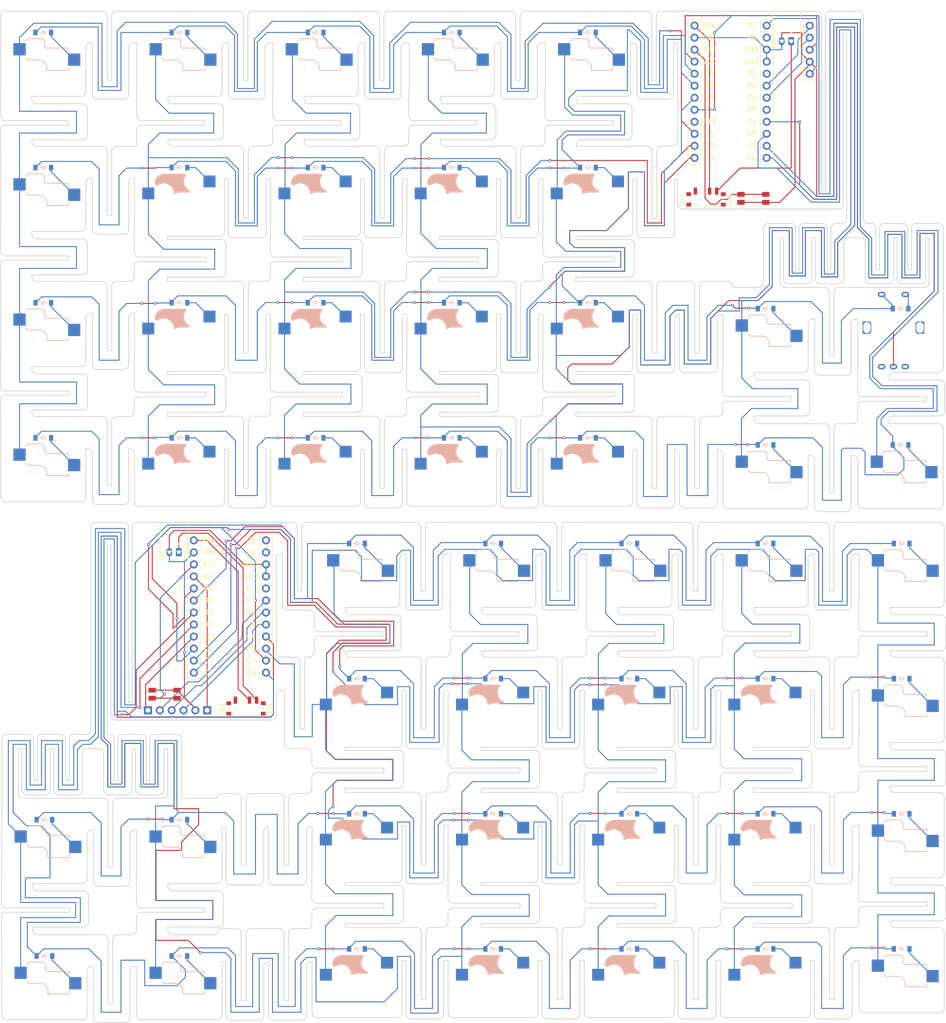
<source format=kicad_pcb>
(kicad_pcb (version 20240108) (generator "pcbnew") (generator_version "8.0")
  (title_block (title "central") (date "2025-02-25") (rev "v1.0.0") (company "Unknown"))
  (layers (0 "F.Cu" signal) (31 "B.Cu" signal) (34 "B.Paste" user) (35 "F.Paste" user) (36 "B.SilkS" user "B.Silkscreen") (37 "F.SilkS" user "F.Silkscreen") (38 "B.Mask" user) (39 "F.Mask" user) (44 "Edge.Cuts" user))
  (net 0 "")
  (net 1 "C2")
  (net 2 "pinky_bottom")
  (net 3 "pinky_home")
  (net 4 "pinky_top")
  (net 5 "C3")
  (net 6 "ring_bottom")
  (net 7 "ring_home")
  (net 8 "ring_top")
  (net 9 "C4")
  (net 10 "middle_bottom")
  (net 11 "middle_home")
  (net 12 "middle_top")
  (net 13 "C5")
  (net 14 "index_bottom")
  (net 15 "index_home")
  (net 16 "index_top")
  (net 17 "C1")
  (net 18 "outer_bottom")
  (net 19 "GND")
  (net 20 "outer_home")
  (net 21 "outer_top")
  (net 22 "outer_num")
  (net 23 "pinky_num")
  (net 24 "ring_num")
  (net 25 "middle_num")
  (net 26 "index_num")
  (net 27 "C6")
  (net 28 "layer_one")
  (net 29 "layer_two")
  (net 30 "C7")
  (net 31 "space_one")
  (net 32 "space_two")
  (net 33 "RAW")
  (net 34 "RST")
  (net 35 "VCC")
  (net 36 "R4")
  (net 37 "R3")
  (net 38 "R2")
  (net 39 "R1")
  (net 40 "P15")
  (net 41 "P1")
  (net 42 "P0")
  (net 43 "P2")
  (net 44 "P3")
  (net 45 "P4")
  (net 46 "P5")
  (net 47 "RE_A")
  (net 48 "RE_C")
  (net 49 "pos")
  (footprint "ceoloide:mcu_nice_nano" (layer "F.Cu") (at 171 31.2)
    (property "Reference" "MCU1" (hide yes))
    (property "Value" "")
  )
  (footprint "pmw3610_pins" (layer "F.Cu") (at 54.42 163.16 180)
    (property "Reference" "REF**" (hide yes))
    (property "Value" "pmw3610_pins" (hide yes))
  )
  (footprint "ceoloide:reset_switch_smd_side" (layer "F.Cu") (at 51.42 159.76)
    (property "Reference" "RST1" (hide yes))
    (property "Value" "")
  )
  (footprint "ceoloide:power_switch_smd_side" (layer "F.Cu") (at 68.62 162.76 -90)
    (property "Reference" "PWR1" (hide yes))
    (property "Value" "")
  )
  (footprint "ceoloide:mcu_nice_nano" (layer "F.Cu") (at 65.22 139.96)
    (property "Reference" "MCU1" (hide yes))
    (property "Value" "")
  )
  (footprint "JST_PH_S2B-PH-K_02x2.00mm_Angled" (layer "F.Cu") (at 53.42 129.76 180)
    (property "Reference" "JST1" (hide yes))
    (property "Value" "" (hide yes))
  )
  (footprint "ceoloide:reset_switch_smd_side" (layer "F.Cu") (at 175.8 55 180)
    (property "Reference" "RST1" (hide yes))
    (property "Value" "")
  )
  (footprint "ceoloide:power_switch_smd_side" (layer "F.Cu") (at 165.8 55.2 -90)
    (property "Reference" "PWR1" (hide yes))
    (property "Value" "")
  )
  (footprint "ceoloide:rotary_encoder_ec11_ec12" (layer "F.Cu") (at 205.4 82.3)
    (property "Reference" "RE1" (hide yes))
    (property "Value" "")
  )
  (footprint "ceoloide:display_nice_view" (layer "F.Cu") (at 171 23.6 90)
    (property "Reference" "DISP1" (hide yes))
    (property "Value" "" (hide yes))
  )
  (footprint "JST_PH_S2B-PH-K_02x2.00mm_Angled" (layer "F.Cu") (at 182.8 21.8 180)
    (property "Reference" "JST1" (hide yes))
    (property "Value" "" (hide yes))
  )
  (footprint "ceoloide:diode_tht_sod123" (layer "B.Cu") (at 140.86 105.6)
    (property "Reference" "D17" (hide yes))
    (property "Value" "")
  )
  (footprint "ceoloide:diode_tht_sod123" (layer "B.Cu") (at 54.565 48.5)
    (property "Reference" "D7" (hide yes))
    (property "Value" "")
  )
  (footprint "ceoloide:diode_tht_sod123" (layer "B.Cu") (at 140.86 48.5)
    (property "Reference" "D19" (hide yes))
    (property "Value" "")
  )
  (footprint "ceoloide:diode_tht_sod123" (layer "B.Cu") (at 178.369702 156.476725)
    (property "Reference" "D7" (hide yes))
    (property "Value" "")
  )
  (footprint "ceoloide:diode_tht_sod123" (layer "B.Cu") (at 120.839702 185.026725)
    (property "Reference" "D14" (hide yes))
    (property "Value" "")
  )
  (footprint "ceoloide:diode_tht_sod123" (layer "B.Cu") (at 83.33 19.95)
    (property "Reference" "D12" (hide yes))
    (property "Value" "")
  )
  (footprint "ceoloide:switch_choc_v1_v2" (layer "B.Cu") (at 24.05 58)
    (property "Reference" "S15" (hide yes))
    (property "Value" "")
  )
  (footprint "ceoloide:diode_tht_sod123" (layer "B.Cu") (at 54.565 19.95)
    (property "Reference" "D8" (hide yes))
    (property "Value" "")
  )
  (footprint "ceoloide:diode_tht_sod123" (layer "B.Cu") (at 112.095 105.6)
    (property "Reference" "D13" (hide yes))
    (property "Value" "")
  )
  (footprint "ceoloide:diode_tht_sod123" (layer "B.Cu") (at 120.839702 156.476725)
    (property "Reference" "D15" (hide yes))
    (property "Value" "")
  )
  (footprint "ceoloide:switch_choc_v1_v2" (layer "B.Cu") (at 52.799702 224.576725)
    (property "Reference" "S21" (hide yes))
    (property "Value" "")
  )
  (footprint "ceoloide:diode_tht_sod123" (layer "B.Cu") (at 149.604702 156.476725)
    (property "Reference" "D11" (hide yes))
    (property "Value" "")
  )
  (footprint "ceoloide:diode_tht_sod123" (layer "B.Cu") (at 206.9 107.1)
    (property "Reference" "D23" (hide yes))
    (property "Value" "")
  )
  (footprint "ceoloide:switch_choc_v1_v2" (layer "B.Cu") (at 205.15 116.6)
    (property "Reference" "S23" (hide yes))
    (property "Value" "")
  )
  (footprint "ceoloide:diode_tht_sod123" (layer "B.Cu") (at 25.8 77.05)
    (property "Reference" "D2" (hide yes))
    (property "Value" "")
  )
  (footprint "ceoloide:diode_tht_sod123" (layer "B.Cu") (at 207.134702 185.026725)
    (property "Reference" "D2" (hide yes))
    (property "Value" "")
  )
  (footprint "ceoloide:switch_mx" (layer "B.Cu") (at 55.065 85.05)
    (property "Reference" "S2" (hide yes))
    (property "Value" "")
  )
  (footprint "ceoloide:diode_tht_sod123" (layer "B.Cu") (at 149.604702 127.926725)
    (property "Reference" "D12" (hide yes))
    (property "Value" "")
  )
  (footprint "ceoloide:switch_mx" (layer "B.Cu") (at 55.065 56.5)
    (property "Reference" "S3" (hide yes))
    (property "Value" "")
  )
  (footprint "ceoloide:switch_mx" (layer "B.Cu") (at 83.83 85.05)
    (property "Reference" "S5" (hide yes))
    (property "Value" "")
  )
  (footprint "ceoloide:switch_choc_v1_v2" (layer "B.Cu") (at 52.815 29.45)
    (property "Reference" "S17" (hide yes))
    (property "Value" "")
  )
  (footprint "ceoloide:diode_tht_sod123" (layer "B.Cu") (at 54.565 77.05)
    (property "Reference" "D6" (hide yes))
    (property "Value" "")
  )
  (footprint "ceoloide:diode_tht_sod123" (layer "B.Cu") (at 25.8 19.95)
    (property "Reference" "D4" (hide yes))
    (property "Value" "")
  )
  (footprint "ceoloide:switch_choc_v1_v2" (layer "B.Cu") (at 110.345 29.45)
    (property "Reference" "S19" (hide yes))
    (property "Value" "")
  )
  (footprint "ceoloide:diode_tht_sod123" (layer "B.Cu") (at 54.565 105.6)
    (property "Reference" "D5" (hide yes))
    (property "Value" "")
  )
  (footprint "ceoloide:switch_mx" (layer "B.Cu") (at 121.339702 221.576725)
    (property "Reference" "S7" (hide yes))
    (property "Value" "")
  )
  (footprint "ceoloide:diode_tht_sod123" (layer "B.Cu") (at 112.095 77.05)
    (property "Reference" "D14" (hide yes))
    (property "Value" "")
  )
  (footprint "ceoloide:switch_choc_v1_v2" (layer "B.Cu") (at 52.799702 195.776725)
    (property "Reference" "S22" (hide yes))
    (property "Value" "")
  )
  (footprint "ceoloide:diode_tht_sod123" (layer "B.Cu") (at 178.369702 127.926725)
    (property "Reference" "D8" (hide yes))
    (property "Value" "")
  )
  (footprint "ceoloide:switch_choc_v1_v2" (layer "B.Cu") (at 176.635 116.6)
    (property "Reference" "S21" (hide yes))
    (property "Value" "")
  )
  (footprint "ceoloide:diode_tht_sod123" (layer "B.Cu") (at 140.86 77.05)
    (property "Reference" "D18" (hide yes))
    (property "Value" "")
  )
  (footprint "ceoloide:diode_tht_sod123" (layer "B.Cu") (at 54.549702 186.276725)
    (property "Reference" "D22" (hide yes))
    (property "Value" "")
  )
  (footprint "ceoloide:diode_tht_sod123" (layer "B.Cu") (at 178.369702 185.026725)
    (property "Reference" "D6" (hide yes))
    (property "Value" "")
  )
  (footprint "ceoloide:switch_mx" (layer "B.Cu") (at 141.36 56.5)
    (property "Reference" "S12" (hide yes))
    (property "Value" "")
  )
  (footprint "ceoloide:diode_tht_sod123" (layer "B.Cu") (at 112.095 19.95)
    (property "Reference" "D16" (hide yes))
    (property "Value" "")
  )
  (footprint "ceoloide:switch_mx" (layer "B.Cu") (at 55.065 113.6)
    (property "Reference" "S1" (hide yes))
    (property "Value" "")
  )
  (footprint "ceoloide:switch_mx" (layer "B.Cu") (at 121.339702 164.476725)
    (property "Reference" "S9" (hide yes))
    (property "Value" "")
  )
  (footprint "ceoloide:diode_tht_sod123" (layer "B.Cu") (at 26.034702 186.276725)
    (property "Reference" "D24" (hide yes))
    (property "Value" "")
  )
  (footprint "ceoloide:diode_tht_sod123" (layer "B.Cu") (at 178.385 78.3)
    (property "Reference" "D22" (hide yes))
    (property "Value" "")
  )
  (footprint "ceoloide:switch_mx" (layer "B.Cu") (at 112.595 85.05)
    (property "Reference" "S8" (hide yes))
    (property "Value" "")
  )
  (footprint "ceoloide:switch_mx" (layer "B.Cu") (at 83.83 56.5)
    (property "Reference" "S6" (hide yes))
    (property "Value" "")
  )
  (footprint "ceoloide:diode_tht_sod123" (layer "B.Cu") (at 112.095 48.5)
    (property "Reference" "D15" (hide yes))
    (property "Value" "")
  )
  (footprint "ceoloide:switch_choc_v1_v2" (layer "B.Cu") (at 205.384702 194.526725)
    (property "Reference" "S14" (hide yes))
    (property "Value" "")
  )
  (footprint "ceoloide:switch_choc_v1_v2" (layer "B.Cu") (at 90.324702 137.426725)
    (property "Reference" "S20" (hide yes))
    (property "Value" "")
  )
  (footprint "ceoloide:diode_tht_sod123" (layer "B.Cu") (at 178.385 107.1)
    (property "Reference" "D21" (hide yes))
    (property "Value" "")
  )
  (footprint "ceoloide:switch_choc_v1_v2" (layer "B.Cu") (at 24.05 29.45)
    (property "Reference" "S16" (hide yes))
    (property "Value" "")
  )
  (footprint "ceoloide:diode_tht_sod123" (layer "B.Cu") (at 92.074702 185.026725)
    (property "Reference" "D18" (hide yes))
    (property "Value" "")
  )
  (footprint "ceoloide:diode_tht_sod123" (layer "B.Cu") (at 207.134702 213.576725)
    (property "Reference" "D1" (hide yes))
    (property "Value" "")
  )
  (footprint "ceoloide:switch_mx" (layer "B.Cu") (at 141.36 85.05)
    (property "Reference" "S11" (hide yes))
    (property "Value" "")
  )
  (footprint "ceoloide:switch_choc_v1_v2" (layer "B.Cu") (at 139.11 29.45)
    (property "Reference" "S20" (hide yes))
    (property "Value" "")
  )
  (footprint "ceoloide:diode_tht_sod123" (layer "B.Cu") (at 207.134702 156.476725)
    (property "Reference" "D3" (hide yes))
    (property "Value" "")
  )
  (footprint "ceoloide:switch_choc_v1_v2" (layer "B.Cu") (at 147.854702 137.426725)
    (property "Reference" "S18" (hide yes))
    (property "Value" "")
  )
  (footprint "ceoloide:switch_mx" (layer "B.Cu") (at 112.595 56.5)
    (property "Reference" "S9" (hide yes))
    (property "Value" "")
  )
  (footprint "ceoloide:switch_choc_v1_v2" (layer "B.Cu") (at 24.284702 224.576725)
    (property "Reference" "S23" (hide yes))
    (property "Value" "")
  )
  (footprint "ceoloide:switch_choc_v1_v2" (layer "B.Cu") (at 24.05 86.55)
    (property "Reference" "S14" (hide yes))
    (property "Value" "")
  )
  (footprint "ceoloide:diode_tht_sod123" (layer "B.Cu") (at 83.33 105.6)
    (property "Reference" "D9" (hide yes))
    (property "Value" "")
  )
  (footprint "ceoloide:diode_tht_sod123" (layer "B.Cu") (at 25.8 48.5)
    (property "Reference" "D3" (hide yes))
    (property "Value" "")
  )
  (footprint "ceoloide:switch_mx" (layer "B.Cu") (at 92.574702 193.026725)
    (property "Reference" "S11" (hide yes))
    (property "Value" "")
  )
  (footprint "ceoloide:switch_choc_v1_v2" (layer "B.Cu") (at 24.05 115.1)
    (property "Reference" "S13" (hide yes))
    (property "Value" "")
  )
  (footprint "ceoloide:diode_tht_sod123" (layer "B.Cu") (at 178.369702 213.576725)
    (property "Reference" "D5" (hide yes))
    (property "Value" "")
  )
  (footprint "ceoloide:diode_tht_sod123" (layer "B.Cu") (at 140.86 19.95)
    (property "Reference" "D20" (hide yes))
    (property "Value" "")
  )
  (footprint "ceoloide:switch_choc_v1_v2" (layer "B.Cu") (at 205.384702 137.426725)
    (property "Reference" "S16" (hide yes))
    (property "Value" "")
  )
  (footprint "ceoloide:switch_mx" (layer "B.Cu") (at 178.869702 221.576725)
    (property "Reference" "S1" (hide yes))
    (property "Value" "")
  )
  (footprint "ceoloide:switch_mx" (layer "B.Cu") (at 150.104702 193.026725)
    (property "Reference" "S5" (hide yes))
    (property "Value" "")
  )
  (footprint "ceoloide:switch_mx" (layer "B.Cu") (at 112.595 113.6)
    (property "Reference" "S7" (hide yes))
    (property "Value" "")
  )
  (footprint "ceoloide:diode_tht_sod123" (layer "B.Cu") (at 54.549702 215.076725)
    (property "Reference" "D21" (hide yes))
    (property "Value" "")
  )
  (footprint "ceoloide:diode_tht_sod123" (layer "B.Cu") (at 149.604702 213.576725)
    (property "Reference" "D9" (hide yes))
    (property "Value" "")
  )
  (footprint "ceoloide:diode_tht_sod123" (layer "B.Cu") (at 92.074702 127.926725)
    (property "Reference" "D20" (hide yes))
    (property "Value" "")
  )
  (footprint "ceoloide:switch_mx" (layer "B.Cu") (at 141.36 113.6)
    (property "Reference" "S10" (hide yes))
    (property "Value" "")
  )
  (footprint "ceoloide:switch_mx" (layer "B.Cu") (at 121.339702 193.026725)
    (property "Reference" "S8" (hide yes))
    (property "Value" "")
  )
  (footprint "ceoloide:switch_mx" (layer "B.Cu") (at 178.869702 193.026725)
    (property "Reference" "S2" (hide yes))
    (property "Value" "")
  )
  (footprint "ceoloide:switch_mx" (layer "B.Cu") (at 150.104702 164.476725)
    (property "Reference" "S6" (hide yes))
    (property "Value" "")
  )
  (footprint "ceoloide:diode_tht_sod123" (layer "B.Cu") (at 120.839702 213.576725)
    (property "Reference" "D13" (hide yes))
    (property "Value" "")
  )
  (footprint "ceoloide:switch_choc_v1_v2" (layer "B.Cu") (at 176.619702 137.426725)
    (property "Reference" "S17" (hide yes))
    (property "Value" "")
  )
  (footprint "ceoloide:diode_tht_sod123" (layer "B.Cu") (at 83.33 48.5)
    (property "Reference" "D11" (hide yes))
    (property "Value" "")
  )
  (footprint "ceoloide:diode_tht_sod123" (layer "B.Cu") (at 83.33 77.05)
    (property "Reference" "D10" (hide yes))
    (property "Value" "")
  )
  (footprint "ceoloide:diode_tht_sod123" (layer "B.Cu") (at 120.839702 127.926725)
    (property "Reference" "D16" (hide yes))
    (property "Value" "")
  )
  (footprint "ceoloide:diode_tht_sod123" (layer "B.Cu") (at 149.604702 185.026725)
    (property "Reference" "D10" (hide yes))
    (property "Value" "")
  )
  (footprint "ceoloide:switch_mx" (layer "B.Cu") (at 83.83 113.6)
    (property "Reference" "S4" (hide yes))
    (property "Value" "")
  )
  (footprint "ceoloide:diode_tht_sod123" (layer "B.Cu") (at 207.134702 127.926725)
    (property "Reference" "D4" (hide yes))
    (property "Value" "")
  )
  (footprint "ceoloide:switch_mx" (layer "B.Cu") (at 178.869702 164.476725)
    (property "Reference" "S3" (hide yes))
    (property "Value" "")
  )
  (footprint "ceoloide:switch_choc_v1_v2" (layer "B.Cu") (at 176.635 87.8)
    (property "Reference" "S22" (hide yes))
    (property "Value" "")
  )
  (footprint "ceoloide:diode_tht_sod123" (layer "B.Cu") (at 26.034702 215.076725)
    (property "Reference" "D23" (hide yes))
    (property "Value" "")
  )
  (footprint "ceoloide:switch_choc_v1_v2" (layer "B.Cu") (at 24.284702 195.776725)
    (property "Reference" "S24" (hide yes))
    (property "Value" "")
  )
  (footprint "ceoloide:diode_tht_sod123" (layer "B.Cu") (at 92.074702 156.476725)
    (property "Reference" "D19" (hide yes))
    (property "Value" "")
  )
  (footprint "ceoloide:switch_choc_v1_v2" (layer "B.Cu") (at 119.089702 137.426725)
    (property "Reference" "S19" (hide yes))
    (property "Value" "")
  )
  (footprint "ceoloide:diode_tht_sod123" (layer "B.Cu") (at 92.074702 213.576725)
    (property "Reference" "D17" (hide yes))
    (property "Value" "")
  )
  (footprint "ceoloide:switch_choc_v1_v2" (layer "B.Cu") (at 205.384702 223.076725)
    (property "Reference" "S13" (hide yes))
    (property "Value" "")
  )
  (footprint "ceoloide:switch_mx" (layer "B.Cu") (at 150.104702 221.576725)
    (property "Reference" "S4" (hide yes))
    (property "Value" "")
  )
  (footprint "ceoloide:switch_choc_v1_v2" (layer "B.Cu") (at 81.58 29.45)
    (property "Reference" "S18" (hide yes))
    (property "Value" "")
  )
  (footprint "ceoloide:diode_tht_sod123" (layer "B.Cu") (at 206.9 78.3)
    (property "Reference" "D24" (hide yes))
    (property "Value" "")
  )
  (footprint "ceoloide:switch_choc_v1_v2" (layer "B.Cu") (at 205.384702 165.976725)
    (property "Reference" "S15" (hide yes))
    (property "Value" "")
  )
  (footprint "ceoloide:switch_mx" (layer "B.Cu") (at 92.574702 221.576725)
    (property "Reference" "S10" (hide yes))
    (property "Value" "")
  )
  (footprint "ceoloide:switch_mx" (layer "B.Cu") (at 92.574702 164.476725)
    (property "Reference" "S12" (hide yes))
    (property "Value" "")
  )
  (footprint "ceoloide:diode_tht_sod123" (layer "B.Cu") (at 25.8 105.6)
    (property "Reference" "D1" (hide yes))
    (property "Value" "")
  )
  (gr_line (start 149.17 42.6175) (end 139.4375 42.6175) (stroke (width 0.15)) (layer "Edge.Cuts"))
  (gr_line (start 100.874702 179.626725) (end 89.524702 179.626725) (stroke (width 0.15)) (layer "Edge.Cuts"))
  (gr_line (start 93.63 62.3) (end 93.63 50.95) (stroke (width 0.15)) (layer "Edge.Cuts"))
  (gr_line (start 147.054702 170.976725) (end 147.054702 171.626725) (stroke (width 0.15)) (layer "Edge.Cuts"))
  (gr_line (start 83.002202 150.926725) (end 83.002202 148.506725) (stroke (width 0.15)) (layer "Edge.Cuts"))
  (gr_arc (start 149.86 32.45) (mid 149.567107 33.157107) (end 148.86 33.45) (stroke (width 0.15)) (layer "Edge.Cuts"))
  (gr_arc (start 130.639702 207.176725) (mid 130.3468 207.883816) (end 129.639702 208.176725) (stroke (width 0.15)) (layer "Edge.Cuts"))
  (gr_line (start 78.649702 209.276725) (end 81.524702 209.276725) (stroke (width 0.15)) (layer "Edge.Cuts"))
  (gr_line (start 109.545 71.65) (end 109.545 72.55) (stroke (width 0.15)) (layer "Edge.Cuts"))
  (gr_arc (start 148.182202 151.976725) (mid 147.475085 151.683834) (end 147.182202 150.976725) (stroke (width 0.15)) (layer "Edge.Cuts"))
  (gr_line (start 167.185 91.85) (end 161.185 91.85) (stroke (width 0.15)) (layer "Edge.Cuts"))
  (gr_line (start 112.289702 176.376725) (end 126.489702 176.376725) (stroke (width 0.15)) (layer "Edge.Cuts"))
  (gr_arc (start 192.833 74.804) (mid 193.125893 74.096893) (end 193.833 73.804) (stroke (width 0.15)) (layer "Edge.Cuts"))
  (gr_line (start 188.935 72.05) (end 188.935 63.3) (stroke (width 0.15)) (layer "Edge.Cuts"))
  (gr_line (start 69.624702 180.726725) (end 75.649702 180.726725) (stroke (width 0.15)) (layer "Edge.Cuts"))
  (gr_line (start 151.16 119.4) (end 151.16 108.05) (stroke (width 0.15)) (layer "Edge.Cuts"))
  (gr_line (start 169.369702 130.150725) (end 168.652702 130.150725) (stroke (width 0.15)) (layer "Edge.Cuts"))
  (gr_arc (start 162.435 101.05) (mid 163.142107 101.342893) (end 163.435 102.05) (stroke (width 0.15)) (layer "Edge.Cuts"))
  (gr_line (start 134.389702 210.026725) (end 134.389702 224.226725) (stroke (width 0.15)) (layer "Edge.Cuts"))
  (gr_arc (start 132.31 95.95) (mid 131.602893 95.657107) (end 131.31 94.95) (stroke (width 0.15)) (layer "Edge.Cuts"))
  (gr_line (start 93.63 108.05) (end 92.83 108.05) (stroke (width 0.15)) (layer "Edge.Cuts"))
  (gr_line (start 175.947202 150.594225) (end 175.947202 150.976725) (stroke (width 0.15)) (layer "Edge.Cuts"))
  (gr_arc (start 101.63 119.4) (mid 101.337107 120.107107) (end 100.63 120.4) (stroke (width 0.15)) (layer "Edge.Cuts"))
  (gr_line (start 97.724702 176.376725) (end 97.724702 175.376725) (stroke (width 0.15)) (layer "Edge.Cuts"))
  (gr_line (start 35.034702 181.780725) (end 38.522702 181.780725) (stroke (width 0.15)) (layer "Edge.Cuts"))
  (gr_line (start 76.649702 224.476725) (end 77.649702 224.476725) (stroke (width 0.15)) (layer "Edge.Cuts"))
  (gr_line (start 168.819702 168.376725) (end 168.869702 168.376725) (stroke (width 0.15)) (layer "Edge.Cuts"))
  (gr_line (start 76.774702 158.926725) (end 76.062025 158.926725) (stroke (width 0.15)) (layer "Edge.Cuts"))
  (gr_line (start 122.395 79.5) (end 121.595 79.5) (stroke (width 0.15)) (layer "Edge.Cuts"))
  (gr_arc (start 110.6725 44) (mid 109.965393 43.707107) (end 109.6725 43) (stroke (width 0.15)) (layer "Edge.Cuts"))
  (gr_line (start 122.395 119.4) (end 122.395 108.05) (stroke (width 0.15)) (layer "Edge.Cuts"))
  (gr_line (start 198.134702 158.926725) (end 198.134702 168.456725) (stroke (width 0.15)) (layer "Edge.Cuts"))
  (gr_arc (start 167.904702 227.376725) (mid 167.6118 228.083816) (end 166.904702 228.376725) (stroke (width 0.15)) (layer "Edge.Cuts"))
  (gr_line (start 34.8 118.1) (end 34.8 107.824) (stroke (width 0.15)) (layer "Edge.Cuts"))
  (gr_arc (start 91.64 35.0175) (mid 92.347107 35.310393) (end 92.64 36.0175) (stroke (width 0.15)) (layer "Edge.Cuts"))
  (gr_line (start 159.104702 198.526725) (end 159.104702 187.476725) (stroke (width 0.15)) (layer "Edge.Cuts"))
  (gr_line (start 140.054702 202.926725) (end 140.054702 196.926725) (stroke (width 0.15)) (layer "Edge.Cuts"))
  (gr_arc (start 65.374702 228.626725) (mid 64.667585 228.333834) (end 64.374702 227.626725) (stroke (width 0.15)) (layer "Edge.Cuts"))
  (gr_arc (start 124.645 101.05) (mid 125.352107 101.342893) (end 125.645 102.05) (stroke (width 0.15)) (layer "Edge.Cuts"))
  (gr_line (start 216.134702 168.976725) (end 216.134702 152.976725) (stroke (width 0.15)) (layer "Edge.Cuts"))
  (gr_line (start 159.904702 216.026725) (end 159.104702 216.026725) (stroke (width 0.15)) (layer "Edge.Cuts"))
  (gr_arc (start 65.933 34.03) (mid 65.225893 33.737107) (end 64.933 33.03) (stroke (width 0.15)) (layer "Edge.Cuts"))
  (gr_line (start 186.910773 209.076725) (end 175.819702 209.076725) (stroke (width 0.15)) (layer "Edge.Cuts"))
  (gr_arc (start 82.002202 142.006725) (mid 82.709299 142.29962) (end 83.002202 143.006725) (stroke (width 0.15)) (layer "Edge.Cuts"))
  (gr_arc (start 65.374702 200.076725) (mid 64.667585 199.783834) (end 64.374702 199.076725) (stroke (width 0.15)) (layer "Edge.Cuts"))
  (gr_arc (start 164.435 73.5) (mid 164.727893 72.792893) (end 165.435 72.5) (stroke (width 0.15)) (layer "Edge.Cuts"))
  (gr_arc (start 101.384702 149.594225) (mid 101.0918 150.301316) (end 100.384702 150.594225) (stroke (width 0.15)) (layer "Edge.Cuts"))
  (gr_line (start 23.3775 33.45) (end 33.8 33.45) (stroke (width 0.15)) (layer "Edge.Cuts"))
  (gr_line (start 35.344702 202.344225) (end 35.344702 207.944225) (stroke (width 0.15)) (layer "Edge.Cuts"))
  (gr_line (start 131.36 79.5) (end 131.36 88.95) (stroke (width 0.15)) (layer "Edge.Cuts"))
  (gr_arc (start 205.712202 200.094225) (mid 205.005085 199.801334) (end 204.712202 199.094225) (stroke (width 0.15)) (layer "Edge.Cuts"))
  (gr_line (start 190.26 16.45) (end 190.26 53.45) (stroke (width 0.15)) (layer "Edge.Cuts"))
  (gr_arc (start 135.389702 210.026725) (mid 135.682587 209.319603) (end 136.389702 209.026725) (stroke (width 0.15)) (layer "Edge.Cuts"))
  (gr_arc (start 62.875 35.0175) (mid 63.582107 35.310393) (end 63.875 36.0175) (stroke (width 0.15)) (layer "Edge.Cuts"))
  (gr_line (start 127.543 15.454) (end 131.86 15.454) (stroke (width 0.15)) (layer "Edge.Cuts"))
  (gr_line (start 80.399702 228.626725) (end 74.399702 228.626725) (stroke (width 0.15)) (layer "Edge.Cuts"))
  (gr_line (start 67.624702 195.926725) (end 68.624702 195.926725) (stroke (width 0.15)) (layer "Edge.Cuts"))
  (gr_arc (start 112.339702 228.076725) (mid 111.632585 227.783834) (end 111.339702 227.076725) (stroke (width 0.15)) (layer "Edge.Cuts"))
  (gr_line (start 88.6975 39.53) (end 88.6975 38.58) (stroke (width 0.15)) (layer "Edge.Cuts"))
  (gr_arc (start 187.869702 198.526725) (mid 187.5768 199.233816) (end 186.869702 199.526725) (stroke (width 0.15)) (layer "Edge.Cuts"))
  (gr_line (start 191.435 70.05) (end 192.185 70.05) (stroke (width 0.15)) (layer "Edge.Cuts"))
  (gr_line (start 60.215 68.4) (end 60.215 67.4) (stroke (width 0.15)) (layer "Edge.Cuts"))
  (gr_arc (start 170.3125 96.93) (mid 169.605393 96.637107) (end 169.3125 95.93) (stroke (width 0.15)) (layer "Edge.Cuts"))
  (gr_line (start 131.139702 216.026725) (end 130.339702 216.026725) (stroke (width 0.15)) (layer "Edge.Cuts"))
  (gr_arc (start 24.612202 210.576725) (mid 23.905089 210.283838) (end 23.612202 209.576725) (stroke (width 0.15)) (layer "Edge.Cuts"))
  (gr_line (start 195.935 63.3) (end 198.435 63.3) (stroke (width 0.15)) (layer "Edge.Cuts"))
  (gr_line (start 155.308 30.046) (end 155.308 16.454) (stroke (width 0.15)) (layer "Edge.Cuts"))
  (gr_line (start 186.910773 151.976725) (end 186.919702 151.926725) (stroke (width 0.15)) (layer "Edge.Cuts"))
  (gr_arc (start 204.4775 101.9675) (mid 204.770393 101.260393) (end 205.4775 100.9675) (stroke (width 0.15)) (layer "Edge.Cuts"))
  (gr_line (start 187.169702 179.626725) (end 175.819702 179.626725) (stroke (width 0.15)) (layer "Edge.Cuts"))
  (gr_arc (start 130.339702 198.526725) (mid 130.0468 199.233816) (end 129.339702 199.526725) (stroke (width 0.15)) (layer "Edge.Cuts"))
  (gr_line (start 118.289702 199.526725) (end 118.289702 200.176725) (stroke (width 0.15)) (layer "Edge.Cuts"))
  (gr_arc (start 158.404702 171.626725) (mid 159.111799 171.91962) (end 159.404702 172.626725) (stroke (width 0.15)) (layer "Edge.Cuts"))
  (gr_line (start 129.380773 151.976725) (end 129.389702 151.926725) (stroke (width 0.15)) (layer "Edge.Cuts"))
  (gr_line (start 129.839702 140.426725) (end 129.839702 131.150725) (stroke (width 0.15)) (layer "Edge.Cuts"))
  (gr_line (start 159.762398 56.247608) (end 159.775072 50.95) (stroke (width 0.15)) (layer "Edge.Cuts"))
  (gr_line (start 97.88 87.7) (end 97.88 73.5) (stroke (width 0.15)) (layer "Edge.Cuts"))
  (gr_line (start 70.115 101.05) (end 72.78 101.05) (stroke (width 0.15)) (layer "Edge.Cuts"))
  (gr_line (start 43.082702 200.356725) (end 37.402702 200.356725) (stroke (width 0.15)) (layer "Edge.Cuts"))
  (gr_arc (start 34.8 89.55) (mid 34.507107 90.257107) (end 33.8 90.55) (stroke (width 0.15)) (layer "Edge.Cuts"))
  (gr_arc (start 92.83 90.55) (mid 92.537107 91.257107) (end 91.83 91.55) (stroke (width 0.15)) (layer "Edge.Cuts"))
  (gr_line (start 80.78 63.65) (end 92.13 63.65) (stroke (width 0.15)) (layer "Edge.Cuts"))
  (gr_line (start 204.435 73.05) (end 200.435 73.05) (stroke (width 0.15)) (layer "Edge.Cuts"))
  (gr_arc (start 37.168 62.58) (mid 36.460893 62.287107) (end 36.168 61.58) (stroke (width 0.15)) (layer "Edge.Cuts"))
  (gr_line (start 79.462702 138.022725) (end 80.422702 138.022725) (stroke (width 0.15)) (layer "Edge.Cuts"))
  (gr_line (start 32.284702 168.276725) (end 34.824702 168.276725) (stroke (width 0.15)) (layer "Edge.Cuts"))
  (gr_line (start 102.374702 198.826725) (end 102.374702 187.476725) (stroke (width 0.15)) (layer "Edge.Cuts"))
  (gr_line (start 131.31 100.05) (end 131.31 97.95) (stroke (width 0.15)) (layer "Edge.Cuts"))
  (gr_line (start 98.88 101.05) (end 101.545 101.05) (stroke (width 0.15)) (layer "Edge.Cuts"))
  (gr_line (start 169.297202 145.556725) (end 169.297202 139.906725) (stroke (width 0.15)) (layer "Edge.Cuts"))
  (gr_line (start 45.015 100.104) (end 45.015 97.95) (stroke (width 0.15)) (layer "Edge.Cuts"))
  (gr_arc (start 189.669702 228.376725) (mid 188.962585 228.083834) (end 188.669702 227.376725) (stroke (width 0.15)) (layer "Edge.Cuts"))
  (gr_arc (start 66.624702 209.276725) (mid 67.331799 209.56962) (end 67.624702 210.276725) (stroke (width 0.15)) (layer "Edge.Cuts"))
  (gr_arc (start 150.66 70.65) (mid 150.367107 71.357107) (end 149.66 71.65) (stroke (width 0.15)) (layer "Edge.Cuts"))
  (gr_line (start 141.054702 176.376725) (end 155.254702 176.376725) (stroke (width 0.15)) (layer "Edge.Cuts"))
  (gr_line (start 35.034702 210.580725) (end 35.034702 210.576725) (stroke (width 0.15)) (layer "Edge.Cuts"))
  (gr_line (start 73.399702 227.626725) (end 73.399702 216.276725) (stroke (width 0.15)) (layer "Edge.Cuts"))
  (gr_line (start 100.615773 180.526725) (end 100.624702 180.476725) (stroke (width 0.15)) (layer "Edge.Cuts"))
  (gr_arc (start 188.169702 207.176725) (mid 187.8768 207.883816) (end 187.169702 208.176725) (stroke (width 0.15)) (layer "Edge.Cuts"))
  (gr_arc (start 196.433 81.524) (mid 196.725893 80.816893) (end 197.433 80.524) (stroke (width 0.15)) (layer "Edge.Cuts"))
  (gr_line (start 80.024702 167.126725) (end 81.024702 167.126725) (stroke (width 0.15)) (layer "Edge.Cuts"))
  (gr_arc (start 190.857702 123.430725) (mid 191.564799 123.72362) (end 191.857702 124.430725) (stroke (width 0.15)) (layer "Edge.Cuts"))
  (gr_line (start 131.207702 141.006725) (end 131.207702 130.150725) (stroke (width 0.15)) (layer "Edge.Cuts"))
  (gr_arc (start 121.595 90.55) (mid 121.302107 91.257107) (end 120.595 91.55) (stroke (width 0.15)) (layer "Edge.Cuts"))
  (gr_arc (start 152.16 120.4) (mid 151.452893 120.107107) (end 151.16 119.4) (stroke (width 0.15)) (layer "Edge.Cuts"))
  (gr_line (start 198.134702 130.150725) (end 197.417702 130.150725) (stroke (width 0.15)) (layer "Edge.Cuts"))
  (gr_arc (start 16.7275 97.63) (mid 17.020393 96.922893) (end 17.7275 96.63) (stroke (width 0.15)) (layer "Edge.Cuts"))
  (gr_line (start 149.86 15.454) (end 153.348 15.454) (stroke (width 0.15)) (layer "Edge.Cuts"))
  (gr_line (start 175.819702 200.176725) (end 187.169702 200.176725) (stroke (width 0.15)) (layer "Edge.Cuts"))
  (gr_line (start 100.624702 151.926725) (end 104.624702 151.926725) (stroke (width 0.15)) (layer "Edge.Cuts"))
  (gr_arc (start 41.074702 165.226725) (mid 40.367589 164.933838) (end 40.074702 164.226725) (stroke (width 0.15)) (layer "Edge.Cuts"))
  (gr_arc (start 132.36 120.1) (mid 131.652893 119.807107) (end 131.36 119.1) (stroke (width 0.15)) (layer "Edge.Cuts"))
  (gr_line (start 127.645 72.5) (end 130.31 72.5) (stroke (width 0.15)) (layer "Edge.Cuts"))
  (gr_arc (start 135.389702 181.476725) (mid 135.682587 180.769603) (end 136.389702 180.476725) (stroke (width 0.15)) (layer "Edge.Cuts"))
  (gr_arc (start 198.062202 179.476725) (mid 197.7693 180.183816) (end 197.062202 180.476725) (stroke (width 0.15)) (layer "Edge.Cuts"))
  (gr_line (start 34.8 61) (end 34.8 51.724) (stroke (width 0.15)) (layer "Edge.Cuts"))
  (gr_line (start 199.062202 147.506725) (end 212.502202 147.506725) (stroke (width 0.15)) (layer "Edge.Cuts"))
  (gr_line (start 130.143 23.174) (end 130.143 33.03) (stroke (width 0.15)) (layer "Edge.Cuts"))
  (gr_line (start 141.104702 228.076725) (end 158.104702 228.076725) (stroke (width 0.15)) (layer "Edge.Cuts"))
  (gr_line (start 131.36 108.05) (end 131.36 119.1) (stroke (width 0.15)) (layer "Edge.Cuts"))
  (gr_line (start 204.712202 179.144225) (end 204.712202 179.526725) (stroke (width 0.15)) (layer "Edge.Cuts"))
  (gr_line (start 110.6725 35.0175) (end 120.405 35.0175) (stroke (width 0.15)) (layer "Edge.Cuts"))
  (gr_line (start 120.895 100.2) (end 109.545 100.2) (stroke (width 0.15)) (layer "Edge.Cuts"))
  (gr_line (start 129.395 91.85) (end 123.395 91.85) (stroke (width 0.15)) (layer "Edge.Cuts"))
  (gr_line (start 204.712202 198.526725) (end 204.712202 199.094225) (stroke (width 0.15)) (layer "Edge.Cuts"))
  (gr_line (start 105.562702 138.022725) (end 106.522702 138.022725) (stroke (width 0.15)) (layer "Edge.Cuts"))
  (gr_line (start 73.78 60.4) (end 73.83 60.4) (stroke (width 0.15)) (layer "Edge.Cuts"))
  (gr_line (start 121.405 36.0175) (end 121.405 41.6175) (stroke (width 0.15)) (layer "Edge.Cuts"))
  (gr_line (start 126.489702 203.926725) (end 112.289702 203.926725) (stroke (width 0.15)) (layer "Edge.Cuts"))
  (gr_line (start 210.185 60.3) (end 214.935 60.3) (stroke (width 0.15)) (layer "Edge.Cuts"))
  (gr_line (start 149.41 101.05) (end 153.41 101.05) (stroke (width 0.15)) (layer "Edge.Cuts"))
  (gr_arc (start 140.054702 208.026725) (mid 139.7618 208.733816) (end 139.054702 209.026725) (stroke (width 0.15)) (layer "Edge.Cuts"))
  (gr_line (start 36.402702 228.156725) (end 36.402702 217.300725) (stroke (width 0.15)) (layer "Edge.Cuts"))
  (gr_arc (start 131.7875 40.53) (mid 132.080393 39.822893) (end 132.7875 39.53) (stroke (width 0.15)) (layer "Edge.Cuts"))
  (gr_line (start 16.8 101.392946) (end 16.8 118.1) (stroke (width 0.15)) (layer "Edge.Cuts"))
  (gr_line (start 146.2275 38.58) (end 132.7875 38.58) (stroke (width 0.15)) (layer "Edge.Cuts"))
  (gr_arc (start 75.062028 159.929117) (mid 75.354066 159.220457) (end 76.062025 158.926725) (stroke (width 0.15)) (layer "Edge.Cuts"))
  (gr_line (start 195.51 20.2) (end 194.76 20.2) (stroke (width 0.15)) (layer "Edge.Cuts"))
  (gr_line (start 35.034702 210.576725) (end 24.612202 210.576725) (stroke (width 0.15)) (layer "Edge.Cuts"))
  (gr_arc (start 63.365 63.65) (mid 64.072107 63.942893) (end 64.365 64.65) (stroke (width 0.15)) (layer "Edge.Cuts"))
  (gr_line (start 80.399702 200.076725) (end 74.399702 200.076725) (stroke (width 0.15)) (layer "Edge.Cuts"))
  (gr_line (start 169.819702 204.926725) (end 184.019702 204.926725) (stroke (width 0.15)) (layer "Edge.Cuts"))
  (gr_line (start 92.64 36.0175) (end 92.64 41.6175) (stroke (width 0.15)) (layer "Edge.Cuts"))
  (gr_line (start 155.254702 203.926725) (end 141.054702 203.926725) (stroke (width 0.15)) (layer "Edge.Cuts"))
  (gr_line (start 175.947202 141.426725) (end 186.369702 141.426725) (stroke (width 0.15)) (layer "Edge.Cuts"))
  (gr_line (start 188.753 120.18) (end 188.753 110.324) (stroke (width 0.15)) (layer "Edge.Cuts"))
  (gr_line (start 166.904702 199.826725) (end 160.904702 199.826725) (stroke (width 0.15)) (layer "Edge.Cuts"))
  (gr_arc (start 187.169702 171.626725) (mid 187.876799 171.91962) (end 188.169702 172.626725) (stroke (width 0.15)) (layer "Edge.Cuts"))
  (gr_line (start 111.839702 123.426725) (end 111.839702 123.430725) (stroke (width 0.15)) (layer "Edge.Cuts"))
  (gr_arc (start 103.545 95.95) (mid 102.837893 95.657107) (end 102.545 94.95) (stroke (width 0.15)) (layer "Edge.Cuts"))
  (gr_line (start 192.833 117.196) (end 192.833 103.604) (stroke (width 0.15)) (layer "Edge.Cuts"))
  (gr_line (start 181.435 63.3) (end 181.435 72.8) (stroke (width 0.15)) (layer "Edge.Cuts"))
  (gr_line (start 191.873 103.604) (end 191.873 117.196) (stroke (width 0.15)) (layer "Edge.Cuts"))
  (gr_arc (start 215.444702 200.094225) (mid 216.151799 200.38712) (end 216.444702 201.094225) (stroke (width 0.15)) (layer "Edge.Cuts"))
  (gr_line (start 206.185 63.3) (end 205.435 63.3) (stroke (width 0.15)) (layer "Edge.Cuts"))
  (gr_arc (start 168.819702 179.476725) (mid 168.5268 180.183816) (end 167.819702 180.476725) (stroke (width 0.15)) (layer "Edge.Cuts"))
  (gr_line (start 39.324702 168.276725) (end 39.324702 128.176725) (stroke (width 0.15)) (layer "Edge.Cuts"))
  (gr_arc (start 196.669702 159.926725) (mid 196.962587 159.219603) (end 197.669702 158.926725) (stroke (width 0.15)) (layer "Edge.Cuts"))
  (gr_line (start 203.435 60.3) (end 207.435 60.3) (stroke (width 0.15)) (layer "Edge.Cuts"))
  (gr_line (start 52.127202 199.776725) (end 52.127202 200.344225) (stroke (width 0.15)) (layer "Edge.Cuts"))
  (gr_line (start 149.401071 101.1) (end 138.31 101.1) (stroke (width 0.15)) (layer "Edge.Cuts"))
  (gr_arc (start 126.645 44.95) (mid 126.937893 44.242893) (end 127.645 43.95) (stroke (width 0.15)) (layer "Edge.Cuts"))
  (gr_line (start 105.624702 152.926725) (end 105.624702 167.126725) (stroke (width 0.15)) (layer "Edge.Cuts"))
  (gr_line (start 109.545 63) (end 109.545 63.65) (stroke (width 0.15)) (layer "Edge.Cuts"))
  (gr_arc (start 138.4375 34.45) (mid 138.730393 33.742893) (end 139.4375 33.45) (stroke (width 0.15)) (layer "Edge.Cuts"))
  (gr_line (start 16.8 44.292946) (end 16.8 60.48) (stroke (width 0.15)) (layer "Edge.Cuts"))
  (gr_line (start 36.168 22.174) (end 35.8 22.174) (stroke (width 0.15)) (layer "Edge.Cuts"))
  (gr_arc (start 153.41 101.05) (mid 154.117107 101.342893) (end 154.41 102.05) (stroke (width 0.15)) (layer "Edge.Cuts"))
  (gr_line (start 92.83 119.1) (end 92.83 108.05) (stroke (width 0.15)) (layer "Edge.Cuts"))
  (gr_arc (start 64.065 90.55) (mid 63.772107 91.257107) (end 63.065 91.55) (stroke (width 0.15)) (layer "Edge.Cuts"))
  (gr_arc (start 39.784702 168.276725) (mid 40.491803 168.569624) (end 40.784702 169.276725) (stroke (width 0.15)) (layer "Edge.Cuts"))
  (gr_line (start 76.040494 151.926725) (end 79.024702 151.926725) (stroke (width 0.15)) (layer "Edge.Cuts"))
  (gr_arc (start 16.7275 69.08) (mid 17.020393 68.372893) (end 17.7275 68.08) (stroke (width 0.15)) (layer "Edge.Cuts"))
  (gr_line (start 191.919702 195.676725) (end 192.919702 195.676725) (stroke (width 0.15)) (layer "Edge.Cuts"))
  (gr_line (start 204.4775 92.8) (end 204.4775 93.3675) (stroke (width 0.15)) (layer "Edge.Cuts"))
  (gr_line (start 73.83 79.5) (end 72.865 79.5) (stroke (width 0.15)) (layer "Edge.Cuts"))
  (gr_line (start 102.374702 187.476725) (end 101.574702 187.476725) (stroke (width 0.15)) (layer "Edge.Cuts"))
  (gr_arc (start 187.869702 227.076725) (mid 187.5768 227.783816) (end 186.869702 228.076725) (stroke (width 0.15)) (layer "Edge.Cuts"))
  (gr_arc (start 21.534702 181.776725) (mid 20.827589 181.483838) (end 20.534702 180.776725) (stroke (width 0.15)) (layer "Edge.Cuts"))
  (gr_line (start 126.645 87.7) (end 126.645 73.5) (stroke (width 0.15)) (layer "Edge.Cuts"))
  (gr_line (start 167.652702 131.150725) (end 167.652702 141.006725) (stroke (width 0.15)) (layer "Edge.Cuts"))
  (gr_arc (start 44.574702 124.426725) (mid 44.867584 123.719607) (end 45.574702 123.426725) (stroke (width 0.15)) (layer "Edge.Cuts"))
  (gr_line (start 102.545 94.95) (end 102.545 88.95) (stroke (width 0.15)) (layer "Edge.Cuts"))
  (gr_arc (start 194.935 72.05) (mid 194.642107 72.757107) (end 193.935 73.05) (stroke (width 0.15)) (layer "Edge.Cuts"))
  (gr_arc (start 43.848 33.03) (mid 43.555107 33.737107) (end 42.848 34.03) (stroke (width 0.15)) (layer "Edge.Cuts"))
  (gr_line (start 111.339702 216.026725) (end 110.374702 216.026725) (stroke (width 0.15)) (layer "Edge.Cuts"))
  (gr_line (start 101.384702 143.994225) (end 101.384702 149.594225) (stroke (width 0.15)) (layer "Edge.Cuts"))
  (gr_line (start 102.545 88.95) (end 102.595 88.95) (stroke (width 0.15)) (layer "Edge.Cuts"))
  (gr_arc (start 111.289702 208.026725) (mid 110.9968 208.733816) (end 110.289702 209.026725) (stroke (width 0.15)) (layer "Edge.Cuts"))
  (gr_line (start 64.865 90.85) (end 64.865 79.5) (stroke (width 0.15)) (layer "Edge.Cuts"))
  (gr_line (start 97.442202 146.556725) (end 84.002202 146.556725) (stroke (width 0.15)) (layer "Edge.Cuts"))
  (gr_line (start 109.545 100.2) (end 109.545 101.1) (stroke (width 0.15)) (layer "Edge.Cuts"))
  (gr_line (start 155.254702 204.926725) (end 155.254702 203.926725) (stroke (width 0.15)) (layer "Edge.Cuts"))
  (gr_arc (start 101.574702 169.976725) (mid 101.2818 170.683816) (end 100.574702 170.976725) (stroke (width 0.15)) (layer "Edge.Cuts"))
  (gr_arc (start 121.595 119.1) (mid 121.302107 119.807107) (end 120.595 120.1) (stroke (width 0.15)) (layer "Edge.Cuts"))
  (gr_line (start 183.7525 96.93) (end 170.3125 96.93) (stroke (width 0.15)) (layer "Edge.Cuts"))
  (gr_arc (start 90.652202 142.994225) (mid 89.945085 142.701334) (end 89.652202 141.994225) (stroke (width 0.15)) (layer "Edge.Cuts"))
  (gr_arc (start 187.869702 169.976725) (mid 187.5768 170.683816) (end 186.869702 170.976725) (stroke (width 0.15)) (layer "Edge.Cuts"))
  (gr_line (start 111.339702 187.476725) (end 110.374702 187.476725) (stroke (width 0.15)) (layer "Edge.Cuts"))
  (gr_line (start 52.015 63.65) (end 63.365 63.65) (stroke (width 0.15)) (layer "Edge.Cuts"))
  (gr_line (start 149.401071 44) (end 138.4375 44) (stroke (width 0.15)) (layer "Edge.Cuts"))
  (gr_arc (start 64.365 70.65) (mid 64.072107 71.357107) (end 63.365 71.65) (stroke (width 0.15)) (layer "Edge.Cuts"))
  (gr_line (start 111.289702 196.926725) (end 111.339702 196.926725) (stroke (width 0.15)) (layer "Edge.Cuts"))
  (gr_arc (start 199.062202 203.656725) (mid 198.355085 203.363834) (end 198.062202 202.656725) (stroke (width 0.15)) (layer "Edge.Cuts"))
  (gr_line (start 62.859702 208.944225) (end 52.127202 208.944225) (stroke (width 0.15)) (layer "Edge.Cuts"))
  (gr_line (start 118.289702 171.626725) (end 129.639702 171.626725) (stroke (width 0.15)) (layer "Edge.Cuts"))
  (gr_line (start 26.284702 181.026725) (end 22.284702 181.026725) (stroke (width 0.15)) (layer "Edge.Cuts"))
  (gr_line (start 23.3775 71.1675) (end 23.3775 71.55) (stroke (width 0.15)) (layer "Edge.Cuts"))
  (gr_line (start 76.649702 195.926725) (end 77.649702 195.926725) (stroke (width 0.15)) (layer "Edge.Cuts"))
  (gr_line (start 168.185 108.05) (end 168.185 119.4) (stroke (width 0.15)) (layer "Edge.Cuts"))
  (gr_line (start 164.154702 167.126725) (end 164.154702 152.926725) (stroke (width 0.15)) (layer "Edge.Cuts"))
  (gr_line (start 102.595 79.5) (end 101.63 79.5) (stroke (width 0.15)) (layer "Edge.Cuts"))
  (gr_line (start 59.9325 38.58) (end 46.4925 38.58) (stroke (width 0.15)) (layer "Edge.Cuts"))
  (gr_line (start 80.78 63) (end 91.83 63) (stroke (width 0.15)) (layer "Edge.Cuts"))
  (gr_line (start 196.417702 131.150725) (end 196.417702 141.006725) (stroke (width 0.15)) (layer "Edge.Cuts"))
  (gr_arc (start 199.134702 227.076725) (mid 198.427585 226.783834) (end 198.134702 226.076725) (stroke (width 0.15)) (layer "Edge.Cuts"))
  (gr_line (start 68.115 87.7) (end 69.115 87.7) (stroke (width 0.15)) (layer "Edge.Cuts"))
  (gr_line (start 169.297202 150.926725) (end 169.297202 148.506725) (stroke (width 0.15)) (layer "Edge.Cuts"))
  (gr_line (start 23.3775 90.55) (end 23.3775 91.1175) (stroke (width 0.15)) (layer "Edge.Cuts"))
  (gr_line (start 45.065 108.824) (end 45.065 119.1) (stroke (width 0.15)) (layer "Edge.Cuts"))
  (gr_line (start 34.8 44.004) (end 38.288 44.004) (stroke (width 0.15)) (layer "Edge.Cuts"))
  (gr_line (start 157.914702 150.594225) (end 147.182202 150.594225) (stroke (width 0.15)) (layer "Edge.Cuts"))
  (gr_line (start 168.819702 179.476725) (end 168.819702 177.376725) (stroke (width 0.15)) (layer "Edge.Cuts"))
  (gr_line (start 139.4375 33.45) (end 148.86 33.45) (stroke (width 0.15)) (layer "Edge.Cuts"))
  (gr_line (start 198.062202 197.006725) (end 198.134702 197.006725) (stroke (width 0.15)) (layer "Edge.Cuts"))
  (gr_arc (start 92.13 92.2) (mid 92.837107 92.492893) (end 93.13 93.2) (stroke (width 0.15)) (layer "Edge.Cuts"))
  (gr_line (start 169.3125 95.93) (end 169.3125 90.28) (stroke (width 0.15)) (layer "Edge.Cuts"))
  (gr_line (start 64.065 62) (end 64.065 50.95) (stroke (width 0.15)) (layer "Edge.Cuts"))
  (gr_line (start 34.8 72.55) (end 24.3775 72.55) (stroke (width 0.15)) (layer "Edge.Cuts"))
  (gr_line (start 23.3775 90.55) (end 33.8 90.55) (stroke (width 0.15)) (layer "Edge.Cuts"))
  (gr_line (start 154.348 16.454) (end 154.348 30.046) (stroke (width 0.15)) (layer "Edge.Cuts"))
  (gr_arc (start 192.185 61.3) (mid 192.477893 60.592893) (end 193.185 60.3) (stroke (width 0.15)) (layer "Edge.Cuts"))
  (gr_arc (start 212.935 72.8) (mid 212.642107 73.507107) (end 211.935 73.8) (stroke (width 0.15)) (layer "Edge.Cuts"))
  (gr_line (start 169.385 79.5) (end 169.385 90.28) (stroke (width 0.15)) (layer "Edge.Cuts"))
  (gr_arc (start 158.908 33.03) (mid 158.615107 33.737107) (end 157.908 34.03) (stroke (width 0.15)) (layer "Edge.Cuts"))
  (gr_arc (start 177.935 61.3) (mid 178.227893 60.592893) (end 178.935 60.3) (stroke (width 0.15)) (layer "Edge.Cuts"))
  (gr_arc (start 45.015 69.4) (mid 45.307893 68.692893) (end 46.015 68.4) (stroke (width 0.15)) (layer "Edge.Cuts"))
  (gr_line (start 187.385 102.6) (end 176.9625 102.6) (stroke (width 0.15)) (layer "Edge.Cuts"))
  (gr_line (start 188.669702 227.376725) (end 188.669702 216.026725) (stroke (width 0.15)) (layer "Edge.Cuts"))
  (gr_arc (start 205.712202 171.544225) (mid 205.005085 171.251334) (end 204.712202 170.544225) (stroke (width 0.15)) (layer "Edge.Cuts"))
  (gr_line (start 164.154702 195.676725) (end 164.154702 181.476725) (stroke (width 0.15)) (layer "Edge.Cuts"))
  (gr_line (start 16.962202 198.256725) (end 17.034702 198.256725) (stroke (width 0.15)) (layer "Edge.Cuts"))
  (gr_line (start 186.919702 151.926725) (end 190.919702 151.926725) (stroke (width 0.15)) (layer "Edge.Cuts"))
  (gr_line (start 16.7275 89.03) (end 16.8 89.03) (stroke (width 0.15)) (layer "Edge.Cuts"))
  (gr_arc (start 141.054702 175.376725) (mid 140.347585 175.083834) (end 140.054702 174.376725) (stroke (width 0.15)) (layer "Edge.Cuts"))
  (gr_arc (start 40.248 73.554) (mid 40.540893 72.846893) (end 41.248 72.554) (stroke (width 0.15)) (layer "Edge.Cuts"))
  (gr_line (start 80.9075 42.6175) (end 80.9075 43) (stroke (width 0.15)) (layer "Edge.Cuts"))
  (gr_line (start 74.33 15.45) (end 74.33 15.454) (stroke (width 0.15)) (layer "Edge.Cuts"))
  (gr_line (start 21.284702 180.026725) (end 21.284702 171.276725) (stroke (width 0.15)) (layer "Edge.Cuts"))
  (gr_arc (start 37.402702 200.356725) (mid 36.695589 200.063838) (end 36.402702 199.356725) (stroke (width 0.15)) (layer "Edge.Cuts"))
  (gr_line (start 68.115 102.05) (end 68.115 116.25) (stroke (width 0.15)) (layer "Edge.Cuts"))
  (gr_arc (start 216.134702 168.976725) (mid 215.8418 169.683816) (end 215.134702 169.976725) (stroke (width 0.15)) (layer "Edge.Cuts"))
  (gr_line (start 100.63 91.85) (end 94.63 91.85) (stroke (width 0.15)) (layer "Edge.Cuts"))
  (gr_arc (start 187.385 90.8) (mid 187.092107 91.507107) (end 186.385 91.8) (stroke (width 0.15)) (layer "Edge.Cuts"))
  (gr_arc (start 167.904702 170.276725) (mid 167.6118 170.983816) (end 166.904702 171.276725) (stroke (width 0.15)) (layer "Edge.Cuts"))
  (gr_line (start 52.1425 33.45) (end 62.565 33.45) (stroke (width 0.15)) (layer "Edge.Cuts"))
  (gr_line (start 45.015 66.4) (end 45.015 60.4) (stroke (width 0.15)) (layer "Edge.Cuts"))
  (gr_arc (start 140.054702 179.476725) (mid 139.7618 180.183816) (end 139.054702 180.476725) (stroke (width 0.15)) (layer "Edge.Cuts"))
  (gr_arc (start 17.8 119.1) (mid 17.092893 118.807107) (end 16.8 118.1) (stroke (width 0.15)) (layer "Edge.Cuts"))
  (gr_arc (start 67.115 43.95) (mid 67.822107 44.242893) (end 68.115 44.95) (stroke (width 0.15)) (layer "Edge.Cuts"))
  (gr_line (start 63.549702 227.576725) (end 63.549702 216.276725) (stroke (width 0.15)) (layer "Edge.Cuts"))
  (gr_line (start 146.51 68.4) (end 146.51 67.4) (stroke (width 0.15)) (layer "Edge.Cuts"))
  (gr_arc (start 207.435 60.3) (mid 208.142107 60.592893) (end 208.435 61.3) (stroke (width 0.15)) (layer "Edge.Cuts"))
  (gr_line (start 23.612202 208.944225) (end 23.612202 209.576725) (stroke (width 0.15)) (layer "Edge.Cuts"))
  (gr_line (start 77.649702 195.926725) (end 77.649702 181.726725) (stroke (width 0.15)) (layer "Edge.Cuts"))
  (gr_line (start 83.524702 176.376725) (end 97.724702 176.376725) (stroke (width 0.15)) (layer "Edge.Cuts"))
  (gr_line (start 63.106071 44) (end 53.1425 44) (stroke (width 0.15)) (layer "Edge.Cuts"))
  (gr_arc (start 83.002202 148.506725) (mid 83.295087 147.799603) (end 84.002202 147.506725) (stroke (width 0.15)) (layer "Edge.Cuts"))
  (gr_line (start 68.053 30.046) (end 69.013 30.046) (stroke (width 0.15)) (layer "Edge.Cuts"))
  (gr_line (start 63.875 36.0175) (end 63.875 41.6175) (stroke (width 0.15)) (layer "Edge.Cuts"))
  (gr_line (start 154.972202 147.506725) (end 154.972202 146.556725) (stroke (width 0.15)) (layer "Edge.Cuts"))
  (gr_line (start 45.4925 44) (end 45.065 44) (stroke (width 0.15)) (layer "Edge.Cuts"))
  (gr_line (start 125.583 16.454) (end 125.583 30.046) (stroke (width 0.15)) (layer "Edge.Cuts"))
  (gr_line (start 35.11 93.1175) (end 35.11 98.7175) (stroke (width 0.15)) (layer "Edge.Cuts"))
  (gr_line (start 132.7875 39.53) (end 146.2275 39.53) (stroke (width 0.15)) (layer "Edge.Cuts"))
  (gr_line (start 164.435 116.25) (end 164.435 102.05) (stroke (width 0.15)) (layer "Edge.Cuts"))
  (gr_arc (start 200.685 60.3) (mid 201.392107 60.592893) (end 201.685 61.3) (stroke (width 0.15)) (layer "Edge.Cuts"))
  (gr_line (start 168.869702 158.926725) (end 168.869702 168.376725) (stroke (width 0.15)) (layer "Edge.Cuts"))
  (gr_arc (start 195.51 59.3) (mid 195.217107 60.007107) (end 194.51 60.3) (stroke (width 0.15)) (layer "Edge.Cuts"))
  (gr_line (start 138.4375 34.45) (end 138.4375 35.0175) (stroke (width 0.15)) (layer "Edge.Cuts"))
  (gr_line (start 158.604702 123.426725) (end 140.604702 123.426725) (stroke (width 0.15)) (layer "Edge.Cuts"))
  (gr_line (start 131.139702 187.476725) (end 130.339702 187.476725) (stroke (width 0.15)) (layer "Edge.Cuts"))
  (gr_line (start 43.082702 229.156725) (end 37.402702 229.156725) (stroke (width 0.15)) (layer "Edge.Cuts"))
  (gr_line (start 131.86 15.45) (end 131.86 15.454) (stroke (width 0.15)) (layer "Edge.Cuts"))
  (gr_line (start 73.78 88.95) (end 73.83 88.95) (stroke (width 0.15)) (layer "Edge.Cuts"))
  (gr_arc (start 120.405 35.0175) (mid 121.112107 35.310393) (end 121.405 36.0175) (stroke (width 0.15)) (layer "Edge.Cuts"))
  (gr_arc (start 124.645 72.5) (mid 125.352107 72.792893) (end 125.645 73.5) (stroke (width 0.15)) (layer "Edge.Cuts"))
  (gr_arc (start 79.024702 151.926725) (mid 79.731799 152.21962) (end 80.024702 152.926725) (stroke (width 0.15)) (layer "Edge.Cuts"))
  (gr_line (start 72.613 23.174) (end 72.613 33.03) (stroke (width 0.15)) (layer "Edge.Cuts"))
  (gr_line (start 79.462702 124.430725) (end 79.462702 138.022725) (stroke (width 0.15)) (layer "Edge.Cuts"))
  (gr_line (start 147.182202 141.426725) (end 157.604702 141.426725) (stroke (width 0.15)) (layer "Edge.Cuts"))
  (gr_line (start 151.16 90.85) (end 151.16 79.5) (stroke (width 0.15)) (layer "Edge.Cuts"))
  (gr_arc (start 106.624702 181.476725) (mid 106.917587 180.769603) (end 107.624702 180.476725) (stroke (width 0.15)) (layer "Edge.Cuts"))
  (gr_line (start 89.652202 141.426725) (end 100.074702 141.426725) (stroke (width 0.15)) (layer "Edge.Cuts"))
  (gr_line (start 195.433 92.38) (end 189.753 92.38) (stroke (width 0.15)) (layer "Edge.Cuts"))
  (gr_arc (start 46.284702 181.026725) (mid 45.577589 180.733838) (end 45.284702 180.026725) (stroke (width 0.15)) (layer "Edge.Cuts"))
  (gr_line (start 132.36 120.1) (end 149.36 120.1) (stroke (width 0.15)) (layer "Edge.Cuts"))
  (gr_arc (start 44.082702 218.300725) (mid 44.375584 217.593607) (end 45.082702 217.300725) (stroke (width 0.15)) (layer "Edge.Cuts"))
  (gr_arc (start 121.895 99.2) (mid 121.602107 99.907107) (end 120.895 100.2) (stroke (width 0.15)) (layer "Edge.Cuts"))
  (gr_line (start 39.288 87.146) (end 40.248 87.146) (stroke (width 0.15)) (layer "Edge.Cuts"))
  (gr_line (start 184.019702 175.376725) (end 169.819702 175.376725) (stroke (width 0.15)) (layer "Edge.Cuts"))
  (gr_arc (start 34.8 23.174) (mid 35.092893 22.466893) (end 35.8 22.174) (stroke (width 0.15)) (layer "Edge.Cuts"))
  (gr_arc (start 83.524702 175.376725) (mid 82.817585 175.083834) (end 82.524702 174.376725) (stroke (width 0.15)) (layer "Edge.Cuts"))
  (gr_arc (start 22.284702 181.026725) (mid 21.577589 180.733838) (end 21.284702 180.026725) (stroke (width 0.15)) (layer "Edge.Cuts"))
  (gr_line (start 64.865 62.3) (end 64.865 50.95) (stroke (width 0.15)) (layer "Edge.Cuts"))
  (gr_line (start 34.8 101.104) (end 34.8 101.1) (stroke (width 0.15)) (layer "Edge.Cuts"))
  (gr_line (start 41.482702 181.780725) (end 45.549702 181.780725) (stroke (width 0.15)) (layer "Edge.Cuts"))
  (gr_arc (start 51.284702 180.026725) (mid 50.991796 180.733819) (end 50.284702 181.026725) (stroke (width 0.15)) (layer "Edge.Cuts"))
  (gr_line (start 107.522702 123.430725) (end 111.839702 123.430725) (stroke (width 0.15)) (layer "Edge.Cuts"))
  (gr_line (start 45.565 22.174) (end 45.565 31.93) (stroke (width 0.15)) (layer "Edge.Cuts"))
  (gr_arc (start 29.534702 168.276725) (mid 30.241803 168.569624) (end 30.534702 169.276725) (stroke (width 0.15)) (layer "Edge.Cuts"))
  (gr_line (start 129.389702 151.926725) (end 133.389702 151.926725) (stroke (width 0.15)) (layer "Edge.Cuts"))
  (gr_arc (start 74.78 95.95) (mid 74.072893 95.657107) (end 73.78 94.95) (stroke (width 0.15)) (layer "Edge.Cuts"))
  (gr_line (start 139.139702 187.476725) (end 139.139702 198.826725) (stroke (width 0.15)) (layer "Edge.Cuts"))
  (gr_arc (start 94.698 34.03) (mid 93.990893 33.737107) (end 93.698 33.03) (stroke (width 0.15)) (layer "Edge.Cuts"))
  (gr_arc (start 97.88 73.5) (mid 98.172893 72.792893) (end 98.88 72.5) (stroke (width 0.15)) (layer "Edge.Cuts"))
  (gr_arc (start 81.399702 188.726725) (mid 81.692587 188.019603) (end 82.399702 187.726725) (stroke (width 0.15)) (layer "Edge.Cuts"))
  (gr_line (start 206.185 72.05) (end 206.185 63.3) (stroke (width 0.15)) (layer "Edge.Cuts"))
  (gr_line (start 40.248 87.146) (end 40.248 73.554) (stroke (width 0.15)) (layer "Edge.Cuts"))
  (gr_line (start 93.63 50.95) (end 92.83 50.95) (stroke (width 0.15)) (layer "Edge.Cuts"))
  (gr_arc (start 123.463 34.03) (mid 122.755893 33.737107) (end 122.463 33.03) (stroke (width 0.15)) (layer "Edge.Cuts"))
  (gr_line (start 73.83 108.05) (end 73.83 119.1) (stroke (width 0.15)) (layer "Edge.Cuts"))
  (gr_line (start 187.369702 140.426725) (end 187.369702 131.150725) (stroke (width 0.15)) (layer "Edge.Cuts"))
  (gr_line (start 191.919702 152.926725) (end 191.919702 167.126725) (stroke (width 0.15)) (layer "Edge.Cuts"))
  (gr_arc (start 102.545 71.5) (mid 102.252107 72.207107) (end 101.545 72.5) (stroke (width 0.15)) (layer "Edge.Cuts"))
  (gr_line (start 109.545 91.55) (end 120.595 91.55) (stroke (width 0.15)) (layer "Edge.Cuts"))
  (gr_line (start 36.402702 199.356725) (end 36.402702 188.500725) (stroke (width 0.15)) (layer "Edge.Cuts"))
  (gr_line (start 170.297202 147.506725) (end 183.737202 147.506725) (stroke (width 0.15)) (layer "Edge.Cuts"))
  (gr_arc (start 54.034702 168.276725) (mid 54.741803 168.569624) (end 55.034702 169.276725) (stroke (width 0.15)) (layer "Edge.Cuts"))
  (gr_line (start 159.16 50.95) (end 159.16 62.3) (stroke (width 0.15)) (layer "Edge.Cuts"))
  (gr_line (start 105.624702 167.126725) (end 106.624702 167.126725) (stroke (width 0.15)) (layer "Edge.Cuts"))
  (gr_line (start 63.115 43.95) (end 67.115 43.95) (stroke (width 0.15)) (layer "Edge.Cuts"))
  (gr_line (start 69.115 59.15) (end 69.115 44.95) (stroke (width 0.15)) (layer "Edge.Cuts"))
  (gr_line (start 159.904702 198.826725) (end 159.904702 187.476725) (stroke (width 0.15)) (layer "Edge.Cuts"))
  (gr_arc (start 45.015 71.554) (mid 44.722107 72.261107) (end 44.015 72.554) (stroke (width 0.15)) (layer "Edge.Cuts"))
  (gr_line (start 16.7275 66.13) (end 16.7275 60.48) (stroke (width 0.15)) (layer "Edge.Cuts"))
  (gr_arc (start 159.104702 227.076725) (mid 158.8118 227.783816) (end 158.104702 228.076725) (stroke (width 0.15)) (layer "Edge.Cuts"))
  (gr_arc (start 48.284702 169.276725) (mid 48.577584 168.569607) (end 49.284702 168.276725) (stroke (width 0.15)) (layer "Edge.Cuts"))
  (gr_line (start 25.534702 168.276725) (end 29.534702 168.276725) (stroke (width 0.15)) (layer "Edge.Cuts"))
  (gr_arc (start 196.433 120.18) (mid 196.140107 120.887107) (end 195.433 121.18) (stroke (width 0.15)) (layer "Edge.Cuts"))
  (gr_arc (start 198.9 120.6) (mid 198.192893 120.307107) (end 197.9 119.6) (stroke (width 0.15)) (layer "Edge.Cuts"))
  (gr_line (start 38.534702 180.026725) (end 38.534702 172.276725) (stroke (width 0.15)) (layer "Edge.Cuts"))
  (gr_line (start 46.015 68.4) (end 60.215 68.4) (stroke (width 0.15)) (layer "Edge.Cuts"))
  (gr_line (start 72.374702 188.726725) (end 72.374702 199.076725) (stroke (width 0.15)) (layer "Edge.Cuts"))
  (gr_line (start 120.636071 44) (end 110.6725 44) (stroke (width 0.15)) (layer "Edge.Cuts"))
  (gr_line (start 150.36 119.1) (end 150.36 108.05) (stroke (width 0.15)) (layer "Edge.Cuts"))
  (gr_line (start 43.848 80.274) (end 43.848 90.13) (stroke (width 0.15)) (layer "Edge.Cuts"))
  (gr_line (start 158.145773 209.076725) (end 158.154702 209.026725) (stroke (width 0.15)) (layer "Edge.Cuts"))
  (gr_line (start 118.289702 170.976725) (end 118.289702 171.626725) (stroke (width 0.15)) (layer "Edge.Cuts"))
  (gr_arc (start 46.549702 228.576725) (mid 45.842589 228.283838) (end 45.549702 227.576725) (stroke (width 0.15)) (layer "Edge.Cuts"))
  (gr_arc (start 196.433 91.38) (mid 196.140107 92.087107) (end 195.433 92.38) (stroke (width 0.15)) (layer "Edge.Cuts"))
  (gr_line (start 160.185 79.5) (end 160.16 79.5) (stroke (width 0.15)) (layer "Edge.Cuts"))
  (gr_arc (start 16.7275 40.53) (mid 17.020393 39.822893) (end 17.7275 39.53) (stroke (width 0.15)) (layer "Edge.Cuts"))
  (gr_line (start 163.435 87.7) (end 164.435 87.7) (stroke (width 0.15)) (layer "Edge.Cuts"))
  (gr_line (start 36.402702 217.300725) (end 36.034702 217.300725) (stroke (width 0.15)) (layer "Edge.Cuts"))
  (gr_line (start 130.395 108.05) (end 130.395 119.4) (stroke (width 0.15)) (layer "Edge.Cuts"))
  (gr_line (start 131.36 50.95) (end 131.36 60.4) (stroke (width 0.15)) (layer "Edge.Cuts"))
  (gr_line (start 111.839702 130.150725) (end 111.839702 139.906725) (stroke (width 0.15)) (layer "Edge.Cuts"))
  (gr_arc (start 24.612202 201.344225) (mid 23.905089 201.051338) (end 23.612202 200.344225) (stroke (width 0.15)) (layer "Edge.Cuts"))
  (gr_line (start 23.3775 99.7175) (end 23.3775 100.1) (stroke (width 0.15)) (layer "Edge.Cuts"))
  (gr_arc (start 150.36 119.1) (mid 150.067107 119.807107) (end 149.36 120.1) (stroke (width 0.15)) (layer "Edge.Cuts"))
  (gr_line (start 119.417202 142.994225) (end 129.149702 142.994225) (stroke (width 0.15)) (layer "Edge.Cuts"))
  (gr_line (start 126.645 116.25) (end 126.645 102.05) (stroke (width 0.15)) (layer "Edge.Cuts"))
  (gr_line (start 158.16 120.4) (end 152.16 120.4) (stroke (width 0.15)) (layer "Edge.Cuts"))
  (gr_line (start 102.374702 216.026725) (end 101.574702 216.026725) (stroke (width 0.15)) (layer "Edge.Cuts"))
  (gr_line (start 163.435 73.5) (end 163.435 87.7) (stroke (width 0.15)) (layer "Edge.Cuts"))
  (gr_arc (start 34.034702 172.276725) (mid 34.327584 171.569607) (end 35.034702 171.276725) (stroke (width 0.15)) (layer "Edge.Cuts"))
  (gr_line (start 118.417202 141.426725) (end 118.417202 141.994225) (stroke (width 0.15)) (layer "Edge.Cuts"))
  (gr_line (start 186.910773 151.976725) (end 176.947202 151.976725) (stroke (width 0.15)) (layer "Edge.Cuts"))
  (gr_line (start 176.9625 93.3675) (end 186.695 93.3675) (stroke (width 0.15)) (layer "Edge.Cuts"))
  (gr_line (start 201.685 70.05) (end 202.435 70.05) (stroke (width 0.15)) (layer "Edge.Cuts"))
  (gr_line (start 50.284702 181.026725) (end 46.284702 181.026725) (stroke (width 0.15)) (layer "Edge.Cuts"))
  (gr_arc (start 162.092702 123.430725) (mid 162.799799 123.72362) (end 163.092702 124.430725) (stroke (width 0.15)) (layer "Edge.Cuts"))
  (gr_arc (start 44.065 107.824) (mid 44.772107 108.116893) (end 45.065 108.824) (stroke (width 0.15)) (layer "Edge.Cuts"))
  (gr_line (start 92.83 62) (end 92.83 50.95) (stroke (width 0.15)) (layer "Edge.Cuts"))
  (gr_line (start 46.4925 39.53) (end 59.9325 39.53) (stroke (width 0.15)) (layer "Edge.Cuts"))
  (gr_line (start 111.289702 179.476725) (end 111.289702 177.376725) (stroke (width 0.15)) (layer "Edge.Cuts"))
  (gr_line (start 71.865 120.4) (end 65.865 120.4) (stroke (width 0.15)) (layer "Edge.Cuts"))
  (gr_arc (start 159.404702 178.626725) (mid 159.1118 179.333816) (end 158.404702 179.626725) (stroke (width 0.15)) (layer "Edge.Cuts"))
  (gr_line (start 129.839702 123.426725) (end 111.839702 123.426725) (stroke (width 0.15)) (layer "Edge.Cuts"))
  (gr_arc (start 77.649702 210.276725) (mid 77.942587 209.569603) (end 78.649702 209.276725) (stroke (width 0.15)) (layer "Edge.Cuts"))
  (gr_line (start 82.002202 142.006725) (end 77.342702 142.006725) (stroke (width 0.15)) (layer "Edge.Cuts"))
  (gr_line (start 137.887702 142.006725) (end 132.207702 142.006725) (stroke (width 0.15)) (layer "Edge.Cuts"))
  (gr_line (start 117.745 68.4) (end 117.745 67.4) (stroke (width 0.15)) (layer "Edge.Cuts"))
  (gr_line (start 192.919702 167.126725) (end 192.919702 152.926725) (stroke (width 0.15)) (layer "Edge.Cuts"))
  (gr_line (start 46.015 96.95) (end 60.215 96.95) (stroke (width 0.15)) (layer "Edge.Cuts"))
  (gr_line (start 188.669702 158.926725) (end 187.869702 158.926725) (stroke (width 0.15)) (layer "Edge.Cuts"))
  (gr_line (start 74.33 22.174) (end 73.613 22.174) (stroke (width 0.15)) (layer "Edge.Cuts"))
  (gr_arc (start 162.154702 151.926725) (mid 162.861799 152.21962) (end 163.154702 152.926725) (stroke (width 0.15)) (layer "Edge.Cuts"))
  (gr_line (start 141.532202 147.506725) (end 154.972202 147.506725) (stroke (width 0.15)) (layer "Edge.Cuts"))
  (gr_line (start 52.034702 171.276725) (end 51.284702 171.276725) (stroke (width 0.15)) (layer "Edge.Cuts"))
  (gr_arc (start 199.062202 146.556725) (mid 198.355085 146.263834) (end 198.062202 145.556725) (stroke (width 0.15)) (layer "Edge.Cuts"))
  (gr_arc (start 104.624702 180.476725) (mid 105.331799 180.76962) (end 105.624702 181.476725) (stroke (width 0.15)) (layer "Edge.Cuts"))
  (gr_line (start 97.778 30.046) (end 97.778 16.454) (stroke (width 0.15)) (layer "Edge.Cuts"))
  (gr_line (start 41.248 44.004) (end 45.065 44.004) (stroke (width 0.15)) (layer "Edge.Cuts"))
  (gr_line (start 111.289702 208.026725) (end 111.289702 205.926725) (stroke (width 0.15)) (layer "Edge.Cuts"))
  (gr_arc (start 18.034702 228.576725) (mid 17.327589 228.283838) (end 17.034702 227.576725) (stroke (width 0.15)) (layer "Edge.Cuts"))
  (gr_line (start 146.2275 39.53) (end 146.2275 38.58) (stroke (width 0.15)) (layer "Edge.Cuts"))
  (gr_line (start 43.848 23.174) (end 43.848 33.03) (stroke (width 0.15)) (layer "Edge.Cuts"))
  (gr_line (start 130.339702 227.076725) (end 130.339702 216.026725) (stroke (width 0.15)) (layer "Edge.Cuts"))
  (gr_line (start 44.082702 218.300725) (end 44.082702 228.156725) (stroke (width 0.15)) (layer "Edge.Cuts"))
  (gr_line (start 45.065 44) (end 45.065 44.004) (stroke (width 0.15)) (layer "Edge.Cuts"))
  (gr_arc (start 69.115 44.95) (mid 69.407893 44.242893) (end 70.115 43.95) (stroke (width 0.15)) (layer "Edge.Cuts"))
  (gr_arc (start 97.88 102.05) (mid 98.172893 101.342893) (end 98.88 101.05) (stroke (width 0.15)) (layer "Edge.Cuts"))
  (gr_arc (start 159.104702 198.526725) (mid 158.8118 199.233816) (end 158.104702 199.526725) (stroke (width 0.15)) (layer "Edge.Cuts"))
  (gr_line (start 169.3125 100.05) (end 169.3125 98.88) (stroke (width 0.15)) (layer "Edge.Cuts"))
  (gr_line (start 191.435 61.3) (end 191.435 70.05) (stroke (width 0.15)) (layer "Edge.Cuts"))
  (gr_line (start 64.865 119.4) (end 64.865 108.05) (stroke (width 0.15)) (layer "Edge.Cuts"))
  (gr_line (start 200.01 60.3) (end 200.685 60.3) (stroke (width 0.15)) (layer "Edge.Cuts"))
  (gr_line (start 63.565 15.454) (end 63.565 15.45) (stroke (width 0.15)) (layer "Edge.Cuts"))
  (gr_line (start 34.8 15.45) (end 17.8 15.45) (stroke (width 0.15)) (layer "Edge.Cuts"))
  (gr_arc (start 82.524702 205.926725) (mid 82.817587 205.219603) (end 83.524702 204.926725) (stroke (width 0.15)) (layer "Edge.Cuts"))
  (gr_line (start 101.574702 169.976725) (end 101.574702 158.926725) (stroke (width 0.15)) (layer "Edge.Cuts"))
  (gr_arc (start 123.395 120.4) (mid 122.687893 120.107107) (end 122.395 119.4) (stroke (width 0.15)) (layer "Edge.Cuts"))
  (gr_arc (start 187.169702 200.176725) (mid 187.876799 200.46962) (end 188.169702 201.176725) (stroke (width 0.15)) (layer "Edge.Cuts"))
  (gr_arc (start 132.31 67.4) (mid 131.602893 67.107107) (end 131.31 66.4) (stroke (width 0.15)) (layer "Edge.Cuts"))
  (gr_arc (start 139.139702 170.276725) (mid 138.8468 170.983816) (end 138.139702 171.276725) (stroke (width 0.15)) (layer "Edge.Cuts"))
  (gr_arc (start 103.0225 42.95) (mid 102.729607 43.657107) (end 102.0225 43.95) (stroke (width 0.15)) (layer "Edge.Cuts"))
  (gr_line (start 154.41 59.15) (end 155.41 59.15) (stroke (width 0.15)) (layer "Edge.Cuts"))
  (gr_line (start 17.034702 210.619671) (end 17.034702 227.576725) (stroke (width 0.15)) (layer "Edge.Cuts"))
  (gr_line (start 125.645 87.7) (end 126.645 87.7) (stroke (width 0.15)) (layer "Edge.Cuts"))
  (gr_line (start 101.63 50.95) (end 101.63 62.3) (stroke (width 0.15)) (layer "Edge.Cuts"))
  (gr_line (start 188.935 63.3) (end 188.185 63.3) (stroke (width 0.15)) (layer "Edge.Cuts"))
  (gr_line (start 186.910773 180.526725) (end 186.919702 180.476725) (stroke (width 0.15)) (layer "Edge.Cuts"))
  (gr_line (start 17.7275 96.63) (end 31.1675 96.63) (stroke (width 0.15)) (layer "Edge.Cuts"))
  (gr_arc (start 132.7875 38.58) (mid 132.080393 38.287107) (end 131.7875 37.58) (stroke (width 0.15)) (layer "Edge.Cuts"))
  (gr_line (start 198.134702 187.476725) (end 197.669702 187.476725) (stroke (width 0.15)) (layer "Edge.Cuts"))
  (gr_line (start 105.624702 195.676725) (end 106.624702 195.676725) (stroke (width 0.15)) (layer "Edge.Cuts"))
  (gr_arc (start 68.624702 181.726725) (mid 68.917582 181.019604) (end 69.624702 180.726725) (stroke (width 0.15)) (layer "Edge.Cuts"))
  (gr_line (start 74.78 96.95) (end 88.98 96.95) (stroke (width 0.15)) (layer "Edge.Cuts"))
  (gr_arc (start 150.228 22.174) (mid 150.935107 22.466893) (end 151.228 23.174) (stroke (width 0.15)) (layer "Edge.Cuts"))
  (gr_line (start 109.374702 199.826725) (end 103.374702 199.826725) (stroke (width 0.15)) (layer "Edge.Cuts"))
  (gr_arc (start 121.405 41.6175) (mid 121.112107 42.324607) (end 120.405 42.6175) (stroke (width 0.15)) (layer "Edge.Cuts"))
  (gr_line (start 82.574702 216.276725) (end 82.399702 216.276725) (stroke (width 0.15)) (layer "Edge.Cuts"))
  (gr_line (start 134.389702 152.926725) (end 134.389702 167.126725) (stroke (width 0.15)) (layer "Edge.Cuts"))
  (gr_line (start 140.532202 145.556725) (end 140.532202 139.906725) (stroke (width 0.15)) (layer "Edge.Cuts"))
  (gr_arc (start 77.649702 181.726725) (mid 77.942587 181.019603) (end 78.649702 180.726725) (stroke (width 0.15)) (layer "Edge.Cuts"))
  (gr_line (start 149.401071 72.55) (end 138.31 72.55) (stroke (width 0.15)) (layer "Edge.Cuts"))
  (gr_line (start 149.86 32.45) (end 149.86 22.174) (stroke (width 0.15)) (layer "Edge.Cuts"))
  (gr_line (start 158.154702 151.926725) (end 162.154702 151.926725) (stroke (width 0.15)) (layer "Edge.Cuts"))
  (gr_line (start 188.669702 198.826725) (end 188.669702 187.476725) (stroke (width 0.15)) (layer "Edge.Cuts"))
  (gr_arc (start 132.139702 199.826725) (mid 131.432585 199.533834) (end 131.139702 198.826725) (stroke (width 0.15)) (layer "Edge.Cuts"))
  (gr_line (start 88.98 96.95) (end 88.98 95.95) (stroke (width 0.15)) (layer "Edge.Cuts"))
  (gr_line (start 120.636071 101.1) (end 120.645 101.05) (stroke (width 0.15)) (layer "Edge.Cuts"))
  (gr_line (start 178.935 60.3) (end 183.685 60.3) (stroke (width 0.15)) (layer "Edge.Cuts"))
  (gr_line (start 131.86 22.174) (end 131.86 31.93) (stroke (width 0.15)) (layer "Edge.Cuts"))
  (gr_arc (start 196.9 109.324) (mid 197.607107 109.616893) (end 197.9 110.324) (stroke (width 0.15)) (layer "Edge.Cuts"))
  (gr_line (start 164.435 87.7) (end 164.435 73.5) (stroke (width 0.15)) (layer "Edge.Cuts"))
  (gr_line (start 16.7275 44.28) (end 16.7275 40.53) (stroke (width 0.15)) (layer "Edge.Cuts"))
  (gr_line (start 159.904702 187.476725) (end 159.104702 187.476725) (stroke (width 0.15)) (layer "Edge.Cuts"))
  (gr_line (start 34.8 101.1) (end 24.3775 101.1) (stroke (width 0.15)) (layer "Edge.Cuts"))
  (gr_line (start 35.034702 181.776725) (end 21.534702 181.776725) (stroke (width 0.15)) (layer "Edge.Cuts"))
  (gr_arc (start 141.104702 228.076725) (mid 140.397585 227.783834) (end 140.104702 227.076725) (stroke (width 0.15)) (layer "Edge.Cuts"))
  (gr_line (start 140.104702 158.926725) (end 139.139702 158.926725) (stroke (width 0.15)) (layer "Edge.Cuts"))
  (gr_line (start 140.104702 158.926725) (end 140.104702 168.376725) (stroke (width 0.15)) (layer "Edge.Cuts"))
  (gr_line (start 45.549702 181.776725) (end 45.549702 181.780725) (stroke (width 0.15)) (layer "Edge.Cuts"))
  (gr_arc (start 83.524702 203.926725) (mid 82.817585 203.633834) (end 82.524702 202.926725) (stroke (width 0.15)) (layer "Edge.Cuts"))
  (gr_arc (start 38.288 72.554) (mid 38.995107 72.846893) (end 39.288 73.554) (stroke (width 0.15)) (layer "Edge.Cuts"))
  (gr_line (start 76.342702 141.006725) (end 76.342702 130.150725) (stroke (width 0.15)) (layer "Edge.Cuts"))
  (gr_line (start 35.034702 210.580725) (end 38.522702 210.580725) (stroke (width 0.15)) (layer "Edge.Cuts"))
  (gr_line (start 136.389702 209.026725) (end 139.054702 209.026725) (stroke (width 0.15)) (layer "Edge.Cuts"))
  (gr_arc (start 170.385 120.6) (mid 169.677893 120.307107) (end 169.385 119.6) (stroke (width 0.15)) (layer "Edge.Cuts"))
  (gr_line (start 127.645 43.95) (end 130.7875 43.95) (stroke (width 0.15)) (layer "Edge.Cuts"))
  (gr_arc (start 131.31 97.95) (mid 131.602893 97.242893) (end 132.31 96.95) (stroke (width 0.15)) (layer "Edge.Cuts"))
  (gr_line (start 101.074702 123.430725) (end 101.074702 123.426725) (stroke (width 0.15)) (layer "Edge.Cuts"))
  (gr_arc (start 121.895 70.65) (mid 121.602107 71.357107) (end 120.895 71.65) (stroke (width 0.15)) (layer "Edge.Cuts"))
  (gr_line (start 77.649702 224.476725) (end 77.649702 210.276725) (stroke (width 0.15)) (layer "Edge.Cuts"))
  (gr_line (start 107.624702 151.926725) (end 110.767202 151.926725) (stroke (width 0.15)) (layer "Edge.Cuts"))
  (gr_line (start 23.3775 62) (end 33.8 62) (stroke (width 0.15)) (layer "Edge.Cuts"))
  (gr_arc (start 131.7875 42.95) (mid 131.494607 43.657107) (end 130.7875 43.95) (stroke (width 0.15)) (layer "Edge.Cuts"))
  (gr_line (start 34.11 99.7175) (end 23.3775 99.7175) (stroke (width 0.15)) (layer "Edge.Cuts"))
  (gr_arc (start 216.444702 149.594225) (mid 216.1518 150.301316) (end 215.444702 150.594225) (stroke (width 0.15)) (layer "Edge.Cuts"))
  (gr_line (start 184.019702 204.926725) (end 184.019702 203.926725) (stroke (width 0.15)) (layer "Edge.Cuts"))
  (gr_line (start 102.545 66.4) (end 102.545 60.4) (stroke (width 0.15)) (layer "Edge.Cuts"))
  (gr_line (start 186.919702 209.026725) (end 190.919702 209.026725) (stroke (width 0.15)) (layer "Edge.Cuts"))
  (gr_arc (start 204.4775 92.8) (mid 204.770393 92.092893) (end 205.4775 91.8) (stroke (width 0.15)) (layer "Edge.Cuts"))
  (gr_arc (start 75.649702 180.726725) (mid 76.356799 181.01962) (end 76.649702 181.726725) (stroke (width 0.15)) (layer "Edge.Cuts"))
  (gr_arc (start 135.389702 152.926725) (mid 135.682587 152.219603) (end 136.389702 151.926725) (stroke (width 0.15)) (layer "Edge.Cuts"))
  (gr_line (start 89.524702 179.626725) (end 89.524702 180.526725) (stroke (width 0.15)) (layer "Edge.Cuts"))
  (gr_line (start 17.962202 205.856725) (end 31.402202 205.856725) (stroke (width 0.15)) (layer "Edge.Cuts"))
  (gr_line (start 158.16 91.85) (end 152.16 91.85) (stroke (width 0.15)) (layer "Edge.Cuts"))
  (gr_line (start 34.8 15.454) (end 34.8 15.45) (stroke (width 0.15)) (layer "Edge.Cuts"))
  (gr_arc (start 111.289702 179.476725) (mid 110.9968 180.183816) (end 110.289702 180.476725) (stroke (width 0.15)) (layer "Edge.Cuts"))
  (gr_line (start 167.185 120.4) (end 161.185 120.4) (stroke (width 0.15)) (layer "Edge.Cuts"))
  (gr_line (start 76.342702 130.150725) (end 75.993183 130.150725) (stroke (width 0.15)) (layer "Edge.Cuts"))
  (gr_line (start 216.444702 201.094225) (end 216.444702 206.694225) (stroke (width 0.15)) (layer "Edge.Cuts"))
  (gr_arc (start 196.417702 141.006725) (mid 196.1248 141.713816) (end 195.417702 142.006725) (stroke (width 0.15)) (layer "Edge.Cuts"))
  (gr_line (start 138.31 63) (end 149.36 63) (stroke (width 0.15)) (layer "Edge.Cuts"))
  (gr_line (start 52.015 91.55) (end 63.065 91.55) (stroke (width 0.15)) (layer "Edge.Cuts"))
  (gr_line (start 109.374702 171.276725) (end 103.374702 171.276725) (stroke (width 0.15)) (layer "Edge.Cuts"))
  (gr_line (start 111.839702 130.150725) (end 111.122702 130.150725) (stroke (width 0.15)) (layer "Edge.Cuts"))
  (gr_line (start 120.645 43.95) (end 124.645 43.95) (stroke (width 0.15)) (layer "Edge.Cuts"))
  (gr_line (start 101.574702 198.526725) (end 101.574702 187.476725) (stroke (width 0.15)) (layer "Edge.Cuts"))
  (gr_arc (start 101.63 62.3) (mid 101.337107 63.007107) (end 100.63 63.3) (stroke (width 0.15)) (layer "Edge.Cuts"))
  (gr_arc (start 187.385 81.524) (mid 187.677893 80.816893) (end 188.385 80.524) (stroke (width 0.15)) (layer "Edge.Cuts"))
  (gr_line (start 60.215 67.4) (end 46.015 67.4) (stroke (width 0.15)) (layer "Edge.Cuts"))
  (gr_arc (start 34.8 118.1) (mid 34.507107 118.807107) (end 33.8 119.1) (stroke (width 0.15)) (layer "Edge.Cuts"))
  (gr_arc (start 74.399702 228.626725) (mid 73.692585 228.333834) (end 73.399702 227.626725) (stroke (width 0.15)) (layer "Edge.Cuts"))
  (gr_line (start 122.463 33.03) (end 122.463 22.174) (stroke (width 0.15)) (layer "Edge.Cuts"))
  (gr_line (start 34.11 42.6175) (end 23.3775 42.6175) (stroke (width 0.15)) (layer "Edge.Cuts"))
  (gr_line (start 131.207702 130.150725) (end 130.839702 130.150725) (stroke (width 0.15)) (layer "Edge.Cuts"))
  (gr_line (start 75.2575 39.53) (end 88.6975 39.53) (stroke (width 0.15)) (layer "Edge.Cuts"))
  (gr_arc (start 209.185 61.3) (mid 209.477893 60.592893) (end 210.185 60.3) (stroke (width 0.15)) (layer "Edge.Cuts"))
  (gr_line (start 122.395 62.3) (end 122.395 50.95) (stroke (width 0.15)) (layer "Edge.Cuts"))
  (gr_line (start 130.395 79.5) (end 130.395 90.85) (stroke (width 0.15)) (layer "Edge.Cuts"))
  (gr_line (start 45.4925 37.58) (end 45.4925 31.93) (stroke (width 0.15)) (layer "Edge.Cuts"))
  (gr_line (start 34.8 44) (end 24.3775 44) (stroke (width 0.15)) (layer "Edge.Cuts"))
  (gr_line (start 45.549702 188.500725) (end 45.549702 198.256725) (stroke (width 0.15)) (layer "Edge.Cuts"))
  (gr_line (start 131.31 66.4) (end 131.31 60.4) (stroke (width 0.15)) (layer "Edge.Cuts"))
  (gr_arc (start 183.185 73.05) (mid 182.477893 72.757107) (end 182.185 72.05) (stroke (width 0.15)) (layer "Edge.Cuts"))
  (gr_arc (start 187.695 99.9675) (mid 187.402107 100.674607) (end 186.695 100.9675) (stroke (width 0.15)) (layer "Edge.Cuts"))
  (gr_line (start 52.127202 208.944225) (end 52.127202 209.576725) (stroke (width 0.15)) (layer "Edge.Cuts"))
  (gr_line (start 64.374702 199.076725) (end 64.374702 187.726725) (stroke (width 0.15)) (layer "Edge.Cuts"))
  (gr_line (start 157.908 34.03) (end 152.228 34.03) (stroke (width 0.15)) (layer "Edge.Cuts"))
  (gr_arc (start 34.8 80.274) (mid 35.092893 79.566893) (end 35.8 79.274) (stroke (width 0.15)) (layer "Edge.Cuts"))
  (gr_arc (start 37.168 91.13) (mid 36.460893 90.837107) (end 36.168 90.13) (stroke (width 0.15)) (layer "Edge.Cuts"))
  (gr_line (start 134.327702 124.430725) (end 134.327702 138.022725) (stroke (width 0.15)) (layer "Edge.Cuts"))
  (gr_arc (start 186.695 93.3675) (mid 187.402107 93.660393) (end 187.695 94.3675) (stroke (width 0.15)) (layer "Edge.Cuts"))
  (gr_line (start 147.054702 179.626725) (end 147.054702 180.526725) (stroke (width 0.15)) (layer "Edge.Cuts"))
  (gr_line (start 41.074702 165.226725) (end 74.072307 165.226725) (stroke (width 0.15)) (layer "Edge.Cuts"))
  (gr_line (start 193.833 73.804) (end 197.9 73.804) (stroke (width 0.15)) (layer "Edge.Cuts"))
  (gr_arc (start 76.040494 151.926725) (mid 75.334228 151.634676) (end 75.040497 150.929117) (stroke (width 0.15)) (layer "Edge.Cuts"))
  (gr_line (start 182.185 63.3) (end 181.435 63.3) (stroke (width 0.15)) (layer "Edge.Cuts"))
  (gr_arc (start 130.639702 178.626725) (mid 130.3468 179.333816) (end 129.639702 179.626725) (stroke (width 0.15)) (layer "Edge.Cuts"))
  (gr_line (start 176.935 73.8) (end 171.435 73.8) (stroke (width 0.15)) (layer "Edge.Cuts"))
  (gr_line (start 168.185 80.5) (end 168.185 90.85) (stroke (width 0.15)) (layer "Edge.Cuts"))
  (gr_line (start 70.013 15.454) (end 74.33 15.454) (stroke (width 0.15)) (layer "Edge.Cuts"))
  (gr_line (start 71.374702 228.626725) (end 65.374702 228.626725) (stroke (width 0.15)) (layer "Edge.Cuts"))
  (gr_arc (start 74.993186 131.153117) (mid 75.285215 130.444448) (end 75.993183 130.150725) (stroke (width 0.15)) (layer "Edge.Cuts"))
  (gr_arc (start 68.624702 210.276725) (mid 68.917582 209.569604) (end 69.624702 209.276725) (stroke (width 0.15)) (layer "Edge.Cuts"))
  (gr_arc (start 194.935 64.3) (mid 195.227893 63.592893) (end 195.935 63.3) (stroke (width 0.15)) (layer "Edge.Cuts"))
  (gr_line (start 73.83 50.95) (end 73.83 60.4) (stroke (width 0.15)) (layer "Edge.Cuts"))
  (gr_line (start 111.767202 150.926725) (end 111.767202 148.506725) (stroke (width 0.15)) (layer "Edge.Cuts"))
  (gr_line (start 68.053 16.454) (end 68.053 30.046) (stroke (width 0.15)) (layer "Edge.Cuts"))
  (gr_line (start 40.248 30.046) (end 40.248 16.454) (stroke (width 0.15)) (layer "Edge.Cuts"))
  (gr_line (start 89.524702 199.526725) (end 100.574702 199.526725) (stroke (width 0.15)) (layer "Edge.Cuts"))
  (gr_line (start 129.639702 179.626725) (end 118.289702 179.626725) (stroke (width 0.15)) (layer "Edge.Cuts"))
  (gr_arc (start 95.88 72.5) (mid 96.587107 72.792893) (end 96.88 73.5) (stroke (width 0.15)) (layer "Edge.Cuts"))
  (gr_line (start 74.974712 123.430725) (end 78.462702 123.430725) (stroke (width 0.15)) (layer "Edge.Cuts"))
  (gr_line (start 42.848 34.03) (end 37.168 34.03) (stroke (width 0.15)) (layer "Edge.Cuts"))
  (gr_line (start 111.339702 158.926725) (end 111.339702 168.376725) (stroke (width 0.15)) (layer "Edge.Cuts"))
  (gr_line (start 105.624702 224.226725) (end 106.624702 224.226725) (stroke (width 0.15)) (layer "Edge.Cuts"))
  (gr_line (start 140.104702 187.476725) (end 139.139702 187.476725) (stroke (width 0.15)) (layer "Edge.Cuts"))
  (gr_line (start 129.389702 180.476725) (end 133.389702 180.476725) (stroke (width 0.15)) (layer "Edge.Cuts"))
  (gr_line (start 35.168 107.824) (end 34.8 107.824) (stroke (width 0.15)) (layer "Edge.Cuts"))
  (gr_arc (start 129.839702 131.150725) (mid 130.132587 130.443603) (end 130.839702 130.150725) (stroke (width 0.15)) (layer "Edge.Cuts"))
  (gr_arc (start 123.395 91.85) (mid 122.687893 91.557107) (end 122.395 90.85) (stroke (width 0.15)) (layer "Edge.Cuts"))
  (gr_line (start 131.31 71.5) (end 131.31 69.4) (stroke (width 0.15)) (layer "Edge.Cuts"))
  (gr_arc (start 45.015 100.104) (mid 44.722107 100.811107) (end 44.015 101.104) (stroke (width 0.15)) (layer "Edge.Cuts"))
  (gr_line (start 55.034702 169.276725) (end 55.034702 180.776725) (stroke (width 0.15)) (layer "Edge.Cuts"))
  (gr_arc (start 94.63 120.4) (mid 93.922893 120.107107) (end 93.63 119.4) (stroke (width 0.15)) (layer "Edge.Cuts"))
  (gr_line (start 188.669702 170.276725) (end 188.669702 158.926725) (stroke (width 0.15)) (layer "Edge.Cuts"))
  (gr_line (start 150.36 90.55) (end 150.36 79.5) (stroke (width 0.15)) (layer "Edge.Cuts"))
  (gr_line (start 73.78 71.5) (end 73.78 69.4) (stroke (width 0.15)) (layer "Edge.Cuts"))
  (gr_arc (start 82.524702 208.276725) (mid 82.2318 208.983816) (end 81.524702 209.276725) (stroke (width 0.15)) (layer "Edge.Cuts"))
  (gr_line (start 71.865 63.3) (end 65.865 63.3) (stroke (width 0.15)) (layer "Edge.Cuts"))
  (gr_line (start 155.254702 175.376725) (end 141.054702 175.376725) (stroke (width 0.15)) (layer "Edge.Cuts"))
  (gr_line (start 63.461949 180.726725) (end 66.624702 180.726725) (stroke (width 0.15)) (layer "Edge.Cuts"))
  (gr_arc (start 120.895 63.65) (mid 121.602107 63.942893) (end 121.895 64.65) (stroke (width 0.15)) (layer "Edge.Cuts"))
  (gr_line (start 68.115 59.15) (end 69.115 59.15) (stroke (width 0.15)) (layer "Edge.Cuts"))
  (gr_line (start 62.392559 210.576725) (end 62.477522 210.100934) (stroke (width 0.15)) (layer "Edge.Cuts"))
  (gr_line (start 158.604702 123.430725) (end 158.604702 123.426725) (stroke (width 0.15)) (layer "Edge.Cuts"))
  (gr_arc (start 75.2575 38.58) (mid 74.550393 38.287107) (end 74.2575 37.58) (stroke (width 0.15)) (layer "Edge.Cuts"))
  (gr_line (start 131.36 108.05) (end 130.395 108.05) (stroke (width 0.15)) (layer "Edge.Cuts"))
  (gr_line (start 121.895 64.65) (end 121.895 70.65) (stroke (width 0.15)) (layer "Edge.Cuts"))
  (gr_arc (start 101.378 33.03) (mid 101.085107 33.737107) (end 100.378 34.03) (stroke (width 0.15)) (layer "Edge.Cuts"))
  (gr_arc (start 42.824702 123.426725) (mid 43.531803 123.719624) (end 43.824702 124.426725) (stroke (width 0.15)) (layer "Edge.Cuts"))
  (gr_line (start 151.228 33.03) (end 151.228 23.174) (stroke (width 0.15)) (layer "Edge.Cuts"))
  (gr_line (start 131.7875 37.58) (end 131.7875 31.93) (stroke (width 0.15)) (layer "Edge.Cuts"))
  (gr_line (start 132.31 96.95) (end 146.51 96.95) (stroke (width 0.15)) (layer "Edge.Cuts"))
  (gr_line (start 212.502202 176.056725) (end 212.502202 175.106725) (stroke (width 0.15)) (layer "Edge.Cuts"))
  (gr_arc (start 167.904702 198.826725) (mid 167.6118 199.533816) (end 166.904702 199.826725) (stroke (width 0.15)) (layer "Edge.Cuts"))
  (gr_line (start 43.824702 161.426725) (end 43.824702 124.426725) (stroke (width 0.15)) (layer "Edge.Cuts"))
  (gr_arc (start 124.583 15.454) (mid 125.290107 15.746893) (end 125.583 16.454) (stroke (width 0.15)) (layer "Edge.Cuts"))
  (gr_line (start 23.612202 199.776725) (end 23.612202 200.344225) (stroke (width 0.15)) (layer "Edge.Cuts"))
  (gr_line (start 109.374702 228.376725) (end 103.374702 228.376725) (stroke (width 0.15)) (layer "Edge.Cuts"))
  (gr_line (start 45.4925 44) (end 45.4925 40.53) (stroke (width 0.15)) (layer "Edge.Cuts"))
  (gr_line (start 100.63 120.4) (end 94.63 120.4) (stroke (width 0.15)) (layer "Edge.Cuts"))
  (gr_line (start 42.848 91.13) (end 37.168 91.13) (stroke (width 0.15)) (layer "Edge.Cuts"))
  (gr_arc (start 63.549702 198.776725) (mid 63.256795 199.483818) (end 62.549702 199.776725) (stroke (width 0.15)) (layer "Edge.Cuts"))
  (gr_arc (start 82.524702 177.376725) (mid 82.817587 176.669603) (end 83.524702 176.376725) (stroke (width 0.15)) (layer "Edge.Cuts"))
  (gr_line (start 23.784702 178.026725) (end 24.534702 178.026725) (stroke (width 0.15)) (layer "Edge.Cuts"))
  (gr_line (start 120.645 101.05) (end 124.645 101.05) (stroke (width 0.15)) (layer "Edge.Cuts"))
  (gr_arc (start 80.422702 124.430725) (mid 80.715587 123.723603) (end 81.422702 123.430725) (stroke (width 0.15)) (layer "Edge.Cuts"))
  (gr_arc (start 196.669702 188.476725) (mid 196.962587 187.769603) (end 197.669702 187.476725) (stroke (width 0.15)) (layer "Edge.Cuts"))
  (gr_arc (start 38.288 15.454) (mid 38.995107 15.746893) (end 39.288 16.454) (stroke (width 0.15)) (layer "Edge.Cuts"))
  (gr_line (start 199.062202 176.056725) (end 212.502202 176.056725) (stroke (width 0.15)) (layer "Edge.Cuts"))
  (gr_line (start 146.51 67.4) (end 132.31 67.4) (stroke (width 0.15)) (layer "Edge.Cuts"))
  (gr_line (start 64.865 79.5) (end 64.065 79.5) (stroke (width 0.15)) (layer "Edge.Cuts"))
  (gr_line (start 43.848 51.724) (end 43.848 61.58) (stroke (width 0.15)) (layer "Edge.Cuts"))
  (gr_line (start 109.6725 33.45) (end 109.6725 34.0175) (stroke (width 0.15)) (layer "Edge.Cuts"))
  (gr_line (start 149.41 43.95) (end 153.41 43.95) (stroke (width 0.15)) (layer "Edge.Cuts"))
  (gr_line (start 118.417202 141.426725) (end 128.839702 141.426725) (stroke (width 0.15)) (layer "Edge.Cuts"))
  (gr_line (start 158.145773 180.526725) (end 158.154702 180.476725) (stroke (width 0.15)) (layer "Edge.Cuts"))
  (gr_line (start 52.015 63) (end 52.015 63.65) (stroke (width 0.15)) (layer "Edge.Cuts"))
  (gr_arc (start 126.645 73.5) (mid 126.937893 72.792893) (end 127.645 72.5) (stroke (width 0.15)) (layer "Edge.Cuts"))
  (gr_line (start 23.3775 33.45) (end 23.3775 34.0175) (stroke (width 0.15)) (layer "Edge.Cuts"))
  (gr_arc (start 187.385 119.6) (mid 187.092107 120.307107) (end 186.385 120.6) (stroke (width 0.15)) (layer "Edge.Cuts"))
  (gr_line (start 192.817702 138.022725) (end 192.817702 124.430725) (stroke (width 0.15)) (layer "Edge.Cuts"))
  (gr_arc (start 44.082702 228.156725) (mid 43.789796 228.863819) (end 43.082702 229.156725) (stroke (width 0.15)) (layer "Edge.Cuts"))
  (gr_arc (start 130.339702 227.076725) (mid 130.0468 227.783816) (end 129.339702 228.076725) (stroke (width 0.15)) (layer "Edge.Cuts"))
  (gr_line (start 35.034702 198.776725) (end 35.034702 189.500725) (stroke (width 0.15)) (layer "Edge.Cuts"))
  (gr_line (start 150.17 36.0175) (end 150.17 41.6175) (stroke (width 0.15)) (layer "Edge.Cuts"))
  (gr_line (start 53.1425 35.0175) (end 62.875 35.0175) (stroke (width 0.15)) (layer "Edge.Cuts"))
  (gr_line (start 47.534702 169.276725) (end 47.534702 178.026725) (stroke (width 0.15)) (layer "Edge.Cuts"))
  (gr_arc (start 112.289702 175.376725) (mid 111.582585 175.083834) (end 111.289702 174.376725) (stroke (width 0.15)) (layer "Edge.Cuts"))
  (gr_line (start 101.63 79.5) (end 101.63 90.85) (stroke (width 0.15)) (layer "Edge.Cuts"))
  (gr_arc (start 35.034702 227.576725) (mid 34.741796 228.283819) (end 34.034702 228.576725) (stroke (width 0.15)) (layer "Edge.Cuts"))
  (gr_arc (start 24.3775 72.55) (mid 23.670393 72.257107) (end 23.3775 71.55) (stroke (width 0.15)) (layer "Edge.Cuts"))
  (gr_line (start 216.444702 172.544225) (end 216.444702 178.144225) (stroke (width 0.15)) (layer "Edge.Cuts"))
  (gr_line (start 111.339702 216.026725) (end 111.339702 227.076725) (stroke (width 0.15)) (layer "Edge.Cuts"))
  (gr_arc (start 132.207702 142.006725) (mid 131.500585 141.713834) (end 131.207702 141.006725) (stroke (width 0.15)) (layer "Edge.Cuts"))
  (gr_arc (start 100.384702 142.994225) (mid 101.091799 143.28712) (end 101.384702 143.994225) (stroke (width 0.15)) (layer "Edge.Cuts"))
  (gr_arc (start 44.082702 199.356725) (mid 43.789796 200.063819) (end 43.082702 200.356725) (stroke (width 0.15)) (layer "Edge.Cuts"))
  (gr_arc (start 159.16 80.5) (mid 159.452893 79.792893) (end 160.16 79.5) (stroke (width 0.15)) (layer "Edge.Cuts"))
  (gr_line (start 163.092702 138.022725) (end 164.052702 138.022725) (stroke (width 0.15)) (layer "Edge.Cuts"))
  (gr_arc (start 35.11 41.6175) (mid 34.817107 42.324607) (end 34.11 42.6175) (stroke (width 0.15)) (layer "Edge.Cuts"))
  (gr_line (start 154.41 73.5) (end 154.41 87.7) (stroke (width 0.15)) (layer "Edge.Cuts"))
  (gr_line (start 187.385 102.604) (end 187.385 102.6) (stroke (width 0.15)) (layer "Edge.Cuts"))
  (gr_arc (start 129.149702 142.994225) (mid 129.856799 143.28712) (end 130.149702 143.994225) (stroke (width 0.15)) (layer "Edge.Cuts"))
  (gr_line (start 39.288 45.004) (end 39.288 58.596) (stroke (width 0.15)) (layer "Edge.Cuts"))
  (gr_line (start 197.9 80.524) (end 197.9 90.28) (stroke (width 0.15)) (layer "Edge.Cuts"))
  (gr_line (start 106.624702 167.126725) (end 106.624702 152.926725) (stroke (width 0.15)) (layer "Edge.Cuts"))
  (gr_line (start 129.639702 208.176725) (end 118.289702 208.176725) (stroke (width 0.15)) (layer "Edge.Cuts"))
  (gr_line (start 129.380773 180.526725) (end 118.289702 180.526725) (stroke (width 0.15)) (layer "Edge.Cuts"))
  (gr_arc (start 38.288 44.004) (mid 38.995107 44.296893) (end 39.288 45.004) (stroke (width 0.15)) (layer "Edge.Cuts"))
  (gr_line (start 35.034702 227.576725) (end 35.034702 218.300725) (stroke (width 0.15)) (layer "Edge.Cuts"))
  (gr_line (start 130.149702 143.994225) (end 130.149702 149.594225) (stroke (width 0.15)) (layer "Edge.Cuts"))
  (gr_line (start 92.33 15.454) (end 95.818 15.454) (stroke (width 0.15)) (layer "Edge.Cuts"))
  (gr_line (start 63.106071 101.1) (end 63.115 101.05) (stroke (width 0.15)) (layer "Edge.Cuts"))
  (gr_line (start 45.015 71.554) (end 45.015 69.4) (stroke (width 0.15)) (layer "Edge.Cuts"))
  (gr_line (start 68.115 44.95) (end 68.115 59.15) (stroke (width 0.15)) (layer "Edge.Cuts"))
  (gr_line (start 81.399702 217.276725) (end 81.399702 227.626725) (stroke (width 0.15)) (layer "Edge.Cuts"))
  (gr_line (start 71.613 34.03) (end 65.933 34.03) (stroke (width 0.15)) (layer "Edge.Cuts"))
  (gr_line (start 138.139702 199.826725) (end 132.139702 199.826725) (stroke (width 0.15)) (layer "Edge.Cuts"))
  (gr_arc (start 215.134702 180.526725) (mid 215.841799 180.81962) (end 216.134702 181.526725) (stroke (width 0.15)) (layer "Edge.Cuts"))
  (gr_line (start 131.31 94.95) (end 131.31 88.95) (stroke (width 0.15)) (layer "Edge.Cuts"))
  (gr_arc (start 216.134702 226.076725) (mid 215.8418 226.783816) (end 215.134702 227.076725) (stroke (width 0.15)) (layer "Edge.Cuts"))
  (gr_line (start 149.41 72.5) (end 153.41 72.5) (stroke (width 0.15)) (layer "Edge.Cuts"))
  (gr_line (start 91.88 72.5) (end 95.88 72.5) (stroke (width 0.15)) (layer "Edge.Cuts"))
  (gr_arc (start 111.289702 205.926725) (mid 111.582587 205.219603) (end 112.289702 204.926725) (stroke (width 0.15)) (layer "Edge.Cuts"))
  (gr_arc (start 215.444702 142.994225) (mid 216.151799 143.28712) (end 216.444702 143.994225) (stroke (width 0.15)) (layer "Edge.Cuts"))
  (gr_arc (start 69.013 16.454) (mid 69.305893 15.746893) (end 70.013 15.454) (stroke (width 0.15)) (layer "Edge.Cuts"))
  (gr_arc (start 198.8275 96.93) (mid 198.120393 96.637107) (end 197.8275 95.93) (stroke (width 0.15)) (layer "Edge.Cuts"))
  (gr_arc (start 176.947202 151.976725) (mid 176.240085 151.683834) (end 175.947202 150.976725) (stroke (width 0.15)) (layer "Edge.Cuts"))
  (gr_line (start 63.106071 72.55) (end 63.115 72.5) (stroke (width 0.15)) (layer "Edge.Cuts"))
  (gr_line (start 73.78 66.4) (end 73.78 60.4) (stroke (width 0.15)) (layer "Edge.Cuts"))
  (gr_arc (start 46.015 67.4) (mid 45.307893 67.107107) (end 45.015 66.4) (stroke (width 0.15)) (layer "Edge.Cuts"))
  (gr_arc (start 64.365 99.2) (mid 64.072107 99.907107) (end 63.365 100.2) (stroke (width 0.15)) (layer "Edge.Cuts"))
  (gr_line (start 68.115 73.5) (end 68.115 87.7) (stroke (width 0.15)) (layer "Edge.Cuts"))
  (gr_arc (start 168.819702 205.926725) (mid 169.112587 205.219603) (end 169.819702 204.926725) (stroke (width 0.15)) (layer "Edge.Cuts"))
  (gr_line (start 64.374702 227.626725) (end 64.374702 216.276725) (stroke (width 0.15)) (layer "Edge.Cuts"))
  (gr_line (start 122.395 50.95) (end 121.595 50.95) (stroke (width 0.15)) (layer "Edge.Cuts"))
  (gr_line (start 31.284702 178.026725) (end 31.284702 169.276725) (stroke (width 0.15)) (layer "Edge.Cuts"))
  (gr_line (start 45.065 79.274) (end 45.065 88.95) (stroke (width 0.15)) (layer "Edge.Cuts"))
  (gr_line (start 120.645 72.5) (end 124.645 72.5) (stroke (width 0.15)) (layer "Edge.Cuts"))
  (gr_line (start 168.819702 208.026725) (end 168.819702 205.926725) (stroke (width 0.15)) (layer "Edge.Cuts"))
  (gr_line (start 64.365 93.2) (end 64.365 99.2) (stroke (width 0.15)) (layer "Edge.Cuts"))
  (gr_arc (start 196.669702 170.276725) (mid 196.3768 170.983816) (end 195.669702 171.276725) (stroke (width 0.15)) (layer "Edge.Cuts"))
  (gr_arc (start 101.574702 227.076725) (mid 101.2818 227.783816) (end 100.574702 228.076725) (stroke (width 0.15)) (layer "Edge.Cuts"))
  (gr_arc (start 103.595 120.1) (mid 102.887893 119.807107) (end 102.595 119.1) (stroke (width 0.15)) (layer "Edge.Cuts"))
  (gr_line (start 158.154702 209.026725) (end 162.154702 209.026725) (stroke (width 0.15)) (layer "Edge.Cuts"))
  (gr_arc (start 205.712202 180.526725) (mid 205.005085 180.233834) (end 204.712202 179.526725) (stroke (width 0.15)) (layer "Edge.Cuts"))
  (gr_arc (start 34.8 32.45) (mid 34.507107 33.157107) (end 33.8 33.45) (stroke (width 0.15)) (layer "Edge.Cuts"))
  (gr_line (start 121.595 119.1) (end 121.595 108.05) (stroke (width 0.15)) (layer "Edge.Cuts"))
  (gr_line (start 102.374702 170.276725) (end 102.374702 158.926725) (stroke (width 0.15)) (layer "Edge.Cuts"))
  (gr_line (start 159.185 108.05) (end 159.16 108.05) (stroke (width 0.15)) (layer "Edge.Cuts"))
  (gr_arc (start 62.859702 201.344225) (mid 63.5668 201.637125) (end 63.859702 202.344225) (stroke (width 0.15)) (layer "Edge.Cuts"))
  (gr_line (start 36.168 90.13) (end 36.168 79.274) (stroke (width 0.15)) (layer "Edge.Cuts"))
  (gr_arc (start 110.374702 227.376725) (mid 110.0818 228.083816) (end 109.374702 228.376725) (stroke (width 0.15)) (layer "Edge.Cuts"))
  (gr_arc (start 192.919702 181.476725) (mid 193.212587 180.769603) (end 193.919702 180.476725) (stroke (width 0.15)) (layer "Edge.Cuts"))
  (gr_arc (start 197.8275 101.604) (mid 197.534607 102.311107) (end 196.8275 102.604) (stroke (width 0.15)) (layer "Edge.Cuts"))
  (gr_line (start 36.402702 188.500725) (end 36.034702 188.500725) (stroke (width 0.15)) (layer "Edge.Cuts"))
  (gr_arc (start 34.11 92.1175) (mid 34.817107 92.410393) (end 35.11 93.1175) (stroke (width 0.15)) (layer "Edge.Cuts"))
  (gr_line (start 191.919702 210.026725) (end 191.919702 224.226725) (stroke (width 0.15)) (layer "Edge.Cuts"))
  (gr_line (start 167.904702 216.026725) (end 167.904702 227.376725) (stroke (width 0.15)) (layer "Edge.Cuts"))
  (gr_line (start 42.848 62.58) (end 37.168 62.58) (stroke (width 0.15)) (layer "Edge.Cuts"))
  (gr_arc (start 131.31 100.05) (mid 131.017107 100.757107) (end 130.31 101.05) (stroke (width 0.15)) (layer "Edge.Cuts"))
  (gr_arc (start 192.919702 152.926725) (mid 193.212587 152.219603) (end 193.919702 151.926725) (stroke (width 0.15)) (layer "Edge.Cuts"))
  (gr_arc (start 198.435 63.3) (mid 199.142107 63.592893) (end 199.435 64.3) (stroke (width 0.15)) (layer "Edge.Cuts"))
  (gr_arc (start 101.074702 140.426725) (mid 100.7818 141.133816) (end 100.074702 141.426725) (stroke (width 0.15)) (layer "Edge.Cuts"))
  (gr_line (start 117.745 67.4) (end 103.545 67.4) (stroke (width 0.15)) (layer "Edge.Cuts"))
  (gr_arc (start 103.0225 40.53) (mid 103.315393 39.822893) (end 104.0225 39.53) (stroke (width 0.15)) (layer "Edge.Cuts"))
  (gr_arc (start 45.015 97.95) (mid 45.307893 97.242893) (end 46.015 96.95) (stroke (width 0.15)) (layer "Edge.Cuts"))
  (gr_line (start 102.545 71.5) (end 102.545 69.4) (stroke (width 0.15)) (layer "Edge.Cuts"))
  (gr_line (start 205.435 63.3) (end 205.435 72.05) (stroke (width 0.15)) (layer "Edge.Cuts"))
  (gr_line (start 107.624702 180.476725) (end 110.289702 180.476725) (stroke (width 0.15)) (layer "Edge.Cuts"))
  (gr_line (start 168.869702 216.026725) (end 168.869702 227.076725) (stroke (width 0.15)) (layer "Edge.Cuts"))
  (gr_line (start 105.624702 181.476725) (end 105.624702 195.676725) (stroke (width 0.15)) (layer "Edge.Cuts"))
  (gr_arc (start 168.819702 208.026725) (mid 168.5268 208.733816) (end 167.819702 209.026725) (stroke (width 0.15)) (layer "Edge.Cuts"))
  (gr_line (start 175.819702 171.626725) (end 187.169702 171.626725) (stroke (width 0.15)) (layer "Edge.Cuts"))
  (gr_arc (start 196.669702 198.826725) (mid 196.3768 199.533816) (end 195.669702 199.826725) (stroke (width 0.15)) (layer "Edge.Cuts"))
  (gr_arc (start 189.669702 199.826725) (mid 188.962585 199.533834) (end 188.669702 198.826725) (stroke (width 0.15)) (layer "Edge.Cuts"))
  (gr_arc (start 35.034702 218.300725) (mid 35.327584 217.593607) (end 36.034702 217.300725) (stroke (width 0.15)) (layer "Edge.Cuts"))
  (gr_line (start 131.36 79.5) (end 130.395 79.5) (stroke (width 0.15)) (layer "Edge.Cuts"))
  (gr_line (start 134.389702 167.126725) (end 135.389702 167.126725) (stroke (width 0.15)) (layer "Edge.Cuts"))
  (gr_line (start 215.134702 180.526725) (end 205.712202 180.526725) (stroke (width 0.15)) (layer "Edge.Cuts"))
  (gr_arc (start 177.935 72.8) (mid 177.642107 73.507107) (end 176.935 73.8) (stroke (width 0.15)) (layer "Edge.Cuts"))
  (gr_line (start 186.910773 209.076725) (end 186.919702 209.026725) (stroke (width 0.15)) (layer "Edge.Cuts"))
  (gr_arc (start 112.289702 203.926725) (mid 111.582585 203.633834) (end 111.289702 202.926725) (stroke (width 0.15)) (layer "Edge.Cuts"))
  (gr_line (start 163.092702 124.430725) (end 163.092702 138.022725) (stroke (width 0.15)) (layer "Edge.Cuts"))
  (gr_line (start 24.3775 92.1175) (end 34.11 92.1175) (stroke (width 0.15)) (layer "Edge.Cuts"))
  (gr_line (start 23.784702 169.276725) (end 23.784702 178.026725) (stroke (width 0.15)) (layer "Edge.Cuts"))
  (gr_arc (start 67.115 101.05) (mid 67.822107 101.342893) (end 68.115 102.05) (stroke (width 0.15)) (layer "Edge.Cuts"))
  (gr_line (start 129.149702 150.594225) (end 118.417202 150.594225) (stroke (width 0.15)) (layer "Edge.Cuts"))
  (gr_line (start 187.385 73.804) (end 187.385 73.8) (stroke (width 0.15)) (layer "Edge.Cuts"))
  (gr_line (start 84.002202 147.506725) (end 97.442202 147.506725) (stroke (width 0.15)) (layer "Edge.Cuts"))
  (gr_line (start 45.015 88.95) (end 45.065 88.95) (stroke (width 0.15)) (layer "Edge.Cuts"))
  (gr_line (start 212.502202 146.556725) (end 199.062202 146.556725) (stroke (width 0.15)) (layer "Edge.Cuts"))
  (gr_line (start 73.399702 216.276725) (end 73.374702 216.276725) (stroke (width 0.15)) (layer "Edge.Cuts"))
  (gr_line (start 191.01 53.45) (end 191.01 16.45) (stroke (width 0.15)) (layer "Edge.Cuts"))
  (gr_line (start 45.284702 180.026725) (end 45.284702 171.276725) (stroke (width 0.15)) (layer "Edge.Cuts"))
  (gr_arc (start 141.532202 146.556725) (mid 140.825085 146.263834) (end 140.532202 145.556725) (stroke (width 0.15)) (layer "Edge.Cuts"))
  (gr_arc (start 37.168 119.68) (mid 36.460893 119.387107) (end 36.168 118.68) (stroke (width 0.15)) (layer "Edge.Cuts"))
  (gr_arc (start 169.297202 150.926725) (mid 169.0043 151.633816) (end 168.297202 151.926725) (stroke (width 0.15)) (layer "Edge.Cuts"))
  (gr_line (start 45.015 60.4) (end 45.065 60.4) (stroke (width 0.15)) (layer "Edge.Cuts"))
  (gr_line (start 193.76 57.25) (end 160.762395 57.25) (stroke (width 0.15)) (layer "Edge.Cuts"))
  (gr_line (start 31.1675 68.08) (end 31.1675 67.13) (stroke (width 0.15)) (layer "Edge.Cuts"))
  (gr_line (start 198.134702 123.426725) (end 198.134702 123.430725) (stroke (width 0.15)) (layer "Edge.Cuts"))
  (gr_line (start 187.869702 227.076725) (end 187.869702 216.026725) (stroke (width 0.15)) (layer "Edge.Cuts"))
  (gr_line (start 100.615773 151.976725) (end 100.624702 151.926725) (stroke (width 0.15)) (layer "Edge.Cuts"))
  (gr_line (start 204.4775 101.9675) (end 204.4775 102.6) (stroke (width 0.15)) (layer "Edge.Cuts"))
  (gr_line (start 89.524702 200.176725) (end 100.874702 200.176725) (stroke (width 0.15)) (layer "Edge.Cuts"))
  (gr_arc (start 37.402702 229.156725) (mid 36.695589 228.863838) (end 36.402702 228.156725) (stroke (width 0.15)) (layer "Edge.Cuts"))
  (gr_arc (start 150.66 99.2) (mid 150.367107 99.907107) (end 149.66 100.2) (stroke (width 0.15)) (layer "Edge.Cuts"))
  (gr_arc (start 190.873 102.604) (mid 191.580107 102.896893) (end 191.873 103.604) (stroke (width 0.15)) (layer "Edge.Cuts"))
  (gr_arc (start 139.139702 198.826725) (mid 138.8468 199.533816) (end 138.139702 199.826725) (stroke (width 0.15)) (layer "Edge.Cuts"))
  (gr_line (start 59.917202 204.906725) (end 46.477202 204.906725) (stroke (width 0.15)) (layer "Edge.Cuts"))
  (gr_line (start 191.919702 224.226725) (end 192.919702 224.226725) (stroke (width 0.15)) (layer "Edge.Cuts"))
  (gr_line (start 140.054702 196.926725) (end 140.104702 196.926725) (stroke (width 0.15)) (layer "Edge.Cuts"))
  (gr_arc (start 72.374702 227.626725) (mid 72.0818 228.333816) (end 71.374702 228.626725) (stroke (width 0.15)) (layer "Edge.Cuts"))
  (gr_line (start 120.636071 44) (end 120.645 43.95) (stroke (width 0.15)) (layer "Edge.Cuts"))
  (gr_line (start 62.875 42.6175) (end 52.1425 42.6175) (stroke (width 0.15)) (layer "Edge.Cuts"))
  (gr_line (start 102.595 108.05) (end 101.63 108.05) (stroke (width 0.15)) (layer "Edge.Cuts"))
  (gr_arc (start 112.767202 146.556725) (mid 112.060085 146.263834) (end 111.767202 145.556725) (stroke (width 0.15)) (layer "Edge.Cuts"))
  (gr_arc (start 168.385 108.05) (mid 169.092107 108.342893) (end 169.385 109.05) (stroke (width 0.15)) (layer "Edge.Cuts"))
  (gr_arc (start 140.532202 150.926725) (mid 140.2393 151.633816) (end 139.532202 151.926725) (stroke (width 0.15)) (layer "Edge.Cuts"))
  (gr_arc (start 95.88 101.05) (mid 96.587107 101.342893) (end 96.88 102.05) (stroke (width 0.15)) (layer "Edge.Cuts"))
  (gr_line (start 191.873 88.396) (end 192.833 88.396) (stroke (width 0.15)) (layer "Edge.Cuts"))
  (gr_line (start 16.7275 101.38) (end 16.7275 97.63) (stroke (width 0.15)) (layer "Edge.Cuts"))
  (gr_arc (start 216.134702 140.426725) (mid 215.8418 141.133816) (end 215.134702 141.426725) (stroke (width 0.15)) (layer "Edge.Cuts"))
  (gr_line (start 192.919702 195.676725) (end 192.919702 181.476725) (stroke (width 0.15)) (layer "Edge.Cuts"))
  (gr_line (start 194.935 64.3) (end 194.935 72.05) (stroke (width 0.15)) (layer "Edge.Cuts"))
  (gr_line (start 187.169702 208.176725) (end 175.819702 208.176725) (stroke (width 0.15)) (layer "Edge.Cuts"))
  (gr_line (start 131.31 60.4) (end 131.36 60.4) (stroke (width 0.15)) (layer "Edge.Cuts"))
  (gr_line (start 198.134702 158.926725) (end 197.669702 158.926725) (stroke (width 0.15)) (layer "Edge.Cuts"))
  (gr_line (start 188.185 63.3) (end 188.185 72.05) (stroke (width 0.15)) (layer "Edge.Cuts"))
  (gr_line (start 184.019702 203.926725) (end 169.819702 203.926725) (stroke (width 0.15)) (layer "Edge.Cuts"))
  (gr_arc (start 192.919702 210.026725) (mid 193.212587 209.319603) (end 193.919702 209.026725) (stroke (width 0.15)) (layer "Edge.Cuts"))
  (gr_line (start 88.98 95.95) (end 74.78 95.95) (stroke (width 0.15)) (layer "Edge.Cuts"))
  (gr_line (start 150.36 62) (end 150.36 50.95) (stroke (width 0.15)) (layer "Edge.Cuts"))
  (gr_line (start 24.3775 63.5675) (end 34.11 63.5675) (stroke (width 0.15)) (layer "Edge.Cuts"))
  (gr_line (start 80.78 91.55) (end 91.83 91.55) (stroke (width 0.15)) (layer "Edge.Cuts"))
  (gr_arc (start 198.062202 150.926725) (mid 197.7693 151.633816) (end 197.062202 151.926725) (stroke (width 0.15)) (layer "Edge.Cuts"))
  (gr_arc (start 140.054702 205.926725) (mid 140.347587 205.219603) (end 141.054702 204.926725) (stroke (width 0.15)) (layer "Edge.Cuts"))
  (gr_line (start 158.145773 209.076725) (end 147.054702 209.076725) (stroke (width 0.15)) (layer "Edge.Cuts"))
  (gr_arc (start 106.624702 152.926725) (mid 106.917587 152.219603) (end 107.624702 151.926725) (stroke (width 0.15)) (layer "Edge.Cuts"))
  (gr_line (start 23.612202 199.776725) (end 34.034702 199.776725) (stroke (width 0.15)) (layer "Edge.Cuts"))
  (gr_line (start 159.904702 158.926725) (end 159.104702 158.926725) (stroke (width 0.15)) (layer "Edge.Cuts"))
  (gr_arc (start 198.062202 205.606725) (mid 198.355087 204.899603) (end 199.062202 204.606725) (stroke (width 0.15)) (layer "Edge.Cuts"))
  (gr_arc (start 111.767202 148.506725) (mid 112.060087 147.799603) (end 112.767202 147.506725) (stroke (width 0.15)) (layer "Edge.Cuts"))
  (gr_line (start 193.919702 180.476725) (end 197.062202 180.476725) (stroke (width 0.15)) (layer "Edge.Cuts"))
  (gr_arc (start 214.935 60.3) (mid 215.642107 60.592893) (end 215.935 61.3) (stroke (width 0.15)) (layer "Edge.Cuts"))
  (gr_line (start 139.139702 158.926725) (end 139.139702 170.276725) (stroke (width 0.15)) (layer "Edge.Cuts"))
  (gr_arc (start 81.399702 217.276725) (mid 81.692587 216.569603) (end 82.399702 216.276725) (stroke (width 0.15)) (layer "Edge.Cuts"))
  (gr_line (start 138.139702 171.276725) (end 132.139702 171.276725) (stroke (width 0.15)) (layer "Edge.Cuts"))
  (gr_arc (start 69.115 73.5) (mid 69.407893 72.792893) (end 70.115 72.5) (stroke (width 0.15)) (layer "Edge.Cuts"))
  (gr_line (start 163.154702 195.676725) (end 164.154702 195.676725) (stroke (width 0.15)) (layer "Edge.Cuts"))
  (gr_line (start 209.185 70.05) (end 209.185 61.3) (stroke (width 0.15)) (layer "Edge.Cuts"))
  (gr_line (start 45.565 22.174) (end 44.848 22.174) (stroke (width 0.15)) (layer "Edge.Cuts"))
  (gr_arc (start 95.818 15.454) (mid 96.525107 15.746893) (end 96.818 16.454) (stroke (width 0.15)) (layer "Edge.Cuts"))
  (gr_line (start 110.374702 158.926725) (end 110.374702 170.276725) (stroke (width 0.15)) (layer "Edge.Cuts"))
  (gr_line (start 82.524702 174.376725) (end 82.524702 172.276725) (stroke (width 0.15)) (layer "Edge.Cuts"))
  (gr_line (start 91.871071 101.1) (end 80.78 101.1) (stroke (width 0.15)) (layer "Edge.Cuts"))
  (gr_arc (start 77.342702 142.006725) (mid 76.635585 141.713834) (end 76.342702 141.006725) (stroke (width 0.15)) (layer "Edge.Cuts"))
  (gr_line (start 140.054702 179.476725) (end 140.054702 177.376725) (stroke (width 0.15)) (layer "Edge.Cuts"))
  (gr_arc (start 192.817702 124.430725) (mid 193.110587 123.723603) (end 193.817702 123.430725) (stroke (width 0.15)) (layer "Edge.Cuts"))
  (gr_arc (start 130.143 23.174) (mid 130.435893 22.466893) (end 131.143 22.174) (stroke (width 0.15)) (layer "Edge.Cuts"))
  (gr_line (start 165.154702 209.026725) (end 167.819702 209.026725) (stroke (width 0.15)) (layer "Edge.Cuts"))
  (gr_line (start 72.374702 217.276725) (end 72.374702 227.626725) (stroke (width 0.15)) (layer "Edge.Cuts"))
  (gr_arc (start 104.0225 38.58) (mid 103.315393 38.287107) (end 103.0225 37.58) (stroke (width 0.15)) (layer "Edge.Cuts"))
  (gr_line (start 131.86 22.174) (end 131.143 22.174) (stroke (width 0.15)) (layer "Edge.Cuts"))
  (gr_line (start 154.41 44.95) (end 154.41 59.15) (stroke (width 0.15)) (layer "Edge.Cuts"))
  (gr_line (start 126.207202 147.506725) (end 126.207202 146.556725) (stroke (width 0.15)) (layer "Edge.Cuts"))
  (gr_line (start 16.962202 203.906725) (end 16.962202 198.256725) (stroke (width 0.15)) (layer "Edge.Cuts"))
  (gr_line (start 44.574702 161.426725) (end 43.824702 161.426725) (stroke (width 0.15)) (layer "Edge.Cuts"))
  (gr_line (start 149.86 15.454) (end 149.86 15.45) (stroke (width 0.15)) (layer "Edge.Cuts"))
  (gr_arc (start 103.442702 142.006725) (mid 102.735585 141.713834) (end 102.442702 141.006725) (stroke (width 0.15)) (layer "Edge.Cuts"))
  (gr_line (start 168.819702 196.926725) (end 168.869702 196.926725) (stroke (width 0.15)) (layer "Edge.Cuts"))
  (gr_line (start 135.287702 138.022725) (end 135.287702 124.430725) (stroke (width 0.15)) (layer "Edge.Cuts"))
  (gr_line (start 97.442202 147.506725) (end 97.442202 146.556725) (stroke (width 0.15)) (layer "Edge.Cuts"))
  (gr_line (start 187.385 73.804) (end 190.873 73.804) (stroke (width 0.15)) (layer "Edge.Cuts"))
  (gr_arc (start 81.399702 227.626725) (mid 81.1068 228.333816) (end 80.399702 228.626725) (stroke (width 0.15)) (layer "Edge.Cuts"))
  (gr_line (start 154.41 87.7) (end 155.41 87.7) (stroke (width 0.15)) (layer "Edge.Cuts"))
  (gr_line (start 63.549702 198.776725) (end 63.549702 187.726725) (stroke (width 0.15)) (layer "Edge.Cuts"))
  (gr_line (start 198.8275 97.88) (end 212.2675 97.88) (stroke (width 0.15)) (layer "Edge.Cuts"))
  (gr_line (start 73.83 79.5) (end 73.83 88.95) (stroke (width 0.15)) (layer "Edge.Cuts"))
  (gr_line (start 117.4625 38.58) (end 104.0225 38.58) (stroke (width 0.15)) (layer "Edge.Cuts"))
  (gr_line (start 121.595 90.55) (end 121.595 79.5) (stroke (width 0.15)) (layer "Edge.Cuts"))
  (gr_line (start 31.1675 67.13) (end 17.7275 67.13) (stroke (width 0.15)) (layer "Edge.Cuts"))
  (gr_line (start 83.002202 145.556725) (end 83.002202 143.006725) (stroke (width 0.15)) (layer "Edge.Cuts"))
  (gr_line (start 165.052702 123.430725) (end 169.369702 123.430725) (stroke (width 0.15)) (layer "Edge.Cuts"))
  (gr_line (start 45.549702 217.300725) (end 45.549702 227.576725) (stroke (width 0.15)) (layer "Edge.Cuts"))
  (gr_line (start 45.549702 188.500725) (end 45.082702 188.500725) (stroke (width 0.15)) (layer "Edge.Cuts"))
  (gr_arc (start 160.904702 199.826725) (mid 160.197585 199.533834) (end 159.904702 198.826725) (stroke (width 0.15)) (layer "Edge.Cuts"))
  (gr_line (start 216.134702 197.526725) (end 216.134702 181.526725) (stroke (width 0.15)) (layer "Edge.Cuts"))
  (gr_arc (start 169.3125 98.88) (mid 169.605393 98.172893) (end 170.3125 97.88) (stroke (width 0.15)) (layer "Edge.Cuts"))
  (gr_line (start 159.104702 227.076725) (end 159.104702 216.026725) (stroke (width 0.15)) (layer "Edge.Cuts"))
  (gr_arc (start 192.833 103.604) (mid 193.125893 102.896893) (end 193.833 102.604) (stroke (width 0.15)) (layer "Edge.Cuts"))
  (gr_line (start 129.380773 209.076725) (end 129.389702 209.026725) (stroke (width 0.15)) (layer "Edge.Cuts"))
  (gr_line (start 62.392559 210.576725) (end 53.127202 210.576725) (stroke (width 0.15)) (layer "Edge.Cuts"))
  (gr_line (start 80.422702 138.022725) (end 80.422702 124.430725) (stroke (width 0.15)) (layer "Edge.Cuts"))
  (gr_line (start 138.31 100.2) (end 138.31 101.1) (stroke (width 0.15)) (layer "Edge.Cuts"))
  (gr_line (start 165.435 72.5) (end 170.435 72.5) (stroke (width 0.15)) (layer "Edge.Cuts"))
  (gr_line (start 215.935 61.3) (end 215.935 78.3) (stroke (width 0.15)) (layer "Edge.Cuts"))
  (gr_line (start 91.871071 72.55) (end 91.88 72.5) (stroke (width 0.15)) (layer "Edge.Cuts"))
  (gr_line (start 110.122702 131.150725) (end 110.122702 141.006725) (stroke (width 0.15)) (layer "Edge.Cuts"))
  (gr_arc (start 124.645 43.95) (mid 125.352107 44.242893) (end 125.645 44.95) (stroke (width 0.15)) (layer "Edge.Cuts"))
  (gr_arc (start 196.669702 217.026725) (mid 196.962587 216.319603) (end 197.669702 216.026725) (stroke (width 0.15)) (layer "Edge.Cuts"))
  (gr_arc (start 157.914702 142.994225) (mid 158.621799 143.28712) (end 158.914702 143.994225) (stroke (width 0.15)) (layer "Edge.Cuts"))
  (gr_line (start 67.624702 181.726725) (end 67.624702 195.926725) (stroke (width 0.15)) (layer "Edge.Cuts"))
  (gr_line (start 45.065 79.274) (end 44.848 79.274) (stroke (width 0.15)) (layer "Edge.Cuts"))
  (gr_line (start 170.385 120.6) (end 186.385 120.6) (stroke (width 0.15)) (layer "Edge.Cuts"))
  (gr_line (start 101.378 23.174) (end 101.378 33.03) (stroke (width 0.15)) (layer "Edge.Cuts"))
  (gr_line (start 39.288 73.554) (end 39.288 87.146) (stroke (width 0.15)) (layer "Edge.Cuts"))
  (gr_arc (start 63.859702 207.944225) (mid 63.566795 208.651318) (end 62.859702 208.944225) (stroke (width 0.15)) (layer "Edge.Cuts"))
  (gr_arc (start 126.543 16.454) (mid 126.835893 15.746893) (end 127.543 15.454) (stroke (width 0.15)) (layer "Edge.Cuts"))
  (gr_line (start 16.8 101.392946) (end 16.7275 101.38) (stroke (width 0.15)) (layer "Edge.Cuts"))
  (gr_line (start 138.887702 131.150725) (end 138.887702 141.006725) (stroke (width 0.15)) (layer "Edge.Cuts"))
  (gr_line (start 45.284702 171.276725) (end 44.534702 171.276725) (stroke (width 0.15)) (layer "Edge.Cuts"))
  (gr_line (start 53.127202 201.344225) (end 62.859702 201.344225) (stroke (width 0.15)) (layer "Edge.Cuts"))
  (gr_arc (start 104.624702 209.026725) (mid 105.331799 209.31962) (end 105.624702 210.026725) (stroke (width 0.15)) (layer "Edge.Cuts"))
  (gr_line (start 197.9 110.324) (end 197.9 119.6) (stroke (width 0.15)) (layer "Edge.Cuts"))
  (gr_line (start 163.435 116.25) (end 164.435 116.25) (stroke (width 0.15)) (layer "Edge.Cuts"))
  (gr_line (start 35.11 36.0175) (end 35.11 41.6175) (stroke (width 0.15)) (layer "Edge.Cuts"))
  (gr_arc (start 72.374702 199.076725) (mid 72.0818 199.783816) (end 71.374702 200.076725) (stroke (width 0.15)) (layer "Edge.Cuts"))
  (gr_line (start 52.015 100.2) (end 52.015 101.1) (stroke (width 0.15)) (layer "Edge.Cuts"))
  (gr_line (start 159.843914 22.174) (end 158.908 22.174) (stroke (width 0.15)) (layer "Edge.Cuts"))
  (gr_line (start 150.66 93.2) (end 150.66 99.2) (stroke (width 0.15)) (layer "Edge.Cuts"))
  (gr_line (start 45.065 50.724) (end 45.065 60.4) (stroke (width 0.15)) (layer "Edge.Cuts"))
  (gr_line (start 126.489702 204.926725) (end 126.489702 203.926725) (stroke (width 0.15)) (layer "Edge.Cuts"))
  (gr_line (start 34.344702 208.944225) (end 23.612202 208.944225) (stroke (width 0.15)) (layer "Edge.Cuts"))
  (gr_line (start 205.712202 171.544225) (end 215.444702 171.544225) (stroke (width 0.15)) (layer "Edge.Cuts"))
  (gr_line (start 163.435 102.05) (end 163.435 116.25) (stroke (width 0.15)) (layer "Edge.Cuts"))
  (gr_line (start 215.9 90.8) (end 215.9 78.3) (stroke (width 0.15)) (layer "Edge.Cuts"))
  (gr_arc (start 78.462702 123.430725) (mid 79.169799 123.72362) (end 79.462702 124.430725) (stroke (width 0.15)) (layer "Edge.Cuts"))
  (gr_line (start 31.1675 38.58) (end 17.7275 38.58) (stroke (width 0.15)) (layer "Edge.Cuts"))
  (gr_arc (start 37.168 34.03) (mid 36.460893 33.737107) (end 36.168 33.03) (stroke (width 0.15)) (layer "Edge.Cuts"))
  (gr_line (start 81.399702 188.726725) (end 81.399702 199.076725) (stroke (width 0.15)) (layer "Edge.Cuts"))
  (gr_arc (start 75.072304 164.224333) (mid 74.78025 164.932972) (end 74.072307 165.226725) (stroke (width 0.15)) (layer "Edge.Cuts"))
  (gr_line (start 92.33 32.45) (end 92.33 23.174) (stroke (width 0.15)) (layer "Edge.Cuts"))
  (gr_line (start 63.565 32.45) (end 63.565 23.174) (stroke (width 0.15)) (layer "Edge.Cuts"))
  (gr_arc (start 16.8 16.45) (mid 17.092893 15.742893) (end 17.8 15.45) (stroke (width 0.15)) (layer "Edge.Cuts"))
  (gr_line (start 215.134702 151.976725) (end 205.712202 151.976725) (stroke (width 0.15)) (layer "Edge.Cuts"))
  (gr_line (start 16.7275 37.58) (end 16.7275 31.93) (stroke (width 0.15)) (layer "Edge.Cuts"))
  (gr_line (start 198.062202 139.906725) (end 198.134702 139.906725) (stroke (width 0.15)) (layer "Edge.Cuts"))
  (gr_line (start 52.1425 42.6175) (end 52.1425 43) (stroke (width 0.15)) (layer "Edge.Cuts"))
  (gr_arc (start 41.534702 169.276725) (mid 41.827584 168.569607) (end 42.534702 168.276725) (stroke (width 0.15)) (layer "Edge.Cuts"))
  (gr_arc (start 189.753 92.38) (mid 189.045893 92.087107) (end 188.753 91.38) (stroke (width 0.15)) (layer "Edge.Cuts"))
  (gr_line (start 31.402202 205.856725) (end 31.402202 204.906725) (stroke (width 0.15)) (layer "Edge.Cuts"))
  (gr_line (start 93.698 33.03) (end 93.698 22.174) (stroke (width 0.15)) (layer "Edge.Cuts"))
  (gr_line (start 34.034702 172.276725) (end 34.034702 180.026725) (stroke (width 0.15)) (layer "Edge.Cuts"))
  (gr_line (start 198.134702 187.476725) (end 198.134702 197.006725) (stroke (width 0.15)) (layer "Edge.Cuts"))
  (gr_line (start 131.36 50.95) (end 130.395 50.95) (stroke (width 0.15)) (layer "Edge.Cuts"))
  (gr_line (start 36.168 50.724) (end 35.8 50.724) (stroke (width 0.15)) (layer "Edge.Cuts"))
  (gr_line (start 138.31 63) (end 138.31 63.65) (stroke (width 0.15)) (layer "Edge.Cuts"))
  (gr_line (start 80.024702 152.926725) (end 80.024702 167.126725) (stroke (width 0.15)) (layer "Edge.Cuts"))
  (gr_arc (start 46.065 120.1) (mid 45.357893 119.807107) (end 45.065 119.1) (stroke (width 0.15)) (layer "Edge.Cuts"))
  (gr_line (start 201.685 61.3) (end 201.685 70.05) (stroke (width 0.15)) (layer "Edge.Cuts"))
  (gr_arc (start 129.639702 171.626725) (mid 130.346799 171.91962) (end 130.639702 172.626725) (stroke (width 0.15)) (layer "Edge.Cuts"))
  (gr_line (start 31.402202 204.906725) (end 17.962202 204.906725) (stroke (width 0.15)) (layer "Edge.Cuts"))
  (gr_line (start 106.522702 138.022725) (end 106.522702 124.430725) (stroke (width 0.15)) (layer "Edge.Cuts"))
  (gr_line (start 158.145773 151.976725) (end 148.182202 151.976725) (stroke (width 0.15)) (layer "Edge.Cuts"))
  (gr_line (start 88.98 67.4) (end 74.78 67.4) (stroke (width 0.15)) (layer "Edge.Cuts"))
  (gr_arc (start 161.185 120.4) (mid 160.477893 120.107107) (end 160.185 119.4) (stroke (width 0.15)) (layer "Edge.Cuts"))
  (gr_arc (start 205.435 72.05) (mid 205.142107 72.757107) (end 204.435 73.05) (stroke (width 0.15)) (layer "Edge.Cuts"))
  (gr_line (start 105.562702 124.430725) (end 105.562702 138.022725) (stroke (width 0.15)) (layer "Edge.Cuts"))
  (gr_arc (start 40.248 45.004) (mid 40.540893 44.296893) (end 41.248 44.004) (stroke (width 0.15)) (layer "Edge.Cuts"))
  (gr_line (start 212.502202 204.606725) (end 212.502202 203.656725) (stroke (width 0.15)) (layer "Edge.Cuts"))
  (gr_arc (start 185.435 61.3) (mid 185.727893 60.592893) (end 186.435 60.3) (stroke (width 0.15)) (layer "Edge.Cuts"))
  (gr_arc (start 158.914702 149.594225) (mid 158.6218 150.301316) (end 157.914702 150.594225) (stroke (width 0.15)) (layer "Edge.Cuts"))
  (gr_line (start 81.024702 167.126725) (end 81.024702 151.926725) (stroke (width 0.15)) (layer "Edge.Cuts"))
  (gr_line (start 96.818 30.046) (end 97.778 30.046) (stroke (width 0.15)) (layer "Edge.Cuts"))
  (gr_line (start 149.66 100.2) (end 138.31 100.2) (stroke (width 0.15)) (layer "Edge.Cuts"))
  (gr_line (start 149.401071 101.1) (end 149.41 101.05) (stroke (width 0.15)) (layer "Edge.Cuts"))
  (gr_line (start 156.308 15.454) (end 159.85999 15.454) (stroke (width 0.15)) (layer "Edge.Cuts"))
  (gr_arc (start 92.83 62) (mid 92.537107 62.707107) (end 91.83 63) (stroke (width 0.15)) (layer "Edge.Cuts"))
  (gr_line (start 109.545 91.55) (end 109.545 92.2) (stroke (width 0.15)) (layer "Edge.Cuts"))
  (gr_line (start 34.8 101.104) (end 38.288 101.104) (stroke (width 0.15)) (layer "Edge.Cuts"))
  (gr_arc (start 75.649702 209.276725) (mid 76.356799 209.56962) (end 76.649702 210.276725) (stroke (width 0.15)) (layer "Edge.Cuts"))
  (gr_line (start 34.11 71.1675) (end 23.3775 71.1675) (stroke (width 0.15)) (layer "Edge.Cuts"))
  (gr_line (start 127.645 101.05) (end 130.31 101.05) (stroke (width 0.15)) (layer "Edge.Cuts"))
  (gr_line (start 109.6725 33.45) (end 120.095 33.45) (stroke (width 0.15)) (layer "Edge.Cuts"))
  (gr_arc (start 46.477202 204.906725) (mid 45.770089 204.613838) (end 45.477202 203.906725) (stroke (width 0.15)) (layer "Edge.Cuts"))
  (gr_line (start 149.66 71.65) (end 138.31 71.65) (stroke (width 0.15)) (layer "Edge.Cuts"))
  (gr_arc (start 150.17 41.6175) (mid 149.877107 42.324607) (end 149.17 42.6175) (stroke (width 0.15)) (layer "Edge.Cuts"))
  (gr_line (start 163.154702 181.476725) (end 163.154702 195.676725) (stroke (width 0.15)) (layer "Edge.Cuts"))
  (gr_line (start 155.254702 176.376725) (end 155.254702 175.376725) (stroke (width 0.15)) (layer "Edge.Cuts"))
  (gr_arc (start 103.374702 228.376725) (mid 102.667585 228.083834) (end 102.374702 227.376725) (stroke (width 0.15)) (layer "Edge.Cuts"))
  (gr_line (start 147.054702 171.626725) (end 158.404702 171.626725) (stroke (width 0.15)) (layer "Edge.Cuts"))
  (gr_line (start 36.168 33.03) (end 36.168 22.174) (stroke (width 0.15)) (layer "Edge.Cuts"))
  (gr_line (start 118.289702 170.976725) (end 129.339702 170.976725) (stroke (width 0.15)) (layer "Edge.Cuts"))
  (gr_arc (start 189.753 121.18) (mid 189.045893 120.887107) (end 188.753 120.18) (stroke (width 0.15)) (layer "Edge.Cuts"))
  (gr_line (start 93.13 93.2) (end 93.13 99.2) (stroke (width 0.15)) (layer "Edge.Cuts"))
  (gr_line (start 193.185 60.3) (end 194.51 60.3) (stroke (width 0.15)) (layer "Edge.Cuts"))
  (gr_arc (start 94.63 63.3) (mid 93.922893 63.007107) (end 93.63 62.3) (stroke (width 0.15)) (layer "Edge.Cuts"))
  (gr_line (start 42.534702 168.276725) (end 46.534702 168.276725) (stroke (width 0.15)) (layer "Edge.Cuts"))
  (gr_line (start 81.024702 151.926725) (end 82.002202 151.926725) (stroke (width 0.15)) (layer "Edge.Cuts"))
  (gr_line (start 35.824702 124.426725) (end 35.824702 167.276725) (stroke (width 0.15)) (layer "Edge.Cuts"))
  (gr_arc (start 35.824702 124.426725) (mid 36.117584 123.719607) (end 36.824702 123.426725) (stroke (width 0.15)) (layer "Edge.Cuts"))
  (gr_line (start 72.865 50.95) (end 72.865 62.3) (stroke (width 0.15)) (layer "Edge.Cuts"))
  (gr_line (start 146.51 96.95) (end 146.51 95.95) (stroke (width 0.15)) (layer "Edge.Cuts"))
  (gr_arc (start 35.11 70.1675) (mid 34.817107 70.874607) (end 34.11 71.1675) (stroke (width 0.15)) (layer "Edge.Cuts"))
  (gr_line (start 74.2575 31.93) (end 74.33 31.93) (stroke (width 0.15)) (layer "Edge.Cuts"))
  (gr_line (start 68.624702 195.926725) (end 68.624702 181.726725) (stroke (width 0.15)) (layer "Edge.Cuts"))
  (gr_arc (start 176.9625 102.6) (mid 176.255393 102.307107) (end 175.9625 101.6) (stroke (width 0.15)) (layer "Edge.Cuts"))
  (gr_line (start 186.910773 180.526725) (end 175.819702 180.526725) (stroke (width 0.15)) (layer "Edge.Cuts"))
  (gr_arc (start 34.344702 201.344225) (mid 35.051803 201.637124) (end 35.344702 202.344225) (stroke (width 0.15)) (layer "Edge.Cuts"))
  (gr_line (start 175.819702 170.976725) (end 175.819702 171.626725) (stroke (width 0.15)) (layer "Edge.Cuts"))
  (gr_arc (start 152.228 34.03) (mid 151.520893 33.737107) (end 151.228 33.03) (stroke (width 0.15)) (layer "Edge.Cuts"))
  (gr_arc (start 77.774702 171.276725) (mid 77.067585 170.983834) (end 76.774702 170.276725) (stroke (width 0.15)) (layer "Edge.Cuts"))
  (gr_arc (start 72.374702 188.726725) (mid 72.667587 188.019603) (end 73.374702 187.726725) (stroke (width 0.15)) (layer "Edge.Cuts"))
  (gr_arc (start 106.624702 210.026725) (mid 106.917587 209.319603) (end 107.624702 209.026725) (stroke (width 0.15)) (layer "Edge.Cuts"))
  (gr_line (start 64.933 33.03) (end 64.933 22.174) (stroke (width 0.15)) (layer "Edge.Cuts"))
  (gr_line (start 205.712202 142.994225) (end 215.444702 142.994225) (stroke (width 0.15)) (layer "Edge.Cuts"))
  (gr_line (start 183.7525 97.88) (end 183.7525 96.93) (stroke (width 0.15)) (layer "Edge.Cuts"))
  (gr_line (start 103.0225 37.58) (end 103.0225 31.93) (stroke (width 0.15)) (layer "Edge.Cuts"))
  (gr_arc (start 169.819702 203.926725) (mid 169.112585 203.633834) (end 168.819702 202.926725) (stroke (width 0.15)) (layer "Edge.Cuts"))
  (gr_line (start 89.652202 141.426725) (end 89.652202 141.994225) (stroke (width 0.15)) (layer "Edge.Cuts"))
  (gr_line (start 151.16 62.3) (end 151.16 50.95) (stroke (width 0.15)) (layer "Edge.Cuts"))
  (gr_line (start 82.524702 196.926725) (end 82.574702 196.926725) (stroke (width 0.15)) (layer "Edge.Cuts"))
  (gr_line (start 43.534702 181.026725) (end 39.534702 181.026725) (stroke (width 0.15)) (layer "Edge.Cuts"))
  (gr_line (start 107.624702 209.026725) (end 110.289702 209.026725) (stroke (width 0.15)) (layer "Edge.Cuts"))
  (gr_arc (start 63.875 41.6175) (mid 63.582107 42.324607) (end 62.875 42.6175) (stroke (width 0.15)) (layer "Edge.Cuts"))
  (gr_line (start 134.327702 138.022725) (end 135.287702 138.022725) (stroke (width 0.15)) (layer "Edge.Cuts"))
  (gr_line (start 212.2675 96.93) (end 198.8275 96.93) (stroke (width 0.15)) (layer "Edge.Cuts"))
  (gr_line (start 212.185 63.3) (end 212.185 72.05) (stroke (width 0.15)) (layer "Edge.Cuts"))
  (gr_line (start 215.444702 207.694225) (end 204.712202 207.694225) (stroke (width 0.15)) (layer "Edge.Cuts"))
  (gr_line (start 187.385 90.8) (end 187.385 81.524) (stroke (width 0.15)) (layer "Edge.Cuts"))
  (gr_arc (start 29.034702 181.026725) (mid 28.327589 180.733838) (end 28.034702 180.026725) (stroke (width 0.15)) (layer "Edge.Cuts"))
  (gr_line (start 129.389702 209.026725) (end 133.389702 209.026725) (stroke (width 0.15)) (layer "Edge.Cuts"))
  (gr_line (start 17.7275 39.53) (end 31.1675 39.53) (stroke (width 0.15)) (layer "Edge.Cuts"))
  (gr_line (start 131.139702 170.276725) (end 131.139702 158.926725) (stroke (width 0.15)) (layer "Edge.Cuts"))
  (gr_line (start 96.88 116.25) (end 97.88 116.25) (stroke (width 0.15)) (layer "Edge.Cuts"))
  (gr_line (start 131.139702 158.926725) (end 130.339702 158.926725) (stroke (width 0.15)) (layer "Edge.Cuts"))
  (gr_arc (start 103.545 67.4) (mid 102.837893 67.107107) (end 102.545 66.4) (stroke (width 0.15)) (layer "Edge.Cuts"))
  (gr_line (start 131.31 88.95) (end 131.36 88.95) (stroke (width 0.15)) (layer "Edge.Cuts"))
  (gr_arc (start 216.444702 178.144225) (mid 216.1518 178.851316) (end 215.444702 179.144225) (stroke (width 0.15)) (layer "Edge.Cuts"))
  (gr_arc (start 198.062202 177.056725) (mid 198.355087 176.349603) (end 199.062202 176.056725) (stroke (width 0.15)) (layer "Edge.Cuts"))
  (gr_line (start 163.154702 224.226725) (end 164.154702 224.226725) (stroke (width 0.15)) (layer "Edge.Cuts"))
  (gr_line (start 106.624702 224.226725) (end 106.624702 210.026725) (stroke (width 0.15)) (layer "Edge.Cuts"))
  (gr_line (start 135.389702 224.226725) (end 135.389702 210.026725) (stroke (width 0.15)) (layer "Edge.Cuts"))
  (gr_arc (start 141.054702 203.926725) (mid 140.347585 203.633834) (end 140.054702 202.926725) (stroke (width 0.15)) (layer "Edge.Cuts"))
  (gr_line (start 169.385 79.5) (end 169.185 79.5) (stroke (width 0.15)) (layer "Edge.Cuts"))
  (gr_line (start 158.604702 140.426725) (end 158.604702 131.150725) (stroke (width 0.15)) (layer "Edge.Cuts"))
  (gr_line (start 198.062202 150.926725) (end 198.062202 148.506725) (stroke (width 0.15)) (layer "Edge.Cuts"))
  (gr_arc (start 94.63 91.85) (mid 93.922893 91.557107) (end 93.63 90.85) (stroke (width 0.15)) (layer "Edge.Cuts"))
  (gr_line (start 117.745 95.95) (end 103.545 95.95) (stroke (width 0.15)) (layer "Edge.Cuts"))
  (gr_line (start 112.767202 147.506725) (end 126.207202 147.506725) (stroke (width 0.15)) (layer "Edge.Cuts"))
  (gr_line (start 74.974712 123.430725) (end 74.974702 123.426725) (stroke (width 0.15)) (layer "Edge.Cuts"))
  (gr_arc (start 110.122702 141.006725) (mid 109.8298 141.713816) (end 109.122702 142.006725) (stroke (width 0.15)) (layer "Edge.Cuts"))
  (gr_line (start 24.3775 35.0175) (end 34.11 35.0175) (stroke (width 0.15)) (layer "Edge.Cuts"))
  (gr_line (start 130.339702 198.526725) (end 130.339702 187.476725) (stroke (width 0.15)) (layer "Edge.Cuts"))
  (gr_line (start 64.865 108.05) (end 64.065 108.05) (stroke (width 0.15)) (layer "Edge.Cuts"))
  (gr_arc (start 169.819702 175.376725) (mid 169.112585 175.083834) (end 168.819702 174.376725) (stroke (width 0.15)) (layer "Edge.Cuts"))
  (gr_arc (start 74.2575 42.95) (mid 73.964607 43.657107) (end 73.2575 43.95) (stroke (width 0.15)) (layer "Edge.Cuts"))
  (gr_line (start 47.534702 178.026725) (end 48.284702 178.026725) (stroke (width 0.15)) (layer "Edge.Cuts"))
  (gr_line (start 135.389702 195.676725) (end 135.389702 181.476725) (stroke (width 0.15)) (layer "Edge.Cuts"))
  (gr_line (start 193.919702 151.926725) (end 197.062202 151.926725) (stroke (width 0.15)) (layer "Edge.Cuts"))
  (gr_line (start 154.348 30.046) (end 155.308 30.046) (stroke (width 0.15)) (layer "Edge.Cuts"))
  (gr_arc (start 161.185 91.85) (mid 160.477893 91.557107) (end 160.185 90.85) (stroke (width 0.15)) (layer "Edge.Cuts"))
  (gr_line (start 34.8 89.55) (end 34.8 80.274) (stroke (width 0.15)) (layer "Edge.Cuts"))
  (gr_arc (start 74.399702 200.076725) (mid 73.692585 199.783834) (end 73.399702 199.076725) (stroke (width 0.15)) (layer "Edge.Cuts"))
  (gr_line (start 118.289702 200.176725) (end 129.639702 200.176725) (stroke (width 0.15)) (layer "Edge.Cuts"))
  (gr_arc (start 153.41 43.95) (mid 154.117107 44.242893) (end 154.41 44.95) (stroke (width 0.15)) (layer "Edge.Cuts"))
  (gr_line (start 91.88 101.05) (end 95.88 101.05) (stroke (width 0.15)) (layer "Edge.Cuts"))
  (gr_arc (start 73.78 97.95) (mid 74.072893 97.242893) (end 74.78 96.95) (stroke (width 0.15)) (layer "Edge.Cuts"))
  (gr_arc (start 35.034702 198.776725) (mid 34.741796 199.483819) (end 34.034702 199.776725) (stroke (width 0.15)) (layer "Edge.Cuts"))
  (gr_line (start 23.3775 62) (end 23.3775 62.5675) (stroke (width 0.15)) (layer "Edge.Cuts"))
  (gr_arc (start 24.3775 44) (mid 23.670393 43.707107) (end 23.3775 43) (stroke (width 0.15)) (layer "Edge.Cuts"))
  (gr_line (start 110.374702 187.476725) (end 110.374702 198.826725) (stroke (width 0.15)) (layer "Edge.Cuts"))
  (gr_line (start 159.404702 172.626725) (end 159.404702 178.626725) (stroke (width 0.15)) (layer "Edge.Cuts"))
  (gr_line (start 169.3125 90.28) (end 169.385 90.28) (stroke (width 0.15)) (layer "Edge.Cuts"))
  (gr_arc (start 102.545 97.95) (mid 102.837893 97.242893) (end 103.545 96.95) (stroke (width 0.15)) (layer "Edge.Cuts"))
  (gr_arc (start 189.26 15.45) (mid 189.967107 15.742893) (end 190.26 16.45) (stroke (width 0.15)) (layer "Edge.Cuts"))
  (gr_line (start 197.9 80.524) (end 197.433 80.524) (stroke (width 0.15)) (layer "Edge.Cuts"))
  (gr_arc (start 83.002202 150.926725) (mid 82.7093 151.633816) (end 82.002202 151.926725) (stroke (width 0.15)) (layer "Edge.Cuts"))
  (gr_line (start 126.543 30.046) (end 126.543 16.454) (stroke (width 0.15)) (layer "Edge.Cuts"))
  (gr_arc (start 138.887702 141.006725) (mid 138.5948 141.713816) (end 137.887702 142.006725) (stroke (width 0.15)) (layer "Edge.Cuts"))
  (gr_line (start 102.595 50.95) (end 101.63 50.95) (stroke (width 0.15)) (layer "Edge.Cuts"))
  (gr_line (start 129.380773 151.976725) (end 119.417202 151.976725) (stroke (width 0.15)) (layer "Edge.Cuts"))
  (gr_arc (start 215.9 90.8) (mid 215.607107 91.507107) (end 214.9 91.8) (stroke (width 0.15)) (layer "Edge.Cuts"))
  (gr_line (start 182.185 72.05) (end 182.185 63.3) (stroke (width 0.15)) (layer "Edge.Cuts"))
  (gr_line (start 39.522702 225.172725) (end 40.482702 225.172725) (stroke (width 0.15)) (layer "Edge.Cuts"))
  (gr_line (start 75.072304 164.224333) (end 75.062028 159.929117) (stroke (width 0.15)) (layer "Edge.Cuts"))
  (gr_line (start 69.115 87.7) (end 69.115 73.5) (stroke (width 0.15)) (layer "Edge.Cuts"))
  (gr_arc (start 198.01 15.45) (mid 198.717107 15.742893) (end 199.01 16.45) (stroke (width 0.15)) (layer "Edge.Cuts"))
  (gr_line (start 122.395 108.05) (end 121.595 108.05) (stroke (width 0.15)) (layer "Edge.Cuts"))
  (gr_arc (start 100.874702 171.626725) (mid 101.581799 171.91962) (end 101.874702 172.626725) (stroke (width 0.15)) (layer "Edge.Cuts"))
  (gr_line (start 102.595 50.95) (end 102.595 60.4) (stroke (width 0.15)) (layer "Edge.Cuts"))
  (gr_arc (start 160.904702 228.376725) (mid 160.197585 228.083834) (end 159.904702 227.376725) (stroke (width 0.15)) (layer "Edge.Cuts"))
  (gr_arc (start 187.369702 140.426725) (mid 187.0768 141.133816) (end 186.369702 141.426725) (stroke (width 0.15)) (layer "Edge.Cuts"))
  (gr_line (start 215.935 78.3) (end 215.9 78.3) (stroke (width 0.15)) (layer "Edge.Cuts"))
  (gr_arc (start 63.365 92.2) (mid 64.072107 92.492893) (end 64.365 93.2) (stroke (width 0.15)) (layer "Edge.Cuts"))
  (gr_arc (start 150.36 90.55) (mid 150.067107 91.257107) (end 149.36 91.55) (stroke (width 0.15)) (layer "Edge.Cuts"))
  (gr_line (start 81.524702 171.276725) (end 77.774702 171.276725) (stroke (width 0.15)) (layer "Edge.Cuts"))
  (gr_line (start 192.01 15.45) (end 198.01 15.45) (stroke (width 0.15)) (layer "Edge.Cuts"))
  (gr_line (start 100.874702 208.176725) (end 89.524702 208.176725) (stroke (width 0.15)) (layer "Edge.Cuts"))
  (gr_line (start 48.284702 178.026725) (end 48.284702 169.276725) (stroke (width 0.15)) (layer "Edge.Cuts"))
  (gr_line (start 92.33 15.454) (end 92.33 15.45) (stroke (width 0.15)) (layer "Edge.Cuts"))
  (gr_line (start 40.248 58.596) (end 40.248 45.004) (stroke (width 0.15)) (layer "Edge.Cuts"))
  (gr_line (start 205.4775 91.8) (end 214.9 91.8) (stroke (width 0.15)) (layer "Edge.Cuts"))
  (gr_arc (start 46.015 95.95) (mid 45.307893 95.657107) (end 45.015 94.95) (stroke (width 0.15)) (layer "Edge.Cuts"))
  (gr_arc (start 190.919702 180.476725) (mid 191.626799 180.76962) (end 191.919702 181.476725) (stroke (width 0.15)) (layer "Edge.Cuts"))
  (gr_line (start 96.88 59.15) (end 97.88 59.15) (stroke (width 0.15)) (layer "Edge.Cuts"))
  (gr_line (start 191.857702 124.430725) (end 191.857702 138.022725) (stroke (width 0.15)) (layer "Edge.Cuts"))
  (gr_arc (start 62.477522 181.550934) (mid 62.820029 180.960021) (end 63.461949 180.726725) (stroke (width 0.15)) (layer "Edge.Cuts"))
  (gr_arc (start 164.435 102.05) (mid 164.727893 101.342893) (end 165.435 101.05) (stroke (width 0.15)) (layer "Edge.Cuts"))
  (gr_line (start 52.1425 33.45) (end 52.1425 34.0175) (stroke (width 0.15)) (layer "Edge.Cuts"))
  (gr_line (start 165.154702 180.476725) (end 167.819702 180.476725) (stroke (width 0.15)) (layer "Edge.Cuts"))
  (gr_line (start 188.737702 141.006725) (end 188.737702 130.150725) (stroke (width 0.15)) (layer "Edge.Cuts"))
  (gr_line (start 131.139702 198.826725) (end 131.139702 187.476725) (stroke (width 0.15)) (layer "Edge.Cuts"))
  (gr_line (start 21.284702 171.276725) (end 20.534702 171.276725) (stroke (width 0.15)) (layer "Edge.Cuts"))
  (gr_arc (start 106.522702 124.430725) (mid 106.815587 123.723603) (end 107.522702 123.430725) (stroke (width 0.15)) (layer "Edge.Cuts"))
  (gr_arc (start 139.139702 227.376725) (mid 138.8468 228.083816) (end 138.139702 228.376725) (stroke (width 0.15)) (layer "Edge.Cuts"))
  (gr_arc (start 35.824702 167.276725) (mid 35.531796 167.983819) (end 34.824702 168.276725) (stroke (width 0.15)) (layer "Edge.Cuts"))
  (gr_line (start 17.034702 210.619671) (end 16.962202 210.606725) (stroke (width 0.15)) (layer "Edge.Cuts"))
  (gr_line (start 140.604702 123.426725) (end 140.604702 123.430725) (stroke (width 0.15)) (layer "Edge.Cuts"))
  (gr_line (start 40.248 115.696) (end 40.248 102.104) (stroke (width 0.15)) (layer "Edge.Cuts"))
  (gr_line (start 175.9625 100.9675) (end 175.9625 101.6) (stroke (width 0.15)) (layer "Edge.Cuts"))
  (gr_arc (start 64.065 119.1) (mid 63.772107 119.807107) (end 63.065 120.1) (stroke (width 0.15)) (layer "Edge.Cuts"))
  (gr_line (start 89.524702 208.176725) (end 89.524702 209.076725) (stroke (width 0.15)) (layer "Edge.Cuts"))
  (gr_line (start 125.645 44.95) (end 125.645 59.15) (stroke (width 0.15)) (layer "Edge.Cuts"))
  (gr_line (start 82.524702 179.726725) (end 82.524702 177.376725) (stroke (width 0.15)) (layer "Edge.Cuts"))
  (gr_line (start 195.51 59.3) (end 195.51 20.2) (stroke (width 0.15)) (layer "Edge.Cuts"))
  (gr_line (start 187.869702 169.976725) (end 187.869702 158.926725) (stroke (width 0.15)) (layer "Edge.Cuts"))
  (gr_line (start 198.062202 202.656725) (end 198.062202 197.006725) (stroke (width 0.15)) (layer "Edge.Cuts"))
  (gr_line (start 212.502202 175.106725) (end 199.062202 175.106725) (stroke (width 0.15)) (layer "Edge.Cuts"))
  (gr_arc (start 188.169702 178.626725) (mid 187.8768 179.333816) (end 187.169702 179.626725) (stroke (width 0.15)) (layer "Edge.Cuts"))
  (gr_line (start 168.819702 202.926725) (end 168.819702 196.926725) (stroke (width 0.15)) (layer "Edge.Cuts"))
  (gr_line (start 73.78 100.05) (end 73.78 97.95) (stroke (width 0.15)) (layer "Edge.Cuts"))
  (gr_arc (start 164.154702 152.926725) (mid 164.447587 152.219603) (end 165.154702 151.926725) (stroke (width 0.15)) (layer "Edge.Cuts"))
  (gr_line (start 120.636071 72.55) (end 120.645 72.5) (stroke (width 0.15)) (layer "Edge.Cuts"))
  (gr_line (start 131.7875 31.93) (end 131.86 31.93) (stroke (width 0.15)) (layer "Edge.Cuts"))
  (gr_line (start 140.104702 216.026725) (end 139.139702 216.026725) (stroke (width 0.15)) (layer "Edge.Cuts"))
  (gr_line (start 82.574702 216.276725) (end 82.574702 227.076725) (stroke (width 0.15)) (layer "Edge.Cuts"))
  (gr_arc (start 189.935 73.05) (mid 189.227893 72.757107) (end 188.935 72.05) (stroke (width 0.15)) (layer "Edge.Cuts"))
  (gr_line (start 63.565 15.45) (end 45.565 15.45) (stroke (width 0.15)) (layer "Edge.Cuts"))
  (gr_line (start 44.574702 124.426725) (end 44.574702 161.426725) (stroke (width 0.15)) (layer "Edge.Cuts"))
  (gr_arc (start 130.339702 169.976725) (mid 130.0468 170.683816) (end 129.339702 170.976725) (stroke (width 0.15)) (layer "Edge.Cuts"))
  (gr_line (start 198.9 120.6) (end 214.9 120.6) (stroke (width 0.15)) (layer "Edge.Cuts"))
  (gr_line (start 90.652202 142.994225) (end 100.384702 142.994225) (stroke (width 0.15)) (layer "Edge.Cuts"))
  (gr_line (start 97.724702 203.926725) (end 83.524702 203.926725) (stroke (width 0.15)) (layer "Edge.Cuts"))
  (gr_arc (start 65.865 120.4) (mid 65.157893 120.107107) (end 64.865 119.4) (stroke (width 0.15)) (layer "Edge.Cuts"))
  (gr_arc (start 67.115 72.5) (mid 67.822107 72.792893) (end 68.115 73.5) (stroke (width 0.15)) (layer "Edge.Cuts"))
  (gr_line (start 46.477202 205.856725) (end 59.917202 205.856725) (stroke (width 0.15)) (layer "Edge.Cuts"))
  (gr_arc (start 198.062202 148.506725) (mid 198.355087 147.799603) (end 199.062202 147.506725) (stroke (width 0.15)) (layer "Edge.Cuts"))
  (gr_line (start 155.41 116.25) (end 155.41 102.05) (stroke (width 0.15)) (layer "Edge.Cuts"))
  (gr_line (start 39.522702 196.372725) (end 40.482702 196.372725) (stroke (width 0.15)) (layer "Edge.Cuts"))
  (gr_line (start 158.404702 208.176725) (end 147.054702 208.176725) (stroke (width 0.15)) (layer "Edge.Cuts"))
  (gr_line (start 186.679702 150.594225) (end 175.947202 150.594225) (stroke (width 0.15)) (layer "Edge.Cuts"))
  (gr_line (start 89.652202 150.594225) (end 89.652202 150.976725) (stroke (width 0.15)) (layer "Edge.Cuts"))
  (gr_line (start 39.324702 168.276725) (end 39.784702 168.276725) (stroke (width 0.15)) (layer "Edge.Cuts"))
  (gr_line (start 102.374702 158.926725) (end 101.574702 158.926725) (stroke (width 0.15)) (layer "Edge.Cuts"))
  (gr_line (start 122.463 22.174) (end 122.095 22.174) (stroke (width 0.15)) (layer "Edge.Cuts"))
  (gr_arc (start 176.947202 142.994225) (mid 176.240085 142.701334) (end 175.947202 141.994225) (stroke (width 0.15)) (layer "Edge.Cuts"))
  (gr_line (start 23.3775 42.6175) (end 23.3775 43) (stroke (width 0.15)) (layer "Edge.Cuts"))
  (gr_line (start 16.7275 94.68) (end 16.7275 89.03) (stroke (width 0.15)) (layer "Edge.Cuts"))
  (gr_line (start 64.374702 187.726725) (end 63.549702 187.726725) (stroke (width 0.15)) (layer "Edge.Cuts"))
  (gr_line (start 96.818 16.454) (end 96.818 30.046) (stroke (width 0.15)) (layer "Edge.Cuts"))
  (gr_line (start 163.154702 167.126725) (end 164.154702 167.126725) (stroke (width 0.15)) (layer "Edge.Cuts"))
  (gr_arc (start 72.865 90.85) (mid 72.572107 91.557107) (end 71.865 91.85) (stroke (width 0.15)) (layer "Edge.Cuts"))
  (gr_line (start 196.669702 188.476725) (end 196.669702 198.826725) (stroke (width 0.15)) (layer "Edge.Cuts"))
  (gr_line (start 136.389702 151.926725) (end 139.532202 151.926725) (stroke (width 0.15)) (layer "Edge.Cuts"))
  (gr_line (start 63.106071 72.55) (end 52.015 72.55) (stroke (width 0.15)) (layer "Edge.Cuts"))
  (gr_arc (start 133.389702 151.926725) (mid 134.096799 152.21962) (end 134.389702 152.926725) (stroke (width 0.15)) (layer "Edge.Cuts"))
  (gr_line (start 159.86 15.45) (end 189.26 15.45) (stroke (width 0.15)) (layer "Edge.Cuts"))
  (gr_line (start 52.015 63) (end 63.065 63) (stroke (width 0.15)) (layer "Edge.Cuts"))
  (gr_line (start 45.477202 198.256725) (end 45.549702 198.256725) (stroke (width 0.15)) (layer "Edge.Cuts"))
  (gr_line (start 198.062202 145.556725) (end 198.062202 139.906725) (stroke (width 0.15)) (layer "Edge.Cuts"))
  (gr_line (start 17.034702 198.256725) (end 17.034702 169.276725) (stroke (width 0.15)) (layer "Edge.Cuts"))
  (gr_arc (start 205.712202 142.994225) (mid 205.005085 142.701334) (end 204.712202 141.994225) (stroke (width 0.15)) (layer "Edge.Cuts"))
  (gr_arc (start 207.185 73.05) (mid 206.477893 72.757107) (end 206.185 72.05) (stroke (width 0.15)) (layer "Edge.Cuts"))
  (gr_line (start 91.88 43.95) (end 95.88 43.95) (stroke (width 0.15)) (layer "Edge.Cuts"))
  (gr_line (start 49.284702 168.276725) (end 54.034702 168.276725) (stroke (width 0.15)) (layer "Edge.Cuts"))
  (gr_line (start 83.574702 228.076725) (end 100.574702 228.076725) (stroke (width 0.15)) (layer "Edge.Cuts"))
  (gr_arc (start 43.848 23.174) (mid 44.140893 22.466893) (end 44.848 22.174) (stroke (width 0.15)) (layer "Edge.Cuts"))
  (gr_arc (start 215.9 119.6) (mid 215.607107 120.307107) (end 214.9 120.6) (stroke (width 0.15)) (layer "Edge.Cuts"))
  (gr_line (start 149.401071 72.55) (end 149.41 72.5) (stroke (width 0.15)) (layer "Edge.Cuts"))
  (gr_arc (start 110.374702 170.276725) (mid 110.0818 170.983816) (end 109.374702 171.276725) (stroke (width 0.15)) (layer "Edge.Cuts"))
  (gr_arc (start 37.534702 171.276725) (mid 38.241803 171.569624) (end 38.534702 172.276725) (stroke (width 0.15)) (layer "Edge.Cuts"))
  (gr_arc (start 66.624702 180.726725) (mid 67.331799 181.01962) (end 67.624702 181.726725) (stroke (width 0.15)) (layer "Edge.Cuts"))
  (gr_line (start 69.115 116.25) (end 69.115 102.05) (stroke (width 0.15)) (layer "Edge.Cuts"))
  (gr_arc (start 65.865 63.3) (mid 65.157893 63.007107) (end 64.865 62.3) (stroke (width 0.15)) (layer "Edge.Cuts"))
  (gr_arc (start 194.76 56.25) (mid 194.467107 56.957107) (end 193.76 57.25) (stroke (width 0.15)) (layer "Edge.Cuts"))
  (gr_line (start 175.819702 199.526725) (end 186.869702 199.526725) (stroke (width 0.15)) (layer "Edge.Cuts"))
  (gr_line (start 186.435 60.3) (end 190.435 60.3) (stroke (width 0.15)) (layer "Edge.Cuts"))
  (gr_arc (start 152.16 63.3) (mid 151.452893 63.007107) (end 151.16 62.3) (stroke (width 0.15)) (layer "Edge.Cuts"))
  (gr_line (start 187.869702 198.526725) (end 187.869702 187.476725) (stroke (width 0.15)) (layer "Edge.Cuts"))
  (gr_arc (start 92.83 119.1) (mid 92.537107 119.807107) (end 91.83 120.1) (stroke (width 0.15)) (layer "Edge.Cuts"))
  (gr_arc (start 34.8 61) (mid 34.507107 61.707107) (end 33.8 62) (stroke (width 0.15)) (layer "Edge.Cuts"))
  (gr_line (start 117.745 96.95) (end 117.745 95.95) (stroke (width 0.15)) (layer "Edge.Cuts"))
  (gr_line (start 204.712202 141.426725) (end 204.712202 141.994225) (stroke (width 0.15)) (layer "Edge.Cuts"))
  (gr_arc (start 132.139702 171.276725) (mid 131.432585 170.983834) (end 131.139702 170.276725) (stroke (width 0.15)) (layer "Edge.Cuts"))
  (gr_line (start 39.522702 182.780725) (end 39.522702 196.372725) (stroke (width 0.15)) (layer "Edge.Cuts"))
  (gr_line (start 159.404702 201.176725) (end 159.404702 207.176725) (stroke (width 0.15)) (layer "Edge.Cuts"))
  (gr_line (start 192.833 88.396) (end 192.833 74.804) (stroke (width 0.15)) (layer "Edge.Cuts"))
  (gr_arc (start 169.3125 100.05) (mid 169.019607 100.757107) (end 168.3125 101.05) (stroke (width 0.15)) (layer "Edge.Cuts"))
  (gr_arc (start 40.248 16.454) (mid 40.540893 15.746893) (end 41.248 15.454) (stroke (width 0.15)) (layer "Edge.Cuts"))
  (gr_line (start 121.095 32.45) (end 121.095 23.174) (stroke (width 0.15)) (layer "Edge.Cuts"))
  (gr_arc (start 164.154702 181.476725) (mid 164.447587 180.769603) (end 165.154702 180.476725) (stroke (width 0.15)) (layer "Edge.Cuts"))
  (gr_line (start 168.385 108.05) (end 168.185 108.05) (stroke (width 0.15)) (layer "Edge.Cuts"))
  (gr_arc (start 120.895 92.2) (mid 121.602107 92.492893) (end 121.895 93.2) (stroke (width 0.15)) (layer "Edge.Cuts"))
  (gr_line (start 187.679702 143.994225) (end 187.679702 149.594225) (stroke (width 0.15)) (layer "Edge.Cuts"))
  (gr_line (start 188.669702 187.476725) (end 187.869702 187.476725) (stroke (width 0.15)) (layer "Edge.Cuts"))
  (gr_line (start 125.583 30.046) (end 126.543 30.046) (stroke (width 0.15)) (layer "Edge.Cuts"))
  (gr_line (start 34.8 15.454) (end 38.288 15.454) (stroke (width 0.15)) (layer "Edge.Cuts"))
  (gr_line (start 110.374702 216.026725) (end 110.374702 227.376725) (stroke (width 0.15)) (layer "Edge.Cuts"))
  (gr_line (start 159.904702 227.376725) (end 159.904702 216.026725) (stroke (width 0.15)) (layer "Edge.Cuts"))
  (gr_line (start 46.549702 228.576725) (end 62.549702 228.576725) (stroke (width 0.15)) (layer "Edge.Cuts"))
  (gr_arc (start 81.9075 35.0175) (mid 81.200393 34.724607) (end 80.9075 34.0175) (stroke (width 0.15)) (layer "Edge.Cuts"))
  (gr_line (start 140.104702 187.476725) (end 140.104702 196.926725) (stroke (width 0.15)) (layer "Edge.Cuts"))
  (gr_line (start 67.624702 224.476725) (end 68.624702 224.476725) (stroke (width 0.15)) (layer "Edge.Cuts"))
  (gr_line (start 192.185 70.05) (end 192.185 61.3) (stroke (width 0.15)) (layer "Edge.Cuts"))
  (gr_arc (start 160.904702 171.276725) (mid 160.197585 170.983834) (end 159.904702 170.276725) (stroke (width 0.15)) (layer "Edge.Cuts"))
  (gr_line (start 36.168 79.274) (end 35.8 79.274) (stroke (width 0.15)) (layer "Edge.Cuts"))
  (gr_arc (start 39.534702 181.026725) (mid 38.827589 180.733838) (end 38.534702 180.026725) (stroke (width 0.15)) (layer "Edge.Cuts"))
  (gr_line (start 105.624702 210.026725) (end 105.624702 224.226725) (stroke (width 0.15)) (layer "Edge.Cuts"))
  (gr_line (start 205.712202 200.094225) (end 215.444702 200.094225) (stroke (width 0.15)) (layer "Edge.Cuts"))
  (gr_line (start 118.417202 150.594225) (end 118.417202 150.976725) (stroke (width 0.15)) (layer "Edge.Cuts"))
  (gr_line (start 45.477202 203.906725) (end 45.477202 198.256725) (stroke (width 0.15)) (layer "Edge.Cuts"))
  (gr_arc (start 95.88 43.95) (mid 96.587107 44.242893) (end 96.88 44.95) (stroke (width 0.15)) (layer "Edge.Cuts"))
  (gr_arc (start 186.679702 142.994225) (mid 187.386799 143.28712) (end 187.679702 143.994225) (stroke (width 0.15)) (layer "Edge.Cuts"))
  (gr_line (start 191.873 74.804) (end 191.873 88.396) (stroke (width 0.15)) (layer "Edge.Cuts"))
  (gr_line (start 191.919702 167.126725) (end 192.919702 167.126725) (stroke (width 0.15)) (layer "Edge.Cuts"))
  (gr_line (start 168.819702 174.376725) (end 168.819702 168.376725) (stroke (width 0.15)) (layer "Edge.Cuts"))
  (gr_line (start 125.645 116.25) (end 126.645 116.25) (stroke (width 0.15)) (layer "Edge.Cuts"))
  (gr_line (start 96.88 87.7) (end 97.88 87.7) (stroke (width 0.15)) (layer "Edge.Cuts"))
  (gr_line (start 70.115 72.5) (end 72.78 72.5) (stroke (width 0.15)) (layer "Edge.Cuts"))
  (gr_line (start 169.385 109.05) (end 169.385 119.6) (stroke (width 0.15)) (layer "Edge.Cuts"))
  (gr_arc (start 130.395 62.3) (mid 130.102107 63.007107) (end 129.395 63.3) (stroke (width 0.15)) (layer "Edge.Cuts"))
  (gr_arc (start 72.613 33.03) (mid 72.320107 33.737107) (end 71.613 34.03) (stroke (width 0.15)) (layer "Edge.Cuts"))
  (gr_line (start 212.935 72.8) (end 212.935 63.3) (stroke (width 0.15)) (layer "Edge.Cuts"))
  (gr_arc (start 196.669702 227.376725) (mid 196.3768 228.083816) (end 195.669702 228.376725) (stroke (width 0.15)) (layer "Edge.Cuts"))
  (gr_line (start 186.695 100.9675) (end 175.9625 100.9675) (stroke (width 0.15)) (layer "Edge.Cuts"))
  (gr_line (start 168.869702 158.926725) (end 167.904702 158.926725) (stroke (width 0.15)) (layer "Edge.Cuts"))
  (gr_line (start 216.134702 140.426725) (end 216.134702 124.426725) (stroke (width 0.15)) (layer "Edge.Cuts"))
  (gr_arc (start 202.435 61.3) (mid 202.727893 60.592893) (end 203.435 60.3) (stroke (width 0.15)) (layer "Edge.Cuts"))
  (gr_line (start 24.612202 201.344225) (end 34.344702 201.344225) (stroke (width 0.15)) (layer "Edge.Cuts"))
  (gr_line (start 187.695 94.3675) (end 187.695 99.9675) (stroke (width 0.15)) (layer "Edge.Cuts"))
  (gr_line (start 196.669702 159.926725) (end 196.669702 170.276725) (stroke (width 0.15)) (layer "Edge.Cuts"))
  (gr_line (start 39.288 58.596) (end 40.248 58.596) (stroke (width 0.15)) (layer "Edge.Cuts"))
  (gr_line (start 83.524702 204.926725) (end 97.724702 204.926725) (stroke (width 0.15)) (layer "Edge.Cuts"))
  (gr_arc (start 155.41 73.5) (mid 155.702893 72.792893) (end 156.41 72.5) (stroke (width 0.15)) (layer "Edge.Cuts"))
  (gr_line (start 184.685 61.3) (end 184.685 70.05) (stroke (width 0.15)) (layer "Edge.Cuts"))
  (gr_arc (start 187.369702 131.150725) (mid 187.662587 130.443603) (end 188.369702 130.150725) (stroke (width 0.15)) (layer "Edge.Cuts"))
  (gr_line (start 39.288 16.454) (end 39.288 30.046) (stroke (width 0.15)) (layer "Edge.Cuts"))
  (gr_line (start 158.16 63.3) (end 152.16 63.3) (stroke (width 0.15)) (layer "Edge.Cuts"))
  (gr_line (start 193.817702 123.430725) (end 198.134702 123.430725) (stroke (width 0.15)) (layer "Edge.Cuts"))
  (gr_line (start 100.615773 151.976725) (end 90.652202 151.976725) (stroke (width 0.15)) (layer "Edge.Cuts"))
  (gr_line (start 125.645 73.5) (end 125.645 87.7) (stroke (width 0.15)) (layer "Edge.Cuts"))
  (gr_line (start 103.095 22.174) (end 103.095 31.93) (stroke (width 0.15)) (layer "Edge.Cuts"))
  (gr_line (start 52.015 91.55) (end 52.015 92.2) (stroke (width 0.15)) (layer "Edge.Cuts"))
  (gr_arc (start 43.848 80.274) (mid 44.140893 79.566893) (end 44.848 79.274) (stroke (width 0.15)) (layer "Edge.Cuts"))
  (gr_arc (start 82.524702 179.726725) (mid 82.2318 180.433816) (end 81.524702 180.726725) (stroke (width 0.15)) (layer "Edge.Cuts"))
  (gr_arc (start 150.36 62) (mid 150.067107 62.707107) (end 149.36 63) (stroke (width 0.15)) (layer "Edge.Cuts"))
  (gr_line (start 40.784702 178.026725) (end 41.534702 178.026725) (stroke (width 0.15)) (layer "Edge.Cuts"))
  (gr_line (start 155.41 59.15) (end 155.41 44.95) (stroke (width 0.15)) (layer "Edge.Cuts"))
  (gr_line (start 39.288 30.046) (end 40.248 30.046) (stroke (width 0.15)) (layer "Edge.Cuts"))
  (gr_arc (start 149.66 63.65) (mid 150.367107 63.942893) (end 150.66 64.65) (stroke (width 0.15)) (layer "Edge.Cuts"))
  (gr_line (start 45.549702 217.300725) (end 45.082702 217.300725) (stroke (width 0.15)) (layer "Edge.Cuts"))
  (gr_arc (start 168.185 119.4) (mid 167.892107 120.107107) (end 167.185 120.4) (stroke (width 0.15)) (layer "Edge.Cuts"))
  (gr_line (start 158.145773 180.526725) (end 147.054702 180.526725) (stroke (width 0.15)) (layer "Edge.Cuts"))
  (gr_line (start 106.624702 195.676725) (end 106.624702 181.476725) (stroke (width 0.15)) (layer "Edge.Cuts"))
  (gr_line (start 129.380773 209.076725) (end 118.289702 209.076725) (stroke (width 0.15)) (layer "Edge.Cuts"))
  (gr_line (start 34.8 32.45) (end 34.8 23.174) (stroke (width 0.15)) (layer "Edge.Cuts"))
  (gr_arc (start 121.595 62) (mid 121.302107 62.707107) (end 120.595 63) (stroke (width 0.15)) (layer "Edge.Cuts"))
  (gr_line (start 197.8275 95.93) (end 197.8275 90.28) (stroke (width 0.15)) (layer "Edge.Cuts"))
  (gr_arc (start 168.185 80.5) (mid 168.477893 79.792893) (end 169.185 79.5) (stroke (width 0.15)) (layer "Edge.Cuts"))
  (gr_line (start 158.145773 151.976725) (end 158.154702 151.926725) (stroke (width 0.15)) (layer "Edge.Cuts"))
  (gr_line (start 91.871071 44) (end 91.88 43.95) (stroke (width 0.15)) (layer "Edge.Cuts"))
  (gr_arc (start 159.16 90.85) (mid 158.867107 91.557107) (end 158.16 91.85) (stroke (width 0.15)) (layer "Edge.Cuts"))
  (gr_line (start 136.389702 180.476725) (end 139.054702 180.476725) (stroke (width 0.15)) (layer "Edge.Cuts"))
  (gr_arc (start 97.88 44.95) (mid 98.172893 44.242893) (end 98.88 43.95) (stroke (width 0.15)) (layer "Edge.Cuts"))
  (gr_arc (start 121.095 23.174) (mid 121.387893 22.466893) (end 122.095 22.174) (stroke (width 0.15)) (layer "Edge.Cuts"))
  (gr_line (start 71.865 91.85) (end 65.865 91.85) (stroke (width 0.15)) (layer "Edge.Cuts"))
  (gr_arc (start 101.63 90.85) (mid 101.337107 91.557107) (end 100.63 91.85) (stroke (width 0.15)) (layer "Edge.Cuts"))
  (gr_line (start 111.289702 168.376725) (end 111.339702 168.376725) (stroke (width 0.15)) (layer "Edge.Cuts"))
  (gr_arc (start 149.66 92.2) (mid 150.367107 92.492893) (end 150.66 93.2) (stroke (width 0.15)) (layer "Edge.Cuts"))
  (gr_line (start 130.639702 172.626725) (end 130.639702 178.626725) (stroke (width 0.15)) (layer "Edge.Cuts"))
  (gr_line (start 102.595 108.05) (end 102.595 119.1) (stroke (width 0.15)) (layer "Edge.Cuts"))
  (gr_arc (start 81.9075 44) (mid 81.200393 43.707107) (end 80.9075 43) (stroke (width 0.15)) (layer "Edge.Cuts"))
  (gr_line (start 158.908 22.174) (end 158.908 33.03) (stroke (width 0.15)) (layer "Edge.Cuts"))
  (gr_line (start 197.8275 90.28) (end 197.9 90.28) (stroke (width 0.15)) (layer "Edge.Cuts"))
  (gr_line (start 41.248 101.104) (end 44.015 101.104) (stroke (width 0.15)) (layer "Edge.Cuts"))
  (gr_line (start 198.062202 208.026725) (end 198.062202 205.606725) (stroke (width 0.15)) (layer "Edge.Cuts"))
  (gr_line (start 30.534702 178.026725) (end 31.284702 178.026725) (stroke (width 0.15)) (layer "Edge.Cuts"))
  (gr_line (start 45.015 94.95) (end 45.015 88.95) (stroke (width 0.15)) (layer "Edge.Cuts"))
  (gr_arc (start 74.78 67.4) (mid 74.072893 67.107107) (end 73.78 66.4) (stroke (width 0.15)) (layer "Edge.Cuts"))
  (gr_line (start 40.074702 128.176725) (end 40.074702 164.226725) (stroke (width 0.15)) (layer "Edge.Cuts"))
  (gr_line (start 93.63 79.5) (end 92.83 79.5) (stroke (width 0.15)) (layer "Edge.Cuts"))
  (gr_arc (start 158.604702 140.426725) (mid 158.3118 141.133816) (end 157.604702 141.426725) (stroke (width 0.15)) (layer "Edge.Cuts"))
  (gr_arc (start 72.865 119.4) (mid 72.572107 120.107107) (end 71.865 120.4) (stroke (width 0.15)) (layer "Edge.Cuts"))
  (gr_line (start 34.8 72.554) (end 38.288 72.554) (stroke (width 0.15)) (layer "Edge.Cuts"))
  (gr_line (start 197.9 73.8) (end 197.9 73.804) (stroke (width 0.15)) (layer "Edge.Cuts"))
  (gr_arc (start 215.21 93.3675) (mid 215.917107 93.660393) (end 216.21 94.3675) (stroke (width 0.15)) (layer "Edge.Cuts"))
  (gr_line (start 198.134702 216.026725) (end 198.134702 226.076725) (stroke (width 0.15)) (layer "Edge.Cuts"))
  (gr_line (start 163.154702 210.026725) (end 163.154702 224.226725) (stroke (width 0.15)) (layer "Edge.Cuts"))
  (gr_line (start 147.054702 200.176725) (end 158.404702 200.176725) (stroke (width 0.15)) (layer "Edge.Cuts"))
  (gr_line (start 135.389702 167.126725) (end 135.389702 152.926725) (stroke (width 0.15)) (layer "Edge.Cuts"))
  (gr_line (start 183.737202 146.556725) (end 170.297202 146.556725) (stroke (width 0.15)) (layer "Edge.Cuts"))
  (gr_line (start 155.41 87.7) (end 155.41 73.5) (stroke (width 0.15)) (layer "Edge.Cuts"))
  (gr_arc (start 183.685 60.3) (mid 184.392107 60.592893) (end 184.685 61.3) (stroke (width 0.15)) (layer "Edge.Cuts"))
  (gr_line (start 120.405 42.6175) (end 109.6725 42.6175) (stroke (width 0.15)) (layer "Edge.Cuts"))
  (gr_arc (start 200.01 60.3) (mid 199.302893 60.007107) (end 199.01 59.3) (stroke (width 0.15)) (layer "Edge.Cuts"))
  (gr_arc (start 103.374702 199.826725) (mid 102.667585 199.533834) (end 102.374702 198.826725) (stroke (width 0.15)) (layer "Edge.Cuts"))
  (gr_arc (start 212.185 72.05) (mid 211.892107 72.757107) (end 211.185 73.05) (stroke (width 0.15)) (layer "Edge.Cuts"))
  (gr_line (start 118.289702 179.626725) (end 118.289702 180.526725) (stroke (width 0.15)) (layer "Edge.Cuts"))
  (gr_arc (start 72.865 62.3) (mid 72.572107 63.007107) (end 71.865 63.3) (stroke (width 0.15)) (layer "Edge.Cuts"))
  (gr_line (start 96.88 73.5) (end 96.88 87.7) (stroke (width 0.15)) (layer "Edge.Cuts"))
  (gr_line (start 129.380773 180.526725) (end 129.389702 180.476725) (stroke (width 0.15)) (layer "Edge.Cuts"))
  (gr_line (start 118.289702 208.176725) (end 118.289702 209.076725) (stroke (width 0.15)) (layer "Edge.Cuts"))
  (gr_line (start 154.972202 146.556725) (end 141.532202 146.556725) (stroke (width 0.15)) (layer "Edge.Cuts"))
  (gr_arc (start 215.134702 209.076725) (mid 215.841799 209.36962) (end 216.134702 210.076725) (stroke (width 0.15)) (layer "Edge.Cuts"))
  (gr_line (start 126.489702 175.376725) (end 112.289702 175.376725) (stroke (width 0.15)) (layer "Edge.Cuts"))
  (gr_arc (start 133.327702 123.430725) (mid 134.034799 123.72362) (end 134.327702 124.430725) (stroke (width 0.15)) (layer "Edge.Cuts"))
  (gr_line (start 30.534702 169.276725) (end 30.534702 178.026725) (stroke (width 0.15)) (layer "Edge.Cuts"))
  (gr_line (start 89.524702 170.976725) (end 100.574702 170.976725) (stroke (width 0.15)) (layer "Edge.Cuts"))
  (gr_line (start 191.919702 181.476725) (end 191.919702 195.676725) (stroke (width 0.15)) (layer "Edge.Cuts"))
  (gr_line (start 150.228 22.174) (end 149.86 22.174) (stroke (width 0.15)) (layer "Edge.Cuts"))
  (gr_arc (start 72.374702 217.276725) (mid 72.667587 216.569603) (end 73.374702 216.276725) (stroke (width 0.15)) (layer "Edge.Cuts"))
  (gr_line (start 44.065 107.824) (end 43.848 107.824) (stroke (width 0.15)) (layer "Edge.Cuts"))
  (gr_arc (start 110.6725 35.0175) (mid 109.965393 34.724607) (end 109.6725 34.0175) (stroke (width 0.15)) (layer "Edge.Cuts"))
  (gr_line (start 164.052702 138.022725) (end 164.052702 124.430725) (stroke (width 0.15)) (layer "Edge.Cuts"))
  (gr_arc (start 111.289702 177.376725) (mid 111.582587 176.669603) (end 112.289702 176.376725) (stroke (width 0.15)) (layer "Edge.Cuts"))
  (gr_line (start 196.9 109.324) (end 196.433 109.324) (stroke (width 0.15)) (layer "Edge.Cuts"))
  (gr_line (start 204.712202 169.976725) (end 204.712202 170.544225) (stroke (width 0.15)) (layer "Edge.Cuts"))
  (gr_arc (start 155.41 44.95) (mid 155.702893 44.242893) (end 156.41 43.95) (stroke (width 0.15)) (layer "Edge.Cuts"))
  (gr_line (start 204.712202 169.976725) (end 215.134702 169.976725) (stroke (width 0.15)) (layer "Edge.Cuts"))
  (gr_line (start 215.21 100.9675) (end 205.4775 100.9675) (stroke (width 0.15)) (layer "Edge.Cuts"))
  (gr_arc (start 34.11 35.0175) (mid 34.817107 35.310393) (end 35.11 36.0175) (stroke (width 0.15)) (layer "Edge.Cuts"))
  (gr_line (start 138.31 91.55) (end 149.36 91.55) (stroke (width 0.15)) (layer "Edge.Cuts"))
  (gr_line (start 140.604702 130.150725) (end 140.604702 139.906725) (stroke (width 0.15)) (layer "Edge.Cuts"))
  (gr_line (start 73.78 94.95) (end 73.78 88.95) (stroke (width 0.15)) (layer "Edge.Cuts"))
  (gr_arc (start 110.374702 198.826725) (mid 110.0818 199.533816) (end 109.374702 199.826725) (stroke (width 0.15)) (layer "Edge.Cuts"))
  (gr_arc (start 126.645 102.05) (mid 126.937893 101.342893) (end 127.645 101.05) (stroke (width 0.15)) (layer "Edge.Cuts"))
  (gr_arc (start 34.8 51.724) (mid 35.092893 51.016893) (end 35.8 50.724) (stroke (width 0.15)) (layer "Edge.Cuts"))
  (gr_line (start 164.154702 224.226725) (end 164.154702 210.026725) (stroke (width 0.15)) (layer "Edge.Cuts"))
  (gr_line (start 121.095 15.454) (end 124.583 15.454) (stroke (width 0.15)) (layer "Edge.Cuts"))
  (gr_line (start 151.16 79.5) (end 150.36 79.5) (stroke (width 0.15)) (layer "Edge.Cuts"))
  (gr_line (start 151.16 50.95) (end 150.36 50.95) (stroke (width 0.15)) (layer "Edge.Cuts"))
  (gr_line (start 212.502202 147.506725) (end 212.502202 146.556725) (stroke (width 0.15)) (layer "Edge.Cuts"))
  (gr_line (start 130.395 50.95) (end 130.395 62.3) (stroke (width 0.15)) (layer "Edge.Cuts"))
  (gr_line (start 103.545 68.4) (end 117.745 68.4) (stroke (width 0.15)) (layer "Edge.Cuts"))
  (gr_line (start 92.83 90.55) (end 92.83 79.5) (stroke (width 0.15)) (layer "Edge.Cuts"))
  (gr_line (start 215.134702 209.076725) (end 205.712202 209.076725) (stroke (width 0.15)) (layer "Edge.Cuts"))
  (gr_arc (start 67.053 15.454) (mid 67.760107 15.746893) (end 68.053 16.454) (stroke (width 0.15)) (layer "Edge.Cuts"))
  (gr_line (start 18.034702 228.576725) (end 34.034702 228.576725) (stroke (width 0.15)) (layer "Edge.Cuts"))
  (gr_line (start 102.545 60.4) (end 102.595 60.4) (stroke (width 0.15)) (layer "Edge.Cuts"))
  (gr_line (start 93.63 119.4) (end 93.63 108.05) (stroke (width 0.15)) (layer "Edge.Cuts"))
  (gr_line (start 188.169702 172.626725) (end 188.169702 178.626725) (stroke (width 0.15)) (layer "Edge.Cuts"))
  (gr_arc (start 46.4925 38.58) (mid 45.785393 38.287107) (end 45.4925 37.58) (stroke (width 0.15)) (layer "Edge.Cuts"))
  (gr_line (start 92.13 100.2) (end 80.78 100.2) (stroke (width 0.15)) (layer "Edge.Cuts"))
  (gr_line (start 100.624702 209.026725) (end 104.624702 209.026725) (stroke (width 0.15)) (layer "Edge.Cuts"))
  (gr_arc (start 38.522702 210.580725) (mid 39.229803 210.873624) (end 39.522702 211.580725) (stroke (width 0.15)) (layer "Edge.Cuts"))
  (gr_arc (start 190.873 73.804) (mid 191.580107 74.096893) (end 191.873 74.804) (stroke (width 0.15)) (layer "Edge.Cuts"))
  (gr_line (start 69.624702 209.276725) (end 75.649702 209.276725) (stroke (width 0.15)) (layer "Edge.Cuts"))
  (gr_line (start 16.8 44.292946) (end 16.7275 44.28) (stroke (width 0.15)) (layer "Edge.Cuts"))
  (gr_line (start 101.074702 140.426725) (end 101.074702 131.150725) (stroke (width 0.15)) (layer "Edge.Cuts"))
  (gr_line (start 111.339702 158.926725) (end 110.374702 158.926725) (stroke (width 0.15)) (layer "Edge.Cuts"))
  (gr_line (start 212.2675 97.88) (end 212.2675 96.93) (stroke (width 0.15)) (layer "Edge.Cuts"))
  (gr_line (start 120.895 71.65) (end 109.545 71.65) (stroke (width 0.15)) (layer "Edge.Cuts"))
  (gr_arc (start 40.482702 182.780725) (mid 40.775584 182.073607) (end 41.482702 181.780725) (stroke (width 0.15)) (layer "Edge.Cuts"))
  (gr_line (start 214.9 102.6) (end 204.4775 102.6) (stroke (width 0.15)) (layer "Edge.Cuts"))
  (gr_line (start 98.88 72.5) (end 101.545 72.5) (stroke (width 0.15)) (layer "Edge.Cuts"))
  (gr_line (start 175.9625 91.8) (end 186.385 91.8) (stroke (width 0.15)) (layer "Edge.Cuts"))
  (gr_arc (start 24.3775 92.1175) (mid 23.670393 91.824607) (end 23.3775 91.1175) (stroke (width 0.15)) (layer "Edge.Cuts"))
  (gr_line (start 194.76 20.2) (end 194.76 56.25) (stroke (width 0.15)) (layer "Edge.Cuts"))
  (gr_arc (start 92.33 23.174) (mid 92.622893 22.466893) (end 93.33 22.174) (stroke (width 0.15)) (layer "Edge.Cuts"))
  (gr_arc (start 17.034702 169.276725) (mid 17.327584 168.569607) (end 18.034702 168.276725) (stroke (width 0.15)) (layer "Edge.Cuts"))
  (gr_arc (start 27.284702 180.026725) (mid 26.991796 180.733819) (end 26.284702 181.026725) (stroke (width 0.15)) (layer "Edge.Cuts"))
  (gr_arc (start 35.11 98.7175) (mid 34.817107 99.424607) (end 34.11 99.7175) (stroke (width 0.15)) (layer "Edge.Cuts"))
  (gr_line (start 129.395 63.3) (end 123.395 63.3) (stroke (width 0.15)) (layer "Edge.Cuts"))
  (gr_line (start 52.015 92.2) (end 63.365 92.2) (stroke (width 0.15)) (layer "Edge.Cuts"))
  (gr_line (start 215.9 119.6) (end 215.9 103.6) (stroke (width 0.15)) (layer "Edge.Cuts"))
  (gr_arc (start 45.477202 209.580725) (mid 45.184296 210.287819) (end 44.477202 210.580725) (stroke (width 0.15)) (layer "Edge.Cuts"))
  (gr_line (start 187.369702 123.426725) (end 169.369702 123.426725) (stroke (width 0.15)) (layer "Edge.Cuts"))
  (gr_line (start 46.065 120.1) (end 63.065 120.1) (stroke (width 0.15)) (layer "Edge.Cuts"))
  (gr_line (start 187.385 73.8) (end 182.435 73.8) (stroke (width 0.15)) (layer "Edge.Cuts"))
  (gr_arc (start 45.4925 40.53) (mid 45.785393 39.822893) (end 46.4925 39.53) (stroke (width 0.15)) (layer "Edge.Cuts"))
  (gr_arc (start 24.3775 101.1) (mid 23.670393 100.807107) (end 23.3775 100.1) (stroke (width 0.15)) (layer "Edge.Cuts"))
  (gr_arc (start 153.41 72.5) (mid 154.117107 72.792893) (end 154.41 73.5) (stroke (width 0.15)) (layer "Edge.Cuts"))
  (gr_line (start 16.7275 60.48) (end 16.8 60.48) (stroke (width 0.15)) (layer "Edge.Cuts"))
  (gr_line (start 43.848 107.824) (end 43.848 118.68) (stroke (width 0.15)) (layer "Edge.Cuts"))
  (gr_line (start 28.034702 171.276725) (end 27.284702 171.276725) (stroke (width 0.15)) (layer "Edge.Cuts"))
  (gr_line (start 64.933 22.174) (end 64.565 22.174) (stroke (width 0.15)) (layer "Edge.Cuts"))
  (gr_line (start 122.395 90.85) (end 122.395 79.5) (stroke (width 0.15)) (layer "Edge.Cuts"))
  (gr_arc (start 123.395 63.3) (mid 122.687893 63.007107) (end 122.395 62.3) (stroke (width 0.15)) (layer "Edge.Cuts"))
  (gr_line (start 45.565 15.45) (end 45.565 15.454) (stroke (width 0.15)) (layer "Edge.Cuts"))
  (gr_line (start 91.871071 44) (end 81.9075 44) (stroke (width 0.15)) (layer "Edge.Cuts"))
  (gr_line (start 103.545 96.95) (end 117.745 96.95) (stroke (width 0.15)) (layer "Edge.Cuts"))
  (gr_arc (start 159.104702 169.976725) (mid 158.8118 170.683816) (end 158.104702 170.976725) (stroke (width 0.15)) (layer "Edge.Cuts"))
  (gr_line (start 97.724702 175.376725) (end 83.524702 175.376725) (stroke (width 0.15)) (layer "Edge.Cuts"))
  (gr_arc (start 17.7275 95.68) (mid 17.020393 95.387107) (end 16.7275 94.68) (stroke (width 0.15)) (layer "Edge.Cuts"))
  (gr_line (start 103.0225 42.95) (end 103.0225 40.53) (stroke (width 0.15)) (layer "Edge.Cuts"))
  (gr_arc (start 167.652702 141.006725) (mid 167.3598 141.713816) (end 166.652702 142.006725) (stroke (width 0.15)) (layer "Edge.Cuts"))
  (gr_arc (start 168.185 90.85) (mid 167.892107 91.557107) (end 167.185 91.85) (stroke (width 0.15)) (layer "Edge.Cuts"))
  (gr_line (start 187.185 73.05) (end 183.185 73.05) (stroke (width 0.15)) (layer "Edge.Cuts"))
  (gr_line (start 111.767202 139.906725) (end 111.839702 139.906725) (stroke (width 0.15)) (layer "Edge.Cuts"))
  (gr_line (start 147.054702 208.176725) (end 147.054702 209.076725) (stroke (width 0.15)) (layer "Edge.Cuts"))
  (gr_line (start 134.389702 224.226725) (end 135.389702 224.226725) (stroke (width 0.15)) (layer "Edge.Cuts"))
  (gr_arc (start 159.16 119.4) (mid 158.867107 120.107107) (end 158.16 120.4) (stroke (width 0.15)) (layer "Edge.Cuts"))
  (gr_arc (start 158.404702 200.176725) (mid 159.111799 200.46962) (end 159.404702 201.176725) (stroke (width 0.15)) (layer "Edge.Cuts"))
  (gr_line (start 125.645 102.05) (end 125.645 116.25) (stroke (width 0.15)) (layer "Edge.Cuts"))
  (gr_arc (start 100.874702 200.176725) (mid 101.581799 200.46962) (end 101.874702 201.176725) (stroke (width 0.15)) (layer "Edge.Cuts"))
  (gr_arc (start 35.344702 207.944225) (mid 35.051796 208.651319) (end 34.344702 208.944225) (stroke (width 0.15)) (layer "Edge.Cuts"))
  (gr_line (start 187.369702 123.430725) (end 187.369702 123.426725) (stroke (width 0.15)) (layer "Edge.Cuts"))
  (gr_line (start 208.435 61.3) (end 208.435 70.05) (stroke (width 0.15)) (layer "Edge.Cuts"))
  (gr_line (start 121.895 93.2) (end 121.895 99.2) (stroke (width 0.15)) (layer "Edge.Cuts"))
  (gr_line (start 159.972702 130.150725) (end 159.604702 130.150725) (stroke (width 0.15)) (layer "Edge.Cuts"))
  (gr_arc (start 92.13 63.65) (mid 92.837107 63.942893) (end 93.13 64.65) (stroke (width 0.15)) (layer "Edge.Cuts"))
  (gr_line (start 198.134702 130.150725) (end 198.134702 139.906725) (stroke (width 0.15)) (layer "Edge.Cuts"))
  (gr_arc (start 190.919702 151.926725) (mid 191.626799 152.21962) (end 191.919702 152.926725) (stroke (width 0.15)) (layer "Edge.Cuts"))
  (gr_line (start 69.013 30.046) (end 69.013 16.454) (stroke (width 0.15)) (layer "Edge.Cuts"))
  (gr_line (start 167.904702 158.926725) (end 167.904702 170.276725) (stroke (width 0.15)) (layer "Edge.Cuts"))
  (gr_arc (start 159.794205 42.952392) (mid 159.500469 43.657955) (end 158.794208 43.95) (stroke (width 0.15)) (layer "Edge.Cuts"))
  (gr_line (start 102.595 79.5) (end 102.595 88.95) (stroke (width 0.15)) (layer "Edge.Cuts"))
  (gr_arc (start 160.972702 142.006725) (mid 160.265585 141.713834) (end 159.972702 141.006725) (stroke (width 0.15)) (layer "Edge.Cuts"))
  (gr_line (start 215.134702 123.426725) (end 198.134702 123.426725) (stroke (width 0.15)) (layer "Edge.Cuts"))
  (gr_arc (start 130.149702 149.594225) (mid 129.8568 150.301316) (end 129.149702 150.594225) (stroke (width 0.15)) (layer "Edge.Cuts"))
  (gr_line (start 102.545 100.05) (end 102.545 97.95) (stroke (width 0.15)) (layer "Edge.Cuts"))
  (gr_line (start 131.139702 227.376725) (end 131.139702 216.026725) (stroke (width 0.15)) (layer "Edge.Cuts"))
  (gr_line (start 169.369702 123.426725) (end 169.369702 123.430725) (stroke (width 0.15)) (layer "Edge.Cuts"))
  (gr_arc (start 43.848 61.58) (mid 43.555107 62.287107) (end 42.848 62.58) (stroke (width 0.15)) (layer "Edge.Cuts"))
  (gr_line (start 80.78 91.55) (end 80.78 92.2) (stroke (width 0.15)) (layer "Edge.Cuts"))
  (gr_line (start 120.636071 72.55) (end 109.545 72.55) (stroke (width 0.15)) (layer "Edge.Cuts"))
  (gr_arc (start 53.1425 35.0175) (mid 52.435393 34.724607) (end 52.1425 34.0175) (stroke (width 0.15)) (layer "Edge.Cuts"))
  (gr_line (start 117.4625 39.53) (end 117.4625 38.58) (stroke (width 0.15)) (layer "Edge.Cuts"))
  (gr_line (start 216.134702 226.076725) (end 216.134702 210.076725) (stroke (width 0.15)) (layer "Edge.Cuts"))
  (gr_arc (start 17.7275 67.13) (mid 17.020393 66.837107) (end 16.7275 66.13) (stroke (width 0.15)) (layer "Edge.Cuts"))
  (gr_line (start 73.83 108.05) (end 72.865 108.05) (stroke (width 0.15)) (layer "Edge.Cuts"))
  (gr_line (start 138.31 92.2) (end 149.66 92.2) (stroke (width 0.15)) (layer "Edge.Cuts"))
  (gr_line (start 154.41 116.25) (end 155.41 116.25) (stroke (width 0.15)) (layer "Edge.Cuts"))
  (gr_arc (start 40.482702 211.580725) (mid 40.775584 210.873607) (end 41.482702 210.580725) (stroke (width 0.15)) (layer "Edge.Cuts"))
  (gr_line (start 187.385 102.604) (end 190.873 102.604) (stroke (width 0.15)) (layer "Edge.Cuts"))
  (gr_line (start 74.33 22.174) (end 74.33 31.93) (stroke (width 0.15)) (layer "Edge.Cuts"))
  (gr_line (start 42.848 119.68) (end 37.168 119.68) (stroke (width 0.15)) (layer "Edge.Cuts"))
  (gr_line (start 97.88 116.25) (end 97.88 102.05) (stroke (width 0.15)) (layer "Edge.Cuts"))
  (gr_arc (start 200.435 73.05) (mid 199.727893 72.757107) (end 199.435 72.05) (stroke (width 0.15)) (layer "Edge.Cuts"))
  (gr_line (start 191.873 117.196) (end 192.833 117.196) (stroke (width 0.15)) (layer "Edge.Cuts"))
  (gr_line (start 159.775072 50.95) (end 159.16 50.95) (stroke (width 0.15)) (layer "Edge.Cuts"))
  (gr_line (start 146.51 95.95) (end 132.31 95.95) (stroke (width 0.15)) (layer "Edge.Cuts"))
  (gr_line (start 112.339702 228.076725) (end 129.339702 228.076725) (stroke (width 0.15)) (layer "Edge.Cuts"))
  (gr_arc (start 104.562702 123.430725) (mid 105.269799 123.72362) (end 105.562702 124.430725) (stroke (width 0.15)) (layer "Edge.Cuts"))
  (gr_line (start 74.2575 42.95) (end 74.2575 40.53) (stroke (width 0.15)) (layer "Edge.Cuts"))
  (gr_line (start 76.649702 181.726725) (end 76.649702 195.926725) (stroke (width 0.15)) (layer "Edge.Cuts"))
  (gr_line (start 169.297202 139.906725) (end 169.369702 139.906725) (stroke (width 0.15)) (layer "Edge.Cuts"))
  (gr_line (start 208.435 70.05) (end 209.185 70.05) (stroke (width 0.15)) (layer "Edge.Cuts"))
  (gr_line (start 63.565 15.454) (end 67.053 15.454) (stroke (width 0.15)) (layer "Edge.Cuts"))
  (gr_arc (start 63.549702 227.576725) (mid 63.256795 228.283818) (end 62.549702 228.576725) (stroke (width 0.15)) (layer "Edge.Cuts"))
  (gr_line (start 187.385 119.6) (end 187.385 109.324) (stroke (width 0.15)) (layer "Edge.Cuts"))
  (gr_line (start 40.784702 169.276725) (end 40.784702 178.026725) (stroke (width 0.15)) (layer "Edge.Cuts"))
  (gr_arc (start 197.8275 98.88) (mid 198.120393 98.172893) (end 198.8275 97.88) (stroke (width 0.15)) (layer "Edge.Cuts"))
  (gr_line (start 28.034702 180.026725) (end 28.034702 171.276725) (stroke (width 0.15)) (layer "Edge.Cuts"))
  (gr_line (start 175.819702 170.976725) (end 186.869702 170.976725) (stroke (width 0.15)) (layer "Edge.Cuts"))
  (gr_line (start 147.182202 150.594225) (end 147.182202 150.976725) (stroke (width 0.15)) (layer "Edge.Cuts"))
  (gr_arc (start 119.417202 151.976725) (mid 118.710085 151.683834) (end 118.417202 150.976725) (stroke (width 0.15)) (layer "Edge.Cuts"))
  (gr_line (start 40.482702 225.172725) (end 40.482702 211.580725) (stroke (width 0.15)) (layer "Edge.Cuts"))
  (gr_line (start 158.404702 179.626725) (end 147.054702 179.626725) (stroke (width 0.15)) (layer "Edge.Cuts"))
  (gr_line (start 68.624702 224.476725) (end 68.624702 210.276725) (stroke (width 0.15)) (layer "Edge.Cuts"))
  (gr_line (start 93.13 64.65) (end 93.13 70.65) (stroke (width 0.15)) (layer "Edge.Cuts"))
  (gr_arc (start 215.134702 123.426725) (mid 215.841799 123.71962) (end 216.134702 124.426725) (stroke (width 0.15)) (layer "Edge.Cuts"))
  (gr_arc (start 159.16 62.3) (mid 158.867107 63.007107) (end 158.16 63.3) (stroke (width 0.15)) (layer "Edge.Cuts"))
  (gr_line (start 80.78 100.2) (end 80.78 101.1) (stroke (width 0.15)) (layer "Edge.Cuts"))
  (gr_line (start 45.4925 31.93) (end 45.565 31.93) (stroke (width 0.15)) (layer "Edge.Cuts"))
  (gr_line (start 126.645 59.15) (end 126.645 44.95) (stroke (width 0.15)) (layer "Edge.Cuts"))
  (gr_arc (start 24.534702 169.276725) (mid 24.827584 168.569607) (end 25.534702 168.276725) (stroke (width 0.15)) (layer "Edge.Cuts"))
  (gr_arc (start 119.417202 142.994225) (mid 118.710085 142.701334) (end 118.417202 141.994225) (stroke (width 0.15)) (layer "Edge.Cuts"))
  (gr_line (start 41.248 72.554) (end 44.015 72.554) (stroke (width 0.15)) (layer "Edge.Cuts"))
  (gr_line (start 100.384702 150.594225) (end 89.652202 150.594225) (stroke (width 0.15)) (layer "Edge.Cuts"))
  (gr_line (start 98.88 43.95) (end 102.0225 43.95) (stroke (width 0.15)) (layer "Edge.Cuts"))
  (gr_line (start 102.374702 227.376725) (end 102.374702 216.026725) (stroke (width 0.15)) (layer "Edge.Cuts"))
  (gr_line (start 193.833 102.604) (end 196.8275 102.604) (stroke (width 0.15)) (layer "Edge.Cuts"))
  (gr_arc (start 162.154702 209.026725) (mid 162.861799 209.31962) (end 163.154702 210.026725) (stroke (width 0.15)) (layer "Edge.Cuts"))
  (gr_line (start 204.712202 198.526725) (end 215.134702 198.526725) (stroke (width 0.15)) (layer "Edge.Cuts"))
  (gr_line (start 188.669702 216.026725) (end 187.869702 216.026725) (stroke (width 0.15)) (layer "Edge.Cuts"))
  (gr_arc (start 53.127202 201.344225) (mid 52.420089 201.051338) (end 52.127202 200.344225) (stroke (width 0.15)) (layer "Edge.Cuts"))
  (gr_line (start 171.435 73.5) (end 171.435 73.8) (stroke (width 0.15)) (layer "Edge.Cuts"))
  (gr_line (start 138.139702 228.376725) (end 132.139702 228.376725) (stroke (width 0.15)) (layer "Edge.Cuts"))
  (gr_line (start 52.034702 180.776725) (end 52.034702 171.276725) (stroke (width 0.15)) (layer "Edge.Cuts"))
  (gr_arc (start 111.767202 150.926725) (mid 111.4743 151.633816) (end 110.767202 151.926725) (stroke (width 0.15)) (layer "Edge.Cuts"))
  (gr_line (start 121.095 15.454) (end 121.095 15.45) (stroke (width 0.15)) (layer "Edge.Cuts"))
  (gr_line (start 211.935 73.8) (end 197.9 73.8) (stroke (width 0.15)) (layer "Edge.Cuts"))
  (gr_arc (start 53.1425 44) (mid 52.435393 43.707107) (end 52.1425 43) (stroke (width 0.15)) (layer "Edge.Cuts"))
  (gr_line (start 89.524702 171.626725) (end 100.874702 171.626725) (stroke (width 0.15)) (layer "Edge.Cuts"))
  (gr_line (start 139.139702 216.026725) (end 139.139702 227.376725) (stroke (width 0.15)) (layer "Edge.Cuts"))
  (gr_line (start 199.01 16.45) (end 199.01 59.3) (stroke (width 0.15)) (layer "Edge.Cuts"))
  (gr_line (start 100.63 63.3) (end 94.63 63.3) (stroke (width 0.15)) (layer "Edge.Cuts"))
  (gr_line (start 140.054702 208.026725) (end 140.054702 205.926725) (stroke (width 0.15)) (layer "Edge.Cuts"))
  (gr_arc (start 214.9 102.6) (mid 215.607107 102.892893) (end 215.9 103.6) (stroke (width 0.15)) (layer "Edge.Cuts"))
  (gr_line (start 147.054702 170.976725) (end 158.104702 170.976725) (stroke (width 0.15)) (layer "Edge.Cuts"))
  (gr_line (start 31.1675 95.68) (end 17.7275 95.68) (stroke (width 0.15)) (layer "Edge.Cuts"))
  (gr_arc (start 97.778 16.454) (mid 98.070893 15.746893) (end 98.778 15.454) (stroke (width 0.15)) (layer "Edge.Cuts"))
  (gr_line (start 63.106071 44) (end 63.115 43.95) (stroke (width 0.15)) (layer "Edge.Cuts"))
  (gr_line (start 159.85999 15.454) (end 159.86 15.45) (stroke (width 0.15)) (layer "Edge.Cuts"))
  (gr_line (start 216.21 94.3675) (end 216.21 99.9675) (stroke (width 0.15)) (layer "Edge.Cuts"))
  (gr_line (start 169.869702 228.076725) (end 186.869702 228.076725) (stroke (width 0.15)) (layer "Edge.Cuts"))
  (gr_line (start 109.545 63.65) (end 120.895 63.65) (stroke (width 0.15)) (layer "Edge.Cuts"))
  (gr_line (start 138.4375 43.6175) (end 138.4375 44) (stroke (width 0.15)) (layer "Edge.Cuts"))
  (gr_line (start 109.122702 142.006725) (end 103.442702 142.006725) (stroke (width 0.15)) (layer "Edge.Cuts"))
  (gr_line (start 104.0225 39.53) (end 117.4625 39.53) (stroke (width 0.15)) (layer "Edge.Cuts"))
  (gr_line (start 204.712202 150.594225) (end 204.712202 150.976725) (stroke (width 0.15)) (layer "Edge.Cuts"))
  (gr_arc (start 135.287702 124.430725) (mid 135.580587 123.723603) (end 136.287702 123.430725) (stroke (width 0.15)) (layer "Edge.Cuts"))
  (gr_line (start 63.115 101.05) (end 67.115 101.05) (stroke (width 0.15)) (layer "Edge.Cuts"))
  (gr_line (start 39.522702 211.580725) (end 39.522702 225.172725) (stroke (width 0.15)) (layer "Edge.Cuts"))
  (gr_line (start 148.182202 142.994225) (end 157.914702 142.994225) (stroke (width 0.15)) (layer "Edge.Cuts"))
  (gr_line (start 140.054702 168.376725) (end 140.104702 168.376725) (stroke (width 0.15)) (layer "Edge.Cuts"))
  (gr_arc (start 93.13 70.65) (mid 92.837107 71.357107) (end 92.13 71.65) (stroke (width 0.15)) (layer "Edge.Cuts"))
  (gr_line (start 195.669702 199.826725) (end 189.669702 199.826725) (stroke (width 0.15)) (layer "Edge.Cuts"))
  (gr_arc (start 72.613 23.174) (mid 72.905893 22.466893) (end 73.613 22.174) (stroke (width 0.15)) (layer "Edge.Cuts"))
  (gr_line (start 160.185 119.4) (end 160.185 109.05) (stroke (width 0.15)) (layer "Edge.Cuts"))
  (gr_arc (start 90.652202 151.976725) (mid 89.945085 151.683834) (end 89.652202 150.976725) (stroke (width 0.15)) (layer "Edge.Cuts"))
  (gr_line (start 140.104702 216.026725) (end 140.104702 227.076725) (stroke (width 0.15)) (layer "Edge.Cuts"))
  (gr_line (start 88.98 68.4) (end 88.98 67.4) (stroke (width 0.15)) (layer "Edge.Cuts"))
  (gr_line (start 134.389702 181.476725) (end 134.389702 195.676725) (stroke (width 0.15)) (layer "Edge.Cuts"))
  (gr_line (start 76.774702 170.276725) (end 76.774702 158.926725) (stroke (width 0.15)) (layer "Edge.Cuts"))
  (gr_arc (start 133.389702 180.476725) (mid 134.096799 180.76962) (end 134.389702 181.476725) (stroke (width 0.15)) (layer "Edge.Cuts"))
  (gr_line (start 103.095 15.45) (end 103.095 15.454) (stroke (width 0.15)) (layer "Edge.Cuts"))
  (gr_line (start 168.869702 187.476725) (end 168.869702 196.926725) (stroke (width 0.15)) (layer "Edge.Cuts"))
  (gr_arc (start 133.389702 209.026725) (mid 134.096799 209.31962) (end 134.389702 210.026725) (stroke (width 0.15)) (layer "Edge.Cuts"))
  (gr_line (start 151.16 108.05) (end 150.36 108.05) (stroke (width 0.15)) (layer "Edge.Cuts"))
  (gr_line (start 68.115 116.25) (end 69.115 116.25) (stroke (width 0.15)) (layer "Edge.Cuts"))
  (gr_arc (start 190.435 60.3) (mid 191.142107 60.592893) (end 191.435 61.3) (stroke (width 0.15)) (layer "Edge.Cuts"))
  (gr_arc (start 69.115 102.05) (mid 69.407893 101.342893) (end 70.115 101.05) (stroke (width 0.15)) (layer "Edge.Cuts"))
  (gr_arc (start 24.3775 35.0175) (mid 23.670393 34.724607) (end 23.3775 34.0175) (stroke (width 0.15)) (layer "Edge.Cuts"))
  (gr_arc (start 176.9625 93.3675) (mid 176.255393 93.074607) (end 175.9625 92.3675) (stroke (width 0.15)) (layer "Edge.Cuts"))
  (gr_line (start 97.724702 204.926725) (end 97.724702 203.926725) (stroke (width 0.15)) (layer "Edge.Cuts"))
  (gr_line (start 52.127202 199.776725) (end 62.549702 199.776725) (stroke (width 0.15)) (layer "Edge.Cuts"))
  (gr_arc (start 168.819702 177.376725) (mid 169.112587 176.669603) (end 169.819702 176.376725) (stroke (width 0.15)) (layer "Edge.Cuts"))
  (gr_line (start 196.433 109.324) (end 196.433 120.18) (stroke (width 0.15)) (layer "Edge.Cuts"))
  (gr_line (start 33.034702 181.026725) (end 29.034702 181.026725) (stroke (width 0.15)) (layer "Edge.Cuts"))
  (gr_arc (start 205.712202 209.076725) (mid 205.005085 208.783834) (end 204.712202 208.076725) (stroke (width 0.15)) (layer "Edge.Cuts"))
  (gr_line (start 187.753 109.324) (end 187.385 109.324) (stroke (width 0.15)) (layer "Edge.Cuts"))
  (gr_line (start 130.639702 201.176725) (end 130.639702 207.176725) (stroke (width 0.15)) (layer "Edge.Cuts"))
  (gr_line (start 149.401071 44) (end 149.41 43.95) (stroke (width 0.15)) (layer "Edge.Cuts"))
  (gr_line (start 125.645 59.15) (end 126.645 59.15) (stroke (width 0.15)) (layer "Edge.Cuts"))
  (gr_line (start 100.615773 209.076725) (end 89.524702 209.076725) (stroke (width 0.15)) (layer "Edge.Cuts"))
  (gr_line (start 64.065 119.1) (end 64.065 108.05) (stroke (width 0.15)) (layer "Edge.Cuts"))
  (gr_line (start 62.437202 181.776725) (end 62.477522 181.550934) (stroke (width 0.15)) (layer "Edge.Cuts"))
  (gr_line (start 195.417702 142.006725) (end 189.737702 142.006725) (stroke (width 0.15)) (layer "Edge.Cuts"))
  (gr_line (start 188.753 80.524) (end 188.385 80.524) (stroke (width 0.15)) (layer "Edge.Cuts"))
  (gr_arc (start 162.435 72.5) (mid 163.142107 72.792893) (end 163.435 73.5) (stroke (width 0.15)) (layer "Edge.Cuts"))
  (gr_arc (start 182.435 73.8) (mid 181.727893 73.507107) (end 181.435 72.8) (stroke (width 0.15)) (layer "Edge.Cuts"))
  (gr_line (start 184.685 70.05) (end 185.435 70.05) (stroke (width 0.15)) (layer "Edge.Cuts"))
  (gr_line (start 72.865 79.5) (end 72.865 90.85) (stroke (width 0.15)) (layer "Edge.Cuts"))
  (gr_line (start 39.288 102.104) (end 39.288 115.696) (stroke (width 0.15)) (layer "Edge.Cuts"))
  (gr_line (start 111.289702 174.376725) (end 111.289702 168.376725) (stroke (width 0.15)) (layer "Edge.Cuts"))
  (gr_arc (start 159.404702 207.176725) (mid 159.1118 207.883816) (end 158.404702 208.176725) (stroke (width 0.15)) (layer "Edge.Cuts"))
  (gr_line (start 109.545 63) (end 120.595 63) (stroke (width 0.15)) (layer "Edge.Cuts"))
  (gr_line (start 78.649702 180.726725) (end 81.524702 180.726725) (stroke (width 0.15)) (layer "Edge.Cuts"))
  (gr_arc (start 152.16 91.85) (mid 151.452893 91.557107) (end 151.16 90.85) (stroke (width 0.15)) (layer "Edge.Cuts"))
  (gr_arc (start 81.524702 171.276725) (mid 82.231799 171.56962) (end 82.524702 172.276725) (stroke (width 0.15)) (layer "Edge.Cuts"))
  (gr_line (start 18.034702 168.276725) (end 22.784702 168.276725) (stroke (width 0.15)) (layer "Edge.Cuts"))
  (gr_arc (start 215.134702 151.976725) (mid 215.841799 152.26962) (end 216.134702 152.976725) (stroke (width 0.15)) (layer "Edge.Cuts"))
  (gr_arc (start 138.887702 131.150725) (mid 139.180587 130.443603) (end 139.887702 130.150725) (stroke (width 0.15)) (layer "Edge.Cuts"))
  (gr_line (start 100.378 34.03) (end 94.698 34.03) (stroke (width 0.15)) (layer "Edge.Cuts"))
  (gr_line (start 93.63 90.85) (end 93.63 79.5) (stroke (width 0.15)) (layer "Edge.Cuts"))
  (gr_line (start 74.974702 123.426725) (end 45.574702 123.426725) (stroke (width 0.15)) (layer "Edge.Cuts"))
  (gr_line (start 89.524702 170.976725) (end 89.524702 171.626725) (stroke (width 0.15)) (layer "Edge.Cuts"))
  (gr_line (start 27.284702 171.276725) (end 27.284702 180.026725) (stroke (width 0.15)) (layer "Edge.Cuts"))
  (gr_arc (start 92.33 32.45) (mid 92.037107 33.157107) (end 91.33 33.45) (stroke (width 0.15)) (layer "Edge.Cuts"))
  (gr_arc (start 92.64 41.6175) (mid 92.347107 42.324607) (end 91.64 42.6175) (stroke (width 0.15)) (layer "Edge.Cuts"))
  (gr_line (start 160.185 90.85) (end 160.185 79.5) (stroke (width 0.15)) (layer "Edge.Cuts"))
  (gr_arc (start 149.17 35.0175) (mid 149.877107 35.310393) (end 150.17 36.0175) (stroke (width 0.15)) (layer "Edge.Cuts"))
  (gr_arc (start 43.848 51.724) (mid 44.140893 51.016893) (end 44.848 50.724) (stroke (width 0.15)) (layer "Edge.Cuts"))
  (gr_line (start 60.215 96.95) (end 60.215 95.95) (stroke (width 0.15)) (layer "Edge.Cuts"))
  (gr_arc (start 73.78 100.05) (mid 73.487107 100.757107) (end 72.78 101.05) (stroke (width 0.15)) (layer "Edge.Cuts"))
  (gr_line (start 121.095 15.45) (end 103.095 15.45) (stroke (width 0.15)) (layer "Edge.Cuts"))
  (gr_line (start 101.074702 123.426725) (end 83.074702 123.426725) (stroke (width 0.15)) (layer "Edge.Cuts"))
  (gr_arc (start 162.154702 180.476725) (mid 162.861799 180.76962) (end 163.154702 181.476725) (stroke (width 0.15)) (layer "Edge.Cuts"))
  (gr_line (start 96.88 44.95) (end 96.88 59.15) (stroke (width 0.15)) (layer "Edge.Cuts"))
  (gr_arc (start 140.532202 148.506725) (mid 140.825087 147.799603) (end 141.532202 147.506725) (stroke (width 0.15)) (layer "Edge.Cuts"))
  (gr_line (start 93.698 22.174) (end 93.33 22.174) (stroke (width 0.15)) (layer "Edge.Cuts"))
  (gr_line (start 16.7275 72.83) (end 16.7275 69.08) (stroke (width 0.15)) (layer "Edge.Cuts"))
  (gr_arc (start 130.395 90.85) (mid 130.102107 91.557107) (end 129.395 91.85) (stroke (width 0.15)) (layer "Edge.Cuts"))
  (gr_line (start 176.947202 142.994225) (end 186.679702 142.994225) (stroke (width 0.15)) (layer "Edge.Cuts"))
  (gr_arc (start 138.4375 43.6175) (mid 138.730393 42.910393) (end 139.4375 42.6175) (stroke (width 0.15)) (layer "Edge.Cuts"))
  (gr_arc (start 83.574702 228.076725) (mid 82.867585 227.783834) (end 82.574702 227.076725) (stroke (width 0.15)) (layer "Edge.Cuts"))
  (gr_line (start 103.0225 31.93) (end 103.095 31.93) (stroke (width 0.15)) (layer "Edge.Cuts"))
  (gr_arc (start 102.545 100.05) (mid 102.252107 100.757107) (end 101.545 101.05) (stroke (width 0.15)) (layer "Edge.Cuts"))
  (gr_line (start 75.040497 150.929117) (end 74.993186 131.153117) (stroke (width 0.15)) (layer "Edge.Cuts"))
  (gr_line (start 40.482702 196.372725) (end 40.482702 182.780725) (stroke (width 0.15)) (layer "Edge.Cuts"))
  (gr_line (start 91.871071 72.55) (end 80.78 72.55) (stroke (width 0.15)) (layer "Edge.Cuts"))
  (gr_arc (start 40.248 102.104) (mid 40.540893 101.396893) (end 41.248 101.104) (stroke (width 0.15)) (layer "Edge.Cuts"))
  (gr_line (start 121.595 62) (end 121.595 50.95) (stroke (width 0.15)) (layer "Edge.Cuts"))
  (gr_line (start 16.8 72.842946) (end 16.8 89.03) (stroke (width 0.15)) (layer "Edge.Cuts"))
  (gr_line (start 36.168 61.58) (end 36.168 50.724) (stroke (width 0.15)) (layer "Edge.Cuts"))
  (gr_line (start 103.595 120.1) (end 120.595 120.1) (stroke (width 0.15)) (layer "Edge.Cuts"))
  (gr_arc (start 101.874702 207.176725) (mid 101.5818 207.883816) (end 100.874702 208.176725) (stroke (width 0.15)) (layer "Edge.Cuts"))
  (gr_line (start 111.289702 202.926725) (end 111.289702 196.926725) (stroke (width 0.15)) (layer "Edge.Cuts"))
  (gr_line (start 102.442702 141.006725) (end 102.442702 130.150725) (stroke (width 0.15)) (layer "Edge.Cuts"))
  (gr_line (start 41.248 15.454) (end 45.565 15.454) (stroke (width 0.15)) (layer "Edge.Cuts"))
  (gr_line (start 132.31 68.4) (end 146.51 68.4) (stroke (width 0.15)) (layer "Edge.Cuts"))
  (gr_arc (start 131.31 71.5) (mid 131.017107 72.207107) (end 130.31 72.5) (stroke (width 0.15)) (layer "Edge.Cuts"))
  (gr_arc (start 187.753 109.324) (mid 188.460107 109.616893) (end 188.753 110.324) (stroke (width 0.15)) (layer "Edge.Cuts"))
  (gr_line (start 159.972702 141.006725) (end 159.972702 130.150725) (stroke (width 0.15)) (layer "Edge.Cuts"))
  (gr_arc (start 84.002202 146.556725) (mid 83.295085 146.263834) (end 83.002202 145.556725) (stroke (width 0.15)) (layer "Edge.Cuts"))
  (gr_line (start 198.134702 216.026725) (end 197.669702 216.026725) (stroke (width 0.15)) (layer "Edge.Cuts"))
  (gr_line (start 62.437202 181.776725) (end 56.034702 181.776725) (stroke (width 0.15)) (layer "Edge.Cuts"))
  (gr_line (start 130.339702 169.976725) (end 130.339702 158.926725) (stroke (width 0.15)) (layer "Edge.Cuts"))
  (gr_arc (start 34.11 63.5675) (mid 34.817107 63.860393) (end 35.11 64.5675) (stroke (width 0.15)) (layer "Edge.Cuts"))
  (gr_line (start 166.652702 142.006725) (end 160.972702 142.006725) (stroke (width 0.15)) (layer "Edge.Cuts"))
  (gr_line (start 147.054702 199.526725) (end 158.104702 199.526725) (stroke (width 0.15)) (layer "Edge.Cuts"))
  (gr_line (start 71.374702 200.076725) (end 65.374702 200.076725) (stroke (width 0.15)) (layer "Edge.Cuts"))
  (gr_line (start 109.545 92.2) (end 120.895 92.2) (stroke (width 0.15)) (layer "Edge.Cuts"))
  (gr_arc (start 155.41 102.05) (mid 155.702893 101.342893) (end 156.41 101.05) (stroke (width 0.15)) (layer "Edge.Cuts"))
  (gr_line (start 129.839702 123.430725) (end 133.327702 123.430725) (stroke (width 0.15)) (layer "Edge.Cuts"))
  (gr_line (start 169.819702 176.376725) (end 184.019702 176.376725) (stroke (width 0.15)) (layer "Edge.Cuts"))
  (gr_line (start 80.78 63) (end 80.78 63.65) (stroke (width 0.15)) (layer "Edge.Cuts"))
  (gr_line (start 101.074702 123.430725) (end 104.562702 123.430725) (stroke (width 0.15)) (layer "Edge.Cuts"))
  (gr_arc (start 110.122702 131.150725) (mid 110.415587 130.443603) (end 111.122702 130.150725) (stroke (width 0.15)) (layer "Edge.Cuts"))
  (gr_arc (start 22.784702 168.276725) (mid 23.491803 168.569624) (end 23.784702 169.276725) (stroke (width 0.15)) (layer "Edge.Cuts"))
  (gr_line (start 31.1675 96.63) (end 31.1675 95.68) (stroke (width 0.15)) (layer "Edge.Cuts"))
  (gr_arc (start 35.168 107.824) (mid 35.875107 108.116893) (end 36.168 108.824) (stroke (width 0.15)) (layer "Edge.Cuts"))
  (gr_line (start 111.767202 145.556725) (end 111.767202 139.906725) (stroke (width 0.15)) (layer "Edge.Cuts"))
  (gr_line (start 186.919702 180.476725) (end 190.919702 180.476725) (stroke (width 0.15)) (layer "Edge.Cuts"))
  (gr_arc (start 74.2575 40.53) (mid 74.550393 39.822893) (end 75.2575 39.53) (stroke (width 0.15)) (layer "Edge.Cuts"))
  (gr_line (start 64.374702 216.276725) (end 63.549702 216.276725) (stroke (width 0.15)) (layer "Edge.Cuts"))
  (gr_arc (start 215.444702 171.544225) (mid 216.151799 171.83712) (end 216.444702 172.544225) (stroke (width 0.15)) (layer "Edge.Cuts"))
  (gr_arc (start 31.284702 169.276725) (mid 31.577584 168.569607) (end 32.284702 168.276725) (stroke (width 0.15)) (layer "Edge.Cuts"))
  (gr_line (start 74.2575 37.58) (end 74.2575 31.93) (stroke (width 0.15)) (layer "Edge.Cuts"))
  (gr_line (start 63.461949 209.276725) (end 66.624702 209.276725) (stroke (width 0.15)) (layer "Edge.Cuts"))
  (gr_arc (start 44.534702 180.026725) (mid 44.241796 180.733819) (end 43.534702 181.026725) (stroke (width 0.15)) (layer "Edge.Cuts"))
  (gr_arc (start 52.034702 180.776725) (mid 51.741796 181.483819) (end 51.034702 181.776725) (stroke (width 0.15)) (layer "Edge.Cuts"))
  (gr_line (start 170.3125 97.88) (end 183.7525 97.88) (stroke (width 0.15)) (layer "Edge.Cuts"))
  (gr_arc (start 62.477522 210.100934) (mid 62.820029 209.510021) (end 63.461949 209.276725) (stroke (width 0.15)) (layer "Edge.Cuts"))
  (gr_line (start 81.422702 123.430725) (end 83.074702 123.430725) (stroke (width 0.15)) (layer "Edge.Cuts"))
  (gr_line (start 88.6975 38.58) (end 75.2575 38.58) (stroke (width 0.15)) (layer "Edge.Cuts"))
  (gr_line (start 167.904702 187.476725) (end 167.904702 198.826725) (stroke (width 0.15)) (layer "Edge.Cuts"))
  (gr_line (start 16.8 16.45) (end 16.8 31.93) (stroke (width 0.15)) (layer "Edge.Cuts"))
  (gr_line (start 190.26 53.45) (end 191.01 53.45) (stroke (width 0.15)) (layer "Edge.Cuts"))
  (gr_arc (start 101.874702 178.626725) (mid 101.5818 179.333816) (end 100.874702 179.626725) (stroke (width 0.15)) (layer "Edge.Cuts"))
  (gr_line (start 89.524702 199.526725) (end 89.524702 200.176725) (stroke (width 0.15)) (layer "Edge.Cuts"))
  (gr_arc (start 216.134702 197.526725) (mid 215.8418 198.233816) (end 215.134702 198.526725) (stroke (width 0.15)) (layer "Edge.Cuts"))
  (gr_arc (start 155.308 16.454) (mid 155.600893 15.746893) (end 156.308 15.454) (stroke (width 0.15)) (layer "Edge.Cuts"))
  (gr_line (start 35.11 64.5675) (end 35.11 70.1675) (stroke (width 0.15)) (layer "Edge.Cuts"))
  (gr_line (start 138.31 71.65) (end 138.31 72.55) (stroke (width 0.15)) (layer "Edge.Cuts"))
  (gr_line (start 39.324702 128.176725) (end 40.074702 128.176725) (stroke (width 0.15)) (layer "Edge.Cuts"))
  (gr_line (start 193.919702 209.026725) (end 197.062202 209.026725) (stroke (width 0.15)) (layer "Edge.Cuts"))
  (gr_arc (start 216.21 99.9675) (mid 215.917107 100.674607) (end 215.21 100.9675) (stroke (width 0.15)) (layer "Edge.Cuts"))
  (gr_line (start 156.41 43.95) (end 158.794208 43.95) (stroke (width 0.15)) (layer "Edge.Cuts"))
  (gr_arc (start 164.052702 124.430725) (mid 164.345587 123.723603) (end 165.052702 123.430725) (stroke (width 0.15)) (layer "Edge.Cuts"))
  (gr_line (start 44.082702 189.500725) (end 44.082702 199.356725) (stroke (width 0.15)) (layer "Edge.Cuts"))
  (gr_line (start 51.284702 171.276725) (end 51.284702 180.026725) (stroke (width 0.15)) (layer "Edge.Cuts"))
  (gr_arc (start 102.545 69.4) (mid 102.837893 68.692893) (end 103.545 68.4) (stroke (width 0.15)) (layer "Edge.Cuts"))
  (gr_line (start 111.339702 187.476725) (end 111.339702 196.926725) (stroke (width 0.15)) (layer "Edge.Cuts"))
  (gr_line (start 17.8 119.1) (end 33.8 119.1) (stroke (width 0.15)) (layer "Edge.Cuts"))
  (gr_line (start 165.435 101.05) (end 168.3125 101.05) (stroke (width 0.15)) (layer "Edge.Cuts"))
  (gr_line (start 175.819702 179.626725) (end 175.819702 180.526725) (stroke (width 0.15)) (layer "Edge.Cuts"))
  (gr_line (start 193.935 73.05) (end 189.935 73.05) (stroke (width 0.15)) (layer "Edge.Cuts"))
  (gr_line (start 80.78 92.2) (end 92.13 92.2) (stroke (width 0.15)) (layer "Edge.Cuts"))
  (gr_line (start 80.9075 33.45) (end 80.9075 34.0175) (stroke (width 0.15)) (layer "Edge.Cuts"))
  (gr_arc (start 38.288 101.104) (mid 38.995107 101.396893) (end 39.288 102.104) (stroke (width 0.15)) (layer "Edge.Cuts"))
  (gr_arc (start 46.534702 168.276725) (mid 47.241803 168.569624) (end 47.534702 169.276725) (stroke (width 0.15)) (layer "Edge.Cuts"))
  (gr_line (start 199.134702 227.076725) (end 215.134702 227.076725) (stroke (width 0.15)) (layer "Edge.Cuts"))
  (gr_line (start 64.065 90.55) (end 64.065 79.5) (stroke (width 0.15)) (layer "Edge.Cuts"))
  (gr_line (start 102.442702 130.150725) (end 102.074702 130.150725) (stroke (width 0.15)) (layer "Edge.Cuts"))
  (gr_line (start 215.444702 179.144225) (end 204.712202 179.144225) (stroke (width 0.15)) (layer "Edge.Cuts"))
  (gr_line (start 175.819702 208.176725) (end 175.819702 209.076725) (stroke (width 0.15)) (layer "Edge.Cuts"))
  (gr_line (start 101.574702 227.076725) (end 101.574702 216.026725) (stroke (width 0.15)) (layer "Edge.Cuts"))
  (gr_arc (start 74.83 120.1) (mid 74.122893 119.807107) (end 73.83 119.1) (stroke (width 0.15)) (layer "Edge.Cuts"))
  (gr_arc (start 129.639702 200.176725) (mid 130.346799 200.46962) (end 130.639702 201.176725) (stroke (width 0.15)) (layer "Edge.Cuts"))
  (gr_line (start 169.369702 130.150725) (end 169.369702 139.906725) (stroke (width 0.15)) (layer "Edge.Cuts"))
  (gr_arc (start 167.652702 131.150725) (mid 167.945587 130.443603) (end 168.652702 130.150725) (stroke (width 0.15)) (layer "Edge.Cuts"))
  (gr_line (start 101.874702 201.176725) (end 101.874702 207.176725) (stroke (width 0.15)) (layer "Edge.Cuts"))
  (gr_line (start 166.904702 228.376725) (end 160.904702 228.376725) (stroke (width 0.15)) (layer "Edge.Cuts"))
  (gr_line (start 188.753 91.38) (end 188.753 80.524) (stroke (width 0.15)) (layer "Edge.Cuts"))
  (gr_arc (start 199.062202 175.106725) (mid 198.355085 174.813834) (end 198.062202 174.106725) (stroke (width 0.15)) (layer "Edge.Cuts"))
  (gr_arc (start 191.01 16.45) (mid 191.302893 15.742893) (end 192.01 15.45) (stroke (width 0.15)) (layer "Edge.Cuts"))
  (gr_arc (start 63.565 23.174) (mid 63.857893 22.466893) (end 64.565 22.174) (stroke (width 0.15)) (layer "Edge.Cuts"))
  (gr_arc (start 129.839702 140.426725) (mid 129.5468 141.133816) (end 128.839702 141.426725) (stroke (width 0.15)) (layer "Edge.Cuts"))
  (gr_line (start 73.83 50.95) (end 72.865 50.95) (stroke (width 0.15)) (layer "Edge.Cuts"))
  (gr_line (start 74.78 68.4) (end 88.98 68.4) (stroke (width 0.15)) (layer "Edge.Cuts"))
  (gr_arc (start 34.034702 180.026725) (mid 33.741796 180.733819) (end 33.034702 181.026725) (stroke (width 0.15)) (layer "Edge.Cuts"))
  (gr_line (start 195.433 121.18) (end 189.753 121.18) (stroke (width 0.15)) (layer "Edge.Cuts"))
  (gr_arc (start 121.095 32.45) (mid 120.802107 33.157107) (end 120.095 33.45) (stroke (width 0.15)) (layer "Edge.Cuts"))
  (gr_line (start 131.7875 42.95) (end 131.7875 40.53) (stroke (width 0.15)) (layer "Edge.Cuts"))
  (gr_arc (start 132.139702 228.376725) (mid 131.432585 228.083834) (end 131.139702 227.376725) (stroke (width 0.15)) (layer "Edge.Cuts"))
  (gr_line (start 70.115 43.95) (end 73.2575 43.95) (stroke (width 0.15)) (layer "Edge.Cuts"))
  (gr_line (start 140.532202 150.926725) (end 140.532202 148.506725) (stroke (width 0.15)) (layer "Edge.Cuts"))
  (gr_arc (start 153.348 15.454) (mid 154.055107 15.746893) (end 154.348 16.454) (stroke (width 0.15)) (layer "Edge.Cuts"))
  (gr_line (start 159.16 80.5) (end 159.16 90.85) (stroke (width 0.15)) (layer "Edge.Cuts"))
  (gr_line (start 109.6725 42.6175) (end 109.6725 43) (stroke (width 0.15)) (layer "Edge.Cuts"))
  (gr_arc (start 131.31 69.4) (mid 131.602893 68.692893) (end 132.31 68.4) (stroke (width 0.15)) (layer "Edge.Cuts"))
  (gr_line (start 64.865 50.95) (end 64.065 50.95) (stroke (width 0.15)) (layer "Edge.Cuts"))
  (gr_line (start 138.31 91.55) (end 138.31 92.2) (stroke (width 0.15)) (layer "Edge.Cuts"))
  (gr_line (start 17.7275 68.08) (end 31.1675 68.08) (stroke (width 0.15)) (layer "Edge.Cuts"))
  (gr_line (start 188.737702 130.150725) (end 188.369702 130.150725) (stroke (width 0.15)) (layer "Edge.Cuts"))
  (gr_line (start 35.034702 171.276725) (end 37.534702 171.276725) (stroke (width 0.15)) (layer "Edge.Cuts"))
  (gr_line (start 175.9625 91.8) (end 175.9625 92.3675) (stroke (width 0.15)) (layer "Edge.Cuts"))
  (gr_arc (start 64.065 62) (mid 63.772107 62.707107) (end 63.065 63) (stroke (width 0.15)) (layer "Edge.Cuts"))
  (gr_arc (start 189.737702 142.006725) (mid 189.030585 141.713834) (end 188.737702 141.006725) (stroke (width 0.15)) (layer "Edge.Cuts"))
  (gr_line (start 158.914702 143.994225) (end 158.914702 149.594225) (stroke (width 0.15)) (layer "Edge.Cuts"))
  (gr_line (start 73.399702 187.726725) (end 73.374702 187.726725) (stroke (width 0.15)) (layer "Edge.Cuts"))
  (gr_arc (start 130.395 119.4) (mid 130.102107 120.107107) (end 129.395 120.4) (stroke (width 0.15)) (layer "Edge.Cuts"))
  (gr_line (start 35.034702 181.780725) (end 35.034702 181.776725) (stroke (width 0.15)) (layer "Edge.Cuts"))
  (gr_line (start 41.534702 178.026725) (end 41.534702 169.276725) (stroke (width 0.15)) (layer "Edge.Cuts"))
  (gr_arc (start 198.062202 208.026725) (mid 197.7693 208.733816) (end 197.062202 209.026725) (stroke (width 0.15)) (layer "Edge.Cuts"))
  (gr_line (start 204.4775 93.3675) (end 215.21 93.3675) (stroke (width 0.15)) (layer "Edge.Cuts"))
  (gr_line (start 45.065 50.724) (end 44.848 50.724) (stroke (width 0.15)) (layer "Edge.Cuts"))
  (gr_arc (start 103.374702 171.276725) (mid 102.667585 170.983834) (end 102.374702 170.276725) (stroke (width 0.15)) (layer "Edge.Cuts"))
  (gr_line (start 159.104702 169.976725) (end 159.104702 158.926725) (stroke (width 0.15)) (layer "Edge.Cuts"))
  (gr_line (start 196.433 81.524) (end 196.433 91.38) (stroke (width 0.15)) (layer "Edge.Cuts"))
  (gr_arc (start 24.3775 63.5675) (mid 23.670393 63.274607) (end 23.3775 62.5675) (stroke (width 0.15)) (layer "Edge.Cuts"))
  (gr_line (start 168.869702 216.026725) (end 167.904702 216.026725) (stroke (width 0.15)) (layer "Edge.Cuts"))
  (gr_arc (start 16.962202 206.856725) (mid 17.255084 206.149607) (end 17.962202 205.856725) (stroke (width 0.15)) (layer "Edge.Cuts"))
  (gr_arc (start 63.565 32.45) (mid 63.272107 33.157107) (end 62.565 33.45) (stroke (width 0.15)) (layer "Edge.Cuts"))
  (gr_arc (start 104.624702 151.926725) (mid 105.331799 152.21962) (end 105.624702 152.926725) (stroke (width 0.15)) (layer "Edge.Cuts"))
  (gr_line (start 215.444702 150.594225) (end 204.712202 150.594225) (stroke (width 0.15)) (layer "Edge.Cuts"))
  (gr_line (start 63.365 71.65) (end 52.015 71.65) (stroke (width 0.15)) (layer "Edge.Cuts"))
  (gr_line (start 212.502202 203.656725) (end 199.062202 203.656725) (stroke (width 0.15)) (layer "Edge.Cuts"))
  (gr_line (start 96.88 102.05) (end 96.88 116.25) (stroke (width 0.15)) (layer "Edge.Cuts"))
  (gr_line (start 156.41 101.05) (end 162.435 101.05) (stroke (width 0.15)) (layer "Edge.Cuts"))
  (gr_line (start 129.143 34.03) (end 123.463 34.03) (stroke (width 0.15)) (layer "Edge.Cuts"))
  (gr_arc (start 93.13 99.2) (mid 92.837107 99.907107) (end 92.13 100.2) (stroke (width 0.15)) (layer "Edge.Cuts"))
  (gr_line (start 34.8 72.554) (end 34.8 72.55) (stroke (width 0.15)) (layer "Edge.Cuts"))
  (gr_line (start 126.489702 176.376725) (end 126.489702 175.376725) (stroke (width 0.15)) (layer "Edge.Cuts"))
  (gr_line (start 204.712202 207.694225) (end 204.712202 208.076725) (stroke (width 0.15)) (layer "Edge.Cuts"))
  (gr_line (start 196.669702 217.026725) (end 196.669702 227.376725) (stroke (width 0.15)) (layer "Edge.Cuts"))
  (gr_line (start 112.289702 204.926725) (end 126.489702 204.926725) (stroke (width 0.15)) (layer "Edge.Cuts"))
  (gr_line (start 184.019702 176.376725) (end 184.019702 175.376725) (stroke (width 0.15)) (layer "Edge.Cuts"))
  (gr_line (start 120.636071 101.1) (end 109.545 101.1) (stroke (width 0.15)) (layer "Edge.Cuts"))
  (gr_arc (start 101.574702 198.526725) (mid 101.2818 199.233816) (end 100.574702 199.526725) (stroke (width 0.15)) (layer "Edge.Cuts"))
  (gr_arc (start 101.074702 131.150725) (mid 101.367587 130.443603) (end 102.074702 130.150725) (stroke (width 0.15)) (layer "Edge.Cuts"))
  (gr_line (start 52.015 71.65) (end 52.015 72.55) (stroke (width 0.15)) (layer "Edge.Cuts"))
  (gr_line (start 175.819702 199.526725) (end 175.819702 200.176725) (stroke (width 0.15)) (layer "Edge.Cuts"))
  (gr_line (start 136.287702 123.430725) (end 140.604702 123.430725) (stroke (width 0.15)) (layer "Edge.Cuts"))
  (gr_line (start 197.8275 101.604) (end 197.8275 98.88) (stroke (width 0.15)) (layer "Edge.Cuts"))
  (gr_line (start 98.778 15.454) (end 103.095 15.454) (stroke (width 0.15)) (layer "Edge.Cuts"))
  (gr_line (start 20.534702 171.276725) (end 20.534702 180.776725) (stroke (width 0.15)) (layer "Edge.Cuts"))
  (gr_line (start 24.534702 178.026725) (end 24.534702 169.276725) (stroke (width 0.15)) (layer "Edge.Cuts"))
  (gr_line (start 168.869702 187.476725) (end 167.904702 187.476725) (stroke (width 0.15)) (layer "Edge.Cuts"))
  (gr_arc (start 17.7275 38.58) (mid 17.020393 38.287107) (end 16.7275 37.58) (stroke (width 0.15)) (layer "Edge.Cuts"))
  (gr_arc (start 159.185 108.05) (mid 159.892107 108.342893) (end 160.185 109.05) (stroke (width 0.15)) (layer "Edge.Cuts"))
  (gr_line (start 147.054702 199.526725) (end 147.054702 200.176725) (stroke (width 0.15)) (layer "Edge.Cuts"))
  (gr_line (start 82.524702 208.276725) (end 82.524702 205.926725) (stroke (width 0.15)) (layer "Edge.Cuts"))
  (gr_arc (start 65.865 91.85) (mid 65.157893 91.557107) (end 64.865 90.85) (stroke (width 0.15)) (layer "Edge.Cuts"))
  (gr_line (start 134.389702 195.676725) (end 135.389702 195.676725) (stroke (width 0.15)) (layer "Edge.Cuts"))
  (gr_line (start 72.865 108.05) (end 72.865 119.4) (stroke (width 0.15)) (layer "Edge.Cuts"))
  (gr_line (start 149.86 15.45) (end 131.86 15.45) (stroke (width 0.15)) (layer "Edge.Cuts"))
  (gr_line (start 140.054702 174.376725) (end 140.054702 168.376725) (stroke (width 0.15)) (layer "Edge.Cuts"))
  (gr_line (start 82.574702 187.726725) (end 82.574702 196.926725) (stroke (width 0.15)) (layer "Edge.Cuts"))
  (gr_line (start 16.962202 210.606725) (end 16.962202 206.856725) (stroke (width 0.15)) (layer "Edge.Cuts"))
  (gr_arc (start 73.78 71.5) (mid 73.487107 72.207107) (end 72.78 72.5) (stroke (width 0.15)) (layer "Edge.Cuts"))
  (gr_line (start 63.115 72.5) (end 67.115 72.5) (stroke (width 0.15)) (layer "Edge.Cuts"))
  (gr_line (start 101.874702 172.626725) (end 101.874702 178.626725) (stroke (width 0.15)) (layer "Edge.Cuts"))
  (gr_line (start 141.054702 204.926725) (end 155.254702 204.926725) (stroke (width 0.15)) (layer "Edge.Cuts"))
  (gr_line (start 59.9325 39.53) (end 59.9325 38.58) (stroke (width 0.15)) (layer "Edge.Cuts"))
  (gr_line (start 198.062202 179.476725) (end 198.062202 177.056725) (stroke (width 0.15)) (layer "Edge.Cuts"))
  (gr_line (start 103.095 22.174) (end 102.378 22.174) (stroke (width 0.15)) (layer "Edge.Cuts"))
  (gr_arc (start 164.154702 210.026725) (mid 164.447587 209.319603) (end 165.154702 209.026725) (stroke (width 0.15)) (layer "Edge.Cuts"))
  (gr_line (start 129.839702 123.430725) (end 129.839702 123.426725) (stroke (width 0.15)) (layer "Edge.Cuts"))
  (gr_line (start 100.624702 180.476725) (end 104.624702 180.476725) (stroke (width 0.15)) (layer "Edge.Cuts"))
  (gr_arc (start 158.604702 131.150725) (mid 158.897587 130.443603) (end 159.604702 130.150725) (stroke (width 0.15)) (layer "Edge.Cuts"))
  (gr_arc (start 188.185 72.05) (mid 187.892107 72.757107) (end 187.185 73.05) (stroke (width 0.15)) (layer "Edge.Cuts"))
  (gr_arc (start 101.378 23.174) (mid 101.670893 22.466893) (end 102.378 22.174) (stroke (width 0.15)) (layer "Edge.Cuts"))
  (gr_arc (start 160.762395 57.25) (mid 160.054446 56.956259) (end 159.762398 56.247608) (stroke (width 0.15)) (layer "Edge.Cuts"))
  (gr_line (start 165.154702 151.926725) (end 168.297202 151.926725) (stroke (width 0.15)) (layer "Edge.Cuts"))
  (gr_line (start 92.33 15.45) (end 74.33 15.45) (stroke (width 0.15)) (layer "Edge.Cuts"))
  (gr_line (start 191.857702 138.022725) (end 192.817702 138.022725) (stroke (width 0.15)) (layer "Edge.Cuts"))
  (gr_line (start 199.062202 204.606725) (end 212.502202 204.606725) (stroke (width 0.15)) (layer "Edge.Cuts"))
  (gr_arc (start 73.78 69.4) (mid 74.072893 68.692893) (end 74.78 68.4) (stroke (width 0.15)) (layer "Edge.Cuts"))
  (gr_arc (start 17.962202 204.906725) (mid 17.255089 204.613838) (end 16.962202 203.906725) (stroke (width 0.15)) (layer "Edge.Cuts"))
  (gr_line (start 31.1675 39.53) (end 31.1675 38.58) (stroke (width 0.15)) (layer "Edge.Cuts"))
  (gr_line (start 44.534702 171.276725) (end 44.534702 180.026725) (stroke (width 0.15)) (layer "Edge.Cuts"))
  (gr_line (start 39.288 115.696) (end 40.248 115.696) (stroke (width 0.15)) (layer "Edge.Cuts"))
  (gr_arc (start 38.522702 181.780725) (mid 39.229803 182.073624) (end 39.522702 182.780725) (stroke (width 0.15)) (layer "Edge.Cuts"))
  (gr_line (start 80.9075 33.45) (end 91.33 33.45) (stroke (width 0.15)) (layer "Edge.Cuts"))
  (gr_arc (start 189.669702 171.276725) (mid 188.962585 170.983834) (end 188.669702 170.276725) (stroke (width 0.15)) (layer "Edge.Cuts"))
  (gr_line (start 198.062202 174.106725) (end 198.062202 168.456725) (stroke (width 0.15)) (layer "Edge.Cuts"))
  (gr_line (start 63.106071 101.1) (end 52.015 101.1) (stroke (width 0.15)) (layer "Edge.Cuts"))
  (gr_arc (start 43.848 118.68) (mid 43.555107 119.387107) (end 42.848 119.68) (stroke (width 0.15)) (layer "Edge.Cuts"))
  (gr_arc (start 130.143 33.03) (mid 129.850107 33.737107) (end 129.143 34.03) (stroke (width 0.15)) (layer "Edge.Cuts"))
  (gr_line (start 16.8 72.842946) (end 16.7275 72.83) (stroke (width 0.15)) (layer "Edge.Cuts"))
  (gr_line (start 74.83 120.1) (end 91.83 120.1) (stroke (width 0.15)) (layer "Edge.Cuts"))
  (gr_arc (start 45.477202 206.856725) (mid 45.770084 206.149607) (end 46.477202 205.856725) (stroke (width 0.15)) (layer "Edge.Cuts"))
  (gr_line (start 211.185 73.05) (end 207.185 73.05) (stroke (width 0.15)) (layer "Edge.Cuts"))
  (gr_line (start 147.182202 141.426725) (end 147.182202 141.994225) (stroke (width 0.15)) (layer "Edge.Cuts"))
  (gr_line (start 91.871071 101.1) (end 91.88 101.05) (stroke (width 0.15)) (layer "Edge.Cuts"))
  (gr_arc (start 81.399702 199.076725) (mid 81.1068 199.783816) (end 80.399702 200.076725) (stroke (width 0.15)) (layer "Edge.Cuts"))
  (gr_line (start 100.615773 180.526725) (end 89.524702 180.526725) (stroke (width 0.15)) (layer "Edge.Cuts"))
  (gr_line (start 150.66 64.65) (end 150.66 70.65) (stroke (width 0.15)) (layer "Edge.Cuts"))
  (gr_line (start 166.904702 171.276725) (end 160.904702 171.276725) (stroke (width 0.15)) (layer "Edge.Cuts"))
  (gr_line (start 64.365 64.65) (end 64.365 70.65) (stroke (width 0.15)) (layer "Edge.Cuts"))
  (gr_line (start 97.88 59.15) (end 97.88 44.95) (stroke (width 0.15)) (layer "Edge.Cuts"))
  (gr_line (start 42.824702 123.426725) (end 36.824702 123.426725) (stroke (width 0.15)) (layer "Edge.Cuts"))
  (gr_line (start 59.917202 205.856725) (end 59.917202 204.906725) (stroke (width 0.15)) (layer "Edge.Cuts"))
  (gr_line (start 51.034702 181.776725) (end 45.549702 181.776725) (stroke (width 0.15)) (layer "Edge.Cuts"))
  (gr_arc (start 43.848 90.13) (mid 43.555107 90.837107) (end 42.848 91.13) (stroke (width 0.15)) (layer "Edge.Cuts"))
  (gr_line (start 67.624702 210.276725) (end 67.624702 224.476725) (stroke (width 0.15)) (layer "Edge.Cuts"))
  (gr_line (start 118.289702 199.526725) (end 129.339702 199.526725) (stroke (width 0.15)) (layer "Edge.Cuts"))
  (gr_line (start 101.63 108.05) (end 101.63 119.4) (stroke (width 0.15)) (layer "Edge.Cuts"))
  (gr_line (start 159.16 108.05) (end 159.16 119.4) (stroke (width 0.15)) (layer "Edge.Cuts"))
  (gr_line (start 175.947202 141.426725) (end 175.947202 141.994225) (stroke (width 0.15)) (layer "Edge.Cuts"))
  (gr_line (start 16.7275 31.93) (end 16.8 31.93) (stroke (width 0.15)) (layer "Edge.Cuts"))
  (gr_line (start 159.904702 170.276725) (end 159.904702 158.926725) (stroke (width 0.15)) (layer "Edge.Cuts"))
  (gr_line (start 140.604702 130.150725) (end 139.887702 130.150725) (stroke (width 0.15)) (layer "Edge.Cuts"))
  (gr_line (start 126.207202 146.556725) (end 112.767202 146.556725) (stroke (width 0.15)) (layer "Edge.Cuts"))
  (gr_line (start 81.9075 35.0175) (end 91.64 35.0175) (stroke (width 0.15)) (layer "Edge.Cuts"))
  (gr_arc (start 35.034702 189.500725) (mid 35.327584 188.793607) (end 36.034702 188.500725) (stroke (width 0.15)) (layer "Edge.Cuts"))
  (gr_line (start 92.13 71.65) (end 80.78 71.65) (stroke (width 0.15)) (layer "Edge.Cuts"))
  (gr_line (start 138.4375 35.0175) (end 149.17 35.0175) (stroke (width 0.15)) (layer "Edge.Cuts"))
  (gr_arc (start 148.182202 142.994225) (mid 147.475085 142.701334) (end 147.182202 141.994225) (stroke (width 0.15)) (layer "Edge.Cuts"))
  (gr_line (start 177.935 72.8) (end 177.935 61.3) (stroke (width 0.15)) (layer "Edge.Cuts"))
  (gr_line (start 156.41 72.5) (end 162.435 72.5) (stroke (width 0.15)) (layer "Edge.Cuts"))
  (gr_line (start 60.215 95.95) (end 46.015 95.95) (stroke (width 0.15)) (layer "Edge.Cuts"))
  (gr_line (start 76.649702 210.276725) (end 76.649702 224.476725) (stroke (width 0.15)) (layer "Edge.Cuts"))
  (gr_line (start 73.399702 199.076725) (end 73.399702 187.726725) (stroke (width 0.15)) (layer "Edge.Cuts"))
  (gr_line (start 63.365 100.2) (end 52.015 100.2) (stroke (width 0.15)) (layer "Edge.Cuts"))
  (gr_line (start 158.604702 123.430725) (end 162.092702 123.430725) (stroke (width 0.15)) (layer "Edge.Cuts"))
  (gr_line (start 163.154702 152.926725) (end 163.154702 167.126725) (stroke (width 0.15)) (layer "Edge.Cuts"))
  (gr_line (start 183.737202 147.506725) (end 183.737202 146.556725) (stroke (width 0.15)) (layer "Edge.Cuts"))
  (gr_line (start 195.669702 228.376725) (end 189.669702 228.376725) (stroke (width 0.15)) (layer "Edge.Cuts"))
  (gr_arc (start 140.054702 177.376725) (mid 140.347587 176.669603) (end 141.054702 176.376725) (stroke (width 0.15)) (layer "Edge.Cuts"))
  (gr_line (start 80.78 71.65) (end 80.78 72.55) (stroke (width 0.15)) (layer "Edge.Cuts"))
  (gr_line (start 187.369702 123.430725) (end 190.857702 123.430725) (stroke (width 0.15)) (layer "Edge.Cuts"))
  (gr_line (start 41.482702 210.580725) (end 44.477202 210.580725) (stroke (width 0.15)) (layer "Edge.Cuts"))
  (gr_arc (start 169.297202 148.506725) (mid 169.590087 147.799603) (end 170.297202 147.506725) (stroke (width 0.15)) (layer "Edge.Cuts"))
  (gr_arc (start 169.869702 228.076725) (mid 169.162585 227.783834) (end 168.869702 227.076725) (stroke (width 0.15)) (layer "Edge.Cuts"))
  (gr_line (start 216.444702 143.994225) (end 216.444702 149.594225) (stroke (width 0.15)) (layer "Edge.Cuts"))
  (gr_line (start 198.062202 168.456725) (end 198.134702 168.456725) (stroke (width 0.15)) (layer "Edge.Cuts"))
  (gr_line (start 45.477202 209.580725) (end 45.477202 206.856725) (stroke (width 0.15)) (layer "Edge.Cuts"))
  (gr_line (start 82.524702 202.926725) (end 82.524702 196.926725) (stroke (width 0.15)) (layer "Edge.Cuts"))
  (gr_line (start 154.41 102.05) (end 154.41 116.25) (stroke (width 0.15)) (layer "Edge.Cuts"))
  (gr_arc (start 170.435 72.5) (mid 171.142107 72.792893) (end 171.435 73.5) (stroke (width 0.15)) (layer "Edge.Cuts"))
  (gr_arc (start 170.297202 146.556725) (mid 169.590085 146.263834) (end 169.297202 145.556725) (stroke (width 0.15)) (layer "Edge.Cuts"))
  (gr_arc (start 196.417702 131.150725) (mid 196.710587 130.443603) (end 197.417702 130.150725) (stroke (width 0.15)) (layer "Edge.Cuts"))
  (gr_arc (start 216.444702 206.694225) (mid 216.1518 207.401316) (end 215.444702 207.694225) (stroke (width 0.15)) (layer "Edge.Cuts"))
  (gr_line (start 140.532202 139.906725) (end 140.604702 139.906725) (stroke (width 0.15)) (layer "Edge.Cuts"))
  (gr_line (start 192.919702 224.226725) (end 192.919702 210.026725) (stroke (width 0.15)) (layer "Edge.Cuts"))
  (gr_line (start 83.074702 123.426725) (end 83.074702 123.430725) (stroke (width 0.15)) (layer "Edge.Cuts"))
  (gr_line (start 100.615773 209.076725) (end 100.624702 209.026725) (stroke (width 0.15)) (layer "Edge.Cuts"))
  (gr_arc (start 44.082702 189.500725) (mid 44.375584 188.793607) (end 45.082702 188.500725) (stroke (width 0.15)) (layer "Edge.Cuts"))
  (gr_line (start 63.859702 202.344225) (end 63.859702 207.944225) (stroke (width 0.15)) (layer "Edge.Cuts"))
  (gr_line (start 82.574702 187.726725) (end 82.399702 187.726725) (stroke (width 0.15)) (layer "Edge.Cuts"))
  (gr_line (start 195.669702 171.276725) (end 189.669702 171.276725) (stroke (width 0.15)) (layer "Edge.Cuts"))
  (gr_line (start 158.154702 180.476725) (end 162.154702 180.476725) (stroke (width 0.15)) (layer "Edge.Cuts"))
  (gr_arc (start 205.712202 151.976725) (mid 205.005085 151.683834) (end 204.712202 150.976725) (stroke (width 0.15)) (layer "Edge.Cuts"))
  (gr_line (start 36.168 118.68) (end 36.168 108.824) (stroke (width 0.15)) (layer "Edge.Cuts"))
  (gr_line (start 204.712202 141.426725) (end 215.134702 141.426725) (stroke (width 0.15)) (layer "Edge.Cuts"))
  (gr_line (start 138.31 63.65) (end 149.66 63.65) (stroke (width 0.15)) (layer "Edge.Cuts"))
  (gr_line (start 34.8 44.004) (end 34.8 44) (stroke (width 0.15)) (layer "Edge.Cuts"))
  (gr_line (start 188.169702 201.176725) (end 188.169702 207.176725) (stroke (width 0.15)) (layer "Edge.Cuts"))
  (gr_line (start 202.435 70.05) (end 202.435 61.3) (stroke (width 0.15)) (layer "Edge.Cuts"))
  (gr_line (start 199.435 72.05) (end 199.435 64.3) (stroke (width 0.15)) (layer "Edge.Cuts"))
  (gr_arc (start 190.919702 209.026725) (mid 191.626799 209.31962) (end 191.919702 210.026725) (stroke (width 0.15)) (layer "Edge.Cuts"))
  (gr_line (start 129.395 120.4) (end 123.395 120.4) (stroke (width 0.15)) (layer "Edge.Cuts"))
  (gr_arc (start 56.034702 181.776725) (mid 55.327589 181.483838) (end 55.034702 180.776725) (stroke (width 0.15)) (layer "Edge.Cuts"))
  (gr_line (start 212.935 63.3) (end 212.185 63.3) (stroke (width 0.15)) (layer "Edge.Cuts"))
  (gr_line (start 91.64 42.6175) (end 80.9075 42.6175) (stroke (width 0.15)) (layer "Edge.Cuts"))
  (gr_arc (start 187.679702 149.594225) (mid 187.3868 150.301316) (end 186.679702 150.594225) (stroke (width 0.15)) (layer "Edge.Cuts"))
  (gr_arc (start 53.127202 210.576725) (mid 52.420089 210.283838) (end 52.127202 209.576725) (stroke (width 0.15)) (layer "Edge.Cuts"))
  (gr_line (start 185.435 70.05) (end 185.435 61.3) (stroke (width 0.15)) (layer "Edge.Cuts"))
  (gr_line (start 159.794205 42.952392) (end 159.843914 22.174) (stroke (width 0.15)) (layer "Edge.Cuts"))
  (segment (start 98.416702 216.496725) (end 95.496702 213.576725) (width 0.2) (layer "B.Cu") (net 0))
  (segment (start 153.026702 156.476725) (end 151.254702 156.476725) (width 0.2) (layer "B.Cu") (net 0))
  (segment (start 153.026702 213.576725) (end 155.946702 216.496725) (width 0.2) (layer "B.Cu") (net 0))
  (segment (start 184.711702 216.496725) (end 181.791702 213.576725) (width 0.2) (layer "B.Cu") (net 0))
  (segment (start 151.254702 128.801725) (end 151.254702 127.926725) (width 0.2) (layer "B.Cu") (net 0))
  (segment (start 213.659702 219.326725) (end 208.784702 214.451725) (width 0.2) (layer "B.Cu") (net 0))
  (segment (start 27.684702 187.151725) (end 27.684702 186.276725) (width 0.2) (layer "B.Cu") (net 0))
  (segment (start 95.496702 156.476725) (end 93.724702 156.476725) (width 0.2) (layer "B.Cu") (net 0))
  (segment (start 156.129702 133.676725) (end 151.254702 128.801725) (width 0.2) (layer "B.Cu") (net 0))
  (segment (start 127.181702 159.396725) (end 124.261702 156.476725) (width 0.2) (layer "B.Cu") (net 0))
  (segment (start 124.261702 185.026725) (end 122.489702 185.026725) (width 0.2) (layer "B.Cu") (net 0))
  (segment (start 56.199702 215.951725) (end 56.199702 215.076725) (width 0.2) (layer "B.Cu") (net 0))
  (segment (start 208.784702 185.901725) (end 208.784702 185.026725) (width 0.2) (layer "B.Cu") (net 0))
  (segment (start 184.894702 133.676725) (end 180.019702 128.801725) (width 0.2) (layer "B.Cu") (net 0))
  (segment (start 213.659702 190.776725) (end 208.784702 185.901725) (width 0.2) (layer "B.Cu") (net 0))
  (segment (start 124.261702 213.576725) (end 122.489702 213.576725) (width 0.2) (layer "B.Cu") (net 0))
  (segment (start 181.791702 185.026725) (end 184.711702 187.946725) (width 0.2) (layer "B.Cu") (net 0))
  (segment (start 32.559702 192.026725) (end 27.684702 187.151725) (width 0.2) (layer "B.Cu") (net 0))
  (segment (start 56.199702 187.151725) (end 56.199702 186.276725) (width 0.2) (layer "B.Cu") (net 0))
  (segment (start 153.026702 185.026725) (end 155.946702 187.946725) (width 0.2) (layer "B.Cu") (net 0))
  (segment (start 127.181702 187.946725) (end 124.261702 185.026725) (width 0.2) (layer "B.Cu") (net 0))
  (segment (start 95.496702 185.026725) (end 93.724702 185.026725) (width 0.2) (layer "B.Cu") (net 0))
  (segment (start 180.019702 185.026725) (end 181.791702 185.026725) (width 0.2) (layer "B.Cu") (net 0))
  (segment (start 181.791702 156.476725) (end 180.019702 156.476725) (width 0.2) (layer "B.Cu") (net 0))
  (segment (start 155.946702 159.396725) (end 153.026702 156.476725) (width 0.2) (layer "B.Cu") (net 0))
  (segment (start 184.711702 159.396725) (end 181.791702 156.476725) (width 0.2) (layer "B.Cu") (net 0))
  (segment (start 27.684702 215.951725) (end 27.684702 215.076725) (width 0.2) (layer "B.Cu") (net 0))
  (segment (start 127.364702 133.676725) (end 122.489702 128.801725) (width 0.2) (layer "B.Cu") (net 0))
  (segment (start 151.254702 213.576725) (end 153.026702 213.576725) (width 0.2) (layer "B.Cu") (net 0))
  (segment (start 124.261702 156.476725) (end 122.489702 156.476725) (width 0.2) (layer "B.Cu") (net 0))
  (segment (start 32.559702 220.826725) (end 27.684702 215.951725) (width 0.2) (layer "B.Cu") (net 0))
  (segment (start 95.496702 213.576725) (end 93.724702 213.576725) (width 0.2) (layer "B.Cu") (net 0))
  (segment (start 213.659702 133.676725) (end 208.784702 128.801725) (width 0.2) (layer "B.Cu") (net 0))
  (segment (start 98.599702 133.676725) (end 93.724702 128.801725) (width 0.2) (layer "B.Cu") (net 0))
  (segment (start 213.659702 162.226725) (end 208.784702 157.351725) (width 0.2) (layer "B.Cu") (net 0))
  (segment (start 208.784702 214.451725) (end 208.784702 213.576725) (width 0.2) (layer "B.Cu") (net 0))
  (segment (start 208.784702 157.351725) (end 208.784702 156.476725) (width 0.2) (layer "B.Cu") (net 0))
  (segment (start 127.181702 216.496725) (end 124.261702 213.576725) (width 0.2) (layer "B.Cu") (net 0))
  (segment (start 98.416702 187.946725) (end 95.496702 185.026725) (width 0.2) (layer "B.Cu") (net 0))
  (segment (start 93.724702 128.801725) (end 93.724702 127.926725) (width 0.2) (layer "B.Cu") (net 0))
  (segment (start 181.791702 213.576725) (end 180.019702 213.576725) (width 0.2) (layer "B.Cu") (net 0))
  (segment (start 61.074702 192.026725) (end 56.199702 187.151725) (width 0.2) (layer "B.Cu") (net 0))
  (segment (start 180.019702 128.801725) (end 180.019702 127.926725) (width 0.2) (layer "B.Cu") (net 0))
  (segment (start 61.074702 220.826725) (end 56.199702 215.951725) (width 0.2) (layer "B.Cu") (net 0))
  (segment (start 151.254702 185.026725) (end 153.026702 185.026725) (width 0.2) (layer "B.Cu") (net 0))
  (segment (start 208.784702 128.801725) (end 208.784702 127.926725) (width 0.2) (layer "B.Cu") (net 0))
  (segment (start 122.489702 128.801725) (end 122.489702 127.926725) (width 0.2) (layer "B.Cu") (net 0))
  (segment (start 98.416702 159.396725) (end 95.496702 156.476725) (width 0.2) (layer "B.Cu") (net 0))
  (segment (start 69.62 124.96) (end 76.02 124.96) (width 0.2) (layer "F.Cu") (net 1))
  (segment (start 88.02 144.96) (end 99.02 144.96) (width 0.2) (layer "F.Cu") (net 1))
  (segment (start 75.4 46.4) (end 78.4 46.4) (width 0.2) (layer "F.Cu") (net 1))
  (segment (start 156.4 60.2) (end 156.4 49.8) (width 0.2) (layer "F.Cu") (net 1))
  (segment (start 144.42 157.76) (end 141.22 157.76) (width 0.2) (layer "F.Cu") (net 1))
  (segment (start 78.02 126.96) (end 78.02 140.36) (width 0.2) (layer "F.Cu") (net 1))
  (segment (start 78.02 140.36) (end 83.42 140.36) (width 0.2) (layer "F.Cu") (net 1))
  (segment (start 66.42 128.16) (end 69.62 124.96) (width 0.2) (layer "F.Cu") (net 1))
  (segment (start 156.4 49.8) (end 162.299998 43.900002) (width 0.2) (layer "F.Cu") (net 1))
  (segment (start 87.02 150.96) (end 87.02 154.76) (width 0.2) (layer "F.Cu") (net 1))
  (segment (start 89.02 148.96) (end 87.02 150.96) (width 0.2) (layer "F.Cu") (net 1))
  (segment (start 99.02 144.96) (end 99.02 148.96) (width 0.2) (layer "F.Cu") (net 1))
  (segment (start 83.42 140.36) (end 88.02 144.96) (width 0.2) (layer "F.Cu") (net 1))
  (segment (start 162.299998 43.900002) (end 163.380001 43.900002) (width 0.2) (layer "F.Cu") (net 1))
  (segment (start 99.02 148.96) (end 89.02 148.96) (width 0.2) (layer "F.Cu") (net 1))
  (segment (start 132.8 47) (end 139.4 47) (width 0.2) (layer "F.Cu") (net 1))
  (segment (start 115.42 157.56) (end 112.22 157.56) (width 0.2) (layer "F.Cu") (net 1))
  (segment (start 153.4 60.2) (end 156.4 60.2) (width 0.2) (layer "F.Cu") (net 1))
  (segment (start 76.02 124.96) (end 78.02 126.96) (width 0.2) (layer "F.Cu") (net 1))
  (segment (start 153.4 47) (end 153.4 60.2) (width 0.2) (layer "F.Cu") (net 1))
  (segment (start 139.4 47) (end 153.4 47) (width 0.2) (layer "F.Cu") (net 1))
  (segment (start 65.444265 128.16) (end 66.42 128.16) (width 0.2) (layer "F.Cu") (net 1))
  (segment (start 104.2 46.6) (end 107.2 46.6) (width 0.2) (layer "F.Cu") (net 1))
  (via (at 87.02 154.76) (size 0.6) (drill 0.3) (layers "F.Cu" "B.Cu") (net 1))
  (via (at 65.444265 128.16) (size 0.6) (drill 0.3) (layers "F.Cu" "B.Cu") (net 1))
  (via (at 104.2 46.6) (size 0.6) (drill 0.3) (layers "F.Cu" "B.Cu") (net 1))
  (via (at 107.2 46.6) (size 0.6) (drill 0.3) (layers "F.Cu" "B.Cu") (net 1))
  (via (at 112.22 157.56) (size 0.6) (drill 0.3) (layers "F.Cu" "B.Cu") (net 1))
  (via (at 115.42 157.56) (size 0.6) (drill 0.3) (layers "F.Cu" "B.Cu") (net 1))
  (via (at 75.4 46.4) (size 0.6) (drill 0.3) (layers "F.Cu" "B.Cu") (net 1))
  (via (at 144.42 157.76) (size 0.6) (drill 0.3) (layers "F.Cu" "B.Cu") (net 1))
  (via (at 78.4 46.4) (size 0.6) (drill 0.3) (layers "F.Cu" "B.Cu") (net 1))
  (via (at 132.8 47) (size 0.6) (drill 0.3) (layers "F.Cu" "B.Cu") (net 1))
  (via (at 141.22 157.76) (size 0.6) (drill 0.3) (layers "F.Cu" "B.Cu") (net 1))
  (segment (start 48 82.415) (end 48 72.375) (width 0.2) (layer "B.Cu") (net 1))
  (segment (start 173.82 173.414286) (end 171.784702 171.378988) (width 0.2) (layer "B.Cu") (net 1))
  (segment (start 124.6 49) (end 124.6 60.2) (width 0.2) (layer "B.Cu") (net 1))
  (segment (start 61.8 37) (end 52.4 37) (width 0.2) (layer "B.Cu") (net 1))
  (segment (start 65.42 128.184265) (end 65.42 144.84) (width 0.2) (layer "B.Cu") (net 1))
  (segment (start 103.22 169.96) (end 109.42 169.96) (width 0.2) (layer "B.Cu") (net 1))
  (segment (start 64.6 46.4) (end 47.98 46.4) (width 0.2) (layer "B.Cu") (net 1))
  (segment (start 129.42 161.76) (end 122.42 161.76) (width 0.2) (layer "B.Cu") (net 1))
  (segment (start 167.62145 157.96) (end 171.784702 157.96) (width 0.2) (layer "B.Cu") (net 1))
  (segment (start 158.22 158.16) (end 160.82 158.16) (width 0.2) (layer "B.Cu") (net 1))
  (segment (start 95.8 48.8) (end 95.8 60.2) (width 0.2) (layer "B.Cu") (net 1))
  (segment (start 49.54 34.14) (end 49.54 23.5) (width 0.2) (layer "B.Cu") (net 1))
  (segment (start 47.98 91.18) (end 47.98 82.51) (width 0.2) (layer "B.Cu") (net 1))
  (segment (start 124.6 60.2) (end 127.8 60.2) (width 0.2) (layer "B.Cu") (net 1))
  (segment (start 100.62 158.16) (end 103.22 158.16) (width 0.2) (layer "B.Cu") (net 1))
  (segment (start 62 69.955) (end 62 65.775) (width 0.2) (layer "B.Cu") (net 1))
  (segment (start 173.344702 142.684702) (end 173.344702 131.476725) (width 0.2) (layer "B.Cu") (net 1))
  (segment (start 67 60.2) (end 67 48.8) (width 0.2) (layer "B.Cu") (net 1))
  (segment (start 186.02 173.414286) (end 173.82 173.414286) (width 0.2) (layer "B.Cu") (net 1))
  (segment (start 95.8 60.2) (end 99.2 60.2) (width 0.2) (layer "B.Cu") (net 1))
  (segment (start 122.42 161.76) (end 118.22 157.56) (width 0.2) (layer "B.Cu") (net 1))
  (segment (start 70.4 60.2) (end 67 60.2) (width 0.2) (layer "B.Cu") (net 1))
  (segment (start 118.22 157.56) (end 115.42 157.56) (width 0.2) (layer "B.Cu") (net 1))
  (segment (start 122.2 46.6) (end 124.6 49) (width 0.2) (layer "B.Cu") (net 1))
  (segment (start 166.82 158.76145) (end 167.62145 157.96) (width 0.2) (layer "B.Cu") (net 1))
  (segment (start 127.8 60.2) (end 127.8 50.2) (width 0.2) (layer "B.Cu") (net 1))
  (segment (start 186.02 202.16) (end 173.82 202.16) (width 0.2) (layer "B.Cu") (net 1))
  (segment (start 132.02 169.96) (end 132.02 158.16) (width 0.2) (layer "B.Cu") (net 1))
  (segment (start 62.02 65.755) (end 51.22 65.755) (width 0.2) (layer "B.Cu") (net 1))
  (segment (start 93.82 161.96) (end 100.62 161.96) (width 0.2) (layer "B.Cu") (net 1))
  (segment (start 171.784702 161.936725) (end 171.784702 157.96) (width 0.2) (layer "B.Cu") (net 1))
  (segment (start 109.42 158.59645) (end 110.45645 157.56) (width 0.2) (layer "B.Cu") (net 1))
  (segment (start 47.98 43.62) (end 50.4 41.2) (width 0.2) (layer "B.Cu") (net 1))
  (segment (start 141.22 157.76) (end 139.12 157.76) (width 0.2) (layer "B.Cu") (net 1))
  (segment (start 50.4 98.6) (end 62 98.6) (width 0.2) (layer "B.Cu") (net 1))
  (segment (start 129.42 158.16) (end 129.42 161.76) (width 0.2) (layer "B.Cu") (net 1))
  (segment (start 147.42 157.76) (end 151.42 161.76) (width 0.2) (layer "B.Cu") (net 1))
  (segment (start 62 98.6) (end 62 94.4) (width 0.2) (layer "B.Cu") (net 1))
  (segment (start 109.42 169.96) (end 109.42 158.59645) (width 0.2) (layer "B.Cu") (net 1))
  (segment (start 100.62 161.96) (end 100.62 158.16) (width 0.2) (layer "B.Cu") (net 1))
  (segment (start 171.784702 219.036725) (end 171.784702 208.995298) (width 0.2) (layer "B.Cu") (net 1))
  (segment (start 174.02 148.96) (end 185.62 148.96) (width 0.2) (layer "B.Cu") (net 1))
  (segment (start 48 72.375) (end 50.42 69.955) (width 0.2) (layer "B.Cu") (net 1))
  (segment (start 171.784702 208.995298) (end 174.02 206.76) (width 0.2) (layer "B.Cu") (net 1))
  (segment (start 171.784702 151.195298) (end 174.02 148.96) (width 0.2) (layer "B.Cu") (net 1))
  (segment (start 127.8 50.2) (end 131 47) (width 0.2) (layer "B.Cu") (net 1))
  (segment (start 48 62.535) (end 48 53.865) (width 0.2) (layer "B.Cu") (net 1))
  (segment (start 132.02 158.16) (end 129.42 158.16) (width 0.2) (layer "B.Cu") (net 1))
  (segment (start 131 47) (end 132.8 47) (width 0.2) (layer "B.Cu") (net 1))
  (segment (start 74 46.4) (end 70.4 50) (width 0.2) (layer "B.Cu") (net 1))
  (segment (start 87.02 155.16) (end 93.82 161.96) (width 0.2) (layer "B.Cu") (net 1))
  (segment (start 174.02 206.76) (end 186.02 206.76) (width 0.2) (layer "B.Cu") (net 1))
  (segment (start 65.444265 128.16) (end 65.42 128.184265) (width 0.2) (layer "B.Cu") (net 1))
  (segment (start 50.42 69.955) (end 62 69.955) (width 0.2) (layer "B.Cu") (net 1))
  (segment (start 110.45645 157.56) (end 112.22 157.56) (width 0.2) (layer "B.Cu") (net 1))
  (segment (start 62 94.4) (end 51.2 94.4) (width 0.2) (layer "B.Cu") (net 1))
  (segment (start 103.22 158.16) (end 103.22 169.96) (width 0.2) (layer "B.Cu") (net 1))
  (segment (start 50.4 41.2) (end 61.8 41.2) (width 0.2) (layer "B.Cu") (net 1))
  (segment (start 47.98 101.02) (end 50.4 98.6) (width 0.2) (layer "B.Cu") (net 1))
  (segment (start 166.82 169.96) (end 166.82 158.76145) (width 0.2) (layer "B.Cu") (net 1))
  (segment (start 185.62 144.96) (end 175.62 144.96) (width 0.2) (layer "B.Cu") (net 1))
  (segment (start 47.98 46.4) (end 47.98 43.62) (width 0.2) (layer "B.Cu") (net 1))
  (segment (start 65.42 144.84) (end 57.6 152.66) (width 0.2) (layer "B.Cu") (net 1))
  (segment (start 171.784702 200.124702) (end 171.784702 190.486725) (width 0.2) (layer "B.Cu") (net 1))
  (segment (start 67 48.8) (end 64.6 46.4) (width 0.2) (layer "B.Cu") (net 1))
  (segment (start 51.2 94.4) (end 47.98 91.18) (width 0.2) (layer "B.Cu") (net 1))
  (segment (start 52.4 37) (end 49.54 34.14) (width 0.2) (layer "B.Cu") (net 1))
  (segment (start 107.2 46.6) (end 122.2 46.6) (width 0.2) (layer "B.Cu") (net 1))
  (segment (start 75.4 46.4) (end 74 46.4) (width 0.2) (layer "B.Cu") (net 1))
  (segment (start 62 65.775) (end 62.02 65.755) (width 0.2) (layer "B.Cu") (net 1))
  (segment (start 160.82 158.16) (end 160.82 169.96) (width 0.2) (layer "B.Cu") (net 1))
  (segment (start 61.8 41.2) (end 61.8 37) (width 0.2) (layer "B.Cu") (net 1))
  (segment (start 171.784702 157.96) (end 171.784702 151.195298) (width 0.2) (layer "B.Cu") (net 1))
  (segment (start 47.98 53.96) (end 47.98 46.4) (width 0.2) (layer "B.Cu") (net 1))
  (segment (start 171.784702 190.291011) (end 171.784702 180.249584) (width 0.2) (layer "B.Cu") (net 1))
  (segment (start 78.4 46.4) (end 93.4 46.4) (width 0.2) (layer "B.Cu") (net 1))
  (segment (start 186.02 206.76) (end 186.02 202.16) (width 0.2) (layer "B.Cu") (net 1))
  (segment (start 138.02 169.96) (end 132.02 169.96) (width 0.2) (layer "B.Cu") (net 1))
  (segment (start 139.12 157.76) (end 138.02 158.86) (width 0.2) (layer "B.Cu") (net 1))
  (segment (start 70.4 50) (end 70.4 60.2) (width 0.2) (layer "B.Cu") (net 1))
  (segment (start 160.82 169.96) (end 166.82 169.96) (width 0.2) (layer "B.Cu") (net 1))
  (segment (start 93.4 46.4) (end 95.8 48.8) (width 0.2) (layer "B.Cu") (net 1))
  (segment (start 87.02 154.76) (end 87.02 155.16) (width 0.2) (layer "B.Cu") (net 1))
  (segment (start 185.62 148.96) (end 185.62 144.96) (width 0.2) (layer "B.Cu") (net 1))
  (segment (start 144.42 157.76) (end 147.42 157.76) (width 0.2) (layer "B.Cu") (net 1))
  (segment (start 175.62 144.96) (end 173.344702 142.684702) (width 0.2) (layer "B.Cu") (net 1))
  (segment (start 151.42 161.76) (end 158.22 161.76) (width 0.2) (layer "B.Cu") (net 1))
  (segment (start 173.82 202.16) (end 171.784702 200.124702) (width 0.2) (layer "B.Cu") (net 1))
  (segment (start 51.22 65.755) (end 48 62.535) (width 0.2) (layer "B.Cu") (net 1))
  (segment (start 99.2 60.2) (end 99.2 49.8) (width 0.2) (layer "B.Cu") (net 1))
  (segment (start 99.2 49.8) (end 102.4 46.6) (width 0.2) (layer "B.Cu") (net 1))
  (segment (start 171.784702 171.378988) (end 171.784702 161.741011) (width 0.2) (layer "B.Cu") (net 1))
  (segment (start 138.02 158.86) (end 138.02 169.96) (width 0.2) (layer "B.Cu") (net 1))
  (segment (start 171.784702 180.249584) (end 174.02 178.014286) (width 0.2) (layer "B.Cu") (net 1))
  (segment (start 102.4 46.6) (end 104.2 46.6) (width 0.2) (layer "B.Cu") (net 1))
  (segment (start 47.98 111.06) (end 47.98 101.02) (width 0.2) (layer "B.Cu") (net 1))
  (segment (start 158.22 161.76) (end 158.22 158.16) (width 0.2) (layer "B.Cu") (net 1))
  (segment (start 174.02 178.014286) (end 186.02 178.014286) (width 0.2) (layer "B.Cu") (net 1))
  (segment (start 186.02 178.014286) (end 186.02 173.414286) (width 0.2) (layer "B.Cu") (net 1))
  (segment (start 60.907 108.52) (end 57.987 105.6) (width 0.2) (layer "B.Cu") (net 2))
  (segment (start 57.987 105.6) (end 56.215 105.6) (width 0.2) (layer "B.Cu") (net 2))
  (segment (start 57.987 77.05) (end 56.215 77.05) (width 0.2) (layer "B.Cu") (net 3))
  (segment (start 60.907 79.97) (end 57.987 77.05) (width 0.2) (layer "B.Cu") (net 3))
  (segment (start 57.987 48.5) (end 56.215 48.5) (width 0.2) (layer "B.Cu") (net 4))
  (segment (start 60.907 51.42) (end 57.987 48.5) (width 0.2) (layer "B.Cu") (net 4))
  (segment (start 137 61.8) (end 144.8 61.8) (width 0.2) (layer "F.Cu") (net 5))
  (segment (start 152.8 60.8) (end 157 60.8) (width 0.2) (layer "F.Cu") (net 5))
  (segment (start 87.62 145.56) (end 98.22 145.56) (width 0.2) (layer "F.Cu") (net 5))
  (segment (start 85.62 171.76) (end 87.42 173.56) (width 0.2) (layer "F.Cu") (net 5))
  (segment (start 83.02 140.96) (end 87.62 145.56) (width 0.2) (layer "F.Cu") (net 5))
  (segment (start 137 64.4) (end 137 61.8) (width 0.2) (layer "F.Cu") (net 5))
  (segment (start 85.62 151.16) (end 85.62 171.76) (width 0.2) (layer "F.Cu") (net 5))
  (segment (start 157 51.8) (end 162.360007 46.439993) (width 0.2) (layer "F.Cu") (net 5))
  (segment (start 138 65.4) (end 137 64.4) (width 0.2) (layer "F.Cu") (net 5))
  (segment (start 87.42 173.56) (end 99.62 173.56) (width 0.2) (layer "F.Cu") (net 5))
  (segment (start 132.8 73.6) (end 136 70.4) (width 0.2) (layer "F.Cu") (net 5))
  (segment (start 148.6 70.4) (end 148.6 65.4) (width 0.2) (layer "F.Cu") (net 5))
  (segment (start 104.2 74.8) (end 107.2 74.8) (width 0.2) (layer "F.Cu") (net 5))
  (segment (start 149.4 57.2) (end 149.4 49.4) (width 0.2) (layer "F.Cu") (net 5))
  (segment (start 132.8 73.8) (end 132.8 73.6) (width 0.2) (layer "F.Cu") (net 5))
  (segment (start 136 70.4) (end 148.6 70.4) (width 0.2) (layer "F.Cu") (net 5))
  (segment (start 99.62 177.96) (end 87.82 177.96) (width 0.2) (layer "F.Cu") (net 5))
  (segment (start 148.6 65.4) (end 138 65.4) (width 0.2) (layer "F.Cu") (net 5))
  (segment (start 115.62 186.36) (end 112.42 186.36) (width 0.2) (layer "F.Cu") (net 5))
  (segment (start 66.62 128.96) (end 67.22 128.96) (width 0.2) (layer "F.Cu") (net 5))
  (segment (start 144.8 61.8) (end 149.4 57.2) (width 0.2) (layer "F.Cu") (net 5))
  (segment (start 157 60.8) (end 157 51.8) (width 0.2) (layer "F.Cu") (net 5))
  (segment (start 77.42 127.36) (end 77.42 140.96) (width 0.2) (layer "F.Cu") (net 5))
  (segment (start 75.62 125.56) (end 77.42 127.36) (width 0.2) (layer "F.Cu") (net 5))
  (segment (start 149.4 49.4) (end 152.8 49.4) (width 0.2) (layer "F.Cu") (net 5))
  (segment (start 87.82 177.96) (end 87.02 178.76) (width 0.2) (layer "F.Cu") (net 5))
  (segment (start 70.62 125.56) (end 75.62 125.56) (width 0.2) (layer "F.Cu") (net 5))
  (segment (start 99.62 173.56) (end 99.62 177.96) (width 0.2) (layer "F.Cu") (net 5))
  (segment (start 87.02 178.76) (end 87.02 183.56) (width 0.2) (layer "F.Cu") (net 5))
  (segment (start 98.22 148.36) (end 88.42 148.36) (width 0.2) (layer "F.Cu") (net 5))
  (segment (start 162.360007 46.439993) (end 163.380005 46.439993) (width 0.2) (layer "F.Cu") (net 5))
  (segment (start 88.42 148.36) (end 85.62 151.16) (width 0.2) (layer "F.Cu") (net 5))
  (segment (start 98.22 145.56) (end 98.22 148.36) (width 0.2) (layer "F.Cu") (net 5))
  (segment (start 67.22 128.96) (end 70.62 125.56) (width 0.2) (layer "F.Cu") (net 5))
  (segment (start 152.8 49.4) (end 152.8 60.8) (width 0.2) (layer "F.Cu") (net 5))
  (segment (start 77.42 140.96) (end 83.02 140.96) (width 0.2) (layer "F.Cu") (net 5))
  (via (at 112.42 186.36) (size 0.6) (drill 0.3) (layers "F.Cu" "B.Cu") (net 5))
  (via (at 107.2 74.8) (size 0.6) (drill 0.3) (layers "F.Cu" "B.Cu") (net 5))
  (via (at 66.62 128.96) (size 0.6) (drill 0.3) (layers "F.Cu" "B.Cu") (net 5))
  (via (at 132.8 73.8) (size 0.6) (drill 0.3) (layers "F.Cu" "B.Cu") (net 5))
  (via (at 115.62 186.36) (size 0.6) (drill 0.3) (layers "F.Cu" "B.Cu") (net 5))
  (via (at 104.2 74.8) (size 0.6) (drill 0.3) (layers "F.Cu" "B.Cu") (net 5))
  (via (at 87.02 183.56) (size 0.6) (drill 0.3) (layers "F.Cu" "B.Cu") (net 5))
  (segment (start 132.6 73.8) (end 128 78.4) (width 0.2) (layer "B.Cu") (net 5))
  (segment (start 156.895298 145.035298) (end 146.895298 145.035298) (width 0.2) (layer "B.Cu") (net 5))
  (segment (start 104.2 74.8) (end 102.8 74.8) (width 0.2) (layer "B.Cu") (net 5))
  (segment (start 99.2 88.6) (end 95.8 88.6) (width 0.2) (layer "B.Cu") (net 5))
  (segment (start 145.055298 173.633275) (end 143.02 171.597977) (width 0.2) (layer "B.Cu") (net 5))
  (segment (start 90.755 98.445) (end 90.8 98.4) (width 0.2) (layer "B.Cu") (net 5))
  (segment (start 129.42 186.76) (end 132.02 186.76) (width 0.2) (layer "B.Cu") (net 5))
  (segment (start 109.22 198.56) (end 109.22 187.36) (width 0.2) (layer "B.Cu") (net 5))
  (segment (start 145.255298 206.633275) (end 157.255298 206.633275) (width 0.2) (layer "B.Cu") (net 5))
  (segment (start 122.62 190.36) (end 129.42 190.36) (width 0.2) (layer "B.Cu") (net 5))
  (segment (start 76.78 72.22) (end 79.2 69.8) (width 0.2) (layer "B.Cu") (net 5))
  (segment (start 129.42 190.36) (end 129.42 186.76) (width 0.2) (layer "B.Cu") (net 5))
  (segment (start 78.44 34.14) (end 78.44 23.5) (width 0.2) (layer "B.Cu") (net 5))
  (segment (start 79.98 94.245) (end 76.76 91.025) (width 0.2) (layer "B.Cu") (net 5))
  (segment (start 115.62 186.36) (end 118.62 186.36) (width 0.2) (layer "B.Cu") (net 5))
  (segment (start 81.3 37) (end 78.44 34.14) (width 0.2) (layer "B.Cu") (net 5))
  (segment (start 156.895298 149.035298) (end 156.895298 145.035298) (width 0.2) (layer "B.Cu") (net 5))
  (segment (start 138.02 187.36145) (end 138.82145 186.56) (width 0.2) (layer "B.Cu") (net 5))
  (segment (start 144.62 142.76) (end 144.62 131.552023) (width 0.2) (layer "B.Cu") (net 5))
  (segment (start 76.76 91.025) (end 76.76 82.355) (width 0.2) (layer "B.Cu") (net 5))
  (segment (start 79.18 98.445) (end 90.755 98.445) (width 0.2) (layer "B.Cu") (net 5))
  (segment (start 145.055298 202.033275) (end 143.02 199.997977) (width 0.2) (layer "B.Cu") (net 5))
  (segment (start 145.255298 178.233275) (end 157.255298 178.233275) (width 0.2) (layer "B.Cu") (net 5))
  (segment (start 143.02 190.51) (end 143.02 180.468573) (width 0.2) (layer "B.Cu") (net 5))
  (segment (start 138.02 198.56) (end 138.02 187.36145) (width 0.2) (layer "B.Cu") (net 5))
  (segment (start 95.8 88.6) (end 95.8 77.2) (width 0.2) (layer "B.Cu") (net 5))
  (segment (start 157.255298 206.633275) (end 157.255298 202.033275) (width 0.2) (layer "B.Cu") (net 5))
  (segment (start 90.8 98.4) (end 90.78 98.38) (width 0.2) (layer "B.Cu") (net 5))
  (segment (start 86.82 183.56) (end 86.02 184.36) (width 0.2) (layer "B.Cu") (net 5))
  (segment (start 103.22 186.76) (end 103.22 198.56) (width 0.2) (layer "B.Cu") (net 5))
  (segment (start 132.02 186.76) (end 132.02 198.56) (width 0.2) (layer "B.Cu") (net 5))
  (segment (start 157.255298 178.233275) (end 157.255298 173.633275) (width 0.2) (layer "B.Cu") (net 5))
  (segment (start 102.8 74.8) (end 99.2 78.4) (width 0.2) (layer "B.Cu") (net 5))
  (segment (start 110.22 186.36) (end 112.42 186.36) (width 0.2) (layer "B.Cu") (net 5))
  (segment (start 90.8 65.6) (end 80 65.6) (width 0.2) (layer "B.Cu") (net 5))
  (segment (start 143.02 218.91) (end 143.02 208.868573) (width 0.2) (layer "B.Cu") (net 5))
  (segment (start 124.6 88.6) (end 124.6 77.2) (width 0.2) (layer "B.Cu") (net 5))
  (segment (start 143.06 162.012023) (end 143.06 151.270596) (width 0.2) (layer "B.Cu") (net 5))
  (segment (start 93.22 190.36) (end 100.62 190.36) (width 0.2) (layer "B.Cu") (net 5))
  (segment (start 157.255298 202.033275) (end 145.055298 202.033275) (width 0.2) (layer "B.Cu") (net 5))
  (segment (start 128 78.4) (end 128 88.6) (width 0.2) (layer "B.Cu") (net 5))
  (segment (start 118.62 186.36) (end 122.62 190.36) (width 0.2) (layer "B.Cu") (net 5))
  (segment (start 122.2 74.8) (end 107.2 74.8) (width 0.2) (layer "B.Cu") (net 5))
  (segment (start 87.02 183.56) (end 86.82 183.56) (width 0.2) (layer "B.Cu") (net 5))
  (segment (start 132.02 198.56) (end 138.02 198.56) (width 0.2) (layer "B.Cu") (net 5))
  (segment (start 145.295298 149.035298) (end 156.895298 149.035298) (width 0.2) (layer "B.Cu") (net 5))
  (segment (start 103.22 198.56) (end 109.22 198.56) (width 0.2) (layer "B.Cu") (net 5))
  (segment (start 80 65.6) (end 76.78 62.38) (width 0.2) (layer "B.Cu") (net 5))
  (segment (start 90.7 41.2) (end 90.7 37) (width 0.2) (layer "B.Cu") (net 5))
  (segment (start 95.8 77.2) (end 93.4 74.8) (width 0.2) (layer "B.Cu") (net 5))
  (segment (start 76.88 43.62) (end 79.3 41.2) (width 0.2) (layer "B.Cu") (net 5))
  (segment (start 76.76 110.905) (end 76.76 100.865) (width 0.2) (layer "B.Cu") (net 5))
  (segment (start 128 88.6) (end 124.6 88.6) (width 0.2) (layer "B.Cu") (net 5))
  (segment (start 86.02 184.36) (end 86.02 185.96) (width 0.2) (layer "B.Cu") (net 5))
  (segment (start 66.62 146.18) (end 57.6 155.2) (width 0.2) (layer "B.Cu") (net 5))
  (segment (start 76.76 100.865) (end 79.18 98.445) (width 0.2) (layer "B.Cu") (net 5))
  (segment (start 138.82145 186.56) (end 142.984702 186.56) (width 0.2) (layer "B.Cu") (net 5))
  (segment (start 143.06 151.270596) (end 145.295298 149.035298) (width 0.2) (layer "B.Cu") (net 5))
  (segment (start 79.2 69.8) (end 90.8 69.8) (width 0.2) (layer "B.Cu") (net 5))
  (segment (start 66.62 128.96) (end 66.62 146.18) (width 0.2) (layer "B.Cu") (net 5))
  (segment (start 93.4 74.8) (end 76.78 74.8) (width 0.2) (layer "B.Cu") (net 5))
  (segment (start 143.02 171.597977) (end 143.02 161.96) (width 0.2) (layer "B.Cu") (net 5))
  (segment (start 79.3 41.2) (end 90.7 41.2) (width 0.2) (layer "B.Cu") (net 5))
  (segment (start 146.895298 145.035298) (end 144.62 142.76) (width 0.2) (layer "B.Cu") (net 5))
  (segment (start 124.6 77.2) (end 122.2 74.8) (width 0.2) (layer "B.Cu") (net 5))
  (segment (start 90.8 69.8) (end 90.8 65.6) (width 0.2) (layer "B.Cu") (net 5))
  (segment (start 143.02 180.468573) (end 145.255298 178.233275) (width 0.2) (layer "B.Cu") (net 5))
  (segment (start 157.255298 173.633275) (end 145.055298 173.633275) (width 0.2) (layer "B.Cu") (net 5))
  (segment (start 76.78 62.38) (end 76.78 53.71) (width 0.2) (layer "B.Cu") (net 5))
  (segment (start 143.02 208.868573) (end 145.255298 206.633275) (width 0.2) (layer "B.Cu") (net 5))
  (segment (start 99.2 78.4) (end 99.2 88.6) (width 0.2) (layer "B.Cu") (net 5))
  (segment (start 109.22 187.36) (end 110.22 186.36) (width 0.2) (layer "B.Cu") (net 5))
  (segment (start 76.78 82.26) (end 76.78 72.22) (width 0.2) (layer "B.Cu") (net 5))
  (segment (start 132.8 73.8) (end 132.6 73.8) (width 0.2) (layer "B.Cu") (net 5))
  (segment (start 143.02 199.997977) (end 143.02 190.36) (width 0.2) (layer "B.Cu") (net 5))
  (segment (start 100.62 186.76) (end 103.22 186.76) (width 0.2) (layer "B.Cu") (net 5))
  (segment (start 88.82 185.96) (end 93.22 190.36) (width 0.2) (layer "B.Cu") (net 5))
  (segment (start 86.02 185.96) (end 88.82 185.96) (width 0.2) (layer "B.Cu") (net 5))
  (segment (start 90.78 94.245) (end 79.98 94.245) (width 0.2) (layer "B.Cu") (net 5))
  (segment (start 90.78 98.38) (end 90.78 94.245) (width 0.2) (layer "B.Cu") (net 5))
  (segment (start 90.7 37) (end 81.3 37) (width 0.2) (layer "B.Cu") (net 5))
  (segment (start 76.88 53.96) (end 76.88 43.62) (width 0.2) (layer "B.Cu") (net 5))
  (segment (start 100.62 190.36) (end 100.62 186.76) (width 0.2) (layer "B.Cu") (net 5))
  (segment (start 86.752 105.6) (end 84.98 105.6) (width 0.2) (layer "B.Cu") (net 6))
  (segment (start 89.672 108.52) (end 86.752 105.6) (width 0.2) (layer "B.Cu") (net 6))
  (segment (start 86.752 77.05) (end 84.98 77.05) (width 0.2) (layer "B.Cu") (net 7))
  (segment (start 89.672 79.97) (end 86.752 77.05) (width 0.2) (layer "B.Cu") (net 7))
  (segment (start 89.672 51.42) (end 86.752 48.5) (width 0.2) (layer "B.Cu") (net 8))
  (segment (start 86.752 48.5) (end 84.98 48.5) (width 0.2) (layer "B.Cu") (net 8))
  (segment (start 136.6 93.4) (end 136.6 90.8) (width 0.2) (layer "F.Cu") (net 9))
  (segment (start 158.2 90.2) (end 158.2 79.8) (width 0.2) (layer "F.Cu") (net 9))
  (segment (start 49.62 192.76) (end 55.02 192.76) (width 0.2) (layer "F.Cu") (net 9))
  (segment (start 158.2 79.8) (end 159.4 78.6) (width 0.2) (layer "F.Cu") (net 9))
  (segment (start 159.4 78.6) (end 161.2 78.6) (width 0.2) (layer "F.Cu") (net 9))
  (segment (start 185.6 52.2) (end 185.6 38.8) (width 0.2) (layer "F.Cu") (net 9))
  (segment (start 179.8 61.8) (end 183.4 61.8) (width 0.2) (layer "F.Cu") (net 9))
  (segment (start 39.42 179.36) (end 39.42 170.56) (width 0.2) (layer "F.Cu") (net 9))
  (segment (start 136.6 98.4) (end 148.2 98.4) (width 0.2) (layer "F.Cu") (net 9))
  (segment (start 183.4 61.8) (end 183.4 71.4) (width 0.2) (layer "F.Cu") (net 9))
  (segment (start 186.8 61.8) (end 190.2 61.8) (width 0.2) (layer "F.Cu") (net 9))
  (segment (start 59.02 214.36) (end 56.42 211.76) (width 0.2) (layer "F.Cu") (net 9))
  (segment (start 43.02 170.16) (end 43.02 179.36) (width 0.2) (layer "F.Cu") (net 9))
  (segment (start 41.42 126.36) (end 41.42 164.626725) (width 0.2) (layer "F.Cu") (net 9))
  (segment (start 43.02 179.36) (end 39.42 179.36) (width 0.2) (layer "F.Cu") (net 9))
  (segment (start 41.42 164.626725) (end 73.84731 164.626725) (width 0.2) (layer "F.Cu") (net 9))
  (segment (start 146 90) (end 149.6 86.4) (width 0.2) (layer "F.Cu") (net 9))
  (segment (start 148.2 98.4) (end 148.2 94.2) (width 0.2) (layer "F.Cu") (net 9))
  (segment (start 50.02 170.16) (end 50.02 179.36) (width 0.2) (layer "F.Cu") (net 9))
  (segment (start 166.8 80.4) (end 170.6 76.6) (width 0.2) (layer "F.Cu") (net 9))
  (segment (start 170.6 76.6) (end 176.8 76.6) (width 0.2) (layer "F.Cu") (net 9))
  (segment (start 38.02 126.36) (end 41.42 126.36) (width 0.2) (layer "F.Cu") (net 9))
  (segment (start 50.02 179.36) (end 46.42 179.36) (width 0.2) (layer "F.Cu") (net 9))
  (segment (start 74.42 149.16) (end 72.84 147.58) (width 0.2) (layer "F.Cu") (net 9))
  (segment (start 61.62 207.36) (end 61.62 203.36) (width 0.2) (layer "F.Cu") (net 9))
  (segment (start 133 102) (end 136.6 98.4) (width 0.2) (layer "F.Cu") (net 9))
  (segment (start 179.8 73.6) (end 179.8 61.8) (width 0.2) (layer "F.Cu") (net 9))
  (segment (start 73.84731 164.626725) (end 74.42 164.054035) (width 0.2) (layer "F.Cu") (net 9))
  (segment (start 55.02 190.96) (end 58.62 187.36) (width 0.2) (layer "F.Cu") (net 9))
  (segment (start 58.62 187.36) (end 58.62 183.96) (width 0.2) (layer "F.Cu") (net 9))
  (segment (start 46.42 179.36) (end 46.42 170.16) (width 0.2) (layer "F.Cu") (net 9))
  (segment (start 49.62 203.36) (end 49.62 192.76) (width 0.2) (layer "F.Cu") (net 9))
  (segment (start 39.42 170.56) (end 38.02 169.16) (width 0.2) (layer "F.Cu") (net 9))
  (segment (start 176.8 76.6) (end 179.8 73.6) (width 0.2) (layer "F.Cu") (net 9))
  (segment (start 193.4 55.2) (end 188.6 55.2) (width 0.2) (layer "F.Cu") (net 9))
  (segment (start 193.6 71.6) (end 193.6 64.368591) (width 0.2) (layer "F.Cu") (net 9))
  (segment (start 149.6 78.6) (end 152 78.6) (width 0.2) (layer "F.Cu") (net 9))
  (segment (start 186.8 71.4) (end 186.8 61.8) (width 0.2) (layer "F.Cu") (net 9))
  (segment (start 152 78.6) (end 152 90.2) (width 0.2) (layer "F.Cu") (net 9))
  (segment (start 152 90.2) (end 158.2 90.2) (width 0.2) (layer "F.Cu") (net 9))
  (segment (start 149.6 86.4) (end 149.6 78.6) (width 0.2) (layer "F.Cu") (net 9))
  (segment (start 55.02 192.76) (end 55.02 190.96) (width 0.2) (layer "F.Cu") (net 9))
  (segment (start 58.62 183.96) (end 53.42 183.96) (width 0.2) (layer "F.Cu") (net 9))
  (segment (start 56.42 211.76) (end 49.62 211.76) (width 0.2) (layer "F.Cu") (net 9))
  (segment (start 188.6 55.2) (end 185.6 52.2) (width 0.2) (layer "F.Cu") (net 9))
  (segment (start 136.6 90.8) (end 137.4 90) (width 0.2) (layer "F.Cu") (net 9))
  (segment (start 197.2 18.8) (end 193.4 18.8) (width 0.2) (layer "F.Cu") (net 9))
  (segment (start 166.8 90) (end 166.8 80.4) (width 0.2) (layer "F.Cu") (net 9))
  (segment (start 197.2 60.768591) (end 197.2 18.8) (width 0.2) (layer "F.Cu") (net 9))
  (segment (start 38.02 169.16) (end 38.02 126.36) (width 0.2) (layer "F.Cu") (net 9))
  (segment (start 61.62 203.36) (end 49.62 203.36) (width 0.2) (layer "F.Cu") (net 9))
  (segment (start 190.2 71.6) (end 193.6 71.6) (width 0.2) (layer "F.Cu") (net 9))
  (segment (start 148.2 94.2) (end 137.4 94.2) (width 0.2) (layer "F.Cu") (net 9))
  (segment (start 161.2 90) (end 166.8 90) (width 0.2) (layer "F.Cu") (net 9))
  (segment (start 49.62 207.36) (end 61.62 207.36) (width 0.2) (layer "F.Cu") (net 9))
  (segment (start 53.42 183.96) (end 53.42 170.16) (width 0.2) (layer "F.Cu") (net 9))
  (segment (start 137.4 90) (end 146 90) (width 0.2) (layer "F.Cu") (net 9))
  (segment (start 193.4 18.8) (end 193.4 55.2) (width 0.2) (layer "F.Cu") (net 9))
  (segment (start 53.42 170.16) (end 50.02 170.16) (width 0.2) (layer "F.Cu") (net 9))
  (segment (start 190.2 61.8) (end 190.2 71.6) (width 0.2) (layer "F.Cu") (net 9))
  (segment (start 183.4 71.4) (end 186.8 71.4) (width 0.2) (layer "F.Cu") (net 9))
  (segment (start 74.42 164.054035) (end 74.42 149.16) (width 0.2) (layer "F.Cu") (net 9))
  (segment (start 193.6 64.368591) (end 197.2 60.768591) (width 0.2) (layer "F.Cu") (net 9))
  (segment (start 46.42 170.16) (end 43.02 170.16) (width 0.2) (layer "F.Cu") (net 9))
  (segment (start 161.2 78.6) (end 161.2 90) (width 0.2) (layer "F.Cu") (net 9))
  (segment (start 137.4 94.2) (end 136.6 93.4) (width 0.2) (layer "F.Cu") (net 9))
  (segment (start 49.62 211.76) (end 49.62 207.36) (width 0.2) (layer "F.Cu") (net 9))
  (via (at 133 102) (size 0.6) (drill 0.3) (layers "F.Cu" "B.Cu") (net 9))
  (via (at 59.02 214.36) (size 0.6) (drill 0.3) (layers "F.Cu" "B.Cu") (net 9))
  (via (at 185.6 38.8) (size 0.6) (drill 0.3) (layers "F.Cu" "B.Cu") (net 9))
  (segment (start 103.42 227.16) (end 103.42 215.16) (width 0.2) (layer "B.Cu") (net 9))
  (segment (start 116.557649 149.035298) (end 128.157649 149.035298) (width 0.2) (layer "B.Cu") (net 9))
  (segment (start 124.6 105.7) (end 122.2 103.3) (width 0.2) (layer "B.Cu") (net 9))
  (segment (start 81.42 215.36) (end 80.22 216.56) (width 0.2) (layer "B.Cu") (net 9))
  (segment (start 119.6 69.8) (end 119.6 65.6) (width 0.2) (layer "B.Cu") (net 9))
  (segment (start 114.22 208.918573) (end 116.455298 206.683275) (width 0.2) (layer "B.Cu") (net 9))
  (segment (start 119.58 98.38) (end 119.58 94.245) (width 0.2) (layer "B.Cu") (net 9))
  (segment (start 105.58 62.38) (end 105.58 53.71) (width 0.2) (layer "B.Cu") (net 9))
  (segment (start 116.455298 206.683275) (end 128.455298 206.683275) (width 0.2) (layer "B.Cu") (net 9))
  (segment (start 119.6 98.4) (end 119.58 98.38) (width 0.2) (layer "B.Cu") (net 9))
  (segment (start 119.4 37) (end 110 37) (width 0.2) (layer "B.Cu") (net 9))
  (segment (start 185.6 38.8) (end 185.580002 38.819998) (width 0.2) (layer "B.Cu") (net 9))
  (segment (start 114.22 215.16) (end 114.22 208.918573) (width 0.2) (layer "B.Cu") (net 9))
  (segment (start 124.6 117.1) (end 124.6 105.7) (width 0.2) (layer "B.Cu") (net 9))
  (segment (start 105.56 91.025) (end 105.56 82.355) (width 0.2) (layer "B.Cu") (net 9))
  (segment (start 97.82 224.76) (end 83.42 224.76) (width 0.2) (layer "B.Cu") (net 9))
  (segment (start 128.455298 173.633275) (end 116.255298 173.633275) (width 0.2) (layer "B.Cu") (net 9))
  (segment (start 105.56 100.865) (end 107.98 98.445) (width 0.2) (layer "B.Cu") (net 9))
  (segment (start 109.82 215.16) (end 109.22 215.76) (width 0.2) (layer "B.Cu") (net 9))
  (segment (start 132.9 102) (end 128 106.9) (width 0.2) (layer "B.Cu") (net 9))
  (segment (start 185.580002 38.819998) (end 178.619996 38.819998) (width 0.2) (layer "B.Cu") (net 9))
  (segment (start 107.98 98.445) (end 119.555 98.445) (width 0.2) (layer "B.Cu") (net 9))
  (segment (start 114.322351 151.270596) (end 116.557649 149.035298) (width 0.2) (layer "B.Cu") (net 9))
  (segment (start 71.42 215.56) (end 71.42 226.96) (width 0.2) (layer "B.Cu") (net 9))
  (segment (start 110 37) (end 107.14 34.14) (width 0.2) (layer "B.Cu") (net 9))
  (segment (start 128 106.9) (end 128 117.1) (width 0.2) (layer "B.Cu") (net 9))
  (segment (start 83.42 215.36) (end 81.42 215.36) (width 0.2) (layer "B.Cu") (net 9))
  (segment (start 109.22 226.96) (end 109.02 227.16) (width 0.2) (layer "B.Cu") (net 9))
  (segment (start 109.02 227.16) (end 103.42 227.16) (width 0.2) (layer "B.Cu") (net 9))
  (segment (start 105.58 53.96) (end 105.58 43.62) (width 0.2) (layer "B.Cu") (net 9))
  (segment (start 118.157649 145.035298) (end 115.882351 142.76) (width 0.2) (layer "B.Cu") (net 9))
  (segment (start 107.14 34.14) (end 107.14 23.5) (width 0.2) (layer "B.Cu") (net 9))
  (segment (start 83.42 224.76) (end 83.42 215.36) (width 0.2) (layer "B.Cu") (net 9))
  (segment (start 105.56 110.905) (end 105.56 100.865) (width 0.2) (layer "B.Cu") (net 9))
  (segment (start 116.255298 202.083275) (end 114.22 200.047977) (width 0.2) (layer "B.Cu") (net 9))
  (segment (start 128.455298 202.083275) (end 116.255298 202.083275) (width 0.2) (layer "B.Cu") (net 9))
  (segment (start 108.8 65.6) (end 105.58 62.38) (width 0.2) (layer "B.Cu") (net 9))
  (segment (start 119.555 98.445) (end 119.6 98.4) (width 0.2) (layer "B.Cu") (net 9))
  (segment (start 108.78 94.245) (end 105.56 91.025) (width 0.2) (layer "B.Cu") (net 9))
  (segment (start 128.455298 178.233275) (end 128.455298 173.633275) (width 0.2) (layer "B.Cu") (net 9))
  (segment (start 74.22 226.96) (end 74.22 215.56) (width 0.2) (layer "B.Cu") (net 9))
  (segment (start 128.157649 149.035298) (end 128.157649 145.035298) (width 0.2) (layer "B.Cu") (net 9))
  (segment (start 114.22 200.047977) (end 114.22 190.41) (width 0.2) (layer "B.Cu") (net 9))
  (segment (start 105.58 72.22) (end 108 69.8) (width 0.2) (layer "B.Cu") (net 9))
  (segment (start 133 102) (end 132.9 102) (width 0.2) (layer "B.Cu") (net 9))
  (segment (start 105.58 43.62) (end 108 41.2) (width 0.2) (layer "B.Cu") (net 9))
  (segment (start 105.58 82.26) (end 105.58 72.22) (width 0.2) (layer "B.Cu") (net 9))
  (segment (start 114.22 218.96) (end 114.22 215.16) (width 0.2) (layer "B.Cu") (net 9))
  (segment (start 114.22 180.468573) (end 116.455298 178.233275) (width 0.2) (layer "B.Cu") (net 9))
  (segment (start 119.6 65.6) (end 108.8 65.6) (width 0.2) (layer "B.Cu") (net 9))
  (segment (start 64.22 214.36) (end 59.02 214.36) (width 0.2) (layer "B.Cu") (net 9))
  (segment (start 116.255298 173.633275) (end 114.22 171.597977) (width 0.2) (layer "B.Cu") (net 9))
  (segment (start 80.22 216.56) (end 80.22 226.96) (width 0.2) (layer "B.Cu") (net 9))
  (segment (start 80.22 226.96) (end 74.22 226.96) (width 0.2) (layer "B.Cu") (net 9))
  (segment (start 108 69.8) (end 119.6 69.8) (width 0.2) (layer "B.Cu") (net 9))
  (segment (start 114.22 215.16) (end 109.82 215.16) (width 0.2) (layer "B.Cu") (net 9))
  (segment (start 103.42 215.16) (end 100.62 215.16) (width 0.2) (layer "B.Cu") (net 9))
  (segment (start 108 41.2) (end 119.4 41.2) (width 0.2) (layer "B.Cu") (net 9))
  (segment (start 119.4 41.2) (end 119.4 37) (width 0.2) (layer "B.Cu") (net 9))
  (segment (start 128.455298 206.683275) (end 128.455298 202.083275) (width 0.2) (layer "B.Cu") (net 9))
  (segment (start 65.42 226.96) (end 65.42 215.56) (width 0.2) (layer "B.Cu") (net 9))
  (segment (start 109.22 215.76) (end 109.22 226.96) (width 0.2) (layer "B.Cu") (net 9))
  (segment (start 114.322351 162.012023) (end 114.322351 151.270596) (width 0.2) (layer "B.Cu") (net 9))
  (segment (start 71.42 226.96) (end 65.42 226.96) (width 0.2) (layer "B.Cu") (net 9))
  (segment (start 65.42 215.56) (end 64.22 214.36) (width 0.2) (layer "B.Cu") (net 9))
  (segment (start 100.62 215.16) (end 100.62 221.96) (width 0.2) (layer "B.Cu") (net 9))
  (segment (start 115.882351 142.76) (end 115.882351 131.552023) (width 0.2) (layer "B.Cu") (net 9))
  (segment (start 114.22 190.51) (end 114.22 180.468573) (width 0.2) (layer "B.Cu") (net 9))
  (segment (start 114.22 171.597977) (end 114.22 161.96) (width 0.2) (layer "B.Cu") (net 9))
  (segment (start 122.2 103.3) (end 105.58 103.3) (width 0.2) (layer "B.Cu") (net 9))
  (segment (start 128 117.1) (end 124.6 117.1) (width 0.2) (layer "B.Cu") (net 9))
  (segment (start 128.157649 145.035298) (end 118.157649 145.035298) (width 0.2) (layer "B.Cu") (net 9))
  (segment (start 100.62 221.96) (end 97.82 224.76) (width 0.2) (layer "B.Cu") (net 9))
  (segment (start 74.22 215.56) (end 71.42 215.56) (width 0.2) (layer "B.Cu") (net 9))
  (segment (start 116.455298 178.233275) (end 128.455298 178.233275) (width 0.2) (layer "B.Cu") (net 9))
  (segment (start 119.58 94.245) (end 108.78 94.245) (width 0.2) (layer "B.Cu") (net 9))
  (segment (start 115.517 105.6) (end 113.745 105.6) (width 0.2) (layer "B.Cu") (net 10))
  (segment (start 118.437 108.52) (end 115.517 105.6) (width 0.2) (layer "B.Cu") (net 10))
  (segment (start 115.517 77.05) (end 113.745 77.05) (width 0.2) (layer "B.Cu") (net 11))
  (segment (start 118.437 79.97) (end 115.517 77.05) (width 0.2) (layer "B.Cu") (net 11))
  (segment (start 115.517 48.5) (end 113.745 48.5) (width 0.2) (layer "B.Cu") (net 12))
  (segment (start 118.437 51.42) (end 115.517 48.5) (width 0.2) (layer "B.Cu") (net 12))
  (segment (start 85.42 190.380713) (end 85.42 180.339286) (width 0.2) (layer "B.Cu") (net 13))
  (segment (start 137.6 37.4) (end 135.94 35.74) (width 0.2) (layer "B.Cu") (net 13))
  (segment (start 87.799286 177.96) (end 99.655298 177.96) (width 0.2) (layer "B.Cu") (net 13))
  (segment (start 184 70.8) (end 186.2 70.8) (width 0.2) (layer "B.Cu") (net 13))
  (segment (start 134.16 100.865) (end 136.58 98.445) (width 0.2) (layer "B.Cu") (net 13))
  (segment (start 188 55.8) (end 180.8 48.6) (width 0.2) (layer "B.Cu") (net 13))
  (segment (start 99.02 145.035298) (end 89.495298 145.035298) (width 0.2) (layer "B.Cu") (net 13))
  (segment (start 82.62 168.76) (end 78.82 168.76) (width 0.2) (layer "B.Cu") (net 13))
  (segment (start 136.2 66.2) (end 134.18 64.18) (width 0.2) (layer "B.Cu") (net 13))
  (segment (start 176.8 48.6) (end 176.8 43.179996) (width 0.2) (layer "B.Cu") (net 13))
  (segment (start 87.22 142.76) (end 87.22 131.552023) (width 0.2) (layer "B.Cu") (net 13))
  (segment (start 89.495298 145.035298) (end 87.22 142.76) (width 0.2) (layer "B.Cu") (net 13))
  (segment (start 159.4 78.6) (end 161.2 78.6) (width 0.2) (layer "B.Cu") (net 13))
  (segment (start 161.2 90) (end 166.8 90) (width 0.2) (layer "B.Cu") (net 13))
  (segment (start 136.2 40.8) (end 147.8 40.8) (width 0.2) (layer "B.Cu") (net 13))
  (segment (start 148.18 94.245) (end 137.38 94.245) (width 0.2) (layer "B.Cu") (net 13))
  (segment (start 82.62 161.96) (end 82.62 168.76) (width 0.2) (layer "B.Cu") (net 13))
  (segment (start 168.4 78.8) (end 172.8 78.8) (width 0.2) (layer "B.Cu") (net 13))
  (segment (start 134.38 53.96) (end 134.38 42.62) (width 0.2) (layer "B.Cu") (net 13))
  (segment (start 134.16 91.025) (end 134.16 87.8) (width 0.2) (layer "B.Cu") (net 13))
  (segment (start 135.94 35.74) (end 135.94 23.5) (width 0.2) (layer "B.Cu") (net 13))
  (segment (start 78.82 168.76) (end 78.82 153.36) (width 0.2) (layer "B.Cu") (net 13))
  (segment (start 78.82 153.36) (end 75.75 153.36) (width 0.2) (layer "B.Cu") (net 13))
  (segment (start 82.643275 161.936725) (end 82.62 161.96) (width 0.2) (layer "B.Cu") (net 13))
  (segment (start 134.18 71.22) (end 135.8 69.6) (width 0.2) (layer "B.Cu") (net 13))
  (segment (start 161.2 78.6) (end 161.2 90) (width 0.2) (layer "B.Cu") (net 13))
  (segment (start 158.2 90.2) (end 158.2 79.8) (width 0.2) (layer "B.Cu") (net 13))
  (segment (start 179.2 73.2) (end 179.2 61.2) (width 0.2) (layer "B.Cu") (net 13))
  (segment (start 176.8 43.179996) (end 178.619997 41.359999) (width 0.2) (layer "B.Cu") (net 13))
  (segment (start 193 71) (end 193 64) (width 0.2) (layer "B.Cu") (net 13))
  (segment (start 134.18 64.18) (end 134.18 53.71) (width 0.2) (layer "B.Cu") (net 13))
  (segment (start 134.38 42.62) (end 136.2 40.8) (width 0.2) (layer "B.Cu") (net 13))
  (segment (start 136.58 98.445) (end 148.155 98.445) (width 0.2) (layer "B.Cu") (net 13))
  (segment (start 99.655298 177.96) (end 99.655298 173.503988) (width 0.2) (layer "B.Cu") (net 13))
  (segment (start 186.2 70.8) (end 186.2 61.268659) (width 0.2) (layer "B.Cu") (net 13))
  (segment (start 85.66 151.270596) (end 87.895298 149.035298) (width 0.2) (layer "B.Cu") (net 13))
  (segment (start 99.655298 173.503988) (end 87.455298 173.503988) (width 0.2) (layer "B.Cu") (net 13))
  (segment (start 152 78.6) (end 152 90.2) (width 0.2) (layer "B.Cu") (net 13))
  (segment (start 135.8 69.6) (end 147.8 69.6) (width 0.2) (layer "B.Cu") (net 13))
  (segment (start 190.8 61.2) (end 190.8 71) (width 0.2) (layer "B.Cu") (net 13))
  (segment (start 148.18 98.38) (end 148.18 94.245) (width 0.2) (layer "B.Cu") (net 13))
  (segment (start 147.8 37.4) (end 137.6 37.4) (width 0.2) (layer "B.Cu") (net 13))
  (segment (start 184 61.2) (end 184 70.8) (width 0.2) (layer "B.Cu") (net 13))
  (segment (start 176.4 76) (end 179.2 73.2) (width 0.2) (layer "B.Cu") (net 13))
  (segment (start 134.16 110.905) (end 134.16 100.865) (width 0.2) (layer "B.Cu") (net 13))
  (segment (start 196.4 19.4) (end 194 19.4) (width 0.2) (layer "B.Cu") (net 13))
  (segment (start 87.455298 201.924702) (end 85.42 199.889404) (width 0.2) (layer "B.Cu") (net 13))
  (segment (start 99.02 149.035298) (end 99.02 145.035298) (width 0.2) (layer "B.Cu") (net 13))
  (segment (start 194 55.8) (end 188 55.8) (width 0.2) (layer "B.Cu") (net 13))
  (segment (start 148.2 98.4) (end 148.18 98.38) (width 0.2) (layer "B.Cu") (net 13))
  (segment (start 75.75 153.36) (end 72.84 150.45) (width 0.2) (layer "B.Cu") (net 13))
  (segment (start 72.84 150.45) (end 72.84 150.12) (width 0.2) (layer "B.Cu") (net 13))
  (segment (start 194 19.4) (end 194 55.8) (width 0.2) (layer "B.Cu") (net 13))
  (segment (start 152 90.2) (end 158.2 90.2) (width 0.2) (layer "B.Cu") (net 13))
  (segment (start 190.8 71) (end 193 71) (width 0.2) (layer "B.Cu") (net 13))
  (segment (start 134.16 87.8) (end 134.16 82.355) (width 0.2) (layer "B.Cu") (net 13))
  (segment (start 99.655298 201.924702) (end 87.455298 201.924702) (width 0.2) (layer "B.Cu") (net 13))
  (segment (start 149.6 86.3) (end 149.6 78.6) (width 0.2) (layer "B.Cu") (net 13))
  (segment (start 87.455298 173.503988) (end 85.42 171.46869) (width 0.2) (layer "B.Cu") (net 13))
  (segment (start 99.655298 206.524702) (end 99.655298 201.924702) (width 0.2) (layer "B.Cu") (net 13))
  (segment (start 166.8 80.4) (end 168.4 78.8) (width 0.2) (layer "B.Cu") (net 13))
  (segment (start 172.8 78.8) (end 172.8 76) (width 0.2) (layer "B.Cu") (net 13))
  (segment (start 193 64) (end 196.4 60.6) (width 0.2) (layer "B.Cu") (net 13))
  (segment (start 85.66 162.012023) (end 85.66 151.270596) (width 0.2) (layer "B.Cu") (net 13))
  (segment (start 179.2 61.2) (end 184 61.2) (width 0.2) (layer "B.Cu") (net 13))
  (segment (start 85.42 171.46869) (end 85.42 161.830713) (width 0.2) (layer "B.Cu") (net 13))
  (segment (start 147.7 88.2) (end 149.6 86.3) (width 0.2) (layer "B.Cu") (net 13))
  (segment (start 172.8 76) (end 176.4 76) (width 0.2) (layer "B.Cu") (net 13))
  (segment (start 85.42 208.76) (end 87.655298 206.524702) (width 0.2) (layer "B.Cu") (net 13))
  (segment (start 149.6 78.6) (end 152 78.6) (width 0.2) (layer "B.Cu") (net 13))
  (segment (start 180.8 48.6) (end 176.8 48.6) (width 0.2) (layer "B.Cu") (net 13))
  (segment (start 147.8 69.6) (end 147.8 66.2) (width 0.2) (layer "B.Cu") (net 13))
  (segment (start 85.42 218.801427) (end 85.42 208.76) (width 0.2) (layer "B.Cu") (net 13))
  (segment (start 137.38 94.245) (end 134.16 91.025) (width 0.2) (layer "B.Cu") (net 13))
  (segment (start 196.4 60.6) (end 196.4 19.4) (width 0.2) (layer "B.Cu") (net 13))
  (segment (start 186.2 61.268659) (end 186.268659 61.2) (width 0.2) (layer "B.Cu") (net 13))
  (segment (start 147.8 66.2) (end 136.2 66.2) (width 0.2) (layer "B.Cu") (net 13))
  (segment (start 166.8 90) (end 166.8 80.4) (width 0.2) (layer "B.Cu") (net 13))
  (segment (start 158.2 79.8) (end 159.4 78.6) (width 0.2) (layer "B.Cu") (net 13))
  (segment (start 147.8 40.8) (end 147.8 37.4) (width 0.2) (layer "B.Cu") (net 13))
  (segment (start 148.155 98.445) (end 148.2 98.4) (width 0.2) (layer "B.Cu") (net 13))
  (segment (start 87.655298 206.524702) (end 99.655298 206.524702) (width 0.2) (layer "B.Cu") (net 13))
  (segment (start 85.42 180.339286) (end 87.799286 177.96) (width 0.2) (layer "B.Cu") (net 13))
  (segment (start 134.18 82.26) (end 134.18 71.22) (width 0.2) (layer "B.Cu") (net 13))
  (segment (start 186.268659 61.2) (end 190.8 61.2) (width 0.2) (layer "B.Cu") (net 13))
  (segment (start 85.489702 161.936725) (end 82.643275 161.936725) (width 0.2) (layer "B.Cu") (net 13))
  (segment (start 85.42 199.889404) (end 85.42 190.251427) (width 0.2) (layer "B.Cu") (net 13))
  (segment (start 87.895298 149.035298) (end 99.02 149.035298) (width 0.2) (layer "B.Cu") (net 13))
  (segment (start 134.16 88.2) (end 147.7 88.2) (width 0.2) (layer "B.Cu") (net 13))
  (segment (start 147.202 108.52) (end 144.282 105.6) (width 0.2) (layer "B.Cu") (net 14))
  (segment (start 144.282 105.6) (end 142.51 105.6) (width 0.2) (layer "B.Cu") (net 14))
  (segment (start 144.282 77.05) (end 142.51 77.05) (width 0.2) (layer "B.Cu") (net 15))
  (segment (start 147.202 79.97) (end 144.282 77.05) (width 0.2) (layer "B.Cu") (net 15))
  (segment (start 147.202 51.42) (end 144.282 48.5) (width 0.2) (layer "B.Cu") (net 16))
  (segment (start 144.282 48.5) (end 142.51 48.5) (width 0.2) (layer "B.Cu") (net 16))
  (segment (start 48.82 128.36) (end 48.82 135.346346) (width 0.2) (layer "F.Cu") (net 17))
  (segment (start 64.62 124.56) (end 52.62 124.56) (width 0.2) (layer "F.Cu") (net 17))
  (segment (start 65.02 124.96) (end 64.62 124.56) (width 0.2) (layer "F.Cu") (net 17))
  (segment (start 54.02 140.546346) (end 54.02 143.76) (width 0.2) (layer "F.Cu") (net 17))
  (segment (start 48.82 135.346346) (end 54.02 140.546346) (width 0.2) (layer "F.Cu") (net 17))
  (segment (start 160.6 19.6) (end 160.6 38.579993) (width 0.2) (layer "F.Cu") (net 17))
  (segment (start 160.6 38.579993) (end 163.380005 41.359998) (width 0.2) (layer "F.Cu") (net 17))
  (segment (start 158.2 19.6) (end 160.6 19.6) (width 0.2) (layer "F.Cu") (net 17))
  (segment (start 52.62 124.56) (end 48.82 128.36) (width 0.2) (layer "F.Cu") (net 17))
  (via (at 65.02 124.96) (size 0.6) (drill 0.3) (layers "F.Cu" "B.Cu") (net 17))
  (via (at 158.2 19.6) (size 0.6) (drill 0.3) (layers "F.Cu" "B.Cu") (net 17))
  (via (at 54.02 143.76) (size 0.6) (drill 0.3) (layers "F.Cu" "B.Cu") (net 17))
  (segment (start 95.6 20.6) (end 92.6 17.6) (width 0.2) (layer "B.Cu") (net 17))
  (segment (start 70.4 31.8) (end 66.8 31.8) (width 0.2) (layer "B.Cu") (net 17))
  (segment (start 32.8125 98.4) (end 20.7875 98.4) (width 0.2) (layer "B.Cu") (net 17))
  (segment (start 91.62 129.36) (end 93.02 130.76) (width 0.2) (layer "B.Cu") (net 17))
  (segment (start 93.02 135.76) (end 100.474702 135.76) (width 0.2) (layer "B.Cu") (net 17))
  (segment (start 199.82 129.187023) (end 199.82 129.16) (width 0.2) (layer "B.Cu") (net 17))
  (segment (start 202.109702 131.476725) (end 199.82 129.187023) (width 0.2) (layer "B.Cu") (net 17))
  (segment (start 43.2 17.8) (end 41.4 19.6) (width 0.2) (layer "B.Cu") (net 17))
  (segment (start 180.42 135.76) (end 179.22 134.56) (width 0.2) (layer "B.Cu") (net 17))
  (segment (start 20.7875 98.4) (end 20.7875 109.25) (width 0.2) (layer "B.Cu") (net 17))
  (segment (start 99 22.184315) (end 99 31.8) (width 0.2) (layer "B.Cu") (net 17))
  (segment (start 150.4 18) (end 131.4 18) (width 0.2) (layer "B.Cu") (net 17))
  (segment (start 20.775 36.575) (end 20.8 36.6) (width 0.2) (layer "B.Cu") (net 17))
  (segment (start 177.62 129.16) (end 168.22 129.16) (width 0.2) (layer "B.Cu") (net 17))
  (segment (start 153.6 31) (end 153.6 21.2) (width 0.2) (layer "B.Cu") (net 17))
  (segment (start 70.4 21.4) (end 70.4 31.8) (width 0.2) (layer "B.Cu") (net 17))
  (segment (start 127.6 31.8) (end 124.6 31.8) (width 0.2) (layer "B.Cu") (net 17))
  (segment (start 23.8 18) (end 20.775 21.025) (width 0.2) (layer "B.Cu") (net 17))
  (segment (start 132.02 140.96) (end 132.02 129.76) (width 0.2) (layer "B.Cu") (net 17))
  (segment (start 54.02 143.76) (end 54.02 152.76) (width 0.2) (layer "B.Cu") (net 17))
  (segment (start 202.109702 173.36) (end 202.109702 160.176725) (width 0.2) (layer "B.Cu") (net 17))
  (segment (start 196.82 129.16) (end 195.62 130.36) (width 0.2) (layer "B.Cu") (net 17))
  (segment (start 82.62 140.36) (end 82.62 129.36) (width 0.2) (layer "B.Cu") (net 17))
  (segment (start 66.8 31.8) (end 66.8 20.2) (width 0.2) (layer "B.Cu") (net 17))
  (segment (start 32.8125 69.8) (end 20.7875 69.8) (width 0.2) (layer "B.Cu") (net 17))
  (segment (start 32.8125 65.2) (end 32.8125 69.8) (width 0.2) (layer "B.Cu") (net 17))
  (segment (start 160.82 140.96) (end 160.82 129.76) (width 0.2) (layer "B.Cu") (net 17))
  (segment (start 20.7875 52.1) (end 20.7875 65.175) (width 0.2) (layer "B.Cu") (net 17))
  (segment (start 202.109702 149.36) (end 214.02 149.36) (width 0.2) (layer "B.Cu") (net 17))
  (segment (start 168.22 129.16) (end 166.82 130.56) (width 0.2) (layer "B.Cu") (net 17))
  (segment (start 101.598768 129.36) (end 103.42 129.36) (width 0.2) (layer "B.Cu") (net 17))
  (segment (start 109.22 130.56) (end 110.62 129.16) (width 0.2) (layer "B.Cu") (net 17))
  (segment (start 95.6 31.8) (end 95.6 20.6) (width 0.2) (layer "B.Cu") (net 17))
  (segment (start 65.02 124.96) (end 76.02 124.96) (width 0.2) (layer "B.Cu") (net 17))
  (segment (start 20.7875 80.7) (end 20.7875 93.775) (width 0.2) (layer "B.Cu") (net 17))
  (segment (start 20.775 41.2) (end 20.775 52.05) (width 0.2) (layer "B.Cu") (net 17))
  (segment (start 41.4 19.6) (end 41.4 31.4) (width 0.2) (layer "B.Cu") (net 17))
  (segment (start 41.4 31.4) (end 38.2 31.4) (width 0.2) (layer "B.Cu") (net 17))
  (segment (start 20.775 23.5) (end 20.775 36.575) (width 0.2) (layer "B.Cu") (net 17))
  (segment (start 195.62 140.96) (end 189.62 140.96) (width 0.2) (layer "B.Cu") (net 17))
  (segment (start 124.6 20.4) (end 122 17.8) (width 0.2) (layer "B.Cu") (net 17))
  (segment (start 189.62 140.96) (end 189.62 129.76) (width 0.2) (layer "B.Cu") (net 17))
  (segment (start 202.109702 206.36) (end 214.02 206.36) (width 0.2) (layer "B.Cu") (net 17))
  (segment (start 129.169702 135.76) (end 129.169702 130.902197) (width 0.2) (layer "B.Cu") (net 17))
  (segment (start 121.62 134.56) (end 122.82 135.76) (width 0.2) (layer "B.Cu") (net 17))
  (segment (start 156 19.6) (end 156 31) (width 0.2) (layer "B.Cu") (net 17))
  (segment (start 20.8125 93.8) (end 32.8125 93.8) (width 0.2) (layer "B.Cu") (net 17))
  (segment (start 131.42 129.16) (end 129.22 129.16) (width 0.2) (layer "B.Cu") (net 17))
  (segment (start 189.62 129.76) (end 189.02 129.16) (width 0.2) (layer "B.Cu") (net 17))
  (segment (start 32.8125 93.8) (end 32.8125 98.4) (width 0.2) (layer "B.Cu") (net 17))
  (segment (start 214.02 173.36) (end 202.109702 173.36) (width 0.2) (layer "B.Cu") (net 17))
  (segment (start 74.2 17.6) (end 70.4 21.4) (width 0.2) (layer "B.Cu") (net 17))
  (segment (start 195.62 130.36) (end 195.62 140.96) (width 0.2) (layer "B.Cu") (net 17))
  (segment (start 157.969702 135.76) (end 151.62 135.76) (width 0.2) (layer "B.Cu") (net 17))
  (segment (start 186.782868 130.889031) (end 186.769702 130.902197) (width 0.2) (layer "B.Cu") (net 17))
  (segment (start 103.42 129.36) (end 103.42 140.96) (width 0.2) (layer "B.Cu") (net 17))
  (segment (start 150.42 130.76) (end 148.82 129.16) (width 0.2) (layer "B.Cu") (net 17))
  (segment (start 122 17.8) (end 103.384315 17.8) (width 0.2) (layer "B.Cu") (net 17))
  (segment (start 54.96 152.76) (end 57.6 150.12) (width 0.2) (layer "B.Cu") (net 17))
  (segment (start 186.769702 130.902197) (end 186.769702 135.76) (width 0.2) (layer "B.Cu") (net 17))
  (segment (start 150.42 134.56) (end 150.42 130.76) (width 0.2) (layer "B.Cu") (net 17))
  (segment (start 124.6 31.8) (end 124.6 20.4) (width 0.2) (layer "B.Cu") (net 17))
  (segment (start 20.8 36.6) (end 32.8 36.6) (width 0.2) (layer "B.Cu") (net 17))
  (segment (start 127.6 21.8) (end 127.6 31.8) (width 0.2) (layer "B.Cu") (net 17))
  (segment (start 186.769702 135.76) (end 180.42 135.76) (width 0.2) (layer "B.Cu") (net 17))
  (segment (start 32.8 36.6) (end 32.8 41.2) (width 0.2) (layer "B.Cu") (net 17))
  (segment (start 214.02 201.76) (end 202.109702 201.76) (width 0.2) (layer "B.Cu") (net 17))
  (segment (start 139.42 129.16) (end 138.02 130.56) (width 0.2) (layer "B.Cu") (net 17))
  (segment (start 120.02 129.16) (end 121.62 130.76) (width 0.2) (layer "B.Cu") (net 17))
  (segment (start 110.62 129.16) (end 120.02 129.16) (width 0.2) (layer "B.Cu") (net 17))
  (segment (start 132.02 129.76) (end 131.42 129.16) (width 0.2) (layer "B.Cu") (net 17))
  (segment (start 202.109702 188.726725) (end 202.109702 177.96) (width 0.2) (layer "B.Cu") (net 17))
  (segment (start 66.8 20.2) (end 64.4 17.8) (width 0.2) (layer "B.Cu") (net 17))
  (segment (start 151.62 135.76) (end 150.42 134.56) (width 0.2) (layer "B.Cu") (net 17))
  (segment (start 20.7875 69.8) (end 20.7875 80.65) (width 0.2) (layer "B.Cu") (net 17))
  (segment (start 38.2 31.4) (end 38.2 18) (width 0.2) (layer "B.Cu") (net 17))
  (segment (start 121.62 130.76) (end 121.62 134.56) (width 0.2) (layer "B.Cu") (net 17))
  (segment (start 160.82 129.76) (end 160.22 129.16) (width 0.2) (layer "B.Cu") (net 17))
  (segment (start 20.8125 65.2) (end 32.8125 65.2) (width 0.2) (layer "B.Cu") (net 17))
  (segment (start 157.982868 129.197132) (end 157.982868 130.889031) (width 0.2) (layer "B.Cu") (net 17))
  (segment (start 103.42 140.96) (end 109.22 140.96) (width 0.2) (layer "B.Cu") (net 17))
  (segment (start 129.182868 129.197132) (end 129.182868 130.889031) (width 0.2) (layer "B.Cu") (net 17))
  (segment (start 202.109702 177.96) (end 214.02 177.96) (width 0.2) (layer "B.Cu") (net 17))
  (segment (start 202.109702 144.76) (end 202.109702 131.576725) (width 0.2) (layer "B.Cu") (net 17))
  (segment (start 160.22 129.16) (end 158.02 129.16) (width 0.2) (layer "B.Cu") (net 17))
  (segment (start 32.8 41.2) (end 20.775 41.2) (width 0.2) (layer "B.Cu") (net 17))
  (segment (start 78.02 126.96) (end 78.02 140.36) (width 0.2) (layer "B.Cu") (net 17))
  (segment (start 202.109702 217.126725) (end 202.109702 206.36) (width 0.2) (layer "B.Cu") (net 17))
  (segment (start 157.969702 130.902197) (end 157.969702 135.76) (width 0.2) (layer "B.Cu") (net 17))
  (segment (start 131.4 18) (end 127.6 21.8) (width 0.2) (layer "B.Cu") (net 17))
  (segment (start 82.62 129.36) (end 91.62 129.36) (width 0.2) (layer "B.Cu") (net 17))
  (segment (start 148.82 129.16) (end 139.42 129.16) (width 0.2) (layer "B.Cu") (net 17))
  (segment (start 202.109702 160.126725) (end 202.109702 149.36) (width 0.2) (layer "B.Cu") (net 17))
  (segment (start 186.782868 129.197132) (end 186.782868 130.889031) (width 0.2) (layer "B.Cu") (net 17))
  (segment (start 100.474702 130.484066) (end 101.598768 129.36) (width 0.2) (layer "B.Cu") (net 17))
  (segment (start 214.02 149.36) (end 214.02 144.76) (width 0.2) (layer "B.Cu") (net 17))
  (segment (start 199.82 129.16) (end 196.82 129.16) (width 0.2) (layer "B.Cu") (net 17))
  (segment (start 138.02 140.96) (end 132.02 140.96) (width 0.2) (layer "B.Cu") (net 17))
  (segment (start 38.2 18) (end 23.8 18) (width 0.2) (layer "B.Cu") (net 17))
  (segment (start 189.02 129.16) (end 186.82 129.16) (width 0.2) (layer "B.Cu") (net 17))
  (segment (start 166.82 140.96) (end 160.82 140.96) (width 0.2) (layer "B.Cu") (net 17))
  (segment (start 158.2 19.6) (end 156 19.6) (width 0.2) (layer "B.Cu") (net 17))
  (segment (start 109.22 140.96) (end 109.22 130.56) (width 0.2) (layer "B.Cu") (net 17))
  (segment (start 122.82 135.76) (end 129.169702 135.76) (width 0.2) (layer "B.Cu") (net 17))
  (segment (start 153.6 21.2) (end 150.4 18) (width 0.2) (layer "B.Cu") (net 17))
  (segment (start 92.6 17.6) (end 74.2 17.6) (width 0.2) (layer "B.Cu") (net 17))
  (segment (start 76.02 124.96) (end 78.02 126.96) (width 0.2) (layer "B.Cu") (net 17))
  (segment (start 78.02 140.36) (end 82.62 140.36) (width 0.2) (layer "B.Cu") (net 17))
  (segment (start 156 31) (end 153.6 31) (width 0.2) (layer "B.Cu") (net 17))
  (segment (start 54.02 152.76) (end 54.96 152.76) (width 0.2) (layer "B.Cu") (net 17))
  (segment (start 99 31.8) (end 95.6 31.8) (width 0.2) (layer "B.Cu") (net 17))
  (segment (start 214.02 144.76) (end 202.109702 144.76) (width 0.2) (layer "B.Cu") (net 17))
  (segment (start 103.384315 17.8) (end 99 22.184315) (width 0.2) (layer "B.Cu") (net 17))
  (segment (start 179.22 130.76) (end 177.62 129.16) (width 0.2) (layer "B.Cu") (net 17))
  (segment (start 214.02 177.96) (end 214.02 173.36) (width 0.2) (layer "B.Cu") (net 17))
  (segment (start 100.474702 135.76) (end 100.474702 130.484066) (width 0.2) (layer "B.Cu") (net 17))
  (segment (start 166.82 130.56) (end 166.82 140.96) (width 0.2) (layer "B.Cu") (net 17))
  (segment (start 138.02 130.56) (end 138.02 140.96) (width 0.2) (layer "B.Cu") (net 17))
  (segment (start 202.109702 201.76) (end 202.109702 188.576725) (width 0.2) (layer "B.Cu") (net 17))
  (segment (start 93.02 130.76) (end 93.02 135.76) (width 0.2) (layer "B.Cu") (net 17))
  (segment (start 186.82 129.16) (end 186.782868 129.197132) (width 0.2) (layer "B.Cu") (net 17))
  (segment (start 214.02 206.36) (end 214.02 201.76) (width 0.2) (layer "B.Cu") (net 17))
  (segment (start 179.22 134.56) (end 179.22 130.76) (width 0.2) (layer "B.Cu") (net 17))
  (segment (start 64.4 17.8) (end 43.2 17.8) (width 0.2) (layer "B.Cu") (net 17))
  (segment (start 20.775 21.025) (end 20.775 23.5) (width 0.2) (layer "B.Cu") (net 17))
  (segment (start 27.45 106.475) (end 32.325 111.35) (width 0.2) (layer "B.Cu") (net 18))
  (segment (start 27.45 105.6) (end 27.45 106.475) (width 0.2) (layer "B.Cu") (net 18))
  (segment (start 181.350002 55.849998) (end 184.6 52.6) (width 0.2) (layer "F.Cu") (net 19))
  (segment (start 48.794999 158.909999) (end 54.044995 158.909999) (width 0.2) (layer "F.Cu") (net 19))
  (segment (start 207.2 62.6) (end 204.2 62.6) (width 0.2) (layer "F.Cu") (net 19))
  (segment (start 187.7 26.74) (end 187.7 26.14) (width 0.2) (layer "F.Cu") (net 19))
  (segment (start 173.175004 55.849995) (end 178.424999 55.849995) (width 0.2) (layer "F.Cu") (net 19))
  (segment (start 55.62 160.485004) (end 57.919999 162.785003) (width 0.2) (layer "F.Cu") (net 19))
  (segment (start 205.4 90.554) (end 205.4 83.2) (width 0.2) (layer "F.Cu") (net 19))
  (segment (start 61.02 125.16) (end 53.454313 125.16) (width 0.2) (layer "F.Cu") (net 19))
  (segment (start 184.6 52.6) (end 184.6 29.84) (width 0.2) (layer "F.Cu") (net 19))
  (segment (start 211 62.4) (end 211 71.8) (width 0.2) (layer "F.Cu") (net 19))
  (segment (start 204.2 62.6) (end 204.2 71.8) (width 0.2) (layer "F.Cu") (net 19))
  (segment (start 184.6 29.84) (end 187.7 26.74) (width 0.2) (layer "F.Cu") (net 19))
  (segment (start 186 24.44) (end 186 20) (width 0.2) (layer "F.Cu") (net 19))
  (segment (start 200.2 71.8) (end 200.2 63.6) (width 0.2) (layer "F.Cu") (net 19))
  (segment (start 207.2 71.8) (end 207.2 62.6) (width 0.2) (layer "F.Cu") (net 19))
  (segment (start 204.2 71.8) (end 200.2 71.8) (width 0.2) (layer "F.Cu") (net 19))
  (segment (start 54.044998 158.910002) (end 57.919999 162.785003) (width 0.2) (layer "F.Cu") (net 19))
  (segment (start 186 20) (end 181.8 20) (width 0.2) (layer "F.Cu") (net 19))
  (segment (start 178.424999 55.849995) (end 178.425002 55.849998) (width 0.2) (layer "F.Cu") (net 19))
  (segment (start 53.454313 125.16) (end 52.420002 126.194311) (width 0.2) (layer "F.Cu") (net 19))
  (segment (start 197.8 61.2) (end 197.8 18) (width 0.2) (layer "F.Cu") (net 19))
  (segment (start 54.044995 158.909999) (end 54.044998 158.910002) (width 0.2) (layer "F.Cu") (net 19))
  (segment (start 200.2 63.6) (end 197.8 61.2) (width 0.2) (layer "F.Cu") (net 19))
  (segment (start 211 71.8) (end 207.2 71.8) (width 0.2) (layer "F.Cu") (net 19))
  (segment (start 187.7 26.14) (end 186 24.44) (width 0.2) (layer "F.Cu") (net 19))
  (segment (start 214 62.4) (end 211 62.4) (width 0.2) (layer "F.Cu") (net 19))
  (segment (start 189.2 27.64) (end 187.7 26.14) (width 0.2) (layer "F.Cu") (net 19))
  (segment (start 192.8 18) (end 192.8 54.6) (width 0.2) (layer "F.Cu") (net 19))
  (segment (start 181.8 20) (end 181.8 21.799997) (width 0.2) (layer "F.Cu") (net 19))
  (segment (start 197.8 18) (end 192.8 18) (width 0.2) (layer "F.Cu") (net 19))
  (segment (start 55.62 150.96) (end 55.62 160.485004) (width 0.2) (layer "F.Cu") (net 19))
  (segment (start 72.84 132.34) (end 68.2 132.34) (width 0.2) (layer "F.Cu") (net 19))
  (segment (start 192.8 54.6) (end 189.2 54.6) (width 0.2) (layer "F.Cu") (net 19))
  (segment (start 205.4 83.2) (end 214 74.6) (width 0.2) (layer "F.Cu") (net 19))
  (segment (start 57.919999 162.785003) (end 57.919999 163.16) (width 0.2) (layer "F.Cu") (net 19))
  (segment (start 214 74.6) (end 214 62.4) (width 0.2) (layer "F.Cu") (net 19))
  (segment (start 68.2 132.34) (end 61.02 125.16) (width 0.2) (layer "F.Cu") (net 19))
  (segment (start 178.425002 55.849998) (end 181.350002 55.849998) (width 0.2) (layer "F.Cu") (net 19))
  (segment (start 189.2 54.6) (end 189.2 27.64) (width 0.2) (layer "F.Cu") (net 19))
  (segment (start 52.420002 126.194311) (end 52.420002 129.759999) (width 0.2) (layer "F.Cu") (net 19))
  (via (at 55.62 150.96) (size 0.6) (drill 0.3) (layers "F.Cu" "B.Cu") (net 19))
  (segment (start 72.84 132.34) (end 72.84 134.88) (width 0.2) (layer "B.Cu") (net 19))
  (segment (start 55.62 131.78) (end 57.6 129.8) (width 0.2) (layer "B.Cu") (net 19))
  (segment (start 181.8 23.580004) (end 181.8 21.799997) (width 0.2) (layer "B.Cu") (net 19))
  (segment (start 163.380003 21.040001) (end 176.079995 21.040001) (width 0.2) (layer "B.Cu") (net 19))
  (segment (start 178.619998 26.119992) (end 178.620001 26.119995) (width 0.2) (layer "B.Cu") (net 19))
  (segment (start 178.619998 23.580004) (end 181.8 23.580004) (width 0.2) (layer "B.Cu") (net 19))
  (segment (start 55.62 150.96) (end 55.62 131.78) (width 0.2) (layer "B.Cu") (net 19))
  (segment (start 57.6 129.8) (end 55.64 131.76) (width 0.2) (layer "B.Cu") (net 19))
  (segment (start 52.420002 131.76) (end 52.420002 129.759999) (width 0.2) (layer "B.Cu") (net 19))
  (segment (start 178.619998 23.580004) (end 178.619998 26.119992) (width 0.2) (layer "B.Cu") (net 19))
  (segment (start 176.079995 21.040001) (end 178.619998 23.580004) (width 0.2) (layer "B.Cu") (net 19))
  (segment (start 55.64 131.76) (end 52.420002 131.76) (width 0.2) (layer "B.Cu") (net 19))
  (segment (start 27.45 77.05) (end 27.45 77.925) (width 0.2) (layer "B.Cu") (net 20))
  (segment (start 27.45 77.925) (end 32.325 82.8) (width 0.2) (layer "B.Cu") (net 20))
  (segment (start 27.45 49.375) (end 32.325 54.25) (width 0.2) (layer "B.Cu") (net 21))
  (segment (start 27.45 48.5) (end 27.45 49.375) (width 0.2) (layer "B.Cu") (net 21))
  (segment (start 27.45 20.825) (end 32.325 25.7) (width 0.2) (layer "B.Cu") (net 22))
  (segment (start 27.45 19.95) (end 27.45 20.825) (width 0.2) (layer "B.Cu") (net 22))
  (segment (start 56.215 19.95) (end 56.215 20.825) (width 0.2) (layer "B.Cu") (net 23))
  (segment (start 56.215 20.825) (end 61.09 25.7) (width 0.2) (layer "B.Cu") (net 23))
  (segment (start 84.98 19.95) (end 84.98 20.825) (width 0.2) (layer "B.Cu") (net 24))
  (segment (start 84.98 20.825) (end 89.855 25.7) (width 0.2) (layer "B.Cu") (net 24))
  (segment (start 113.745 19.95) (end 113.745 20.825) (width 0.2) (layer "B.Cu") (net 25))
  (segment (start 113.745 20.825) (end 118.62 25.7) (width 0.2) (layer "B.Cu") (net 25))
  (segment (start 142.51 20.825) (end 147.385 25.7) (width 0.2) (layer "B.Cu") (net 26))
  (segment (start 142.51 19.95) (end 142.51 20.825) (width 0.2) (layer "B.Cu") (net 26))
  (segment (start 179.8 61.8) (end 183.4 61.8) (width 0.2) (layer "B.Cu") (net 27))
  (segment (start 43.22 163.36) (end 44.42 164.56) (width 0.2) (layer "B.Cu") (net 27))
  (segment (start 49.62 207.36) (end 61.62 207.36) (width 0.2) (layer "B.Cu") (net 27))
  (segment (start 39.42 170.56) (end 38.02 169.16) (width 0.2) (layer "B.Cu") (net 27))
  (segment (start 173.36 76.64) (end 173.4 76.6) (width 0.2) (layer "B.Cu") (net 27))
  (segment (start 193.4 18.8) (end 193.4 55.2) (width 0.2) (layer "B.Cu") (net 27))
  (segment (start 183.4 71.4) (end 186.8 71.4) (width 0.2) (layer "B.Cu") (net 27))
  (segment (start 74.42 156.78) (end 72.84 155.2) (width 0.2) (layer "B.Cu") (net 27))
  (segment (start 43.02 179.36) (end 39.42 179.36) (width 0.2) (layer "B.Cu") (net 27))
  (segment (start 46.42 170.16) (end 43.02 170.16) (width 0.2) (layer "B.Cu") (net 27))
  (segment (start 61.62 207.36) (end 61.62 203.36) (width 0.2) (layer "B.Cu") (net 27))
  (segment (start 190.2 71.6) (end 193.6 71.6) (width 0.2) (layer "B.Cu") (net 27))
  (segment (start 173.275 110.65) (end 173.275 101.525) (width 0.2) (layer "B.Cu") (net 27))
  (segment (start 41.42 126.36) (end 41.42 163.36) (width 0.2) (layer "B.Cu") (net 27))
  (segment (start 39.42 179.36) (end 39.42 170.56) (width 0.2) (layer "B.Cu") (net 27))
  (segment (start 73.82 164.56) (end 74.42 163.96) (width 0.2) (layer "B.Cu") (net 27))
  (segment (start 49.524702 189.826725) (end 49.524702 183.36) (width 0.2) (layer "B.Cu") (net 27))
  (segment (start 38.02 169.16) (end 38.02 126.36) (width 0.2) (layer "B.Cu") (net 27))
  (segment (start 173.36 81.85) (end 173.36 76.64) (width 0.2) (layer "B.Cu") (net 27))
  (segment (start 197.2 18.8) (end 193.4 18.8) (width 0.2) (layer "B.Cu") (net 27))
  (segment (start 49.524702 207.455298) (end 49.62 207.36) (width 0.2) (layer "B.Cu") (net 27))
  (segment (start 49.62 203.36) (end 49.524702 203.264702) (width 0.2) (layer "B.Cu") (net 27))
  (segment (start 74.42 163.96) (end 74.42 156.78) (width 0.2) (layer "B.Cu") (net 27))
  (segment (start 193.4 55.2) (end 188.6 55.2) (width 0.2) (layer "B.Cu") (net 27))
  (segment (start 183.4 61.8) (end 183.4 71.4) (width 0.2) (layer "B.Cu") (net 27))
  (segment (start 61.62 203.36) (end 49.62 203.36) (width 0.2) (layer "B.Cu") (net 27))
  (segment (start 49.524702 203.264702) (end 49.524702 189.826725) (width 0.2) (layer "B.Cu") (net 27))
  (segment (start 185.2 95.2) (end 175.6 95.2) (width 0.2) (layer "B.Cu") (net 27))
  (segment (start 53.42 170.16) (end 50.02 170.16) (width 0.2) (layer "B.Cu") (net 27))
  (segment (start 190.2 61.8) (end 190.2 71.6) (width 0.2) (layer "B.Cu") (net 27))
  (segment (start 193.6 64.368591) (end 197.2 60.768591) (width 0.2) (layer "B.Cu") (net 27))
  (segment (start 175.6 95.2) (end 173.36 92.96) (width 0.2) (layer "B.Cu") (net 27))
  (segment (start 186.8 61.8) (end 190.2 61.8) (width 0.2) (layer "B.Cu") (net 27))
  (segment (start 197.2 60.768591) (end 197.2 18.8) (width 0.2) (layer "B.Cu") (net 27))
  (segment (start 50.02 170.16) (end 50.02 179.36) (width 0.2) (layer "B.Cu") (net 27))
  (segment (start 173.4 76.6) (end 176.8 76.6) (width 0.2) (layer "B.Cu") (net 27))
  (segment (start 186.8 71.4) (end 186.8 61.8) (width 0.2) (layer "B.Cu") (net 27))
  (segment (start 173.36 92.96) (end 173.36 81.85) (width 0.2) (layer "B.Cu") (net 27))
  (segment (start 173.275 101.525) (end 175.4 99.4) (width 0.2) (layer "B.Cu") (net 27))
  (segment (start 49.524702 183.36) (end 53.42 183.36) (width 0.2) (layer "B.Cu") (net 27))
  (segment (start 179.8 73.6) (end 179.8 61.8) (width 0.2) (layer "B.Cu") (net 27))
  (segment (start 188.6 55.2) (end 179.840005 46.440005) (width 0.2) (layer "B.Cu") (net 27))
  (segment (start 49.524702 218.626725) (end 49.524702 207.455298) (width 0.2) (layer "B.Cu") (net 27))
  (segment (start 193.6 71.6) (end 193.6 64.368591) (width 0.2) (layer "B.Cu") (net 27))
  (segment (start 41.42 163.36) (end 43.22 163.36) (width 0.2) (layer "B.Cu") (net 27))
  (segment (start 179.840005 46.440005) (end 178.619997 46.440005) (width 0.2) (layer "B.Cu") (net 27))
  (segment (start 53.42 183.36) (end 53.42 170.16) (width 0.2) (layer "B.Cu") (net 27))
  (segment (start 176.8 76.6) (end 179.8 73.6) (width 0.2) (layer "B.Cu") (net 27))
  (segment (start 50.02 179.36) (end 46.42 179.36) (width 0.2) (layer "B.Cu") (net 27))
  (segment (start 44.42 164.56) (end 73.82 164.56) (width 0.2) (layer "B.Cu") (net 27))
  (segment (start 46.42 179.36) (end 46.42 170.16) (width 0.2) (layer "B.Cu") (net 27))
  (segment (start 38.02 126.36) (end 41.42 126.36) (width 0.2) (layer "B.Cu") (net 27))
  (segment (start 185.2 99.4) (end 185.2 95.2) (width 0.2) (layer "B.Cu") (net 27))
  (segment (start 43.02 170.16) (end 43.02 179.36) (width 0.2) (layer "B.Cu") (net 27))
  (segment (start 175.4 99.4) (end 185.2 99.4) (width 0.2) (layer "B.Cu") (net 27))
  (segment (start 180.035 107.975) (end 180.035 107.1) (width 0.2) (layer "B.Cu") (net 28))
  (segment (start 184.91 112.85) (end 180.035 107.975) (width 0.2) (layer "B.Cu") (net 28))
  (segment (start 180.035 79.175) (end 180.035 78.3) (width 0.2) (layer "B.Cu") (net 29))
  (segment (start 184.91 84.05) (end 180.035 79.175) (width 0.2) (layer "B.Cu") (net 29))
  (segment (start 70.62 139.96) (end 70.62 150.44) (width 0.2) (layer "F.Cu") (net 30))
  (segment (start 70.62 150.44) (end 72.84 152.66) (width 0.2) (layer "F.Cu") (net 30))
  (via (at 70.62 139.96) (size 0.6) (drill 0.3) (layers "F.Cu" "B.Cu") (net 30))
  (segment (start 32.62 206.96) (end 32.62 203.76) (width 0.2) (layer "B.Cu") (net 30))
  (segment (start 63.42 124.56) (end 70.62 131.76) (width 0.2) (layer "B.Cu") (net 30))
  (segment (start 43.02 124.76) (end 43.02 162.026725) (width 0.2) (layer "B.Cu") (net 30))
  (segment (start 23.02 169.56) (end 23.02 178.96) (width 0.2) (layer "B.Cu") (net 30))
  (segment (start 21.02 206.96) (end 32.62 206.96) (width 0.2) (layer "B.Cu") (net 30))
  (segment (start 21.009702 189.826725) (end 19.934702 188.751725) (width 0.2) (layer "B.Cu") (net 30))
  (segment (start 200.2 71.8) (end 200.2 63.6) (width 0.2) (layer "B.Cu") (net 30))
  (segment (start 45.22 161.96) (end 45.22 131.96) (width 0.2) (layer "B.Cu") (net 30))
  (segment (start 32.22 178.96) (end 32.22 170.76) (width 0.2) (layer "B.Cu") (net 30))
  (segment (start 211 71.8) (end 207.2 71.8) (width 0.2) (layer "B.Cu") (net 30))
  (segment (start 202.6 95.2) (end 200.4 93) (width 0.2) (layer "B.Cu") (net 30))
  (segment (start 207.2 62.6) (end 204.2 62.6) (width 0.2) (layer "B.Cu") (net 30))
  (segment (start 207.2 71.8) (end 207.2 62.6) (width 0.2) (layer "B.Cu") (net 30))
  (segment (start 200.2 63.6) (end 197.8 61.2) (width 0.2) (layer "B.Cu") (net 30))
  (segment (start 204.2 71.8) (end 200.2 71.8) (width 0.2) (layer "B.Cu") (net 30))
  (segment (start 35.42 169.56) (end 36.82 168.16) (width 0.2) (layer "B.Cu") (net 30))
  (segment (start 18.42 169.56) (end 23.02 169.56) (width 0.2) (layer "B.Cu") (net 30))
  (segment (start 45.286725 162.026725) (end 45.22 161.96) (width 0.2) (layer "B.Cu") (net 30))
  (segment (start 204 99.4) (end 213.8 99.4) (width 0.2) (layer "B.Cu") (net 30))
  (segment (start 52.62 124.56) (end 63.42 124.56) (width 0.2) (layer "B.Cu") (net 30))
  (segment (start 178.62 44.02) (end 178.62 43.9) (width 0.2) (layer "B.Cu") (net 30))
  (segment (start 36.82 124.76) (end 43.02 124.76) (width 0.2) (layer "B.Cu") (net 30))
  (segment (start 200.4 88.2) (end 214 74.6) (width 0.2) (layer "B.Cu") (net 30))
  (segment (start 189.2 54.6) (end 178.62 44.02) (width 0.2) (layer "B.Cu") (net 30))
  (segment (start 18.42 187.16) (end 18.42 169.56) (width 0.2) (layer "B.Cu") (net 30))
  (segment (start 201.875 110.65) (end 201.875 101.525) (width 0.2) (layer "B.Cu") (net 30))
  (segment (start 33.42 169.56) (end 35.42 169.56) (width 0.2) (layer "B.Cu") (net 30))
  (segment (start 214 62.4) (end 211 62.4) (width 0.2) (layer "B.Cu") (net 30))
  (segment (start 23.02 178.96) (end 25.42 178.96) (width 0.2) (layer "B.Cu") (net 30))
  (segment (start 25.42 169.56) (end 29.82 169.56) (width 0.2) (layer "B.Cu") (net 30))
  (segment (start 204.2 62.6) (end 204.2 71.8) (width 0.2) (layer "B.Cu") (net 30))
  (segment (start 29.82 178.96) (end 32.22 178.96) (width 0.2) (layer "B.Cu") (net 30))
  (segment (start 45.22 131.96) (end 52.62 124.56) (width 0.2) (layer "B.Cu") (net 30))
  (segment (start 32.22 170.76) (end 33.42 169.56) (width 0.2) (layer "B.Cu") (net 30))
  (segment (start 192.8 18) (end 192.8 54.6) (width 0.2) (layer "B.Cu") (net 30))
  (segment (start 21.02 218.626725) (end 21.02 207.455298) (width 0.2) (layer "B.Cu") (net 30))
  (segment (start 19.934702 188.751725) (end 19.934702 188.674702) (width 0.2) (layer "B.Cu") (net 30))
  (segment (start 32.62 203.76) (end 21.02 203.76) (width 0.2) (layer "B.Cu") (net 30))
  (segment (start 197.8 18) (end 192.8 18) (width 0.2) (layer "B.Cu") (net 30))
  (segment (start 201.875 101.525) (end 204 99.4) (width 0.2) (layer "B.Cu") (net 30))
  (segment (start 21.02 207.455298) (end 21.02 206.96) (width 0.2) (layer "B.Cu") (net 30))
  (segment (start 29.82 169.56) (end 29.82 178.96) (width 0.2) (layer "B.Cu") (net 30))
  (segment (start 21.02 203.76) (end 21.02 189.826725) (width 0.2) (layer "B.Cu") (net 30))
  (segment (start 25.42 178.96) (end 25.42 169.56) (width 0.2) (layer "B.Cu") (net 30))
  (segment (start 200.4 93) (end 200.4 88.2) (width 0.2) (layer "B.Cu") (net 30))
  (segment (start 213.8 95.2) (end 202.6 95.2) (width 0.2) (layer "B.Cu") (net 30))
  (segment (start 36.82 168.16) (end 36.82 124.76) (width 0.2) (layer "B.Cu") (net 30))
  (segment (start 70.62 131.76) (end 70.62 139.96) (width 0.2) (layer "B.Cu") (net 30))
  (segment (start 211 62.4) (end 211 71.8) (width 0.2) (layer "B.Cu") (net 30))
  (segment (start 43.02 162.026725) (end 45.286725 162.026725) (width 0.2) (layer "B.Cu") (net 30))
  (segment (start 197.8 61.2) (end 197.8 18) (width 0.2) (layer "B.Cu") (net 30))
  (segment (start 19.934702 188.674702) (end 18.42 187.16) (width 0.2) (layer "B.Cu") (net 30))
  (segment (start 213.8 99.4) (end 213.8 95.2) (width 0.2) (layer "B.Cu") (net 30))
  (segment (start 192.8 54.6) (end 189.2 54.6) (width 0.2) (layer "B.Cu") (net 30))
  (segment (start 214 74.6) (end 214 62.4) (width 0.2) (layer "B.Cu") (net 30))
  (segment (start 213.425 112.85) (end 208.55 107.975) (width 0.2) (layer "B.Cu") (net 31))
  (segment (start 208.55 107.975) (end 208.55 107.1) (width 0.2) (layer "B.Cu") (net 31))
  (segment (start 208.55 78.3) (end 208.55 75.95) (width 0.2) (layer "B.Cu") (net 32))
  (segment (start 208.55 75.95) (end 207.9 75.3) (width 0.2) (layer "B.Cu") (net 32))
  (segment (start 66.969999 158.624999) (end 66.969999 133.909999) (width 0.2) (layer "F.Cu") (net 33))
  (segment (start 166.549999 21.669999) (end 163.38 18.5) (width 0.2) (layer "F.Cu") (net 33))
  (segment (start 69.369999 161.024999) (end 66.969999 158.624999) (width 0.2) (layer "F.Cu") (net 33))
  (segment (start 166.549999 53.465) (end 166.549999 21.669999) (width 0.2) (layer "F.Cu") (net 33))
  (segment (start 66.969999 133.909999) (end 60.32 127.26) (width 0.2) (layer "F.Cu") (net 33))
  (segment (start 60.32 127.26) (end 57.6 127.26) (width 0.2) (layer "F.Cu") (net 33))
  (segment (start 173.174998 54.150002) (end 178.424993 54.150002) (width 0.2) (layer "F.Cu") (net 34))
  (segment (start 166.8 56.2) (end 165.6 55) (width 0.2) (layer "F.Cu") (net 34))
  (segment (start 178.424993 54.150002) (end 178.424996 54.150005) (width 0.2) (layer "F.Cu") (net 34))
  (segment (start 169 55.2) (end 168 56.2) (width 0.2) (layer "F.Cu") (net 34))
  (segment (start 54.9 135.04) (end 57.6 132.34) (width 0.2) (layer "F.Cu") (net 34))
  (segment (start 48.795002 160.609998) (end 54.044998 160.609998) (width 0.2) (layer "F.Cu") (net 34))
  (segment (start 165.6 55) (end 165.6 25.799998) (width 0.2) (layer "F.Cu") (net 34))
  (segment (start 48.795002 160.609998) (end 50.570002 160.609998) (width 0.2) (layer "F.Cu") (net 34))
  (segment (start 171.349998 54.150002) (end 170.3 55.2) (width 0.2) (layer "F.Cu") (net 34))
  (segment (start 50.570002 160.609998) (end 51.42 159.76) (width 0.2) (layer "F.Cu") (net 34))
  (segment (start 54.044998 160.609998) (end 54.045001 160.610001) (width 0.2) (layer "F.Cu") (net 34))
  (segment (start 173.174998 54.150002) (end 171.349998 54.150002) (width 0.2) (layer "F.Cu") (net 34))
  (segment (start 165.6 25.799998) (end 163.380004 23.580002) (width 0.2) (layer "F.Cu") (net 34))
  (segment (start 168 56.2) (end 166.8 56.2) (width 0.2) (layer "F.Cu") (net 34))
  (segment (start 170.3 55.2) (end 169 55.2) (width 0.2) (layer "F.Cu") (net 34))
  (via (at 51.42 159.76) (size 0.6) (drill 0.3) (layers "F.Cu" "B.Cu") (net 34))
  (via (at 54.9 135.04) (size 0.6) (drill 0.3) (layers "F.Cu" "B.Cu") (net 34))
  (segment (start 50.520002 139.459998) (end 50.520002 158.860002) (width 0.2) (layer "B.Cu") (net 34))
  (segment (start 50.520002 158.860002) (end 51.42 159.76) (width 0.2) (layer "B.Cu") (net 34))
  (segment (start 54.9 135.04) (end 54.9 135.08) (width 0.2) (layer "B.Cu") (net 34))
  (segment (start 54.9 135.08) (end 50.520002 139.459998) (width 0.2) (layer "B.Cu") (net 34))
  (segment (start 60.42 137.7) (end 57.6 134.88) (width 0.2) (layer "F.Cu") (net 35))
  (segment (start 187.7 23.600001) (end 189.2 22.100001) (width 0.2) (layer "F.Cu") (net 35))
  (segment (start 189.2 22.100001) (end 189.2 16.4) (width 0.2) (layer "F.Cu") (net 35))
  (segment (start 60.42 163.159998) (end 60.42 137.7) (width 0.2) (layer "F.Cu") (net 35))
  (segment (start 161.4 24.140005) (end 163.380002 26.120007) (width 0.2) (layer "F.Cu") (net 35))
  (segment (start 189.2 16.4) (end 161.4 16.4) (width 0.2) (layer "F.Cu") (net 35))
  (segment (start 161.4 16.4) (end 161.4 24.140005) (width 0.2) (layer "F.Cu") (net 35))
  (segment (start 55.62 143.484264) (end 55.62 139.4) (width 0.2) (layer "F.Cu") (net 36))
  (segment (start 53.22 145.884264) (end 55.62 143.484264) (width 0.2) (layer "F.Cu") (net 36))
  (segment (start 55.62 139.4) (end 57.6 137.42) (width 0.2) (layer "F.Cu") (net 36))
  (segment (start 48.02 128.16) (end 48.02 137.56) (width 0.2) (layer "F.Cu") (net 36))
  (segment (start 53.22 142.76) (end 53.22 145.884264) (width 0.2) (layer "F.Cu") (net 36))
  (segment (start 48.02 137.56) (end 53.22 142.76) (width 0.2) (layer "F.Cu") (net 36))
  (via (at 48.02 128.16) (size 0.6) (drill 0.3) (layers "F.Cu" "B.Cu") (net 36))
  (segment (start 48.02 127.96) (end 48.02 128.16) (width 0.2) (layer "B.Cu") (net 36))
  (segment (start 140.56 18.6) (end 150 18.6) (width 0.2) (layer "B.Cu") (net 36))
  (segment (start 37.4 18.8) (end 37.4 32.2) (width 0.2) (layer "B.Cu") (net 36))
  (segment (start 165.786786 129.36) (end 165.786786 139.96) (width 0.2) (layer "B.Cu") (net 36))
  (segment (start 147.884702 127.726725) (end 138.653275 127.726725) (width 0.2) (layer "B.Cu") (net 36))
  (segment (start 66.2 32.4) (end 71 32.4) (width 0.2) (layer "B.Cu") (net 36))
  (segment (start 91.853213 126.16) (end 90.286488 127.726725) (width 0.2) (layer "B.Cu") (net 36))
  (segment (start 194.62 129.56) (end 194.62 140.16) (width 0.2) (layer "B.Cu") (net 36))
  (segment (start 81.665 19.95) (end 83.015 18.6) (width 0.2) (layer "B.Cu") (net 36))
  (segment (start 161.4 26.679997) (end 163.380003 28.66) (width 0.2) (layer "B.Cu") (net 36))
  (segment (start 130.22 126.16) (end 120.686427 126.16) (width 0.2) (layer "B.Cu") (net 36))
  (segment (start 152.8 31.8) (end 156.8 31.8) (width 0.2) (layer "B.Cu") (net 36))
  (segment (start 194.62 140.16) (end 190.42 140.16) (width 0.2) (layer "B.Cu") (net 36))
  (segment (start 78.82 126.86) (end 75.990725 124.030725) (width 0.2) (layer "B.Cu") (net 36))
  (segment (start 167.420061 127.726725) (end 165.786786 129.36) (width 0.2) (layer "B.Cu") (net 36))
  (segment (start 130.485 19.95) (end 139.115 19.95) (width 0.2) (layer "B.Cu") (net 36))
  (segment (start 178.286427 126.36) (end 176.719702 127.926725) (width 0.2) (layer "B.Cu") (net 36))
  (segment (start 132.82 128.76) (end 130.22 126.16) (width 0.2) (layer "B.Cu") (net 36))
  (segment (start 24.15 19.95) (end 25.3 18.8) (width 0.2) (layer "B.Cu") (net 36))
  (segment (start 119.051488 127.726725) (end 109.820061 127.726725) (width 0.2) (layer "B.Cu") (net 36))
  (segment (start 81.62 127.926725) (end 81.62 139.56) (width 0.2) (layer "B.Cu") (net 36))
  (segment (start 149.453213 126.16) (end 147.886488 127.726725) (width 0.2) (layer "B.Cu") (net 36))
  (segment (start 94.8 32.6) (end 99.8 32.6) (width 0.2) (layer "B.Cu") (net 36))
  (segment (start 78.82 139.56) (end 78.82 126.86) (width 0.2) (layer "B.Cu") (net 36))
  (segment (start 37.4 32.2) (end 42.2 32.2) (width 0.2) (layer "B.Cu") (net 36))
  (segment (start 123.835 20.8) (end 123.835 32.4) (width 0.2) (layer "B.Cu") (net 36))
  (segment (start 110.35 19.95) (end 111.7 18.6) (width 0.2) (layer "B.Cu") (net 36))
  (segment (start 161.4 20.6) (end 161.4 26.679997) (width 0.2) (layer "B.Cu") (net 36))
  (segment (start 128.235 22.2) (end 130.485 19.95) (width 0.2) (layer "B.Cu") (net 36))
  (segment (start 158.986786 126.16) (end 149.453213 126.16) (width 0.2) (layer "B.Cu") (net 36))
  (segment (start 161.586786 128.76) (end 158.986786 126.16) (width 0.2) (layer "B.Cu") (net 36))
  (segment (start 190.42 128.96) (end 187.82 126.36) (width 0.2) (layer "B.Cu") (net 36))
  (segment (start 123.835 32.4) (end 128.235 32.4) (width 0.2) (layer "B.Cu") (net 36))
  (segment (start 74.722184 124.026725) (end 51.953275 124.026725) (width 0.2) (layer "B.Cu") (net 36))
  (segment (start 187.82 126.36) (end 178.286427 126.36) (width 0.2) (layer "B.Cu") (net 36))
  (segment (start 138.653275 127.726725) (end 137.02 129.36) (width 0.2) (layer "B.Cu") (net 36))
  (segment (start 92.6 18.6) (end 94.8 20.8) (width 0.2) (layer "B.Cu") (net 36))
  (segment (start 71 32.4) (end 71 22) (width 0.2) (layer "B.Cu") (net 36))
  (segment (start 137.02 139.96) (end 132.82 139.96) (width 0.2) (layer "B.Cu") (net 36))
  (segment (start 74.726184 124.030725) (end 74.722184 124.026725) (width 0.2) (layer "B.Cu") (net 36))
  (segment (start 137.02 129.36) (end 137.02 139.96) (width 0.2) (layer "B.Cu") (net 36))
  (segment (start 139.21 19.95) (end 140.56 18.6) (width 0.2) (layer "B.Cu") (net 36))
  (segment (start 103.986786 139.96) (end 103.986786 128.76) (width 0.2) (layer "B.Cu") (net 36))
  (segment (start 121.635 18.6) (end 123.835 20.8) (width 0.2) (layer "B.Cu") (net 36))
  (segment (start 108.186786 129.36) (end 108.186786 139.96) (width 0.2) (layer "B.Cu") (net 36))
  (segment (start 156.8 20.6) (end 161.4 20.6) (width 0.2) (layer "B.Cu") (net 36))
  (segment (start 132.82 139.96) (end 132.82 128.76) (width 0.2) (layer "B.Cu") (net 36))
  (segment (start 190.42 140.16) (end 190.42 128.96) (width 0.2) (layer "B.Cu") (net 36))
  (segment (start 52.915 19.95) (end 54.265 18.6) (width 0.2) (layer "B.Cu") (net 36))
  (segment (start 25.3 18.8) (end 37.4 18.8) (width 0.2) (layer "B.Cu") (net 36))
  (segment (start 128.235 32.4) (end 128.235 22.2) (width 0.2) (layer "B.Cu") (net 36))
  (segment (start 196.253275 127.926725) (end 194.62 129.56) (width 0.2) (layer "B.Cu") (net 36))
  (segment (start 99.8 32.6) (end 99.8 22.6) (width 0.2) (layer "B.Cu") (net 36))
  (segment (start 81.62 139.56) (end 78.82 139.56) (width 0.2) (layer "B.Cu") (net 36))
  (segment (start 109.820061 127.726725) (end 108.186786 129.36) (width 0.2) (layer "B.Cu") (net 36))
  (segment (start 94.8 20.8) (end 94.8 32.6) (width 0.2) (layer "B.Cu") (net 36))
  (segment (start 150 18.6) (end 152.8 21.4) (width 0.2) (layer "B.Cu") (net 36))
  (segment (start 205.484702 127.926725) (end 196.253275 127.926725) (width 0.2) (layer "B.Cu") (net 36))
  (segment (start 165.786786 139.96) (end 161.586786 139.96) (width 0.2) (layer "B.Cu") (net 36))
  (segment (start 42.2 19.95) (end 52.915 19.95) (width 0.2) (layer "B.Cu") (net 36))
  (segment (start 176.651488 127.726725) (end 167.420061 127.726725) (width 0.2) (layer "B.Cu") (net 36))
  (segment (start 83.015 18.6) (end 92.6 18.6) (width 0.2) (layer "B.Cu") (net 36))
  (segment (start 54.265 18.6) (end 64.2 18.6) (width 0.2) (layer "B.Cu") (net 36))
  (segment (start 51.953275 124.026725) (end 48.02 127.96) (width 0.2) (layer "B.Cu") (net 36))
  (segment (start 73.05 19.95) (end 81.68 19.95) (width 0.2) (layer "B.Cu") (net 36))
  (segment (start 120.686427 126.16) (end 119.119702 127.726725) (width 0.2) (layer "B.Cu") (net 36))
  (segment (start 102.45 19.95) (end 110.43 19.95) (width 0.2) (layer "B.Cu") (net 36))
  (segment (start 99.8 22.6) (end 102.45 19.95) (width 0.2) (layer "B.Cu") (net 36))
  (segment (start 152.8 21.4) (end 152.8 31.8) (width 0.2) (layer "B.Cu") (net 36))
  (segment (start 71 22) (end 73.05 19.95) (width 0.2) (layer "B.Cu") (net 36))
  (segment (start 101.386786 126.16) (end 91.853213 126.16) (width 0.2) (layer "B.Cu") (net 36))
  (segment (start 90.424702 127.926725) (end 81.62 127.926725) (width 0.2) (layer "B.Cu") (net 36))
  (segment (start 161.586786 139.96) (end 161.586786 128.76) (width 0.2) (layer "B.Cu") (net 36))
  (segment (start 64.2 18.6) (end 66.2 20.6) (width 0.2) (layer "B.Cu") (net 36))
  (segment (start 66.2 20.6) (end 66.2 32.4) (width 0.2) (layer "B.Cu") (net 36))
  (segment (start 42.2 32.2) (end 42.2 19.95) (width 0.2) (layer "B.Cu") (net 36))
  (segment (start 156.8 31.8) (end 156.8 20.6) (width 0.2) (layer "B.Cu") (net 36))
  (segment (start 75.990725 124.030725) (end 74.726184 124.030725) (width 0.2) (layer "B.Cu") (net 36))
  (segment (start 108.186786 139.96) (end 103.986786 139.96) (width 0.2) (layer "B.Cu") (net 36))
  (segment (start 103.986786 128.76) (end 101.386786 126.16) (width 0.2) (layer "B.Cu") (net 36))
  (segment (start 111.7 18.6) (end 121.635 18.6) (width 0.2) (layer "B.Cu") (net 36))
  (segment (start 99.82 149.56) (end 89.22 149.56) (width 0.2) (layer "F.Cu") (net 37))
  (segment (start 115.82 156.36) (end 112.62 156.36) (width 0.2) (layer "F.Cu") (net 37))
  (segment (start 104.2 48.6) (end 107.2 48.6) (width 0.2) (layer "F.Cu") (net 37))
  (segment (start 99.82 144.36) (end 99.82 149.56) (width 0.2) (layer "F.Cu") (net 37))
  (segment (start 83.82 139.56) (end 88.62 144.36) (width 0.2) (layer "F.Cu") (net 37))
  (segment (start 88.62 144.36) (end 99.82 144.36) (width 0.2) (layer "F.Cu") (net 37))
  (segment (start 203.42 156.16) (end 200.82 156.16) (width 0.2) (layer "F.Cu") (net 37))
  (segment (start 64.42 127.36) (end 65.42 127.36) (width 0.2) (layer "F.Cu") (net 37))
  (segment (start 76.32 124.36) (end 78.82 126.86) (width 0.2) (layer "F.Cu") (net 37))
  (segment (start 144.519286 156.36) (end 141.319286 156.36) (width 0.2) (layer "F.Cu") (net 37))
  (segment (start 65.42 127.36) (end 68.42 124.36) (width 0.2) (layer "F.Cu") (net 37))
  (segment (start 132.8 48.6) (end 135.8 48.6) (width 0.2) (layer "F.Cu") (net 37))
  (segment (start 78.82 139.56) (end 83.82 139.56) (width 0.2) (layer "F.Cu") (net 37))
  (segment (start 88.42 150.36) (end 88.42 153.96) (width 0.2) (layer "F.Cu") (net 37))
  (segment (start 89.22 149.56) (end 88.42 150.36) (width 0.2) (layer "F.Cu") (net 37))
  (segment (start 46.6 48.6) (end 49.4 48.6) (width 0.2) (layer "F.Cu") (net 37))
  (segment (start 173.42 156.36) (end 170.22 156.36) (width 0.2) (layer "F.Cu") (net 37))
  (segment (start 68.42 124.36) (end 76.32 124.36) (width 0.2) (layer "F.Cu") (net 37))
  (segment (start 75.4 48.6) (end 78.4 48.6) (width 0.2) (layer "F.Cu") (net 37))
  (segment (start 78.82 126.86) (end 78.82 139.56) (width 0.2) (layer "F.Cu") (net 37))
  (via (at 75.4 48.6) (size 0.6) (drill 0.3) (layers "F.Cu" "B.Cu") (net 37))
  (via (at 135.8 48.6) (size 0.6) (drill 0.3) (layers "F.Cu" "B.Cu") (net 37))
  (via (at 112.62 156.36) (size 0.6) (drill 0.3) (layers "F.Cu" "B.Cu") (net 37))
  (via (at 104.2 48.6) (size 0.6) (drill 0.3) (layers "F.Cu" "B.Cu") (net 37))
  (via (at 107.2 48.6) (size 0.6) (drill 0.3) (layers "F.Cu" "B.Cu") (net 37))
  (via (at 141.319286 156.36) (size 0.6) (drill 0.3) (layers "F.Cu" "B.Cu") (net 37))
  (via (at 170.22 156.36) (size 0.6) (drill 0.3) (layers "F.Cu" "B.Cu") (net 37))
  (via (at 132.8 48.6) (size 0.6) (drill 0.3) (layers "F.Cu" "B.Cu") (net 37))
  (via (at 203.42 156.16) (size 0.6) (drill 0.3) (layers "F.Cu" "B.Cu") (net 37))
  (via (at 173.42 156.36) (size 0.6) (drill 0.3) (layers "F.Cu" "B.Cu") (net 37))
  (via (at 115.82 156.36) (size 0.6) (drill 0.3) (layers "F.Cu" "B.Cu") (net 37))
  (via (at 78.4 48.6) (size 0.6) (drill 0.3) (layers "F.Cu" "B.Cu") (net 37))
  (via (at 88.42 153.96) (size 0.6) (drill 0.3) (layers "F.Cu" "B.Cu") (net 37))
  (via (at 46.6 48.6) (size 0.6) (drill 0.3) (layers "F.Cu" "B.Cu") (net 37))
  (via (at 144.519286 156.36) (size 0.6) (drill 0.3) (layers "F.Cu" "B.Cu") (net 37))
  (via (at 49.4 48.6) (size 0.6) (drill 0.3) (layers "F.Cu" "B.Cu") (net 37))
  (via (at 200.82 156.16) (size 0.6) (drill 0.3) (layers "F.Cu" "B.Cu") (net 37))
  (via (at 64.42 127.36) (size 0.6) (drill 0.3) (layers "F.Cu" "B.Cu") (net 37))
  (segment (start 107.2 48.6) (end 110.38 48.6) (width 0.2) (layer "B.Cu") (net 37))
  (segment (start 110.22 156.36) (end 108.42 158.16) (width 0.2) (layer "B.Cu") (net 37))
  (segment (start 104.02 168.96) (end 104.02 157.56) (width 0.2) (layer "B.Cu") (net 37))
  (segment (start 138.4 32.2) (end 149.2 32.2) (width 0.2) (layer "B.Cu") (net 37))
  (segment (start 135.4 42.745) (end 136.545 41.6) (width 0.2) (layer "B.Cu") (net 37))
  (segment (start 149.6 19.4) (end 152 21.8) (width 0.2) (layer "B.Cu") (net 37))
  (segment (start 170.22 156.36) (end 167.62 156.36) (width 0.2) (layer "B.Cu") (net 37))
  (segment (start 128.4 60.8) (end 123.8 60.8) (width 0.2) (layer "B.Cu") (net 37))
  (segment (start 120.520713 154.76) (end 119.053988 156.226725) (width 0.2) (layer "B.Cu") (net 37))
  (segment (start 72.8 48.6) (end 71 50.4) (width 0.2) (layer "B.Cu") (net 37))
  (segment (start 138 36.6) (end 136.8 35.4) (width 0.2) (layer "B.Cu") (net 37))
  (segment (start 200.82 156.16) (end 196.42 156.16) (width 0.2) (layer "B.Cu") (net 37))
  (segment (start 112.62 156.36) (end 110.22 156.36) (width 0.2) (layer "B.Cu") (net 37))
  (segment (start 37.6 60.6) (end 41.8 60.6) (width 0.2) (layer "B.Cu") (net 37))
  (segment (start 139.22 156.36) (end 137.119286 158.460714) (width 0.2) (layer "B.Cu") (net 37))
  (segment (start 88.42 154.472023) (end 90.424702 156.476725) (width 0.2) (layer "B.Cu") (net 37))
  (segment (start 161.62 157.56) (end 158.82 154.76) (width 0.2) (layer "B.Cu") (net 37))
  (segment (start 152 21.8) (end 152 32.6) (width 0.2) (layer "B.Cu") (net 37))
  (segment (start 157.6 21.4) (end 160.6 21.4) (width 0.2) (layer "B.Cu") (net 37))
  (segment (start 121.8 47.2) (end 111.615 47.2) (width 0.2) (layer "B.Cu") (net 37))
  (segment (start 152 32.6) (end 157.6 32.6) (width 0.2) (layer "B.Cu") (net 37))
  (segment (start 178.136427 154.96) (end 176.719702 156.376725) (width 0.2) (layer "B.Cu") (net 37))
  (segment (start 43.4 48.6) (end 46.6 48.6) (width 0.2) (layer "B.Cu") (net 37))
  (segment (start 75.4 48.6) (end 72.8 48.6) (width 0.2) (layer "B.Cu") (net 37))
  (segment (start 129.919286 154.76) (end 120.520713 154.76) (width 0.2) (layer "B.Cu") (net 37))
  (segment (start 104.02 157.56) (end 101.22 154.76) (width 0.2) (layer "B.Cu") (net 37))
  (segment (start 160.6 28.420002) (end 163.379995 31.199997) (width 0.2) (layer "B.Cu") (net 37))
  (segment (start 101.22 154.76) (end 91.821427 154.76) (width 0.2) (layer "B.Cu") (net 37))
  (segment (start 135.8 48.6) (end 138.98 48.6) (width 0.2) (layer "B.Cu") (net 37))
  (segment (start 132.719286 157.56) (end 129.919286 154.76) (width 0.2) (layer "B.Cu") (net 37))
  (segment (start 71 60.8) (end 66.4 60.8) (width 0.2) (layer "B.Cu") (net 37))
  (segment (start 205.484702 156.376725) (end 203.636725 156.376725) (width 0.2) (layer "B.Cu") (net 37))
  (segment (start 190.22 168.96) (end 190.22 155.96) (width 0.2) (layer "B.Cu") (net 37))
  (segment (start 137.119286 168.96) (end 132.719286 168.96) (width 0.2) (layer "B.Cu") (net 37))
  (segment (start 64.4 47.2) (end 54.215 47.2) (width 0.2) (layer "B.Cu") (net 37))
  (segment (start 190.22 155.96) (end 189.22 154.96) (width 0.2) (layer "B.Cu") (net 37))
  (segment (start 165.62 168.96) (end 161.62 168.96) (width 0.2) (layer "B.Cu") (net 37))
  (segment (start 95.2 49.2) (end 93.2 47.2) (width 0.2) (layer "B.Cu") (net 37))
  (segment (start 149.2 19.4) (end 149.6 19.4) (width 0.2) (layer "B.Cu") (net 37))
  (segment (start 99.8 50.4) (end 99.8 60.8) (width 0.2) (layer "B.Cu") (net 37))
  (segment (start 158.82 154.76) (end 149.421427 154.76) (width 0.2) (layer "B.Cu") (net 37))
  (segment (start 91.821427 154.76) (end 90.354702 156.226725) (width 0.2) (layer "B.Cu") (net 37))
  (segment (start 78.4 48.6) (end 81.58 48.6) (width 0.2) (layer "B.Cu") (net 37))
  (segment (start 41.8 60.6) (end 41.8 50.2) (width 0.2) (layer "B.Cu") (net 37))
  (segment (start 36 47.2) (end 37.6 48.8) (width 0.2) (layer "B.Cu") (net 37))
  (segment (start 108.42 158.16) (end 108.42 168.96) (width 0.2) (layer "B.Cu") (net 37))
  (segment (start 24.15 48.5) (end 25.45 47.2) (width 0.2) (layer "B.Cu") (net 37))
  (segment (start 136.8 35.4) (end 136.8 33.8) (width 0.2) (layer "B.Cu") (net 37))
  (segment (start 64.42 133.14) (end 57.6 139.96) (width 0.2) (layer "B.Cu") (net 37))
  (segment (start 161.62 168.96) (end 161.62 157.56) (width 0.2) (layer "B.Cu") (net 37))
  (segment (start 66.4 60.8) (end 66.4 49.2) (width 0.2) (layer "B.Cu") (net 37))
  (segment (start 88.42 153.96) (end 88.42 154.472023) (width 0.2) (layer "B.Cu") (net 37))
  (segment (start 123.8 60.8) (end 123.8 49.2) (width 0.2) (layer "B.Cu") (net 37))
  (segment (start 66.4 49.2) (end 64.4 47.2) (width 0.2) (layer "B.Cu") (net 37))
  (segment (start 194.82 168.96) (end 190.22 168.96) (width 0.2) (layer "B.Cu") (net 37))
  (segment (start 49.4 48.6) (end 49.5 48.5) (width 0.2) (layer "B.Cu") (net 37))
  (segment (start 139.21 48.5) (end 135.4 44.69) (width 0.2) (layer "B.Cu") (net 37))
  (segment (start 135.4 44.69) (end 135.4 42.745) (width 0.2) (layer "B.Cu") (net 37))
  (segment (start 194.82 157.76) (end 194.82 168.96) (width 0.2) (layer "B.Cu") (net 37))
  (segment (start 132.719286 168.96) (end 132.719286 157.56) (width 0.2) (layer "B.Cu") (net 37))
  (segment (start 115.836725 156.376725) (end 119.119702 156.376725) (width 0.2) (layer "B.Cu") (net 37))
  (segment (start 99.8 60.8) (end 95.2 60.8) (width 0.2) (layer "B.Cu") (net 37))
  (segment (start 25.45 47.2) (end 36 47.2) (width 0.2) (layer "B.Cu") (net 37))
  (segment (start 130.2 48.6) (end 128.4 50.4) (width 0.2) (layer "B.Cu") (net 37))
  (segment (start 149.2 32.2) (end 149.2 19.4) (width 0.2) (layer "B.Cu") (net 37))
  (segment (start 104.2 48.6) (end 101.6 48.6) (width 0.2) (layer "B.Cu") (net 37))
  (segment (start 71 50.4) (end 71 60.8) (width 0.2) (layer "B.Cu") (net 37))
  (segment (start 123.8 49.2) (end 121.8 47.2) (width 0.2) (layer "B.Cu") (net 37))
  (segment (start 173.436725 156.376725) (end 176.719702 156.376725) (width 0.2) (layer "B.Cu") (net 37))
  (segment (start 160.6 21.4) (end 160.6 28.420002) (width 0.2) (layer "B.Cu") (net 37))
  (segment (start 101.6 48.6) (end 99.8 50.4) (width 0.2) (layer "B.Cu") (net 37))
  (segment (start 144.536011 156.376725) (end 147.818988 156.376725) (width 0.2) (layer "B.Cu") (net 37))
  (segment (start 157.6 32.6) (end 157.6 21.4) (width 0.2) (layer "B.Cu") (net 37))
  (segment (start 167.62 156.36) (end 165.62 158.36) (width 0.2) (layer "B.Cu") (net 37))
  (segment (start 41.8 50.2) (end 43.4 48.6) (width 0.2) (layer "B.Cu") (net 37))
  (segment (start 165.62 158.36) (end 165.62 168.96) (width 0.2) (layer "B.Cu") (net 37))
  (segment (start 64.42 127.36) (end 64.42 133.14) (width 0.2) (layer "B.Cu") (net 37))
  (segment (start 93.2 47.2) (end 83.015 47.2) (width 0.2) (layer "B.Cu") (net 37))
  (segment (start 137.119286 158.460714) (end 137.119286 168.96) (width 0.2) (layer "B.Cu") (net 37))
  (segment (start 132.8 48.6) (end 130.2 48.6) (width 0.2) (layer "B.Cu") (net 37))
  (segment (start 196.42 156.16) (end 194.82 157.76) (width 0.2) (layer "B.Cu") (net 37))
  (segment (start 148.6 41.6) (end 148.6 36.6) (width 0.2) (layer "B.Cu") (net 37))
  (segment (start 49.5 48.5) (end 52.915 48.5) (width 0.2) (layer "B.Cu") (net 37))
  (segment (start 54.215 47.2) (end 52.915 48.5) (width 0.2) (layer "B.Cu") (net 37))
  (segment (start 128.4 50.4) (end 128.4 60.8) (width 0.2) (layer "B.Cu") (net 37))
  (segment (start 149.421427 154.76) (end 147.954702 156.226725) (width 0.2) (layer "B.Cu") (net 37))
  (segment (start 83.015 47.2) (end 81.715 48.5) (width 0.2) (layer "B.Cu") (net 37))
  (segment (start 136.545 41.6) (end 148.6 41.6) (width 0.2) (layer "B.Cu") (net 37))
  (segment (start 141.319286 156.36) (end 139.22 156.36) (width 0.2) (layer "B.Cu") (net 37))
  (segment (start 148.6 36.6) (end 138 36.6) (width 0.2) (layer "B.Cu") (net 37))
  (segment (start 136.8 33.8) (end 138.4 32.2) (width 0.2) (layer "B.Cu") (net 37))
  (segment (start 81.58 48.6) (end 81.68 48.5) (width 0.2) (layer "B.Cu") (net 37))
  (segment (start 189.22 154.96) (end 178.136427 154.96) (width 0.2) (layer "B.Cu") (net 37))
  (segment (start 95.2 60.8) (end 95.2 49.2) (width 0.2) (layer "B.Cu") (net 37))
  (segment (start 108.42 168.96) (end 104.02 168.96) (width 0.2) (layer "B.Cu") (net 37))
  (segment (start 111.615 47.2) (end 110.315 48.5) (width 0.2) (layer "B.Cu") (net 37))
  (segment (start 37.6 48.8) (end 37.6 60.6) (width 0.2) (layer "B.Cu") (net 37))
  (segment (start 45.42 162.56) (end 45.42 154.68) (width 0.2) (layer "F.Cu") (net 38))
  (segment (start 46.6 77.2) (end 49.4 77.2) (width 0.2) (layer "F.Cu") (net 38))
  (segment (start 173.42 184.96) (end 170.22 184.96) (width 0.2) (layer "F.Cu") (net 38))
  (segment (start 115.82 184.96) (end 112.62 184.96) (width 0.2) (layer "F.Cu") (net 38))
  (segment (start 132.8 77) (end 135.8 77) (width 0.2) (layer "F.Cu") (net 38))
  (segment (start 75.4 77) (end 78.4 77) (width 0.2) (layer "F.Cu") (net 38))
  (segment (start 51.02 186.16) (end 47.82 186.16) (width 0.2) (layer "F.Cu") (net 38))
  (segment (start 171.4 77.6) (end 172 78.2) (width 0.2) (layer "F.Cu") (net 38))
  (segment (start 45.42 154.68) (end 57.6 142.5) (width 0.2) (layer "F.Cu") (net 38))
  (segment (start 42.42 164.026725) (end 43.953275 164.026725) (width 0.2) (layer "F.Cu") (net 38))
  (segment (start 144.519286 184.96) (end 141.319286 184.96) (width 0.2) (layer "F.Cu") (net 38))
  (segment (start 104.2 77) (end 107.2 77) (width 0.2) (layer "F.Cu") (net 38))
  (segment (start 87.02 184.96) (end 83.82 184.96) (width 0.2) (layer "F.Cu") (net 38))
  (segment (start 43.953275 164.026725) (end 45.42 162.56) (width 0.2) (layer "F.Cu") (net 38))
  (segment (start 172 78.2) (end 174.8 78.2) (width 0.2) (layer "F.Cu") (net 38))
  (segment (start 203.42 184.76) (end 200.82 184.76) (width 0.2) (layer "F.Cu") (net 38))
  (via (at 171.4 77.6) (size 0.6) (drill 0.3) (layers "F.Cu" "B.Cu") (net 38))
  (via (at 170.22 184.96) (size 0.6) (drill 0.3) (layers "F.Cu" "B.Cu") (net 38))
  (via (at 51.02 186.16) (size 0.6) (drill 0.3) (layers "F.Cu" "B.Cu") (net 38))
  (via (at 174.8 78.2) (size 0.6) (drill 0.3) (layers "F.Cu" "B.Cu") (net 38))
  (via (at 46.6 77.2) (size 0.6) (drill 0.3) (layers "F.Cu" "B.Cu") (net 38))
  (via (at 203.42 184.76) (size 0.6) (drill 0.3) (layers "F.Cu" "B.Cu") (net 38))
  (via (at 135.8 77) (size 0.6) (drill 0.3) (layers "F.Cu" "B.Cu") (net 38))
  (via (at 107.2 77) (size 0.6) (drill 0.3) (layers "F.Cu" "B.Cu") (net 38))
  (via (at 132.8 77) (size 0.6) (drill 0.3) (layers "F.Cu" "B.Cu") (net 38))
  (via (at 78.4 77) (size 0.6) (drill 0.3) (layers "F.Cu" "B.Cu") (net 38))
  (via (at 49.4 77.2) (size 0.6) (drill 0.3) (layers "F.Cu" "B.Cu") (net 38))
  (via (at 112.62 184.96) (size 0.6) (drill 0.3) (layers "F.Cu" "B.Cu") (net 38))
  (via (at 104.2 77) (size 0.6) (drill 0.3) (layers "F.Cu" "B.Cu") (net 38))
  (via (at 115.82 184.96) (size 0.6) (drill 0.3) (layers "F.Cu" "B.Cu") (net 38))
  (via (at 47.82 186.16) (size 0.6) (drill 0.3) (layers "F.Cu" "B.Cu") (net 38))
  (via (at 141.319286 184.96) (size 0.6) (drill 0.3) (layers "F.Cu" "B.Cu") (net 38))
  (via (at 75.4 77) (size 0.6) (drill 0.3) (layers "F.Cu" "B.Cu") (net 38))
  (via (at 87.02 184.96) (size 0.6) (drill 0.3) (layers "F.Cu" "B.Cu") (net 38))
  (via (at 173.42 184.96) (size 0.6) (drill 0.3) (layers "F.Cu" "B.Cu") (net 38))
  (via (at 200.82 184.76) (size 0.6) (drill 0.3) (layers "F.Cu" "B.Cu") (net 38))
  (via (at 83.82 184.96) (size 0.6) (drill 0.3) (layers "F.Cu" "B.Cu") (net 38))
  (via (at 42.42 164.026725) (size 0.6) (drill 0.3) (layers "F.Cu" "B.Cu") (net 38))
  (via (at 144.519286 184.96) (size 0.6) (drill 0.3) (layers "F.Cu" "B.Cu") (net 38))
  (segment (start 72.8 77) (end 71 78.8) (width 0.2) (layer "B.Cu") (net 38))
  (segment (start 128.6 78.6) (end 128.6 89.2) (width 0.2) (layer "B.Cu") (net 38))
  (segment (start 47.02 178.76) (end 49.42 178.76) (width 0.2) (layer "B.Cu") (net 38))
  (segment (start 64.4 75.6) (end 54.215 75.6) (width 0.2) (layer "B.Cu") (net 38))
  (segment (start 66.02 186.56) (end 64.22 184.76) (width 0.2) (layer "B.Cu") (net 38))
  (segment (start 66.4 89.2) (end 66.4 77.6) (width 0.2) (layer "B.Cu") (net 38))
  (segment (start 149.4 49.4) (end 152.8 49.4) (width 0.2) (layer "B.Cu") (net 38))
  (segment (start 43.82 186.16) (end 42.22 187.76) (width 0.2) (layer "B.Cu") (net 38))
  (segment (start 132.8 77) (end 130.2 77) (width 0.2) (layer "B.Cu") (net 38))
  (segment (start 41.8 78.8) (end 43.4 77.2) (width 0.2) (layer "B.Cu") (net 38))
  (segment (start 148.6275 70.4) (end 148.6275 65.4) (width 0.2) (layer "B.Cu") (net 38))
  (segment (start 162 89.2) (end 162 77.6) (width 0.2) (layer "B.Cu") (net 38))
  (segment (start 174.8 78.2) (end 176.635 78.2) (width 0.2) (layer "B.Cu") (net 38))
  (segment (start 176.735 78.3) (end 178.235 76.8) (width 0.2) (layer "B.Cu") (net 38))
  (segment (start 38.62 126.96) (end 38.62 168.96) (width 0.2) (layer "B.Cu") (net 38))
  (segment (start 99.8 78.8) (end 99.8 89.2) (width 0.2) (layer "B.Cu") (net 38))
  (segment (start 108.42 197.56) (end 104.02 197.56) (width 0.2) (layer "B.Cu") (net 38))
  (segment (start 137.119286 197.56) (end 133.02 197.56) (width 0.2) (layer "B.Cu") (net 38))
  (segment (start 87.086725 185.026725) (end 90.424702 185.026725) (width 0.2) (layer "B.Cu") (net 38))
  (segment (start 157 49.2) (end 160.6 45.6) (width 0.2) (layer "B.Cu") (net 38))
  (segment (start 135.4275 70.9725) (end 136 70.4) (width 0.2) (layer "B.Cu") (net 38))
  (segment (start 71 89.2) (end 66.4 89.2) (width 0.2) (layer "B.Cu") (net 38))
  (segment (start 79.62 197.76) (end 75.22 197.76) (width 0.2) (layer "B.Cu") (net 38))
  (segment (start 25.901427 184.76) (end 24.384702 186.276725) (width 0.2) (layer "B.Cu") (net 38))
  (segment (start 35.82 184.76) (end 25.901427 184.76) (width 0.2) (layer "B.Cu") (net 38))
  (segment (start 190.22 184.56) (end 189.22 183.56) (width 0.2) (layer "B.Cu") (net 38))
  (segment (start 166.02 197.56) (end 161.62 197.56) (width 0.2) (layer "B.Cu") (net 38))
  (segment (start 37.6 77.4) (end 37.6 89.2) (width 0.2) (layer "B.Cu") (net 38))
  (segment (start 166 89.2) (end 162 89.2) (width 0.2) (layer "B.Cu") (net 38))
  (segment (start 200.82 184.76) (end 196.42 184.76) (width 0.2) (layer "B.Cu") (net 38))
  (segment (start 137 64.3725) (end 137 61.8) (width 0.2) (layer "B.Cu") (net 38))
  (segment (start 190.4 89.8) (end 194.4 89.8) (width 0.2) (layer "B.Cu") (net 38))
  (segment (start 42.42 178.76) (end 42.42 169.56) (width 0.2) (layer "B.Cu") (net 38))
  (segment (start 66.4 77.6) (end 64.4 75.6) (width 0.2) (layer "B.Cu") (net 38))
  (segment (start 166.02 187.36) (end 166.02 197.56) (width 0.2) (layer "B.Cu") (net 38))
  (segment (start 101.22 183.36) (end 91.821427 183.36) (width 0.2) (layer "B.Cu") (net 38))
  (segment (start 144.536011 184.976725) (end 147.818988 184.976725) (width 0.2) (layer "B.Cu") (net 38))
  (segment (start 42.286725 164.16) (end 40.82 164.16) (width 0.2) (layer "B.Cu") (net 38))
  (segment (start 54.02 184.36) (end 54.416427 184.756427) (width 0.2) (layer "B.Cu") (net 38))
  (segment (start 194.4 89.8) (end 194.4 80.8) (width 0.2) (layer "B.Cu") (net 38))
  (segment (start 136 70.4) (end 148.6275 70.4) (width 0.2) (layer "B.Cu") (net 38))
  (segment (start 40.82 126.96) (end 38.62 126.96) (width 0.2) (layer "B.Cu") (net 38))
  (segment (start 54.215 75.6) (end 52.915 76.9) (width 0.2) (layer "B.Cu") (net 38))
  (segment (start 162 77.6) (end 158.8 77.6) (width 0.2) (layer "B.Cu") (net 38))
  (segment (start 24.15 77.1) (end 25.45 75.8) (width 0.2) (layer "B.Cu") (net 38))
  (segment (start 178.136427 183.56) (end 176.719702 184.976725) (width 0.2) (layer "B.Cu") (net 38))
  (segment (start 110.02 184.96) (end 108.42 186.56) (width 0.2) (layer "B.Cu") (net 38))
  (segment (start 160.6 45.6) (end 160.6 36.519999) (width 0.2) (layer "B.Cu") (net 38))
  (segment (start 40.02 170.36) (end 40.02 178.76) (width 0.2) (layer "B.Cu") (net 38))
  (segment (start 129.919286 183.36) (end 120.520713 183.36) (width 0.2) (layer "B.Cu") (net 38))
  (segment (start 42.22 187.76) (end 42.22 198.16) (width 0.2) (layer "B.Cu") (net 38))
  (segment (start 205.25 77.65) (end 202.9 75.3) (width 0.2) (layer "B.Cu") (net 38))
  (segment (start 128.6 89.2) (end 123.8 89.2) (width 0.2) (layer "B.Cu") (net 38))
  (segment (start 121.8 75.6) (end 111.615 75.6) (width 0.2) (layer "B.Cu") (net 38))
  (segment (start 196.9 78.3) (end 205.25 78.3) (width 0.2) (layer "B.Cu") (net 38))
  (segment (start 144.8 61.8) (end 149.4 57.2) (width 0.2) (layer "B.Cu") (net 38))
  (segment (start 49.42 169.56) (end 54.02 169.56) (width 0.2) (layer "B.Cu") (net 38))
  (segment (start 176.635 78.2) (end 176.735 78.3) (width 0.2) (layer "B.Cu") (net 38))
  (segment (start 137.119286 186.860714) (end 137.119286 197.56) (width 0.2) (layer "B.Cu") (net 38))
  (segment (start 205.484702 184.976725) (end 203.636725 184.976725) (width 0.2) (layer "B.Cu") (net 38))
  (segment (start 173.436725 184.976725) (end 176.719702 184.976725) (width 0.2) (layer "B.Cu") (net 38))
  (segment (start 150.8 75.6) (end 140.66 75.6) (width 0.2) (layer "B.Cu") (net 38))
  (segment (start 42.42 169.56) (end 46.934702 169.56) (width 0.2) (layer "B.Cu") (net 38))
  (segment (start 168.4 77.6) (end 166 80) (width 0.2) (layer "B.Cu") (net 38))
  (segment (start 138.0275 65.4) (end 137 64.3725) (width 0.2) (layer "B.Cu") (net 38))
  (segment (start 149.4 57.2) (end 149.4 49.4) (width 0.2) (layer "B.Cu") (net 38))
  (segment (start 40.82 164.16) (end 40.82 126.96) (width 0.2) (layer "B.Cu") (net 38))
  (segment (start 194.82 186.36) (end 194.82 197.56) (width 0.2) (layer "B.Cu") (net 38))
  (segment (start 158.8 77.6) (end 157.2 79.2) (width 0.2) (layer "B.Cu") (net 38))
  (segment (start 93.2 75.6) (end 83.015 75.6) (width 0.2) (layer "B.Cu") (net 38))
  (segment (start 139.2375 77.3) (end 135.4275 73.49) (width 0.2) (layer "B.Cu") (net 38))
  (segment (start 190.22 197.56) (end 190.22 184.56) (width 0.2) (layer "B.Cu") (net 38))
  (segment (start 66.02 197.76) (end 66.02 186.56) (width 0.2) (layer "B.Cu") (net 38))
  (segment (start 120.520713 183.36) (end 119.053988 184.826725) (width 0.2) (layer "B.Cu") (net 38))
  (segment (start 108.42 186.56) (end 108.42 197.56) (width 0.2) (layer "B.Cu") (net 38))
  (segment (start 25.45 75.8) (end 36 75.8) (width 0.2) (layer "B.Cu") (net 38))
  (segment (start 75.4 77) (end 72.8 77) (width 0.2) (layer "B.Cu") (net 38))
  (segment (start 38.02 198.16) (end 38.02 186.96) (width 0.2) (layer "B.Cu") (net 38))
  (segment (start 38.62 168.96) (end 40.02 170.36) (width 0.2) (layer "B.Cu") (net 38))
  (segment (start 115.836725 184.976725) (end 119.119702 184.976725) (width 0.2) (layer "B.Cu") (net 38))
  (segment (start 133.02 186.460714) (end 129.919286 183.36) (width 0.2) (layer "B.Cu") (net 38))
  (segment (start 188 76.8) (end 190.4 79.2) (width 0.2) (layer "B.Cu") (net 38))
  (segment (start 140.66 75.6) (end 139.21 77.05) (width 0.2) (layer "B.Cu") (net 38))
  (segment (start 49.5 77.1) (end 52.915 77.1) (width 0.2) (layer "B.Cu") (net 38))
  (segment (start 75.22 185.16) (end 70.62 185.16) (width 0.2) (layer "B.Cu") (net 38))
  (segment (start 36 75.8) (end 37.6 77.4) (width 0.2) (layer "B.Cu") (net 38))
  (segment (start 157.2 79.2) (end 157.2 89.2) (width 0.2) (layer "B.Cu") (net 38))
  (segment (start 54.02 169.56) (end 54.02 184.36) (width 0.2) (layer "B.Cu") (net 38))
  (segment (start 178.235 76.8) (end 188 76.8) (width 0.2) (layer "B.Cu") (net 38))
  (segment (start 79.62 187.16) (end 79.62 197.76) (width 0.2) (layer "B.Cu") (net 38))
  (segment (start 157.2 89.2) (end 152.8 89.2) (width 0.2) (layer "B.Cu") (net 38))
  (segment (start 133.02 197.56) (end 133.02 186.460714) (width 0.2) (layer "B.Cu") (net 38))
  (segment (start 95.2 89.2) (end 95.2 77.6) (width 0.2) (layer "B.Cu") (net 38))
  (segment (start 123.8 89.2) (end 123.8 77.6) (width 0.2) (layer "B.Cu") (net 38))
  (segment (start 135.4275 73.49) (end 135.4275 70.9725) (width 0.2) (layer "B.Cu") (net 38))
  (segment (start 190.4 79.2) (end 190.4 89.8) (width 0.2) (layer "B.Cu") (net 38))
  (segment (start 104.02 186.16) (end 101.22 183.36) (width 0.2) (layer "B.Cu") (net 38))
  (segment (start 101.6 77) (end 99.8 78.8) (width 0.2) (layer "B.Cu") (net 38))
  (segment (start 152.8 89.2) (end 152.8 77.6) (width 0.2) (layer "B.Cu") (net 38))
  (segment (start 38.02 186.96) (end 35.82 184.76) (width 0.2) (layer "B.Cu") (net 38))
  (segment (start 158.82 183.36) (end 149.421427 183.36) (width 0.2) (layer "B.Cu") (net 38))
  (segment (start 43.4 77.2) (end 46.6 77.2) (width 0.2) (layer "B.Cu") (net 38))
  (segment (start 71 78.8) (end 71 89.2) (width 0.2) (layer "B.Cu") (net 38))
  (segment (start 152.8 60.8) (end 157 60.8) (width 0.2) (layer "B.Cu") (net 38))
  (segment (start 47.82 186.16) (end 43.82 186.16) (width 0.2) (layer "B.Cu") (net 38))
  (segment (start 111.615 75.6) (end 110.315 76.9) (width 0.2) (layer "B.Cu") (net 38))
  (segment (start 104.2 77) (end 101.6 77) (width 0.2) (layer "B.Cu") (net 38))
  (segment (start 54.416427 184.756427) (end 54.416427 184.76) (width 0.2) (layer "B.Cu") (net 38))
  (segment (start 168.42 184.96) (end 166.02 187.36) (width 0.2) (layer "B.Cu") (net 38))
  (segment (start 81.82 184.96) (end 79.62 187.16) (width 0.2) (layer "B.Cu") (net 38))
  (segment (start 87.02 184.96) (end 87.086725 185.026725) (width 0.2) (layer "B.Cu") (net 38))
  (segment (start 83.82 184.96) (end 81.82 184.96) (width 0.2) (layer "B.Cu") (net 38))
  (segment (start 95.2 77.6) (end 93.2 75.6) (width 0.2) (layer "B.Cu") (net 38))
  (segment (start 83.015 75.6) (end 81.715 76.9) (width 0.2) (layer "B.Cu") (net 38))
  (segment (start 152.8 77.6) (end 150.8 75.6) (width 0.2) (layer "B.Cu") (net 38))
  (segment (start 160.6 36.519999) (end 163.38 33.739999) (width 0.2) (layer "B.Cu") (net 38))
  (segment (start 99.8 89.2) (end 95.2 89.2) (width 0.2) (layer "B.Cu") (net 38))
  (segment (start 194.4 80.8) (end 196.9 78.3) (width 0.2) (layer "B.Cu") (net 38))
  (segment (start 37.6 89.2) (end 41.8 89.2) (width 0.2) (layer "B.Cu") (net 38))
  (segment (start 171.4 77.6) (end 168.4 77.6) (width 0.2) (layer "B.Cu") (net 38))
  (segment (start 104.02 197.56) (end 104.02 186.16) (width 0.2) (layer "B.Cu") (net 38))
  (segment (start 46.934702 178.674702) (end 47.02 178.76) (width 0.2) (layer "B.Cu") (net 38))
  (segment (start 205.25 78.3) (end 205.25 77.65) (width 0.2) (layer "B.Cu") (net 38))
  (segment (start 42.42 164.026725) (end 42.286725 164.16) (width 0.2) (layer "B.Cu") (net 38))
  (segment (start 41.8 89.2) (end 41.8 78.8) (width 0.2) (layer "B.Cu") (net 38))
  (segment (start 135.8 77) (end 138.98 77) (width 0.2) (layer "B.Cu") (net 38))
  (segment (start 51.136725 186.276725) (end 51.02 186.16) (width 0.2) (layer "B.Cu") (net 38))
  (segment (start 148.6275 65.4) (end 138.0275 65.4) (width 0.2) (layer "B.Cu") (net 38))
  (segment (start 46.934702 169.56) (end 46.934702 178.674702) (width 0.2) (layer "B.Cu") (net 38))
  (segment (start 91.821427 183.36) (end 90.354702 184.826725) (width 0.2) (layer "B.Cu") (net 38))
  (segment (start 141.319286 184.96) (end 139.02 184.96) (width 0.2) (layer "B.Cu") (net 38))
  (segment (start 40.02 178.76) (end 42.42 178.76) (width 0.2) (layer "B.Cu") (net 38))
  (segment (start 139.02 184.96) (end 137.119286 186.860714) (width 0.2) (layer "B.Cu") (net 38))
  (segment (start 78.4 77) (end 81.58 77) (width 0.2) (layer "B.Cu") (net 38))
  (segment (start 42.22 198.16) (end 38.02 198.16) (width 0.2) (layer "B.Cu") (net 38))
  (segment (start 75.22 197.76) (end 75.22 185.16) (width 0.2) (layer "B.Cu") (net 38))
  (segment (start 170.22 184.96) (end 168.42 184.96) (width 0.2) (layer "B.Cu") (net 38))
  (segment (start 130.2 77) (end 128.6 78.6) (width 0.2) (layer "B.Cu") (net 38))
  (segment (start 70.62 185.16) (end 70.62 197.76) (width 0.2) (layer "B.Cu") (net 38))
  (segment (start 52.899702 186.276725) (end 51.136725 186.276725) (width 0.2) (layer "B.Cu") (net 38))
  (segment (start 161.62 186.16) (end 158.82 183.36) (width 0.2) (layer "B.Cu") (net 38))
  (segment (start 161.62 197.56) (end 161.62 186.16) (width 0.2) (layer "B.Cu") (net 38))
  (segment (start 137 61.8) (end 144.8 61.8) (width 0.2) (layer "B.Cu") (net 38))
  (segment (start 123.8 77.6) (end 121.8 75.6) (width 0.2) (layer "B.Cu") (net 38))
  (segment (start 149.421427 183.36) (end 147.954702 184.826725) (width 0.2) (layer "B.Cu") (net 38))
  (segment (start 54.416427 184.76) (end 52.899702 186.276725) (width 0.2) (layer "B.Cu") (net 38))
  (segment (start 189.22 183.56) (end 178.136427 183.56) (width 0.2) (layer "B.Cu") (net 38))
  (segment (start 166 80) (end 166 89.2) (width 0.2) (layer "B.Cu") (net 38))
  (segment (start 112.62 184.96) (end 110.02 184.96) (width 0.2) (layer "B.Cu") (net 38))
  (segment (start 49.42 178.76) (end 49.42 169.56) (width 0.2) (layer "B.Cu") (net 38))
  (segment (start 194.82 197.56) (end 190.22 197.56) (width 0.2) (layer "B.Cu") (net 38))
  (segment (start 157 60.8) (end 157 49.2) (width 0.2) (layer "B.Cu") (net 38))
  (segment (start 196.42 184.76) (end 194.82 186.36) (width 0.2) (layer "B.Cu") (net 38))
  (segment (start 64.22 184.76) (end 54.416427 184.76) (width 0.2) (layer "B.Cu") (net 38))
  (segment (start 70.62 197.76) (end 66.02 197.76) (width 0.2) (layer "B.Cu") (net 38))
  (segment (start 107.2 77) (end 110.38 77) (width 0.2) (layer "B.Cu") (net 38))
  (segment (start 152.8 49.4) (end 152.8 60.8) (width 0.2) (layer "B.Cu") (net 38))
  (segment (start 173.42 213.56) (end 170.22 213.56) (width 0.2) (layer "F.Cu") (net 39))
  (segment (start 115.82 213.56) (end 112.62 213.56) (width 0.2) (layer "F.Cu") (net 39))
  (segment (start 75.4 105.6) (end 78.4 105.6) (width 0.2) (layer "F.Cu") (net 39))
  (segment (start 46.22 162.626725) (end 46.22 156.42) (width 0.2) (layer "F.Cu") (net 39))
  (segment (start 174.6 107) (end 174.8 107) (width 0.2) (layer "F.Cu") (net 39))
  (segment (start 87.02 213.56) (end 84.02 213.56) (width 0.2) (layer "F.Cu") (net 39))
  (segment (start 104.2 105.6) (end 107.2 105.6) (width 0.2) (layer "F.Cu") (net 39))
  (segment (start 203.42 213.36) (end 200.82 213.36) (width 0.2) (layer "F.Cu") (net 39))
  (segment (start 172 107) (end 174.6 107) (width 0.2) (layer "F.Cu") (net 39))
  (segment (start 46.6 105.6) (end 49.4 105.6) (width 0.2) (layer "F.Cu") (net 39))
  (segment (start 144.519286 213.56) (end 141.319286 213.56) (width 0.2) (layer "F.Cu") (net 39))
  (segment (start 167.6 20) (end 167.6 36.2) (width 0.2) (layer "F.Cu") (net 39))
  (segment (start 132.8 105.6) (end 135.8 105.6) (width 0.2) (layer "F.Cu") (net 39))
  (segment (start 46.22 156.42) (end 57.6 145.04) (width 0.2) (layer "F.Cu") (net 39))
  (via (at 144.519286 213.56) (size 0.6) (drill 0.3) (layers "F.Cu" "B.Cu") (net 39))
  (via (at 75.4 105.6) (size 0.6) (drill 0.3) (layers "F.Cu" "B.Cu") (net 39))
  (via (at 170.22 213.56) (size 0.6) (drill 0.3) (layers "F.Cu" "B.Cu") (net 39))
  (via (at 203.42 213.36) (size 0.6) (drill 0.3) (layers "F.Cu" "B.Cu") (net 39))
  (via (at 135.8 105.6) (size 0.6) (drill 0.3) (layers "F.Cu" "B.Cu") (net 39))
  (via (at 84.02 213.56) (size 0.6) (drill 0.3) (layers "F.Cu" "B.Cu") (net 39))
  (via (at 174.6 107) (size 0.6) (drill 0.3) (layers "F.Cu" "B.Cu") (net 39))
  (via (at 167.6 36.2) (size 0.6) (drill 0.3) (layers "F.Cu" "B.Cu") (net 39))
  (via (at 87.02 213.56) (size 0.6) (drill 0.3) (layers "F.Cu" "B.Cu") (net 39))
  (via (at 107.2 105.6) (size 0.6) (drill 0.3) (layers "F.Cu" "B.Cu") (net 39))
  (via (at 141.319286 213.56) (size 0.6) (drill 0.3) (layers "F.Cu" "B.Cu") (net 39))
  (via (at 200.82 213.36) (size 0.6) (drill 0.3) (layers "F.Cu" "B.Cu") (net 39))
  (via (at 49.4 105.6) (size 0.6) (drill 0.3) (layers "F.Cu" "B.Cu") (net 39))
  (via (at 173.42 213.56) (size 0.6) (drill 0.3) (layers "F.Cu" "B.Cu") (net 39))
  (via (at 46.22 162.626725) (size 0.6) (drill 0.3) (layers "F.Cu" "B.Cu") (net 39))
  (via (at 132.8 105.6) (size 0.6) (drill 0.3) (layers "F.Cu" "B.Cu") (net 39))
  (via (at 78.4 105.6) (size 0.6) (drill 0.3) (layers "F.Cu" "B.Cu") (net 39))
  (via (at 115.82 213.56) (size 0.6) (drill 0.3) (layers "F.Cu" "B.Cu") (net 39))
  (via (at 112.62 213.56) (size 0.6) (drill 0.3) (layers "F.Cu" "B.Cu") (net 39))
  (via (at 46.6 105.6) (size 0.6) (drill 0.3) (layers "F.Cu" "B.Cu") (net 39))
  (via (at 104.2 105.6) (size 0.6) (drill 0.3) (layers "F.Cu" "B.Cu") (net 39))
  (via (at 172 107) (size 0.6) (drill 0.3) (layers "F.Cu" "B.Cu") (net 39))
  (via (at 167.6 20) (size 0.6) (drill 0.3) (layers "F.Cu" "B.Cu") (net 39))
  (segment (start 107.2 105.6) (end 110.38 105.6) (width 0.2) (layer "B.Cu") (net 39))
  (segment (start 161.62 226.16) (end 161.62 214.76) (width 0.2) (layer "B.Cu") (net 39))
  (segment (start 214.8 61.8) (end 210.4 61.8) (width 0.2) (layer "B.Cu") (net 39))
  (segment (start 35.82 170.36) (end 34.136192 170.36) (width 0.2) (layer "B.Cu") (net 39))
  (segment (start 42.22 162.56) (end 42.22 125.56) (width 0.2) (layer "B.Cu") (net 39))
  (segment (start 137.119286 226.16) (end 132.719286 226.16) (width 0.2) (layer "B.Cu") (net 39))
  (segment (start 91.821427 211.96) (end 90.354702 213.426725) (width 0.2) (layer "B.Cu") (net 39))
  (segment (start 147.954702 213.426725) (end 147.954702 213.576725) (width 0.2) (layer "B.Cu") (net 39))
  (segment (start 66.42 214.96) (end 64.82 213.36) (width 0.2) (layer "B.Cu") (net 39))
  (segment (start 189.66 16.66154) (end 189.65405 16.418659) (width 0.2) (layer "B.Cu") (net 39))
  (segment (start 130.2 105.6) (end 128.8 107) (width 0.2) (layer "B.Cu") (net 39))
  (segment (start 22.22 198.56) (end 22.02 198.76) (width 0.2) (layer "B.Cu") (net 39))
  (segment (start 41.8 117.6) (end 41.8 107.2) (width 0.2) (layer "B.Cu") (net 39))
  (segment (start 171.2 16.4) (end 167.6 20) (width 0.2) (layer "B.Cu") (net 39))
  (segment (start 205.484702 213.576725) (end 203.636725 213.576725) (width 0.2) (layer "B.Cu") (net 39))
  (segment (start 166.2 107) (end 166.2 117.8) (width 0.2) (layer "B.Cu") (net 39))
  (segment (start 120.520713 211.96) (end 119.053988 213.426725) (width 0.2) (layer "B.Cu") (net 39))
  (segment (start 173.42 213.56) (end 173.436725 213.576725) (width 0.2) (layer "B.Cu") (net 39))
  (segment (start 46.22 162.626725) (end 46.153275 162.56) (width 0.2) (layer "B.Cu") (net 39))
  (segment (start 123.8 106.2) (end 121.8 104.2) (width 0.2) (layer "B.Cu") (net 39))
  (segment (start 139.519286 213.56) (end 137.119286 215.96) (width 0.2) (layer "B.Cu") (net 39))
  (segment (start 104.2 105.6) (end 101.6 105.6) (width 0.2) (layer "B.Cu") (net 39))
  (segment (start 37.42 168.76) (end 35.82 170.36) (width 0.2) (layer "B.Cu") (net 39))
  (segment (start 25.45 104.2) (end 36 104.2) (width 0.2) (layer "B.Cu") (net 39))
  (segment (start 42.22 125.56) (end 37.42 125.56) (width 0.2) (layer "B.Cu") (net 39))
  (segment (start 149.421427 211.96) (end 147.954702 213.426725) (width 0.2) (layer "B.Cu") (net 39))
  (segment (start 204.4 100) (end 214.6 100) (width 0.2) (layer "B.Cu") (net 39))
  (segment (start 190.4 118.6) (end 190.6 118.8) (width 0.2) (layer "B.Cu") (net 39))
  (segment (start 25.22 187.56) (end 27.22 189.56) (width 0.2) (layer "B.Cu") (net 39))
  (segment (start 22.22 179.96) (end 22.22 170.36) (width 0.2) (layer "B.Cu") (net 39))
  (segment (start 158.82 211.96) (end 149.421427 211.96) (width 0.2) (layer "B.Cu") (net 39))
  (segment (start 205.25 107.45) (end 205.25 107.1) (width 0.2) (layer "B.Cu") (net 39))
  (segment (start 207.6 112.2) (end 207.6 109.8) (width 0.2) (layer "B.Cu") (net 39))
  (segment (start 207.6 109.8) (end 205.25 107.45) (width 0.2) (layer "B.Cu") (net 39))
  (segment (start 192 17.2) (end 192 54.05) (width 0.2) (layer "B.Cu") (net 39))
  (segment (start 132.719286 226.16) (end 132.719286 214.76) (width 0.2) (layer "B.Cu") (net 39))
  (segment (start 47.22 215.96) (end 42.22 215.96) (width 0.2) (layer "B.Cu") (net 39))
  (segment (start 214.8 74.8) (end 214.8 61.8) (width 0.2) (layer "B.Cu") (net 39))
  (segment (start 189.650338 16.4) (end 171.2 16.4) (width 0.2) (layer "B.Cu") (net 39))
  (segment (start 203 94.6) (end 201 92.6) (width 0.2) (layer "B.Cu") (net 39))
  (segment (start 167.4 20) (end 167.6 20) (width 0.2) (layer "B.Cu") (net 39))
  (segment (start 104.22 214.56) (end 101.62 211.96) (width 0.2) (layer "B.Cu") (net 39))
  (segment (start 200.8 71.2) (end 200.8 63.4) (width 0.2) (layer "B.Cu") (net 39))
  (segment (start 19.42 170.36) (end 19.42 184.76) (width 0.2) (layer "B.Cu") (net 39))
  (segment (start 157.6 118) (end 152.6 118) (width 0.2) (layer "B.Cu") (net 39))
  (segment (start 194.4 118.8) (end 194.4 108.2) (width 0.2) (layer "B.Cu") (net 39))
  (segment (start 199.4 113.4) (end 206.4 113.4) (width 0.2) (layer "B.Cu") (net 39))
  (segment (start 161.8 107) (end 157.6 107) (width 0.2) (layer "B.Cu") (net 39))
  (segment (start 190.22 226.16) (end 190.22 213.16) (width 0.2) (layer "B.Cu") (net 39))
  (segment (start 43.4 105.6) (end 46.6 105.6) (width 0.2) (layer "B.Cu") (net 39))
  (segment (start 22.42 213.112023) (end 24.384702 215.076725) (width 0.2) (layer "B.Cu") (net 39))
  (segment (start 192 54.05) (end 189.66 54.05) (width 0.2) (layer "B.Cu") (net 39))
  (segment (start 83.015 104.2) (end 81.715 105.5) (width 0.2) (layer "B.Cu") (net 39))
  (segment (start 141.319286 213.56) (end 139.519286 213.56) (width 0.2) (layer "B.Cu") (net 39))
  (segment (start 161.62 214.76) (end 158.82 211.96) (width 0.2) (layer "B.Cu") (net 39))
  (segment (start 205.25 107.1) (end 205.25 105.25) (width 0.2) (layer "B.Cu") (net 39))
  (segment (start 93.2 104.2) (end 83.015 104.2) (width 0.2) (layer "B.Cu") (net 39))
  (segment (start 109.62 213.56) (end 108.02 215.16) (width 0.2) (layer "B.Cu") (net 39))
  (segment (start 90.424702 213.576725) (end 87.036725 213.576725) (width 0.2) (layer "B.Cu") (net 39))
  (segment (start 198.4 61) (end 198.4 17.2) (width 0.2) (layer "B.Cu") (net 39))
  (segment (start 161.8 117.8) (end 161.8 107) (width 0.2) (layer "B.Cu") (net 39))
  (segment (start 167.519995 36.280005) (end 163.379999 36.280005) (width 0.2) (layer "B.Cu") (net 39))
  (segment (start 189.66 54.05) (end 189.66 16.66154) (width 0.2) (layer "B.Cu") (net 39))
  (segment (start 150.8 104.2) (end 140.61 104.2) (width 0.2) (layer "B.Cu") (net 39))
  (segment (start 22.42 207.96) (end 22.42 213.112023) (width 0.2) (layer "B.Cu") (net 39))
  (segment (start 33.02 171.476192) (end 33.02 179.96) (width 0.2) (layer "B.Cu") (net 39))
  (segment (start 210.4 71.2) (end 207.8 71.2) (width 0.2) (layer "B.Cu") (net 39))
  (segment (start 176.735 107.1) (end 178.235 105.6) (width 0.2) (layer "B.Cu") (net 39))
  (segment (start 135.8 105.6) (end 138.98 105.6) (width 0.2) (layer "B.Cu") (net 39))
  (segment (start 174.6 107) (end 176.635 107) (width 0.2) (layer "B.Cu") (net 39))
  (segment (start 194.4 108.2) (end 194.8 107.8) (width 0.2) (layer "B.Cu") (net 39))
  (segment (start 84.02 213.56) (end 81.42 213.56) (width 0.2) (layer "B.Cu") (net 39))
  (segment (start 152.6 106) (end 150.8 104.2) (width 0.2) (layer "B.Cu") (net 39))
  (segment (start 37.42 125.56) (end 37.42 168.76) (width 0.2) (layer "B.Cu") (net 39))
  (segment (start 172 107) (end 166.2 107) (width 0.2) (layer "B.Cu") (net 39))
  (segment (start 207.8 62) (end 203.6 62) (width 0.2) (layer "B.Cu") (net 39))
  (segment (start 202.8 101.6) (end 204.4 100) (width 0.2) (layer "B.Cu") (net 39))
  (segment (start 95.2 117.8) (end 95.2 106.2) (width 0.2) (layer "B.Cu") (net 39))
  (segment (start 22.22 187.56) (end 25.22 187.56) (width 0.2) (layer "B.Cu") (net 39))
  (segment (start 140.61 104.2) (end 139.21 105.6) (width 0.2) (layer "B.Cu") (net 39))
  (segment (start 108.02 215.16) (end 108.02 226.16) (width 0.2) (layer "B.Cu") (net 39))
  (segment (start 123.8 118) (end 123.8 106.2) (width 0.2) (layer "B.Cu") (net 39))
  (segment (start 207.8 71.2) (end 207.8 62) (width 0.2) (layer "B.Cu") (net 39))
  (segment (start 79.02 225.76) (end 75.42 225.76) (width 0.2) (layer "B.Cu") (net 39))
  (segment (start 42.22 215.96) (end 42.22 226.96) (width 0.2) (layer "B.Cu") (net 39))
  (segment (start 202.8 102.8) (end 202.8 101.6) (width 0.2) (layer "B.Cu") (net 39))
  (segment (start 196.42 213.36) (end 194.82 214.96) (width 0.2) (layer "B.Cu") (net 39))
  (segment (start 33.62 207.96) (end 22.42 207.96) (width 0.2) (layer "B.Cu") (net 39))
  (segment (start 166.02 226.16) (end 161.62 226.16) (width 0.2) (layer "B.Cu") (net 39))
  (segment (start 75.4 105.6) (end 72.8 105.6) (width 0.2) (layer "B.Cu") (net 39))
  (segment (start 132.8 105.6) (end 130.2 105.6) (width 0.2) (layer "B.Cu") (net 39))
  (segment (start 167.6 36.2) (end 167.519995 36.280005) (width 0.2) (layer "B.Cu") (net 39))
  (segment (start 157.6 107) (end 157.6 118) (width 0.2) (layer "B.Cu") (net 39))
  (segment (start 203.636725 213.576725) (end 203.42 213.36) (width 0.2) (layer "B.Cu") (net 39))
  (segment (start 214.6 100) (end 214.6 94.6) (width 0.2) (layer "B.Cu") (net 39))
  (segment (start 115.836725 213.576725) (end 119.119702 213.576725) (width 0.2) (layer "B.Cu") (net 39))
  (segment (start 52.899702 215.076725) (end 55.82 217.997023) (width 0.2) (layer "B.Cu") (net 39))
  (segment (start 55.82 219.56) (end 54.02 221.36) (width 0.2) (layer "B.Cu") (net 39))
  (segment (start 70.02 225.76) (end 66.42 225.76) (width 0.2) (layer "B.Cu") (net 39))
  (segment (start 176.635 107) (end 176.735 107.1) (width 0.2) (layer "B.Cu") (net 39))
  (segment (start 190.4 107.6) (end 190.4 118.6) (width 0.2) (layer "B.Cu") (net 39))
  (segment (start 199.4 108.6) (end 199.4 113.4) (width 0.2) (layer "B.Cu") (net 39))
  (segment (start 34.136192 170.36) (end 33.02 171.476192) (width 0.2) (layer "B.Cu") (net 39))
  (segment (start 46.153275 162.56) (end 42.22 162.56) (width 0.2) (layer "B.Cu") (net 39))
  (segment (start 168.42 213.56) (end 166.02 215.96) (width 0.2) (layer "B.Cu") (net 39))
  (segment (start 166.2 117.8) (end 161.8 117.8) (width 0.2) (layer "B.Cu") (net 39))
  (segment (start 33.02 179.96) (end 29.02 179.96) (width 0.2) (layer "B.Cu") (net 39))
  (segment (start 178.235 105.6) (end 188.4 105.6) (width 0.2) (layer "B.Cu") (net 39))
  (segment (start 79.02 215.96) (end 79.02 225.76) (width 0.2) (layer "B.Cu") (net 39))
  (segment (start 36 104.2) (end 37.6 105.8) (width 0.2) (layer "B.Cu") (net 39))
  (segment (start 99.8 117.8) (end 95.2 117.8) (width 0.2) (layer "B.Cu") (net 39))
  (segment (start 108.02 226.16) (end 104.22 226.16) (width 0.2) (layer "B.Cu") (net 39))
  (segment (start 214.6 94.6) (end 203 94.6) (width 0.2) (layer "B.Cu") (net 39))
  (segment (start 198.6 107.8) (end 199.4 108.6) (width 0.2) (layer "B.Cu") (net 39))
  (segment (start 25.901427 213.56) (end 24.384702 215.076725) (width 0.2) (layer "B.Cu") (net 39))
  (segment (start 189.22 212.16) (end 178.136427 212.16) (width 0.2) (layer "B.Cu") (net 39))
  (segment (start 203.6 71.2) (end 200.8 71.2) (width 0.2) (layer "B.Cu") (net 39))
  (segment (start 54.616427 213.36) (end 52.899702 215.076725) (width 0.2) (layer "B.Cu") (net 39))
  (segment (start 206.4 113.4) (end 207.6 112.2) (width 0.2) (layer "B.Cu") (net 39))
  (segment (start 152.6 118) (end 152.6 106) (width 0.2) (layer "B.Cu") (net 39))
  (segment (start 41.8 107.2) (end 43.4 105.6) (width 0.2) (layer "B.Cu") (net 39))
  (segment (start 38.02 226.96) (end 38.02 216.16) (width 0.2) (layer "B.Cu") (net 39))
  (segment (start 75.42 225.76) (end 75.42 214.56) (width 0.2) (layer "B.Cu") (net 39))
  (segment (start 75.42 214.56) (end 70.02 214.56) (width 0.2) (layer "B.Cu") (net 39))
  (segment (start 173.436725 213.576725) (end 176.719702 213.576725) (width 0.2) (layer "B.Cu") (net 39))
  (segment (start 22.02 202.76) (end 33.62 202.76) (width 0.2) (layer "B.Cu") (net 39))
  (segment (start 71 107.4) (end 71 117.8) (width 0.2) (layer "B.Cu") (net 39))
  (segment (start 64.4 104.2) (end 54.215 104.2) (width 0.2) (layer "B.Cu") (net 39))
  (segment (start 194.82 226.16) (end 190.22 226.16) (width 0.2) (layer "B.Cu") (net 39))
  (segment (start 189.65405 16.418659) (end 189.650338 16.4) (width 0.2) (layer "B.Cu") (net 39))
  (segment (start 49.5 105.5) (end 52.915 105.5) (width 0.2) (layer "B.Cu") (net 39))
  (segment (start 26.22 170.36) (end 26.22 179.96) (width 0.2) (layer "B.Cu") (net 39))
  (segment (start 203.6 62) (end 203.6 71.2) (width 0.2) (layer "B.Cu") (net 39))
  (segment (start 200.82 213.36) (end 196.42 213.36) (width 0.2) (layer "B.Cu") (net 39))
  (segment (start 205.25 105.25) (end 202.8 102.8) (width 0.2) (layer "B.Cu") (net 39))
  (segment (start 198.4 17.2) (end 192 17.2) (width 0.2) (layer "B.Cu") (net 39))
  (segment (start 42.22 226.96) (end 38.02 226.96) (width 0.2) (layer "B.Cu") (net 39))
  (segment (start 112.62 213.56) (end 109.62 213.56) (width 0.2) (layer "B.Cu") (net 39))
  (segment (start 111.615 104.2) (end 110.315 105.5) (width 0.2) (layer "B.Cu") (net 39))
  (segment (start 87.036725 213.576725) (end 87.02 213.56) (width 0.2) (layer "B.Cu") (net 39))
  (segment (start 128.8 118) (end 123.8 118) (width 0.2) (layer "B.Cu") (net 39))
  (segment (start 190.22 213.16) (end 189.22 212.16) (width 0.2) (layer "B.Cu") (net 39))
  (segment (start 26.22 179.96) (end 22.22 179.96) (width 0.2) (layer "B.Cu") (net 39))
  (segment (start 72.8 105.6) (end 71 107.4) (width 0.2) (layer "B.Cu") (net 39))
  (segment (start 104.22 226.16) (end 104.22 214.56) (width 0.2) (layer "B.Cu") (net 39))
  (segment (start 200.8 63.4) (end 198.4 61) (width 0.2) (layer "B.Cu") (net 39))
  (segment (start 22.22 170.36) (end 19.42 170.36) (width 0.2) (layer "B.Cu") (net 39))
  (segment (start 24.15 105.5) (end 25.45 104.2) (width 0.2) (layer "B.Cu") (net 39))
  (segment (start 66.4 117.8) (end 66.4 106.2) (width 0.2) (layer "B.Cu") (net 39))
  (segment (start 64.82 213.36) (end 54.616427 213.36) (width 0.2) (layer "B.Cu") (net 39))
  (segment (start 27.22 189.56) (end 27.22 198.56) (width 0.2) (layer "B.Cu") (net 39))
  (segment (start 178.136427 212.16) (end 176.719702 213.576725) (width 0.2) (layer "B.Cu") (net 39))
  (segment (start 201 92.6) (end 201 88.6) (width 0.2) (layer "B.Cu") (net 39))
  (segment (start 166.02 215.96) (end 166.02 226.16) (width 0.2) (layer "B.Cu") (net 39))
  (segment (start 201 88.6) (end 214.8 74.8) (width 0.2) (layer "B.Cu") (net 39))
  (segment (start 71 117.8) (end 66.4 117.8) (width 0.2) (layer "B.Cu") (net 39))
  (segment (start 121.8 104.2) (end 111.615 104.2) (width 0.2) (layer "B.Cu") (net 39))
  (segment (start 27.22 198.56) (end 22.22 198.56) (width 0.2) (layer "B.Cu") (net 39))
  (segment (start 194.82 214.96) (end 194.82 226.16) (width 0.2) (layer "B.Cu") (net 39))
  (segment (start 132.719286 214.76) (end 129.919286 211.96) (width 0.2) (layer "B.Cu") (net 39))
  (segment (start 47.22 221.36) (end 47.22 215.96) (width 0.2) (layer "B.Cu") (net 39))
  (segment (start 22.02 198.76) (end 22.02 202.76) (width 0.2) (layer "B.Cu") (net 39))
  (segment (start 54.02 221.36) (end 47.22 221.36) (width 0.2) (layer "B.Cu") (net 39))
  (segment (start 99.8 107.4) (end 99.8 117.8) (width 0.2) (layer "B.Cu") (net 39))
  (segment (start 101.62 211.96) (end 91.821427 211.96) (width 0.2) (layer "B.Cu") (net 39))
  (segment (start 38.02 216.16) (end 35.42 213.56) (width 0.2) (layer "B.Cu") (net 39))
  (segment (start 29.02 170.36) (end 26.22 170.36) (width 0.2) (layer "B.Cu") (net 39))
  (segment (start 78.4 105.6) (end 81.58 105.6) (width 0.2) (layer "B.Cu") (net 39))
  (segment (start 95.2 106.2) (end 93.2 104.2) (width 0.2) (layer "B.Cu") (net 39))
  (segment (start 101.6 105.6) (end 99.8 107.4) (width 0.2) (layer "B.Cu") (net 39))
  (segment (start 35.42 213.56) (end 25.901427 213.56) (width 0.2) (layer "B.Cu") (net 39))
  (segment (start 210.4 61.8) (end 210.4 71.2) (width 0.2) (layer "B.Cu") (net 39))
  (segment (start 54.215 104.2) (end 52.915 105.5) (width 0.2) (layer "B.Cu") (net 39))
  (segment (start 190.6 118.8) (end 194.4 118.8) (width 0.2) (layer "B.Cu") (net 39))
  (segment (start 66.4 106.2) (end 64.4 104.2) (width 0.2) (layer "B.Cu") (net 39))
  (segment (start 55.82 217.997023) (end 55.82 219.56) (width 0.2) (layer "B.Cu") (net 39))
  (segment (start 137.119286 215.96) (end 137.119286 226.16) (width 0.2) (layer "B.Cu") (net 39))
  (segment (start 70.02 214.56) (end 70.02 225.76) (width 0.2) (layer "B.Cu") (net 39))
  (segment (start 37.6 117.6) (end 41.8 117.6) (width 0.2) (layer "B.Cu") (net 39))
  (segment (start 128.8 107) (end 128.8 118) (width 0.2) (layer "B.Cu") (net 39))
  (segment (start 144.536011 213.576725) (end 147.818988 213.576725) (width 0.2) (layer "B.Cu") (net 39))
  (segment (start 194.8 107.8) (end 198.6 107.8) (width 0.2) (layer "B.Cu") (net 39))
  (segment (start 19.42 184.76) (end 22.22 187.56) (width 0.2) (layer "B.Cu") (net 39))
  (segment (start 188.4 105.6) (end 190.4 107.6) (width 0.2) (layer "B.Cu") (net 39))
  (segment (start 129.919286 211.96) (end 120.520713 211.96) (width 0.2) (layer "B.Cu") (net 39))
  (segment (start 29.02 179.96) (end 29.02 170.36) (width 0.2) (layer "B.Cu") (net 39))
  (segment (start 66.42 225.76) (end 66.42 214.96) (width 0.2) (layer "B.Cu") (net 39))
  (segment (start 170.22 213.56) (end 168.42 213.56) (width 0.2) (layer "B.Cu") (net 39))
  (segment (start 37.6 105.8) (end 37.6 117.6) (width 0.2) (layer "B.Cu") (net 39))
  (segment (start 81.42 213.56) (end 79.02 215.96) (width 0.2) (layer "B.Cu") (net 39))
  (segment (start 33.62 202.76) (end 33.62 207.96) (width 0.2) (layer "B.Cu") (net 39))
  (segment (start 47.920003 163.160003) (end 47.42 162.66) (width 0.2) (layer "F.Cu") (net 40))
  (segment (start 47.42 162.66) (end 47.42 157.76) (width 0.2) (layer "F.Cu") (net 40))
  (segment (start 47.42 157.76) (end 57.6 147.58) (width 0.2) (layer "F.Cu") (net 40))
  (segment (start 180.119997 17) (end 178.619999 18.499998) (width 0.2) (layer "B.Cu") (net 41))
  (segment (start 187.7 28.679999) (end 189.2 27.179999) (width 0.2) (layer "B.Cu") (net 41))
  (segment (start 189.2 17) (end 180.119997 17) (width 0.2) (layer "B.Cu") (net 41))
  (segment (start 189.2 27.179999) (end 189.2 17) (width 0.2) (layer "B.Cu") (net 41))
  (segment (start 185.2 21.5625) (end 185.2 24.620008) (width 0.2) (layer "B.Cu") (net 44))
  (segment (start 50.420001 163.159999) (end 56.42 157.16) (width 0.2) (layer "B.Cu") (net 44))
  (segment (start 67.82 147.96) (end 67.82 144.98) (width 0.2) (layer "B.Cu") (net 44))
  (segment (start 187.7 18.519999) (end 187.7 19.0625) (width 0.2) (layer "B.Cu") (net 44))
  (segment (start 187.7 19.0625) (end 185.2 21.5625) (width 0.2) (layer "B.Cu") (net 44))
  (segment (start 67.82 144.98) (end 72.84 139.96) (width 0.2) (layer "B.Cu") (net 44))
  (segment (start 58.62 157.16) (end 67.82 147.96) (width 0.2) (layer "B.Cu") (net 44))
  (segment (start 56.42 157.16) (end 58.62 157.16) (width 0.2) (layer "B.Cu") (net 44))
  (segment (start 185.2 24.620008) (end 178.620005 31.200003) (width 0.2) (layer "B.Cu") (net 44))
  (segment (start 186 26.359997) (end 178.619997 33.74) (width 0.2) (layer "B.Cu") (net 45))
  (segment (start 59.22 157.96) (end 68.82 148.36) (width 0.2) (layer "B.Cu") (net 45))
  (segment (start 52.920001 163.160005) (end 52.920001 163.059999) (width 0.2) (layer "B.Cu") (net 45))
  (segment (start 68.82 145.76) (end 72.08 142.5) (width 0.2) (layer "B.Cu") (net 45))
  (segment (start 186 22.76) (end 186 26.359997) (width 0.2) (layer "B.Cu") (net 45))
  (segment (start 52.920001 163.059999) (end 58.02 157.96) (width 0.2) (layer "B.Cu") (net 45))
  (segment (start 58.02 157.96) (end 59.22 157.96) (width 0.2) (layer "B.Cu") (net 45))
  (segment (start 187.7 21.06) (end 186 22.76) (width 0.2) (layer "B.Cu") (net 45))
  (segment (start 68.82 148.36) (end 68.82 145.76) (width 0.2) (layer "B.Cu") (net 45))
  (segment (start 72.08 142.5) (end 72.84 142.5) (width 0.2) (layer "B.Cu") (net 45))
  (segment (start 55.419998 163.160001) (end 70.02 148.559999) (width 0.2) (layer "B.Cu") (net 46))
  (segment (start 70.02 148.559999) (end 70.02 146.36) (width 0.2) (layer "B.Cu") (net 46))
  (segment (start 71.34 145.04) (end 72.84 145.04) (width 0.2) (layer "B.Cu") (net 46))
  (segment (start 70.02 146.36) (end 71.34 145.04) (width 0.2) (layer "B.Cu") (net 46))
  (segment (start 173 48.6) (end 183.8 48.6) (width 0.2) (layer "F.Cu") (net 49))
  (segment (start 168.05 53.464999) (end 168.135001 53.464999) (width 0.2) (layer "F.Cu") (net 49))
  (segment (start 70.019999 159.974999) (end 68.02 157.975) (width 0.2) (layer "F.Cu") (net 49))
  (segment (start 70.87 161.025) (end 70.019999 160.174999) (width 0.2) (layer "F.Cu") (net 49))
  (segment (start 70.019999 160.174999) (end 70.019999 159.974999) (width 0.2) (layer "F.Cu") (net 49))
  (segment (start 183.8 48.6) (end 183.8 21.800003) (width 0.2) (layer "F.Cu") (net 49))
  (segment (start 68.02 157.975) (end 68.02 133.16) (width 0.2) (layer "F.Cu") (net 49))
  (segment (start 54.419998 126.560002) (end 54.419998 129.760001) (width 0.2) (layer "F.Cu") (net 49))
  (segment (start 60.62 125.76) (end 55.22 125.76) (width 0.2) (layer "F.Cu") (net 49))
  (segment (start 68.02 133.16) (end 60.62 125.76) (width 0.2) (layer "F.Cu") (net 49))
  (segment (start 168.135001 53.464999) (end 173 48.6) (width 0.2) (layer "F.Cu") (net 49))
  (segment (start 55.22 125.76) (end 54.419998 126.560002) (width 0.2) (layer "F.Cu") (net 49))
)
</source>
